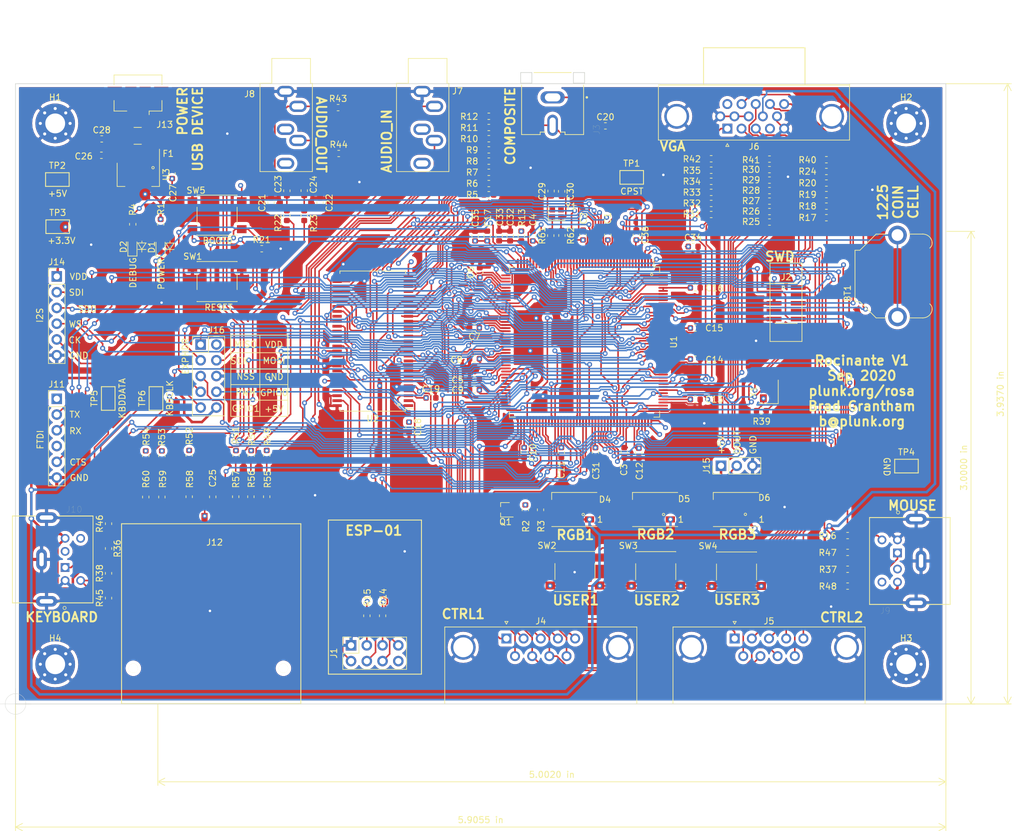
<source format=kicad_pcb>
(kicad_pcb (version 20171130) (host pcbnew "(5.1.5-0)")
  (layers (0 F.Cu signal) (1 In1.Cu power) (2 In2.Cu power) (31 B.Cu signal) (34 B.Paste user) (35 F.Paste user) (36 B.SilkS user) (37 F.SilkS user) (38 B.Mask user) (39 F.Mask user) (44 Edge.Cuts user))
  (net 0 "")
  (net 1 GND)
  (net 2 "Net-(U1-Pad45)")
  (net 3 "Net-(U1-Pad87)")
  (net 4 "Net-(U1-Pad99)")
  (net 5 "Net-(U1-Pad147)")
  (net 6 BAT)
  (net 7 ESP_RX)
  (net 8 ESP_RST)
  (net 9 ESP_GPIO0)
  (net 10 ESP_CH_EN)
  (net 11 ESP_GPIO2)
  (net 12 ESP_TX)
  (net 13 I2C1_SCL)
  (net 14 TIM5_CH2)
  (net 15 TIM4_CH1)
  (net 16 I2C1_SDA)
  (net 17 VGA_ID0)
  (net 18 +5V)
  (net 19 VGA_ID2)
  (net 20 VGA_BLUE)
  (net 21 VGA_GREEN)
  (net 22 VGA_RED)
  (net 23 ADC1_INP5)
  (net 24 ADC1_INP3)
  (net 25 USART2_CTS)
  (net 26 "Net-(J11-Pad4)")
  (net 27 USART2_RX)
  (net 28 USART2_TX)
  (net 29 "Net-(J11-Pad1)")
  (net 30 "Net-(J12-Pad8)")
  (net 31 "Net-(J12-Pad7)")
  (net 32 "Net-(J12-Pad5)")
  (net 33 SDIO_CD)
  (net 34 "Net-(J12-Pad2)")
  (net 35 "Net-(J12-Pad1)")
  (net 36 "Net-(J12-Pad9)")
  (net 37 "Net-(F1-Pad1)")
  (net 38 USB_FS_D_N)
  (net 39 USB_FS_D_P)
  (net 40 NRST)
  (net 41 USER1)
  (net 42 USER2)
  (net 43 USER3)
  (net 44 BOOT)
  (net 45 "Net-(U1-Pad7)")
  (net 46 VGA_R2)
  (net 47 VGA_R3)
  (net 48 VGA_R4)
  (net 49 FIRE1)
  (net 50 FIRE2)
  (net 51 SDRAM_A0)
  (net 52 SDRAM_A1)
  (net 53 SDRAM_A2)
  (net 54 SDRAM_A3)
  (net 55 SDRAM_A4)
  (net 56 SDRAM_A5)
  (net 57 ADC3_INP3)
  (net 58 ADC3_INP7)
  (net 59 ADC3_INP2)
  (net 60 ADC3_INP6)
  (net 61 CLOCK0)
  (net 62 CLOCK1)
  (net 63 VGA_B0)
  (net 64 VGA_B1)
  (net 65 VGA_B2)
  (net 66 VGA_B3)
  (net 67 USART2_RTS)
  (net 68 SDRAM_SDCKE0)
  (net 69 SDRAM_SDNE0)
  (net 70 SDRAM_SDNWE)
  (net 71 DAC1_OUT1)
  (net 72 DAC1_OUT2)
  (net 73 I2S1_SDO)
  (net 74 VGA_B4)
  (net 75 VGA_G0)
  (net 76 SDRAM_SDNRAS)
  (net 77 SDRAM_A6)
  (net 78 SDRAM_A7)
  (net 79 SDRAM_A8)
  (net 80 SDRAM_A9)
  (net 81 SDRAM_A10)
  (net 82 SDRAM_A11)
  (net 83 SDRAM_D4)
  (net 84 SDRAM_D5)
  (net 85 SDRAM_D6)
  (net 86 SDRAM_D7)
  (net 87 SDRAM_D8)
  (net 88 SDRAM_D9)
  (net 89 SDRAM_D10)
  (net 90 SDRAM_D11)
  (net 91 SDRAM_D12)
  (net 92 USART3_RX)
  (net 93 N1)
  (net 94 S1)
  (net 95 W1)
  (net 96 E1)
  (net 97 N2)
  (net 98 TIM3_CH2)
  (net 99 SDIO_D0)
  (net 100 SDIO_D1)
  (net 101 SDRAM_D13)
  (net 102 SDRAM_D14)
  (net 103 SDRAM_D15)
  (net 104 SDRAM_D0)
  (net 105 SDRAM_D1)
  (net 106 SDRAM_BA0)
  (net 107 SDRAM_BA1)
  (net 108 SDRAM_SDCLK)
  (net 109 VGA_G1)
  (net 110 VGA_G2)
  (net 111 VGA_G3)
  (net 112 VGA_G4)
  (net 113 TIM2_CH1)
  (net 114 TIM1_CH2)
  (net 115 USART1_RX)
  (net 116 SWDIO)
  (net 117 S2)
  (net 118 W2)
  (net 119 E2)
  (net 120 CV0)
  (net 121 CV1)
  (net 122 CV2)
  (net 123 CV3)
  (net 124 SWCLK)
  (net 125 VGA_G5)
  (net 126 VGA_R0)
  (net 127 VGA_R1)
  (net 128 SDRAM_D2)
  (net 129 SDRAM_D3)
  (net 130 SDIO_CLK)
  (net 131 SDIO_CMD)
  (net 132 I2S_SDI)
  (net 133 I2S_WS)
  (net 134 I2S_CK)
  (net 135 SDRAM_SDNCAS)
  (net 136 SDIO_D2)
  (net 137 SDIO_D3)
  (net 138 SDRAM_NBL0)
  (net 139 SDRAM_NBL1)
  (net 140 CV4)
  (net 141 CV5)
  (net 142 CV6)
  (net 143 CV7)
  (net 144 "Net-(U2-Pad40)")
  (net 145 "Net-(U2-Pad36)")
  (net 146 "Net-(C20-Pad1)")
  (net 147 "Net-(C21-Pad2)")
  (net 148 "Net-(C22-Pad2)")
  (net 149 "Net-(C30-Pad2)")
  (net 150 "Net-(D1-Pad2)")
  (net 151 "Net-(D2-Pad2)")
  (net 152 "Net-(D4-Pad2)")
  (net 153 KBD_CLK)
  (net 154 KBD_DATA)
  (net 155 MOUSE_CLK)
  (net 156 MOUSE_DATA)
  (net 157 "Net-(J2-Pad8)")
  (net 158 "Net-(J2-Pad7)")
  (net 159 "Net-(J2-Pad6)")
  (net 160 "Net-(J9-Pad2)")
  (net 161 "Net-(J9-Pad6)")
  (net 162 "Net-(J10-Pad2)")
  (net 163 "Net-(J10-Pad6)")
  (net 164 "Net-(C3-Pad1)")
  (net 165 "Net-(C5-Pad1)")
  (net 166 "Net-(C29-Pad2)")
  (net 167 VREFP)
  (net 168 SPI6_NSS_SWCTL)
  (net 169 SPI6_MOSI)
  (net 170 SPI6_SCK)
  (net 171 SPI6_MISO)
  (net 172 "Net-(U1-Pad146)")
  (net 173 VDD)
  (net 174 "Net-(D4-Pad4)")
  (net 175 "Net-(D5-Pad2)")
  (net 176 "Net-(D6-Pad2)")
  (net 177 KEYSELECT)
  (net 178 JOYSELECT)
  (net 179 SDIO_WP)
  (net 180 EXPGPIO1)
  (net 181 EXPGPIO0)
  (net 182 EXPPWM)
  (net 183 RGBLED_PWM)
  (net 184 "Net-(Q1-Pad2)")
  (net 185 DEBUG)
  (net 186 "Net-(R39-Pad1)")
  (net 187 AUDIO_OUT_L)
  (net 188 AUDIO_OUT_R)
  (net 189 "Net-(J3-Pad2)")
  (module Package_TO_SOT_SMD:SOT-323_SC-70 (layer F.Cu) (at 134.55 112 180)
    (fp_text reference Q1 (at -0.05 -1.95) (layer F.SilkS))
    (fp_text value Q_NPN_CBE)
    (pad 3 smd rect (at 1 0 90) (size 0.45 0.7) (layers F.Cu F.Paste F.Mask) (net 183 RGBLED_PWM))
    (pad 2 smd rect (at -1 0.65 90) (size 0.45 0.7) (layers F.Cu F.Paste F.Mask) (net 184 "Net-(Q1-Pad2)"))
    (pad 1 smd rect (at -1 -0.65 90) (size 0.45 0.7) (layers F.Cu F.Paste F.Mask) (net 174 "Net-(D4-Pad4)"))
  )
  (module CUI_RCJ-044:CUI_RCJ-044 (layer F.Cu) (at 142.2 45.5 90)
    (fp_text reference J3 (at -5.2 7.1 90) (layer F.SilkS) (effects (font (thickness 0.015))))
    (fp_text value COMPOSITE)
    (fp_line (start 4 3.35) (end 2.3 3.35) (layer Edge.Cuts) (width 0.1))
    (fp_line (start 4 5.15) (end 4 3.35) (layer Edge.Cuts) (width 0.1))
    (fp_line (start 2.3 5.15) (end 4 5.15) (layer Edge.Cuts) (width 0.1))
    (fp_line (start 2.3 3.35) (end 2.3 5.15) (layer Edge.Cuts) (width 0.1))
    (fp_line (start 4 -5.15) (end 2.3 -5.15) (layer Edge.Cuts) (width 0.1))
    (fp_line (start 4 -3.35) (end 4 -5.15) (layer Edge.Cuts) (width 0.1))
    (fp_line (start 2.3 -3.35) (end 4 -3.35) (layer Edge.Cuts) (width 0.1))
    (fp_line (start 2.3 -5.15) (end 2.3 -3.35) (layer Edge.Cuts) (width 0.1))
    (pad 2 thru_hole oval (at -4.5 0 90) (size 3.4 1.7) (drill oval 2.5 1) (layers *.Cu *.Mask) (net 189 "Net-(J3-Pad2)"))
    (pad 1 thru_hole oval (at 0 0 90) (size 1.95 3.9) (drill oval 1.3 2.5) (layers *.Cu *.Mask) (net 146 "Net-(C20-Pad1)"))
  )
  (module Capacitor_SMD:C_0603_1608Metric (layer F.Cu) (at 129.6 82.65 180)
    (fp_text reference C7 (at 0 -1.43) (layer F.SilkS))
    (fp_text value 100nF)
    (pad 2 smd roundrect (at 0.7875 0 180) (size 0.875 0.95) (layers F.Cu F.Paste F.Mask) (net 1 GND))
    (pad 1 smd roundrect (at -0.7875 0 180) (size 0.875 0.95) (layers F.Cu F.Paste F.Mask) (net 173 VDD))
  )
  (module Connector_Dsub:DSUB-9_Male_Horizontal_P2.77x2.84mm_EdgePinOffset7.70mm_Housed_MountingHolesOffset9.12mm (layer F.Cu) (at 171.55 132.75)
    (fp_text reference J5 (at 5.54 -2.8) (layer F.SilkS))
    (fp_text value CTRL2)
    (pad 0 thru_hole circle (at 18.04 1.42) (size 4 4) (drill 3.2) (layers *.Cu *.Mask) (net 1 GND))
    (pad 0 thru_hole circle (at -6.96 1.42) (size 4 4) (drill 3.2) (layers *.Cu *.Mask) (net 1 GND))
    (pad 9 thru_hole circle (at 9.695 2.84) (size 1.6 1.6) (drill 1) (layers *.Cu *.Mask) (net 60 ADC3_INP6))
    (pad 8 thru_hole circle (at 6.925 2.84) (size 1.6 1.6) (drill 1) (layers *.Cu *.Mask) (net 177 KEYSELECT))
    (pad 7 thru_hole circle (at 4.155 2.84) (size 1.6 1.6) (drill 1) (layers *.Cu *.Mask) (net 178 JOYSELECT))
    (pad 6 thru_hole circle (at 1.385 2.84) (size 1.6 1.6) (drill 1) (layers *.Cu *.Mask) (net 50 FIRE2))
    (pad 5 thru_hole circle (at 11.08 0) (size 1.6 1.6) (drill 1) (layers *.Cu *.Mask) (net 58 ADC3_INP7))
    (pad 4 thru_hole circle (at 8.31 0) (size 1.6 1.6) (drill 1) (layers *.Cu *.Mask) (net 119 E2))
    (pad 3 thru_hole circle (at 5.54 0) (size 1.6 1.6) (drill 1) (layers *.Cu *.Mask) (net 118 W2))
    (pad 2 thru_hole circle (at 2.77 0) (size 1.6 1.6) (drill 1) (layers *.Cu *.Mask) (net 117 S2))
    (pad 1 thru_hole rect (at 0 0) (size 1.6 1.6) (drill 1) (layers *.Cu *.Mask) (net 97 N2))
  )
  (module Package_QFP:LQFP-176_24x24mm_P0.5mm (layer F.Cu) (at 147.35 84.95 270)
    (fp_text reference U1 (at 0 -14.38 90) (layer F.SilkS))
    (fp_text value STM32H743IITx)
    (pad 1 smd roundrect (at -12.675 -10.75 270) (size 1.5 0.3) (layers F.Cu F.Paste F.Mask) (net 41 USER1))
    (pad 2 smd roundrect (at -12.675 -10.25 270) (size 1.5 0.3) (layers F.Cu F.Paste F.Mask) (net 42 USER2))
    (pad 3 smd roundrect (at -12.675 -9.75 270) (size 1.5 0.3) (layers F.Cu F.Paste F.Mask) (net 43 USER3))
    (pad 4 smd roundrect (at -12.675 -9.25 270) (size 1.5 0.3) (layers F.Cu F.Paste F.Mask) (net 185 DEBUG))
    (pad 5 smd roundrect (at -12.675 -8.75 270) (size 1.5 0.3) (layers F.Cu F.Paste F.Mask) (net 183 RGBLED_PWM))
    (pad 6 smd roundrect (at -12.675 -8.25 270) (size 1.5 0.3) (layers F.Cu F.Paste F.Mask) (net 6 BAT))
    (pad 7 smd roundrect (at -12.675 -7.75 270) (size 1.5 0.3) (layers F.Cu F.Paste F.Mask) (net 45 "Net-(U1-Pad7)"))
    (pad 8 smd roundrect (at -12.675 -7.25 270) (size 1.5 0.3) (layers F.Cu F.Paste F.Mask) (net 46 VGA_R2))
    (pad 9 smd roundrect (at -12.675 -6.75 270) (size 1.5 0.3) (layers F.Cu F.Paste F.Mask) (net 47 VGA_R3))
    (pad 10 smd roundrect (at -12.675 -6.25 270) (size 1.5 0.3) (layers F.Cu F.Paste F.Mask) (net 48 VGA_R4))
    (pad 11 smd roundrect (at -12.675 -5.75 270) (size 1.5 0.3) (layers F.Cu F.Paste F.Mask) (net 12 ESP_TX))
    (pad 12 smd roundrect (at -12.675 -5.25 270) (size 1.5 0.3) (layers F.Cu F.Paste F.Mask) (net 49 FIRE1))
    (pad 13 smd roundrect (at -12.675 -4.75 270) (size 1.5 0.3) (layers F.Cu F.Paste F.Mask) (net 50 FIRE2))
    (pad 14 smd roundrect (at -12.675 -4.25 270) (size 1.5 0.3) (layers F.Cu F.Paste F.Mask) (net 1 GND))
    (pad 15 smd roundrect (at -12.675 -3.75 270) (size 1.5 0.3) (layers F.Cu F.Paste F.Mask) (net 173 VDD))
    (pad 16 smd roundrect (at -12.675 -3.25 270) (size 1.5 0.3) (layers F.Cu F.Paste F.Mask) (net 51 SDRAM_A0))
    (pad 17 smd roundrect (at -12.675 -2.75 270) (size 1.5 0.3) (layers F.Cu F.Paste F.Mask) (net 52 SDRAM_A1))
    (pad 18 smd roundrect (at -12.675 -2.25 270) (size 1.5 0.3) (layers F.Cu F.Paste F.Mask) (net 53 SDRAM_A2))
    (pad 19 smd roundrect (at -12.675 -1.75 270) (size 1.5 0.3) (layers F.Cu F.Paste F.Mask) (net 54 SDRAM_A3))
    (pad 20 smd roundrect (at -12.675 -1.25 270) (size 1.5 0.3) (layers F.Cu F.Paste F.Mask) (net 55 SDRAM_A4))
    (pad 21 smd roundrect (at -12.675 -0.75 270) (size 1.5 0.3) (layers F.Cu F.Paste F.Mask) (net 56 SDRAM_A5))
    (pad 22 smd roundrect (at -12.675 -0.25 270) (size 1.5 0.3) (layers F.Cu F.Paste F.Mask) (net 1 GND))
    (pad 23 smd roundrect (at -12.675 0.25 270) (size 1.5 0.3) (layers F.Cu F.Paste F.Mask) (net 173 VDD))
    (pad 24 smd roundrect (at -12.675 0.75 270) (size 1.5 0.3) (layers F.Cu F.Paste F.Mask) (net 182 EXPPWM))
    (pad 25 smd roundrect (at -12.675 1.25 270) (size 1.5 0.3) (layers F.Cu F.Paste F.Mask) (net 57 ADC3_INP3))
    (pad 26 smd roundrect (at -12.675 1.75 270) (size 1.5 0.3) (layers F.Cu F.Paste F.Mask) (net 58 ADC3_INP7))
    (pad 27 smd roundrect (at -12.675 2.25 270) (size 1.5 0.3) (layers F.Cu F.Paste F.Mask) (net 59 ADC3_INP2))
    (pad 28 smd roundrect (at -12.675 2.75 270) (size 1.5 0.3) (layers F.Cu F.Paste F.Mask) (net 60 ADC3_INP6))
    (pad 29 smd roundrect (at -12.675 3.25 270) (size 1.5 0.3) (layers F.Cu F.Paste F.Mask) (net 61 CLOCK0))
    (pad 30 smd roundrect (at -12.675 3.75 270) (size 1.5 0.3) (layers F.Cu F.Paste F.Mask) (net 62 CLOCK1))
    (pad 31 smd roundrect (at -12.675 4.25 270) (size 1.5 0.3) (layers F.Cu F.Paste F.Mask) (net 40 NRST))
    (pad 32 smd roundrect (at -12.675 4.75 270) (size 1.5 0.3) (layers F.Cu F.Paste F.Mask) (net 63 VGA_B0))
    (pad 33 smd roundrect (at -12.675 5.25 270) (size 1.5 0.3) (layers F.Cu F.Paste F.Mask) (net 64 VGA_B1))
    (pad 34 smd roundrect (at -12.675 5.75 270) (size 1.5 0.3) (layers F.Cu F.Paste F.Mask) (net 65 VGA_B2))
    (pad 35 smd roundrect (at -12.675 6.25 270) (size 1.5 0.3) (layers F.Cu F.Paste F.Mask) (net 66 VGA_B3))
    (pad 36 smd roundrect (at -12.675 6.75 270) (size 1.5 0.3) (layers F.Cu F.Paste F.Mask) (net 173 VDD))
    (pad 37 smd roundrect (at -12.675 7.25 270) (size 1.5 0.3) (layers F.Cu F.Paste F.Mask) (net 1 GND))
    (pad 38 smd roundrect (at -12.675 7.75 270) (size 1.5 0.3) (layers F.Cu F.Paste F.Mask) (net 167 VREFP))
    (pad 39 smd roundrect (at -12.675 8.25 270) (size 1.5 0.3) (layers F.Cu F.Paste F.Mask) (net 173 VDD))
    (pad 40 smd roundrect (at -12.675 8.75 270) (size 1.5 0.3) (layers F.Cu F.Paste F.Mask) (net 25 USART2_CTS))
    (pad 41 smd roundrect (at -12.675 9.25 270) (size 1.5 0.3) (layers F.Cu F.Paste F.Mask) (net 67 USART2_RTS))
    (pad 42 smd roundrect (at -12.675 9.75 270) (size 1.5 0.3) (layers F.Cu F.Paste F.Mask) (net 28 USART2_TX))
    (pad 43 smd roundrect (at -12.675 10.25 270) (size 1.5 0.3) (layers F.Cu F.Paste F.Mask) (net 68 SDRAM_SDCKE0))
    (pad 44 smd roundrect (at -12.675 10.75 270) (size 1.5 0.3) (layers F.Cu F.Paste F.Mask) (net 69 SDRAM_SDNE0))
    (pad 45 smd roundrect (at -10.75 12.675 270) (size 0.3 1.5) (layers F.Cu F.Paste F.Mask) (net 2 "Net-(U1-Pad45)"))
    (pad 46 smd roundrect (at -10.25 12.675 270) (size 0.3 1.5) (layers F.Cu F.Paste F.Mask) (net 70 SDRAM_SDNWE))
    (pad 47 smd roundrect (at -9.75 12.675 270) (size 0.3 1.5) (layers F.Cu F.Paste F.Mask) (net 27 USART2_RX))
    (pad 48 smd roundrect (at -9.25 12.675 270) (size 0.3 1.5) (layers F.Cu F.Paste F.Mask) (net 1 GND))
    (pad 49 smd roundrect (at -8.75 12.675 270) (size 0.3 1.5) (layers F.Cu F.Paste F.Mask) (net 173 VDD))
    (pad 50 smd roundrect (at -8.25 12.675 270) (size 0.3 1.5) (layers F.Cu F.Paste F.Mask) (net 71 DAC1_OUT1))
    (pad 51 smd roundrect (at -7.75 12.675 270) (size 0.3 1.5) (layers F.Cu F.Paste F.Mask) (net 72 DAC1_OUT2))
    (pad 52 smd roundrect (at -7.25 12.675 270) (size 0.3 1.5) (layers F.Cu F.Paste F.Mask) (net 24 ADC1_INP3))
    (pad 53 smd roundrect (at -6.75 12.675 270) (size 0.3 1.5) (layers F.Cu F.Paste F.Mask) (net 73 I2S1_SDO))
    (pad 54 smd roundrect (at -6.25 12.675 270) (size 0.3 1.5) (layers F.Cu F.Paste F.Mask) (net 74 VGA_B4))
    (pad 55 smd roundrect (at -5.75 12.675 270) (size 0.3 1.5) (layers F.Cu F.Paste F.Mask) (net 75 VGA_G0))
    (pad 56 smd roundrect (at -5.25 12.675 270) (size 0.3 1.5) (layers F.Cu F.Paste F.Mask) (net 179 SDIO_WP))
    (pad 57 smd roundrect (at -4.75 12.675 270) (size 0.3 1.5) (layers F.Cu F.Paste F.Mask) (net 23 ADC1_INP5))
    (pad 58 smd roundrect (at -4.25 12.675 270) (size 0.3 1.5) (layers F.Cu F.Paste F.Mask) (net 178 JOYSELECT))
    (pad 59 smd roundrect (at -3.75 12.675 270) (size 0.3 1.5) (layers F.Cu F.Paste F.Mask) (net 76 SDRAM_SDNRAS))
    (pad 60 smd roundrect (at -3.25 12.675 270) (size 0.3 1.5) (layers F.Cu F.Paste F.Mask) (net 77 SDRAM_A6))
    (pad 61 smd roundrect (at -2.75 12.675 270) (size 0.3 1.5) (layers F.Cu F.Paste F.Mask) (net 1 GND))
    (pad 62 smd roundrect (at -2.25 12.675 270) (size 0.3 1.5) (layers F.Cu F.Paste F.Mask) (net 173 VDD))
    (pad 63 smd roundrect (at -1.75 12.675 270) (size 0.3 1.5) (layers F.Cu F.Paste F.Mask) (net 78 SDRAM_A7))
    (pad 64 smd roundrect (at -1.25 12.675 270) (size 0.3 1.5) (layers F.Cu F.Paste F.Mask) (net 79 SDRAM_A8))
    (pad 65 smd roundrect (at -0.75 12.675 270) (size 0.3 1.5) (layers F.Cu F.Paste F.Mask) (net 80 SDRAM_A9))
    (pad 66 smd roundrect (at -0.25 12.675 270) (size 0.3 1.5) (layers F.Cu F.Paste F.Mask) (net 81 SDRAM_A10))
    (pad 67 smd roundrect (at 0.25 12.675 270) (size 0.3 1.5) (layers F.Cu F.Paste F.Mask) (net 82 SDRAM_A11))
    (pad 68 smd roundrect (at 0.75 12.675 270) (size 0.3 1.5) (layers F.Cu F.Paste F.Mask) (net 83 SDRAM_D4))
    (pad 69 smd roundrect (at 1.25 12.675 270) (size 0.3 1.5) (layers F.Cu F.Paste F.Mask) (net 84 SDRAM_D5))
    (pad 70 smd roundrect (at 1.75 12.675 270) (size 0.3 1.5) (layers F.Cu F.Paste F.Mask) (net 85 SDRAM_D6))
    (pad 71 smd roundrect (at 2.25 12.675 270) (size 0.3 1.5) (layers F.Cu F.Paste F.Mask) (net 1 GND))
    (pad 72 smd roundrect (at 2.75 12.675 270) (size 0.3 1.5) (layers F.Cu F.Paste F.Mask) (net 173 VDD))
    (pad 73 smd roundrect (at 3.25 12.675 270) (size 0.3 1.5) (layers F.Cu F.Paste F.Mask) (net 86 SDRAM_D7))
    (pad 74 smd roundrect (at 3.75 12.675 270) (size 0.3 1.5) (layers F.Cu F.Paste F.Mask) (net 87 SDRAM_D8))
    (pad 75 smd roundrect (at 4.25 12.675 270) (size 0.3 1.5) (layers F.Cu F.Paste F.Mask) (net 88 SDRAM_D9))
    (pad 76 smd roundrect (at 4.75 12.675 270) (size 0.3 1.5) (layers F.Cu F.Paste F.Mask) (net 89 SDRAM_D10))
    (pad 77 smd roundrect (at 5.25 12.675 270) (size 0.3 1.5) (layers F.Cu F.Paste F.Mask) (net 90 SDRAM_D11))
    (pad 78 smd roundrect (at 5.75 12.675 270) (size 0.3 1.5) (layers F.Cu F.Paste F.Mask) (net 91 SDRAM_D12))
    (pad 79 smd roundrect (at 6.25 12.675 270) (size 0.3 1.5) (layers F.Cu F.Paste F.Mask) (net 92 USART3_RX))
    (pad 80 smd roundrect (at 6.75 12.675 270) (size 0.3 1.5) (layers F.Cu F.Paste F.Mask) (net 92 USART3_RX))
    (pad 81 smd roundrect (at 7.25 12.675 270) (size 0.3 1.5) (layers F.Cu F.Paste F.Mask) (net 165 "Net-(C5-Pad1)"))
    (pad 82 smd roundrect (at 7.75 12.675 270) (size 0.3 1.5) (layers F.Cu F.Paste F.Mask) (net 173 VDD))
    (pad 83 smd roundrect (at 8.25 12.675 270) (size 0.3 1.5) (layers F.Cu F.Paste F.Mask) (net 93 N1))
    (pad 84 smd roundrect (at 8.75 12.675 270) (size 0.3 1.5) (layers F.Cu F.Paste F.Mask) (net 94 S1))
    (pad 85 smd roundrect (at 9.25 12.675 270) (size 0.3 1.5) (layers F.Cu F.Paste F.Mask) (net 95 W1))
    (pad 86 smd roundrect (at 9.75 12.675 270) (size 0.3 1.5) (layers F.Cu F.Paste F.Mask) (net 96 E1))
    (pad 87 smd roundrect (at 10.25 12.675 270) (size 0.3 1.5) (layers F.Cu F.Paste F.Mask) (net 3 "Net-(U1-Pad87)"))
    (pad 88 smd roundrect (at 10.75 12.675 270) (size 0.3 1.5) (layers F.Cu F.Paste F.Mask) (net 14 TIM5_CH2))
    (pad 89 smd roundrect (at 12.675 10.75 270) (size 1.5 0.3) (layers F.Cu F.Paste F.Mask) (net 97 N2))
    (pad 90 smd roundrect (at 12.675 10.25 270) (size 1.5 0.3) (layers F.Cu F.Paste F.Mask) (net 1 GND))
    (pad 91 smd roundrect (at 12.675 9.75 270) (size 1.5 0.3) (layers F.Cu F.Paste F.Mask) (net 173 VDD))
    (pad 92 smd roundrect (at 12.675 9.25 270) (size 1.5 0.3) (layers F.Cu F.Paste F.Mask) (net 98 TIM3_CH2))
    (pad 93 smd roundrect (at 12.675 8.75 270) (size 1.5 0.3) (layers F.Cu F.Paste F.Mask) (net 177 KEYSELECT))
    (pad 94 smd roundrect (at 12.675 8.25 270) (size 1.5 0.3) (layers F.Cu F.Paste F.Mask) (net 99 SDIO_D0))
    (pad 95 smd roundrect (at 12.675 7.75 270) (size 1.5 0.3) (layers F.Cu F.Paste F.Mask) (net 100 SDIO_D1))
    (pad 96 smd roundrect (at 12.675 7.25 270) (size 1.5 0.3) (layers F.Cu F.Paste F.Mask) (net 101 SDRAM_D13))
    (pad 97 smd roundrect (at 12.675 6.75 270) (size 1.5 0.3) (layers F.Cu F.Paste F.Mask) (net 102 SDRAM_D14))
    (pad 98 smd roundrect (at 12.675 6.25 270) (size 1.5 0.3) (layers F.Cu F.Paste F.Mask) (net 103 SDRAM_D15))
    (pad 99 smd roundrect (at 12.675 5.75 270) (size 1.5 0.3) (layers F.Cu F.Paste F.Mask) (net 4 "Net-(U1-Pad99)"))
    (pad 100 smd roundrect (at 12.675 5.25 270) (size 1.5 0.3) (layers F.Cu F.Paste F.Mask) (net 15 TIM4_CH1))
    (pad 101 smd roundrect (at 12.675 4.75 270) (size 1.5 0.3) (layers F.Cu F.Paste F.Mask) (net 183 RGBLED_PWM))
    (pad 102 smd roundrect (at 12.675 4.25 270) (size 1.5 0.3) (layers F.Cu F.Paste F.Mask) (net 1 GND))
    (pad 103 smd roundrect (at 12.675 3.75 270) (size 1.5 0.3) (layers F.Cu F.Paste F.Mask) (net 173 VDD))
    (pad 104 smd roundrect (at 12.675 3.25 270) (size 1.5 0.3) (layers F.Cu F.Paste F.Mask) (net 104 SDRAM_D0))
    (pad 105 smd roundrect (at 12.675 2.75 270) (size 1.5 0.3) (layers F.Cu F.Paste F.Mask) (net 105 SDRAM_D1))
    (pad 106 smd roundrect (at 12.675 2.25 270) (size 1.5 0.3) (layers F.Cu F.Paste F.Mask) (net 33 SDIO_CD))
    (pad 107 smd roundrect (at 12.675 1.75 270) (size 1.5 0.3) (layers F.Cu F.Paste F.Mask) (net 168 SPI6_NSS_SWCTL))
    (pad 108 smd roundrect (at 12.675 1.25 270) (size 1.5 0.3) (layers F.Cu F.Paste F.Mask) (net 106 SDRAM_BA0))
    (pad 109 smd roundrect (at 12.675 0.75 270) (size 1.5 0.3) (layers F.Cu F.Paste F.Mask) (net 107 SDRAM_BA1))
    (pad 110 smd roundrect (at 12.675 0.25 270) (size 1.5 0.3) (layers F.Cu F.Paste F.Mask) (net 8 ESP_RST))
    (pad 111 smd roundrect (at 12.675 -0.25 270) (size 1.5 0.3) (layers F.Cu F.Paste F.Mask) (net 10 ESP_CH_EN))
    (pad 112 smd roundrect (at 12.675 -0.75 270) (size 1.5 0.3) (layers F.Cu F.Paste F.Mask) (net 108 SDRAM_SDCLK))
    (pad 113 smd roundrect (at 12.675 -1.25 270) (size 1.5 0.3) (layers F.Cu F.Paste F.Mask) (net 1 GND))
    (pad 114 smd roundrect (at 12.675 -1.75 270) (size 1.5 0.3) (layers F.Cu F.Paste F.Mask) (net 173 VDD))
    (pad 115 smd roundrect (at 12.675 -2.25 270) (size 1.5 0.3) (layers F.Cu F.Paste F.Mask) (net 109 VGA_G1))
    (pad 116 smd roundrect (at 12.675 -2.75 270) (size 1.5 0.3) (layers F.Cu F.Paste F.Mask) (net 110 VGA_G2))
    (pad 117 smd roundrect (at 12.675 -3.25 270) (size 1.5 0.3) (layers F.Cu F.Paste F.Mask) (net 111 VGA_G3))
    (pad 118 smd roundrect (at 12.675 -3.75 270) (size 1.5 0.3) (layers F.Cu F.Paste F.Mask) (net 112 VGA_G4))
    (pad 119 smd roundrect (at 12.675 -4.25 270) (size 1.5 0.3) (layers F.Cu F.Paste F.Mask) (net 113 TIM2_CH1))
    (pad 120 smd roundrect (at 12.675 -4.75 270) (size 1.5 0.3) (layers F.Cu F.Paste F.Mask) (net 114 TIM1_CH2))
    (pad 121 smd roundrect (at 12.675 -5.25 270) (size 1.5 0.3) (layers F.Cu F.Paste F.Mask) (net 115 USART1_RX))
    (pad 122 smd roundrect (at 12.675 -5.75 270) (size 1.5 0.3) (layers F.Cu F.Paste F.Mask) (net 38 USB_FS_D_N))
    (pad 123 smd roundrect (at 12.675 -6.25 270) (size 1.5 0.3) (layers F.Cu F.Paste F.Mask) (net 39 USB_FS_D_P))
    (pad 124 smd roundrect (at 12.675 -6.75 270) (size 1.5 0.3) (layers F.Cu F.Paste F.Mask) (net 116 SWDIO))
    (pad 125 smd roundrect (at 12.675 -7.25 270) (size 1.5 0.3) (layers F.Cu F.Paste F.Mask) (net 164 "Net-(C3-Pad1)"))
    (pad 126 smd roundrect (at 12.675 -7.75 270) (size 1.5 0.3) (layers F.Cu F.Paste F.Mask) (net 1 GND))
    (pad 127 smd roundrect (at 12.675 -8.25 270) (size 1.5 0.3) (layers F.Cu F.Paste F.Mask) (net 173 VDD))
    (pad 128 smd roundrect (at 12.675 -8.75 270) (size 1.5 0.3) (layers F.Cu F.Paste F.Mask) (net 117 S2))
    (pad 129 smd roundrect (at 12.675 -9.25 270) (size 1.5 0.3) (layers F.Cu F.Paste F.Mask) (net 118 W2))
    (pad 130 smd roundrect (at 12.675 -9.75 270) (size 1.5 0.3) (layers F.Cu F.Paste F.Mask) (net 119 E2))
    (pad 131 smd roundrect (at 12.675 -10.25 270) (size 1.5 0.3) (layers F.Cu F.Paste F.Mask) (net 120 CV0))
    (pad 132 smd roundrect (at 12.675 -10.75 270) (size 1.5 0.3) (layers F.Cu F.Paste F.Mask) (net 121 CV1))
    (pad 133 smd roundrect (at 10.75 -12.675 270) (size 0.3 1.5) (layers F.Cu F.Paste F.Mask) (net 122 CV2))
    (pad 134 smd roundrect (at 10.25 -12.675 270) (size 0.3 1.5) (layers F.Cu F.Paste F.Mask) (net 123 CV3))
    (pad 135 smd roundrect (at 9.75 -12.675 270) (size 0.3 1.5) (layers F.Cu F.Paste F.Mask) (net 1 GND))
    (pad 136 smd roundrect (at 9.25 -12.675 270) (size 0.3 1.5) (layers F.Cu F.Paste F.Mask) (net 173 VDD))
    (pad 137 smd roundrect (at 8.75 -12.675 270) (size 0.3 1.5) (layers F.Cu F.Paste F.Mask) (net 124 SWCLK))
    (pad 138 smd roundrect (at 8.25 -12.675 270) (size 0.3 1.5) (layers F.Cu F.Paste F.Mask) (net 113 TIM2_CH1))
    (pad 139 smd roundrect (at 7.75 -12.675 270) (size 0.3 1.5) (layers F.Cu F.Paste F.Mask) (net 125 VGA_G5))
    (pad 140 smd roundrect (at 7.25 -12.675 270) (size 0.3 1.5) (layers F.Cu F.Paste F.Mask) (net 126 VGA_R0))
    (pad 141 smd roundrect (at 6.75 -12.675 270) (size 0.3 1.5) (layers F.Cu F.Paste F.Mask) (net 127 VGA_R1))
    (pad 142 smd roundrect (at 6.25 -12.675 270) (size 0.3 1.5) (layers F.Cu F.Paste F.Mask) (net 128 SDRAM_D2))
    (pad 143 smd roundrect (at 5.75 -12.675 270) (size 0.3 1.5) (layers F.Cu F.Paste F.Mask) (net 129 SDRAM_D3))
    (pad 144 smd roundrect (at 5.25 -12.675 270) (size 0.3 1.5) (layers F.Cu F.Paste F.Mask) (net 181 EXPGPIO0))
    (pad 145 smd roundrect (at 4.75 -12.675 270) (size 0.3 1.5) (layers F.Cu F.Paste F.Mask) (net 180 EXPGPIO1))
    (pad 146 smd roundrect (at 4.25 -12.675 270) (size 0.3 1.5) (layers F.Cu F.Paste F.Mask) (net 172 "Net-(U1-Pad146)"))
    (pad 147 smd roundrect (at 3.75 -12.675 270) (size 0.3 1.5) (layers F.Cu F.Paste F.Mask) (net 5 "Net-(U1-Pad147)"))
    (pad 148 smd roundrect (at 3.25 -12.675 270) (size 0.3 1.5) (layers F.Cu F.Paste F.Mask) (net 1 GND))
    (pad 149 smd roundrect (at 2.75 -12.675 270) (size 0.3 1.5) (layers F.Cu F.Paste F.Mask) (net 173 VDD))
    (pad 150 smd roundrect (at 2.25 -12.675 270) (size 0.3 1.5) (layers F.Cu F.Paste F.Mask) (net 130 SDIO_CLK))
    (pad 151 smd roundrect (at 1.75 -12.675 270) (size 0.3 1.5) (layers F.Cu F.Paste F.Mask) (net 131 SDIO_CMD))
    (pad 152 smd roundrect (at 1.25 -12.675 270) (size 0.3 1.5) (layers F.Cu F.Paste F.Mask) (net 132 I2S_SDI))
    (pad 153 smd roundrect (at 0.75 -12.675 270) (size 0.3 1.5) (layers F.Cu F.Paste F.Mask) (net 133 I2S_WS))
    (pad 154 smd roundrect (at 0.25 -12.675 270) (size 0.3 1.5) (layers F.Cu F.Paste F.Mask) (net 134 I2S_CK))
    (pad 155 smd roundrect (at -0.25 -12.675 270) (size 0.3 1.5) (layers F.Cu F.Paste F.Mask) (net 171 SPI6_MISO))
    (pad 156 smd roundrect (at -0.75 -12.675 270) (size 0.3 1.5) (layers F.Cu F.Paste F.Mask) (net 170 SPI6_SCK))
    (pad 157 smd roundrect (at -1.25 -12.675 270) (size 0.3 1.5) (layers F.Cu F.Paste F.Mask) (net 169 SPI6_MOSI))
    (pad 158 smd roundrect (at -1.75 -12.675 270) (size 0.3 1.5) (layers F.Cu F.Paste F.Mask) (net 1 GND))
    (pad 159 smd roundrect (at -2.25 -12.675 270) (size 0.3 1.5) (layers F.Cu F.Paste F.Mask) (net 173 VDD))
    (pad 160 smd roundrect (at -2.75 -12.675 270) (size 0.3 1.5) (layers F.Cu F.Paste F.Mask) (net 135 SDRAM_SDNCAS))
    (pad 161 smd roundrect (at -3.25 -12.675 270) (size 0.3 1.5) (layers F.Cu F.Paste F.Mask) (net 136 SDIO_D2))
    (pad 162 smd roundrect (at -3.75 -12.675 270) (size 0.3 1.5) (layers F.Cu F.Paste F.Mask) (net 137 SDIO_D3))
    (pad 163 smd roundrect (at -4.25 -12.675 270) (size 0.3 1.5) (layers F.Cu F.Paste F.Mask) (net 98 TIM3_CH2))
    (pad 164 smd roundrect (at -4.75 -12.675 270) (size 0.3 1.5) (layers F.Cu F.Paste F.Mask) (net 115 USART1_RX))
    (pad 165 smd roundrect (at -5.25 -12.675 270) (size 0.3 1.5) (layers F.Cu F.Paste F.Mask) (net 16 I2C1_SDA))
    (pad 166 smd roundrect (at -5.75 -12.675 270) (size 0.3 1.5) (layers F.Cu F.Paste F.Mask) (net 44 BOOT))
    (pad 167 smd roundrect (at -6.25 -12.675 270) (size 0.3 1.5) (layers F.Cu F.Paste F.Mask) (net 13 I2C1_SCL))
    (pad 168 smd roundrect (at -6.75 -12.675 270) (size 0.3 1.5) (layers F.Cu F.Paste F.Mask) (net 7 ESP_RX))
    (pad 169 smd roundrect (at -7.25 -12.675 270) (size 0.3 1.5) (layers F.Cu F.Paste F.Mask) (net 138 SDRAM_NBL0))
    (pad 170 smd roundrect (at -7.75 -12.675 270) (size 0.3 1.5) (layers F.Cu F.Paste F.Mask) (net 139 SDRAM_NBL1))
    (pad 171 smd roundrect (at -8.25 -12.675 270) (size 0.3 1.5) (layers F.Cu F.Paste F.Mask) (net 173 VDD))
    (pad 172 smd roundrect (at -8.75 -12.675 270) (size 0.3 1.5) (layers F.Cu F.Paste F.Mask) (net 173 VDD))
    (pad 173 smd roundrect (at -9.25 -12.675 270) (size 0.3 1.5) (layers F.Cu F.Paste F.Mask) (net 140 CV4))
    (pad 174 smd roundrect (at -9.75 -12.675 270) (size 0.3 1.5) (layers F.Cu F.Paste F.Mask) (net 141 CV5))
    (pad 175 smd roundrect (at -10.25 -12.675 270) (size 0.3 1.5) (layers F.Cu F.Paste F.Mask) (net 142 CV6))
    (pad 176 smd roundrect (at -10.75 -12.675 270) (size 0.3 1.5) (layers F.Cu F.Paste F.Mask) (net 143 CV7))
  )
  (module TestPoint:TestPoint_Keystone_5015_Micro-Minature (layer F.Cu) (at 78.25 94.05 90)
    (fp_text reference TP6 (at 0 -2.25 90) (layer F.SilkS))
    (fp_text value KBDCLK)
    (pad 1 smd rect (at 0 0 90) (size 3.4 1.8) (layers F.Cu F.Paste F.Mask) (net 153 KBD_CLK))
  )
  (module TestPoint:TestPoint_Keystone_5015_Micro-Minature (layer F.Cu) (at 70.55 94.05 90)
    (fp_text reference TP5 (at 0 -2.25 90) (layer F.SilkS))
    (fp_text value KBDDATA)
    (pad 1 smd rect (at 0 0 90) (size 3.4 1.8) (layers F.Cu F.Paste F.Mask) (net 154 KBD_DATA))
  )
  (module Package_TO_SOT_SMD:SOT-223-3_TabPin2 (layer F.Cu) (at 75.4 57.95 270)
    (fp_text reference U3 (at 0 -4.5 90) (layer F.SilkS))
    (fp_text value LD1117S33TR_SOT223)
    (pad 1 smd rect (at -3.15 -2.3 270) (size 2 1.5) (layers F.Cu F.Paste F.Mask) (net 1 GND))
    (pad 3 smd rect (at -3.15 2.3 270) (size 2 1.5) (layers F.Cu F.Paste F.Mask) (net 18 +5V))
    (pad 2 smd rect (at -3.15 0 270) (size 2 1.5) (layers F.Cu F.Paste F.Mask) (net 173 VDD))
    (pad 2 smd rect (at 3.15 0 270) (size 2 3.8) (layers F.Cu F.Paste F.Mask) (net 173 VDD))
  )
  (module Resistor_SMD:R_0603_1608Metric (layer F.Cu) (at 112.25 129.0875 90)
    (fp_text reference R15 (at 2.9375 0.08 90) (layer F.SilkS))
    (fp_text value 10K)
    (pad 2 smd roundrect (at 0.7875 0 90) (size 0.875 0.95) (layers F.Cu F.Paste F.Mask) (net 173 VDD))
    (pad 1 smd roundrect (at -0.7875 0 90) (size 0.875 0.95) (layers F.Cu F.Paste F.Mask) (net 11 ESP_GPIO2))
  )
  (module Resistor_SMD:R_0603_1608Metric (layer F.Cu) (at 114.7875 129.0875 90)
    (fp_text reference R14 (at 2.9875 0.1025 90) (layer F.SilkS))
    (fp_text value 10K)
    (pad 2 smd roundrect (at 0.7875 0 90) (size 0.875 0.95) (layers F.Cu F.Paste F.Mask) (net 173 VDD))
    (pad 1 smd roundrect (at -0.7875 0 90) (size 0.875 0.95) (layers F.Cu F.Paste F.Mask) (net 9 ESP_GPIO0))
  )
  (module Resistor_SMD:R_0603_1608Metric (layer F.Cu) (at 70.6 122.2375 90)
    (fp_text reference R38 (at 0 -1.43 90) (layer F.SilkS))
    (fp_text value 10K)
    (pad 2 smd roundrect (at 0.7875 0 90) (size 0.875 0.95) (layers F.Cu F.Paste F.Mask) (net 18 +5V))
    (pad 1 smd roundrect (at -0.7875 0 90) (size 0.875 0.95) (layers F.Cu F.Paste F.Mask) (net 153 KBD_CLK))
  )
  (module Resistor_SMD:R_0603_1608Metric (layer F.Cu) (at 70.6 118.2375 270)
    (fp_text reference R36 (at 0 -1.43 90) (layer F.SilkS))
    (fp_text value 10K)
    (pad 2 smd roundrect (at 0.7875 0 270) (size 0.875 0.95) (layers F.Cu F.Paste F.Mask) (net 18 +5V))
    (pad 1 smd roundrect (at -0.7875 0 270) (size 0.875 0.95) (layers F.Cu F.Paste F.Mask) (net 154 KBD_DATA))
  )
  (module Mini_din6:CUI_MD-60SM (layer F.Cu) (at 61.6 120 90)
    (fp_text reference J10 (at 8.07 3.44 180) (layer F.SilkS) (effects (font (size 1.000874 1.000874) (thickness 0.015))))
    (fp_text value KEYBOARD)
    (pad S3 thru_hole oval (at 6.75 -1 90) (size 1.7 3.4) (drill oval 0.7 2.2) (layers *.Cu *.Mask) (net 1 GND))
    (pad S2 thru_hole oval (at -6.75 -1 90) (size 1.7 3.4) (drill oval 0.7 2.2) (layers *.Cu *.Mask) (net 1 GND))
    (pad 6 thru_hole circle (at 3.4 4.5 90) (size 1.408 1.408) (drill 0.9) (layers *.Cu *.Mask) (net 163 "Net-(J10-Pad6)"))
    (pad 5 thru_hole circle (at -3.4 4.5 90) (size 1.408 1.408) (drill 0.9) (layers *.Cu *.Mask) (net 153 KBD_CLK))
    (pad 4 thru_hole circle (at 3.4 2 90) (size 1.408 1.408) (drill 0.9) (layers *.Cu *.Mask) (net 18 +5V))
    (pad 2 thru_hole circle (at 1.3 2 90) (size 1.408 1.408) (drill 0.9) (layers *.Cu *.Mask) (net 162 "Net-(J10-Pad2)"))
    (pad 1 thru_hole rect (at -1.3 2 90) (size 1.408 1.408) (drill 0.9) (layers *.Cu *.Mask) (net 154 KBD_DATA))
    (pad 3 thru_hole circle (at -3.4 2 90) (size 1.408 1.408) (drill 0.9) (layers *.Cu *.Mask) (net 1 GND))
    (pad S1 thru_hole oval (at 0 -1.8 90) (size 3.4 1.7) (drill oval 2.2 0.7) (layers *.Cu *.Mask) (net 1 GND))
  )
  (module Mini_din6:CUI_MD-60SM (layer F.Cu) (at 199.8 120.249 270)
    (fp_text reference J9 (at 8.021 3.96 180) (layer F.SilkS) (effects (font (size 1.000874 1.000874) (thickness 0.015))))
    (fp_text value MOUSE)
    (pad S3 thru_hole oval (at 6.75 -1 270) (size 1.7 3.4) (drill oval 0.7 2.2) (layers *.Cu *.Mask) (net 1 GND))
    (pad S2 thru_hole oval (at -6.75 -1 270) (size 1.7 3.4) (drill oval 0.7 2.2) (layers *.Cu *.Mask) (net 1 GND))
    (pad 6 thru_hole circle (at 3.4 4.5 270) (size 1.408 1.408) (drill 0.9) (layers *.Cu *.Mask) (net 161 "Net-(J9-Pad6)"))
    (pad 5 thru_hole circle (at -3.4 4.5 270) (size 1.408 1.408) (drill 0.9) (layers *.Cu *.Mask) (net 155 MOUSE_CLK))
    (pad 4 thru_hole circle (at 3.4 2 270) (size 1.408 1.408) (drill 0.9) (layers *.Cu *.Mask) (net 18 +5V))
    (pad 2 thru_hole circle (at 1.3 2 270) (size 1.408 1.408) (drill 0.9) (layers *.Cu *.Mask) (net 160 "Net-(J9-Pad2)"))
    (pad 1 thru_hole rect (at -1.3 2 270) (size 1.408 1.408) (drill 0.9) (layers *.Cu *.Mask) (net 156 MOUSE_DATA))
    (pad 3 thru_hole circle (at -3.4 2 270) (size 1.408 1.408) (drill 0.9) (layers *.Cu *.Mask) (net 1 GND))
    (pad S1 thru_hole oval (at 0 -1.8 270) (size 3.4 1.7) (drill oval 2.2 0.7) (layers *.Cu *.Mask) (net 1 GND))
  )
  (module Connector_FCI:10067847-001RLF (layer F.Cu) (at 87.7 127.25)
    (fp_text reference J12 (at 0 -10) (layer F.SilkS))
    (fp_text value SD_Card)
    (pad "" np_thru_hole circle (at 11.1 10.3) (size 1.5 1.5) (drill 1.5) (layers *.Cu *.Mask F.SilkS))
    (pad "" np_thru_hole circle (at -13.1 10.3) (size 1.5 1.5) (drill 1.5) (layers *.Cu *.Mask F.SilkS))
    (pad 12 smd rect (at -14.6 8.2) (size 1.2 2.2) (layers F.Cu F.Paste F.Mask) (net 1 GND))
    (pad 13 smd rect (at 13.4 7) (size 1.2 2.2) (layers F.Cu F.Paste F.Mask) (net 1 GND))
    (pad 11 smd rect (at -14.1 -14) (size 1 1.5) (layers F.Cu F.Paste F.Mask) (net 179 SDIO_WP))
    (pad 10 smd rect (at 1.725 -14) (size 1 1.5) (layers F.Cu F.Paste F.Mask) (net 33 SDIO_CD))
    (pad 9 smd rect (at 8.375 -14) (size 1 1.5) (layers F.Cu F.Paste F.Mask) (net 36 "Net-(J12-Pad9)"))
    (pad 8 smd rect (at -10.75 -14) (size 1 1.5) (layers F.Cu F.Paste F.Mask) (net 30 "Net-(J12-Pad8)"))
    (pad 7 smd rect (at -9.05 -14) (size 1 1.5) (layers F.Cu F.Paste F.Mask) (net 31 "Net-(J12-Pad7)"))
    (pad 6 smd rect (at -6.625 -14) (size 1 1.5) (layers F.Cu F.Paste F.Mask) (net 1 GND))
    (pad 5 smd rect (at -4.125 -14) (size 1 1.5) (layers F.Cu F.Paste F.Mask) (net 32 "Net-(J12-Pad5)"))
    (pad 4 smd rect (at -1.625 -14) (size 1 1.5) (layers F.Cu F.Paste F.Mask) (net 173 VDD))
    (pad 3 smd rect (at 0.075 -14) (size 1 1.5) (layers F.Cu F.Paste F.Mask) (net 1 GND))
    (pad 2 smd rect (at 3.375 -14) (size 1 1.5) (layers F.Cu F.Paste F.Mask) (net 34 "Net-(J12-Pad2)"))
    (pad 1 smd rect (at 5.875 -14) (size 1 1.5) (layers F.Cu F.Paste F.Mask) (net 35 "Net-(J12-Pad1)"))
  )
  (module TestPoint:TestPoint_Keystone_5015_Micro-Minature (layer F.Cu) (at 199.25 104.95)
    (fp_text reference TP4 (at 0 -2.25) (layer F.SilkS))
    (fp_text value GND)
    (pad 1 smd rect (at 0 0) (size 3.4 1.8) (layers F.Cu F.Paste F.Mask) (net 1 GND))
  )
  (module TestPoint:TestPoint_Keystone_5015_Micro-Minature (layer F.Cu) (at 62.4 66.35)
    (fp_text reference TP3 (at 0 -2.25) (layer F.SilkS))
    (fp_text value 3V3)
    (pad 1 smd rect (at 0 0) (size 3.4 1.8) (layers F.Cu F.Paste F.Mask) (net 173 VDD))
  )
  (module TestPoint:TestPoint_Keystone_5015_Micro-Minature (layer F.Cu) (at 62.35 58.75)
    (fp_text reference TP2 (at 0 -2.25) (layer F.SilkS))
    (fp_text value 5V)
    (pad 1 smd rect (at 0 0) (size 3.4 1.8) (layers F.Cu F.Paste F.Mask) (net 18 +5V))
  )
  (module TestPoint:TestPoint_Keystone_5015_Micro-Minature (layer F.Cu) (at 154.95 58.4)
    (fp_text reference TP1 (at 0 -2.25) (layer F.SilkS))
    (fp_text value CPST)
    (pad 1 smd rect (at 0 0) (size 3.4 1.8) (layers F.Cu F.Paste F.Mask) (net 189 "Net-(J3-Pad2)"))
  )
  (module MountingHole:MountingHole_3.2mm_M3_Pad_Via (layer F.Cu) (at 62 136.9)
    (fp_text reference H4 (at 0 -4.2) (layer F.SilkS))
    (fp_text value HOLE3)
    (pad 1 thru_hole circle (at 1.697056 -1.697056) (size 0.8 0.8) (drill 0.5) (layers *.Cu *.Mask) (net 1 GND))
    (pad 1 thru_hole circle (at 0 -2.4) (size 0.8 0.8) (drill 0.5) (layers *.Cu *.Mask) (net 1 GND))
    (pad 1 thru_hole circle (at -1.697056 -1.697056) (size 0.8 0.8) (drill 0.5) (layers *.Cu *.Mask) (net 1 GND))
    (pad 1 thru_hole circle (at -2.4 0) (size 0.8 0.8) (drill 0.5) (layers *.Cu *.Mask) (net 1 GND))
    (pad 1 thru_hole circle (at -1.697056 1.697056) (size 0.8 0.8) (drill 0.5) (layers *.Cu *.Mask) (net 1 GND))
    (pad 1 thru_hole circle (at 0 2.4) (size 0.8 0.8) (drill 0.5) (layers *.Cu *.Mask) (net 1 GND))
    (pad 1 thru_hole circle (at 1.697056 1.697056) (size 0.8 0.8) (drill 0.5) (layers *.Cu *.Mask) (net 1 GND))
    (pad 1 thru_hole circle (at 2.4 0) (size 0.8 0.8) (drill 0.5) (layers *.Cu *.Mask) (net 1 GND))
    (pad 1 thru_hole circle (at 0 0) (size 6.4 6.4) (drill 3.2) (layers *.Cu *.Mask) (net 1 GND))
  )
  (module MountingHole:MountingHole_3.2mm_M3_Pad_Via (layer F.Cu) (at 199.2 136.9)
    (fp_text reference H3 (at 0 -4.2) (layer F.SilkS))
    (fp_text value HOLE2)
    (pad 1 thru_hole circle (at 1.697056 -1.697056) (size 0.8 0.8) (drill 0.5) (layers *.Cu *.Mask) (net 1 GND))
    (pad 1 thru_hole circle (at 0 -2.4) (size 0.8 0.8) (drill 0.5) (layers *.Cu *.Mask) (net 1 GND))
    (pad 1 thru_hole circle (at -1.697056 -1.697056) (size 0.8 0.8) (drill 0.5) (layers *.Cu *.Mask) (net 1 GND))
    (pad 1 thru_hole circle (at -2.4 0) (size 0.8 0.8) (drill 0.5) (layers *.Cu *.Mask) (net 1 GND))
    (pad 1 thru_hole circle (at -1.697056 1.697056) (size 0.8 0.8) (drill 0.5) (layers *.Cu *.Mask) (net 1 GND))
    (pad 1 thru_hole circle (at 0 2.4) (size 0.8 0.8) (drill 0.5) (layers *.Cu *.Mask) (net 1 GND))
    (pad 1 thru_hole circle (at 1.697056 1.697056) (size 0.8 0.8) (drill 0.5) (layers *.Cu *.Mask) (net 1 GND))
    (pad 1 thru_hole circle (at 2.4 0) (size 0.8 0.8) (drill 0.5) (layers *.Cu *.Mask) (net 1 GND))
    (pad 1 thru_hole circle (at 0 0) (size 6.4 6.4) (drill 3.2) (layers *.Cu *.Mask) (net 1 GND))
  )
  (module MountingHole:MountingHole_3.2mm_M3_Pad_Via (layer F.Cu) (at 199.2 49.7)
    (fp_text reference H2 (at 0 -4.2) (layer F.SilkS))
    (fp_text value HOLE1)
    (pad 1 thru_hole circle (at 1.697056 -1.697056) (size 0.8 0.8) (drill 0.5) (layers *.Cu *.Mask) (net 1 GND))
    (pad 1 thru_hole circle (at 0 -2.4) (size 0.8 0.8) (drill 0.5) (layers *.Cu *.Mask) (net 1 GND))
    (pad 1 thru_hole circle (at -1.697056 -1.697056) (size 0.8 0.8) (drill 0.5) (layers *.Cu *.Mask) (net 1 GND))
    (pad 1 thru_hole circle (at -2.4 0) (size 0.8 0.8) (drill 0.5) (layers *.Cu *.Mask) (net 1 GND))
    (pad 1 thru_hole circle (at -1.697056 1.697056) (size 0.8 0.8) (drill 0.5) (layers *.Cu *.Mask) (net 1 GND))
    (pad 1 thru_hole circle (at 0 2.4) (size 0.8 0.8) (drill 0.5) (layers *.Cu *.Mask) (net 1 GND))
    (pad 1 thru_hole circle (at 1.697056 1.697056) (size 0.8 0.8) (drill 0.5) (layers *.Cu *.Mask) (net 1 GND))
    (pad 1 thru_hole circle (at 2.4 0) (size 0.8 0.8) (drill 0.5) (layers *.Cu *.Mask) (net 1 GND))
    (pad 1 thru_hole circle (at 0 0) (size 6.4 6.4) (drill 3.2) (layers *.Cu *.Mask) (net 1 GND))
  )
  (module MountingHole:MountingHole_3.2mm_M3_Pad_Via (layer F.Cu) (at 62 49.7)
    (fp_text reference H1 (at 0 -4.2) (layer F.SilkS))
    (fp_text value HOLE0)
    (pad 1 thru_hole circle (at 1.697056 -1.697056) (size 0.8 0.8) (drill 0.5) (layers *.Cu *.Mask) (net 1 GND))
    (pad 1 thru_hole circle (at 0 -2.4) (size 0.8 0.8) (drill 0.5) (layers *.Cu *.Mask) (net 1 GND))
    (pad 1 thru_hole circle (at -1.697056 -1.697056) (size 0.8 0.8) (drill 0.5) (layers *.Cu *.Mask) (net 1 GND))
    (pad 1 thru_hole circle (at -2.4 0) (size 0.8 0.8) (drill 0.5) (layers *.Cu *.Mask) (net 1 GND))
    (pad 1 thru_hole circle (at -1.697056 1.697056) (size 0.8 0.8) (drill 0.5) (layers *.Cu *.Mask) (net 1 GND))
    (pad 1 thru_hole circle (at 0 2.4) (size 0.8 0.8) (drill 0.5) (layers *.Cu *.Mask) (net 1 GND))
    (pad 1 thru_hole circle (at 1.697056 1.697056) (size 0.8 0.8) (drill 0.5) (layers *.Cu *.Mask) (net 1 GND))
    (pad 1 thru_hole circle (at 2.4 0) (size 0.8 0.8) (drill 0.5) (layers *.Cu *.Mask) (net 1 GND))
    (pad 1 thru_hole circle (at 0 0) (size 6.4 6.4) (drill 3.2) (layers *.Cu *.Mask) (net 1 GND))
  )
  (module Package_SO:TSOP-II-54_22.2x10.16mm_P0.8mm (layer F.Cu) (at 113.2 84.8 180)
    (fp_text reference U2 (at 0 -12.5) (layer F.SilkS))
    (fp_text value W9812G6KH-6)
    (pad 1 smd rect (at -5.75 -10.4 180) (size 1.51 0.458) (layers F.Cu F.Paste F.Mask) (net 173 VDD))
    (pad 2 smd rect (at -5.75 -9.6 180) (size 1.51 0.458) (layers F.Cu F.Paste F.Mask) (net 104 SDRAM_D0))
    (pad 3 smd rect (at -5.75 -8.8 180) (size 1.51 0.458) (layers F.Cu F.Paste F.Mask) (net 173 VDD))
    (pad 4 smd rect (at -5.75 -8 180) (size 1.51 0.458) (layers F.Cu F.Paste F.Mask) (net 105 SDRAM_D1))
    (pad 5 smd rect (at -5.75 -7.2 180) (size 1.51 0.458) (layers F.Cu F.Paste F.Mask) (net 128 SDRAM_D2))
    (pad 6 smd rect (at -5.75 -6.4 180) (size 1.51 0.458) (layers F.Cu F.Paste F.Mask) (net 1 GND))
    (pad 7 smd rect (at -5.75 -5.6 180) (size 1.51 0.458) (layers F.Cu F.Paste F.Mask) (net 129 SDRAM_D3))
    (pad 8 smd rect (at -5.75 -4.8 180) (size 1.51 0.458) (layers F.Cu F.Paste F.Mask) (net 83 SDRAM_D4))
    (pad 9 smd rect (at -5.75 -4 180) (size 1.51 0.458) (layers F.Cu F.Paste F.Mask) (net 173 VDD))
    (pad 10 smd rect (at -5.75 -3.2 180) (size 1.51 0.458) (layers F.Cu F.Paste F.Mask) (net 84 SDRAM_D5))
    (pad 11 smd rect (at -5.75 -2.4 180) (size 1.51 0.458) (layers F.Cu F.Paste F.Mask) (net 85 SDRAM_D6))
    (pad 12 smd rect (at -5.75 -1.6 180) (size 1.51 0.458) (layers F.Cu F.Paste F.Mask) (net 1 GND))
    (pad 13 smd rect (at -5.75 -0.8 180) (size 1.51 0.458) (layers F.Cu F.Paste F.Mask) (net 86 SDRAM_D7))
    (pad 14 smd rect (at -5.75 0 180) (size 1.51 0.458) (layers F.Cu F.Paste F.Mask) (net 173 VDD))
    (pad 15 smd rect (at -5.75 0.8 180) (size 1.51 0.458) (layers F.Cu F.Paste F.Mask) (net 138 SDRAM_NBL0))
    (pad 16 smd rect (at -5.75 1.6 180) (size 1.51 0.458) (layers F.Cu F.Paste F.Mask) (net 70 SDRAM_SDNWE))
    (pad 17 smd rect (at -5.75 2.4 180) (size 1.51 0.458) (layers F.Cu F.Paste F.Mask) (net 135 SDRAM_SDNCAS))
    (pad 18 smd rect (at -5.75 3.2 180) (size 1.51 0.458) (layers F.Cu F.Paste F.Mask) (net 76 SDRAM_SDNRAS))
    (pad 19 smd rect (at -5.75 4 180) (size 1.51 0.458) (layers F.Cu F.Paste F.Mask) (net 69 SDRAM_SDNE0))
    (pad 20 smd rect (at -5.75 4.8 180) (size 1.51 0.458) (layers F.Cu F.Paste F.Mask) (net 106 SDRAM_BA0))
    (pad 21 smd rect (at -5.75 5.6 180) (size 1.51 0.458) (layers F.Cu F.Paste F.Mask) (net 107 SDRAM_BA1))
    (pad 22 smd rect (at -5.75 6.4 180) (size 1.51 0.458) (layers F.Cu F.Paste F.Mask) (net 81 SDRAM_A10))
    (pad 23 smd rect (at -5.75 7.2 180) (size 1.51 0.458) (layers F.Cu F.Paste F.Mask) (net 51 SDRAM_A0))
    (pad 24 smd rect (at -5.75 8 180) (size 1.51 0.458) (layers F.Cu F.Paste F.Mask) (net 52 SDRAM_A1))
    (pad 25 smd rect (at -5.75 8.8 180) (size 1.51 0.458) (layers F.Cu F.Paste F.Mask) (net 53 SDRAM_A2))
    (pad 26 smd rect (at -5.75 9.6 180) (size 1.51 0.458) (layers F.Cu F.Paste F.Mask) (net 54 SDRAM_A3))
    (pad 27 smd rect (at -5.75 10.4 180) (size 1.51 0.458) (layers F.Cu F.Paste F.Mask) (net 173 VDD))
    (pad 28 smd rect (at 5.75 10.4 180) (size 1.51 0.458) (layers F.Cu F.Paste F.Mask) (net 1 GND))
    (pad 29 smd rect (at 5.75 9.6 180) (size 1.51 0.458) (layers F.Cu F.Paste F.Mask) (net 55 SDRAM_A4))
    (pad 30 smd rect (at 5.75 8.8 180) (size 1.51 0.458) (layers F.Cu F.Paste F.Mask) (net 56 SDRAM_A5))
    (pad 31 smd rect (at 5.75 8 180) (size 1.51 0.458) (layers F.Cu F.Paste F.Mask) (net 77 SDRAM_A6))
    (pad 32 smd rect (at 5.75 7.2 180) (size 1.51 0.458) (layers F.Cu F.Paste F.Mask) (net 78 SDRAM_A7))
    (pad 33 smd rect (at 5.75 6.4 180) (size 1.51 0.458) (layers F.Cu F.Paste F.Mask) (net 79 SDRAM_A8))
    (pad 34 smd rect (at 5.75 5.6 180) (size 1.51 0.458) (layers F.Cu F.Paste F.Mask) (net 80 SDRAM_A9))
    (pad 35 smd rect (at 5.75 4.8 180) (size 1.51 0.458) (layers F.Cu F.Paste F.Mask) (net 82 SDRAM_A11))
    (pad 36 smd rect (at 5.75 4 180) (size 1.51 0.458) (layers F.Cu F.Paste F.Mask) (net 145 "Net-(U2-Pad36)"))
    (pad 37 smd rect (at 5.75 3.2 180) (size 1.51 0.458) (layers F.Cu F.Paste F.Mask) (net 68 SDRAM_SDCKE0))
    (pad 38 smd rect (at 5.75 2.4 180) (size 1.51 0.458) (layers F.Cu F.Paste F.Mask) (net 108 SDRAM_SDCLK))
    (pad 39 smd rect (at 5.75 1.6 180) (size 1.51 0.458) (layers F.Cu F.Paste F.Mask) (net 139 SDRAM_NBL1))
    (pad 40 smd rect (at 5.75 0.8 180) (size 1.51 0.458) (layers F.Cu F.Paste F.Mask) (net 144 "Net-(U2-Pad40)"))
    (pad 41 smd rect (at 5.75 0 180) (size 1.51 0.458) (layers F.Cu F.Paste F.Mask) (net 1 GND))
    (pad 42 smd rect (at 5.75 -0.8 180) (size 1.51 0.458) (layers F.Cu F.Paste F.Mask) (net 87 SDRAM_D8))
    (pad 43 smd rect (at 5.75 -1.6 180) (size 1.51 0.458) (layers F.Cu F.Paste F.Mask) (net 173 VDD))
    (pad 44 smd rect (at 5.75 -2.4 180) (size 1.51 0.458) (layers F.Cu F.Paste F.Mask) (net 88 SDRAM_D9))
    (pad 45 smd rect (at 5.75 -3.2 180) (size 1.51 0.458) (layers F.Cu F.Paste F.Mask) (net 89 SDRAM_D10))
    (pad 46 smd rect (at 5.75 -4 180) (size 1.51 0.458) (layers F.Cu F.Paste F.Mask) (net 1 GND))
    (pad 47 smd rect (at 5.75 -4.8 180) (size 1.51 0.458) (layers F.Cu F.Paste F.Mask) (net 90 SDRAM_D11))
    (pad 48 smd rect (at 5.75 -5.6 180) (size 1.51 0.458) (layers F.Cu F.Paste F.Mask) (net 91 SDRAM_D12))
    (pad 49 smd rect (at 5.75 -6.4 180) (size 1.51 0.458) (layers F.Cu F.Paste F.Mask) (net 173 VDD))
    (pad 50 smd rect (at 5.75 -7.2 180) (size 1.51 0.458) (layers F.Cu F.Paste F.Mask) (net 101 SDRAM_D13))
    (pad 51 smd rect (at 5.75 -8 180) (size 1.51 0.458) (layers F.Cu F.Paste F.Mask) (net 102 SDRAM_D14))
    (pad 52 smd rect (at 5.75 -8.8 180) (size 1.51 0.458) (layers F.Cu F.Paste F.Mask) (net 1 GND))
    (pad 53 smd rect (at 5.75 -9.6 180) (size 1.51 0.458) (layers F.Cu F.Paste F.Mask) (net 103 SDRAM_D15))
    (pad 54 smd rect (at 5.75 -10.4 180) (size 1.51 0.458) (layers F.Cu F.Paste F.Mask) (net 1 GND))
  )
  (module DSUB15HD:HD15-SN-24 (layer F.Cu) (at 174.7 43.5 180)
    (fp_text reference J6 (at 0.015 -9.94) (layer F.SilkS))
    (fp_text value VGA)
    (pad 1 thru_hole rect (at 4.33 -7.04 180) (size 1.6 1.6) (drill 1) (layers *.Cu *.Mask) (net 22 VGA_RED))
    (pad 2 thru_hole circle (at 2.04 -7.04 180) (size 1.6 1.6) (drill 1) (layers *.Cu *.Mask) (net 21 VGA_GREEN))
    (pad 3 thru_hole circle (at -0.25 -7.04 180) (size 1.6 1.6) (drill 1) (layers *.Cu *.Mask) (net 20 VGA_BLUE))
    (pad 4 thru_hole circle (at -2.54 -7.04 180) (size 1.6 1.6) (drill 1) (layers *.Cu *.Mask) (net 19 VGA_ID2))
    (pad 5 thru_hole circle (at -4.83 -7.04 180) (size 1.6 1.6) (drill 1) (layers *.Cu *.Mask) (net 1 GND))
    (pad 6 thru_hole circle (at 5.475 -5.06 180) (size 1.6 1.6) (drill 1) (layers *.Cu *.Mask) (net 1 GND))
    (pad 7 thru_hole circle (at 3.185 -5.06 180) (size 1.6 1.6) (drill 1) (layers *.Cu *.Mask) (net 1 GND))
    (pad 8 thru_hole circle (at 0.895 -5.06 180) (size 1.6 1.6) (drill 1) (layers *.Cu *.Mask) (net 1 GND))
    (pad 9 thru_hole circle (at -1.395 -5.06 180) (size 1.6 1.6) (drill 1) (layers *.Cu *.Mask) (net 18 +5V))
    (pad 10 thru_hole circle (at -3.685 -5.06 180) (size 1.6 1.6) (drill 1) (layers *.Cu *.Mask) (net 1 GND))
    (pad 11 thru_hole circle (at 4.33 -3.08 180) (size 1.6 1.6) (drill 1) (layers *.Cu *.Mask) (net 17 VGA_ID0))
    (pad 12 thru_hole circle (at 2.04 -3.08 180) (size 1.6 1.6) (drill 1) (layers *.Cu *.Mask) (net 16 I2C1_SDA))
    (pad 13 thru_hole circle (at -0.25 -3.08 180) (size 1.6 1.6) (drill 1) (layers *.Cu *.Mask) (net 15 TIM4_CH1))
    (pad 14 thru_hole circle (at -2.54 -3.08 180) (size 1.6 1.6) (drill 1) (layers *.Cu *.Mask) (net 14 TIM5_CH2))
    (pad 15 thru_hole circle (at -4.83 -3.08 180) (size 1.6 1.6) (drill 1) (layers *.Cu *.Mask) (net 13 I2C1_SCL))
    (pad 0 thru_hole circle (at 12.495 -5.06 180) (size 4 4) (drill 3.2) (layers *.Cu *.Mask) (net 1 GND))
    (pad 0 thru_hole circle (at -12.495 -5.06 180) (size 4 4) (drill 3.2) (layers *.Cu *.Mask) (net 1 GND))
  )
  (module Resistor_SMD:R_0603_1608Metric (layer F.Cu) (at 175.85 96.05 180)
    (fp_text reference R39 (at -0.05 -1.7) (layer F.SilkS))
    (fp_text value 10K)
    (pad 2 smd roundrect (at 0.7875 0 180) (size 0.875 0.95) (layers F.Cu F.Paste F.Mask) (net 173 VDD))
    (pad 1 smd roundrect (at -0.7875 0 180) (size 0.875 0.95) (layers F.Cu F.Paste F.Mask) (net 186 "Net-(R39-Pad1)"))
  )
  (module Resistor_SMD:R_0603_1608Metric (layer F.Cu) (at 189.7625 121.583332 180)
    (fp_text reference R37 (at 3.1625 -0.05) (layer F.SilkS))
    (fp_text value 10K)
    (pad 2 smd roundrect (at 0.7875 0 180) (size 0.875 0.95) (layers F.Cu F.Paste F.Mask) (net 18 +5V))
    (pad 1 smd roundrect (at -0.7875 0 180) (size 0.875 0.95) (layers F.Cu F.Paste F.Mask) (net 156 MOUSE_DATA))
  )
  (module Resistor_SMD:R_0603_1608Metric (layer F.Cu) (at 167.7625 57.25 180)
    (fp_text reference R35 (at 3.1125 -0.05) (layer F.SilkS))
    (fp_text value 4.3k)
    (pad 2 smd roundrect (at 0.7875 0 180) (size 0.875 0.95) (layers F.Cu F.Paste F.Mask) (net 126 VGA_R0))
    (pad 1 smd roundrect (at -0.7875 0 180) (size 0.875 0.95) (layers F.Cu F.Paste F.Mask) (net 22 VGA_RED))
  )
  (module Resistor_SMD:R_0603_1608Metric (layer F.Cu) (at 167.7625 59.034375 180)
    (fp_text reference R34 (at 3.1125 -0.028125) (layer F.SilkS))
    (fp_text value 2.2k)
    (pad 2 smd roundrect (at 0.7875 0 180) (size 0.875 0.95) (layers F.Cu F.Paste F.Mask) (net 127 VGA_R1))
    (pad 1 smd roundrect (at -0.7875 0 180) (size 0.875 0.95) (layers F.Cu F.Paste F.Mask) (net 22 VGA_RED))
  )
  (module Resistor_SMD:R_0603_1608Metric (layer F.Cu) (at 167.7625 60.81875 180)
    (fp_text reference R33 (at 3.1125 -0.00625) (layer F.SilkS))
    (fp_text value 1100)
    (pad 2 smd roundrect (at 0.7875 0 180) (size 0.875 0.95) (layers F.Cu F.Paste F.Mask) (net 46 VGA_R2))
    (pad 1 smd roundrect (at -0.7875 0 180) (size 0.875 0.95) (layers F.Cu F.Paste F.Mask) (net 22 VGA_RED))
  )
  (module Resistor_SMD:R_0603_1608Metric (layer F.Cu) (at 167.7625 62.603125 180)
    (fp_text reference R32 (at 3.1125 0.015625) (layer F.SilkS))
    (fp_text value 560)
    (pad 2 smd roundrect (at 0.7875 0 180) (size 0.875 0.95) (layers F.Cu F.Paste F.Mask) (net 47 VGA_R3))
    (pad 1 smd roundrect (at -0.7875 0 180) (size 0.875 0.95) (layers F.Cu F.Paste F.Mask) (net 22 VGA_RED))
  )
  (module Resistor_SMD:R_0603_1608Metric (layer F.Cu) (at 167.7625 64.3875 180)
    (fp_text reference R31 (at 3.1125 0.0375) (layer F.SilkS))
    (fp_text value 270)
    (pad 2 smd roundrect (at 0.7875 0 180) (size 0.875 0.95) (layers F.Cu F.Paste F.Mask) (net 48 VGA_R4))
    (pad 1 smd roundrect (at -0.7875 0 180) (size 0.875 0.95) (layers F.Cu F.Paste F.Mask) (net 22 VGA_RED))
  )
  (module Resistor_SMD:R_0603_1608Metric (layer F.Cu) (at 177.1625 57.15 180)
    (fp_text reference R30 (at 2.9625 0) (layer F.SilkS))
    (fp_text value 8.6k)
    (pad 2 smd roundrect (at 0.7875 0 180) (size 0.875 0.95) (layers F.Cu F.Paste F.Mask) (net 75 VGA_G0))
    (pad 1 smd roundrect (at -0.7875 0 180) (size 0.875 0.95) (layers F.Cu F.Paste F.Mask) (net 21 VGA_GREEN))
  )
  (module Resistor_SMD:R_0603_1608Metric (layer F.Cu) (at 177.1625 58.84 180)
    (fp_text reference R29 (at 2.9625 0.01) (layer F.SilkS))
    (fp_text value 4.3k)
    (pad 2 smd roundrect (at 0.7875 0 180) (size 0.875 0.95) (layers F.Cu F.Paste F.Mask) (net 109 VGA_G1))
    (pad 1 smd roundrect (at -0.7875 0 180) (size 0.875 0.95) (layers F.Cu F.Paste F.Mask) (net 21 VGA_GREEN))
  )
  (module Resistor_SMD:R_0603_1608Metric (layer F.Cu) (at 177.1625 60.53 180)
    (fp_text reference R28 (at 2.9625 0.02) (layer F.SilkS))
    (fp_text value 2.2k)
    (pad 2 smd roundrect (at 0.7875 0 180) (size 0.875 0.95) (layers F.Cu F.Paste F.Mask) (net 110 VGA_G2))
    (pad 1 smd roundrect (at -0.7875 0 180) (size 0.875 0.95) (layers F.Cu F.Paste F.Mask) (net 21 VGA_GREEN))
  )
  (module Resistor_SMD:R_0603_1608Metric (layer F.Cu) (at 177.1625 62.22 180)
    (fp_text reference R27 (at 2.9625 0.03) (layer F.SilkS))
    (fp_text value 1100)
    (pad 2 smd roundrect (at 0.7875 0 180) (size 0.875 0.95) (layers F.Cu F.Paste F.Mask) (net 111 VGA_G3))
    (pad 1 smd roundrect (at -0.7875 0 180) (size 0.875 0.95) (layers F.Cu F.Paste F.Mask) (net 21 VGA_GREEN))
  )
  (module Resistor_SMD:R_0603_1608Metric (layer F.Cu) (at 177.1625 63.91 180)
    (fp_text reference R26 (at 2.9625 0.04) (layer F.SilkS))
    (fp_text value 560)
    (pad 2 smd roundrect (at 0.7875 0 180) (size 0.875 0.95) (layers F.Cu F.Paste F.Mask) (net 112 VGA_G4))
    (pad 1 smd roundrect (at -0.7875 0 180) (size 0.875 0.95) (layers F.Cu F.Paste F.Mask) (net 21 VGA_GREEN))
  )
  (module Resistor_SMD:R_0603_1608Metric (layer F.Cu) (at 177.1625 65.6 180)
    (fp_text reference R25 (at 2.9625 0.05) (layer F.SilkS))
    (fp_text value 270)
    (pad 2 smd roundrect (at 0.7875 0 180) (size 0.875 0.95) (layers F.Cu F.Paste F.Mask) (net 125 VGA_G5))
    (pad 1 smd roundrect (at -0.7875 0 180) (size 0.875 0.95) (layers F.Cu F.Paste F.Mask) (net 21 VGA_GREEN))
  )
  (module Resistor_SMD:R_0603_1608Metric (layer F.Cu) (at 186.3375 57.45 180)
    (fp_text reference R24 (at 3.0375 0) (layer F.SilkS))
    (fp_text value 4.3k)
    (pad 2 smd roundrect (at 0.7875 0 180) (size 0.875 0.95) (layers F.Cu F.Paste F.Mask) (net 63 VGA_B0))
    (pad 1 smd roundrect (at -0.7875 0 180) (size 0.875 0.95) (layers F.Cu F.Paste F.Mask) (net 20 VGA_BLUE))
  )
  (module Resistor_SMD:R_0603_1608Metric (layer F.Cu) (at 186.3375 59.3125 180)
    (fp_text reference R20 (at 3.0375 0) (layer F.SilkS))
    (fp_text value 2.2k)
    (pad 2 smd roundrect (at 0.7875 0 180) (size 0.875 0.95) (layers F.Cu F.Paste F.Mask) (net 64 VGA_B1))
    (pad 1 smd roundrect (at -0.7875 0 180) (size 0.875 0.95) (layers F.Cu F.Paste F.Mask) (net 20 VGA_BLUE))
  )
  (module Resistor_SMD:R_0603_1608Metric (layer F.Cu) (at 186.3375 61.175 180)
    (fp_text reference R19 (at 3.0375 0) (layer F.SilkS))
    (fp_text value 1100)
    (pad 2 smd roundrect (at 0.7875 0 180) (size 0.875 0.95) (layers F.Cu F.Paste F.Mask) (net 65 VGA_B2))
    (pad 1 smd roundrect (at -0.7875 0 180) (size 0.875 0.95) (layers F.Cu F.Paste F.Mask) (net 20 VGA_BLUE))
  )
  (module Resistor_SMD:R_0603_1608Metric (layer F.Cu) (at 186.3375 63.0375 180)
    (fp_text reference R18 (at 3.0375 0) (layer F.SilkS))
    (fp_text value 560)
    (pad 2 smd roundrect (at 0.7875 0 180) (size 0.875 0.95) (layers F.Cu F.Paste F.Mask) (net 66 VGA_B3))
    (pad 1 smd roundrect (at -0.7875 0 180) (size 0.875 0.95) (layers F.Cu F.Paste F.Mask) (net 20 VGA_BLUE))
  )
  (module Resistor_SMD:R_0603_1608Metric (layer F.Cu) (at 186.3375 64.9 180)
    (fp_text reference R17 (at 3.0375 0) (layer F.SilkS))
    (fp_text value 270)
    (pad 2 smd roundrect (at 0.7875 0 180) (size 0.875 0.95) (layers F.Cu F.Paste F.Mask) (net 74 VGA_B4))
    (pad 1 smd roundrect (at -0.7875 0 180) (size 0.875 0.95) (layers F.Cu F.Paste F.Mask) (net 20 VGA_BLUE))
  )
  (module Resistor_SMD:R_0603_1608Metric (layer F.Cu) (at 189.7625 116.15 180)
    (fp_text reference R16 (at 3.2375 -0.05) (layer F.SilkS))
    (fp_text value 10K)
    (pad 2 smd roundrect (at 0.7875 0 180) (size 0.875 0.95) (layers F.Cu F.Paste F.Mask) (net 18 +5V))
    (pad 1 smd roundrect (at -0.7875 0 180) (size 0.875 0.95) (layers F.Cu F.Paste F.Mask) (net 155 MOUSE_CLK))
  )
  (module Resistor_SMD:R_0603_1608Metric (layer F.Cu) (at 131.9125 48.55 180)
    (fp_text reference R12 (at 3.1625 -0.05) (layer F.SilkS))
    (fp_text value 28K)
    (pad 1 smd roundrect (at -0.7875 0 180) (size 0.875 0.95) (layers F.Cu F.Paste F.Mask) (net 189 "Net-(J3-Pad2)"))
    (pad 2 smd roundrect (at 0.7875 0 180) (size 0.875 0.95) (layers F.Cu F.Paste F.Mask) (net 120 CV0))
  )
  (module Resistor_SMD:R_0603_1608Metric (layer F.Cu) (at 131.9125 50.357148 180)
    (fp_text reference R11 (at 3.1625 -0.042852) (layer F.SilkS))
    (fp_text value 14k)
    (pad 2 smd roundrect (at 0.7875 0 180) (size 0.875 0.95) (layers F.Cu F.Paste F.Mask) (net 121 CV1))
    (pad 1 smd roundrect (at -0.7875 0 180) (size 0.875 0.95) (layers F.Cu F.Paste F.Mask) (net 189 "Net-(J3-Pad2)"))
  )
  (module Resistor_SMD:R_0603_1608Metric (layer F.Cu) (at 131.9125 52.16429 180)
    (fp_text reference R10 (at 3.1625 -0.03571) (layer F.SilkS))
    (fp_text value 6.9k)
    (pad 2 smd roundrect (at 0.7875 0 180) (size 0.875 0.95) (layers F.Cu F.Paste F.Mask) (net 122 CV2))
    (pad 1 smd roundrect (at -0.7875 0 180) (size 0.875 0.95) (layers F.Cu F.Paste F.Mask) (net 189 "Net-(J3-Pad2)"))
  )
  (module Resistor_SMD:R_0603_1608Metric (layer F.Cu) (at 131.9125 53.971432 180)
    (fp_text reference R9 (at 2.68631 -0.028568) (layer F.SilkS))
    (fp_text value 3.4k)
    (pad 2 smd roundrect (at 0.7875 0 180) (size 0.875 0.95) (layers F.Cu F.Paste F.Mask) (net 123 CV3))
    (pad 1 smd roundrect (at -0.7875 0 180) (size 0.875 0.95) (layers F.Cu F.Paste F.Mask) (net 189 "Net-(J3-Pad2)"))
  )
  (module Resistor_SMD:R_0603_1608Metric (layer F.Cu) (at 131.9125 55.778574 180)
    (fp_text reference R8 (at 2.68631 -0.021426) (layer F.SilkS))
    (fp_text value 1.7k)
    (pad 2 smd roundrect (at 0.7875 0 180) (size 0.875 0.95) (layers F.Cu F.Paste F.Mask) (net 140 CV4))
    (pad 1 smd roundrect (at -0.7875 0 180) (size 0.875 0.95) (layers F.Cu F.Paste F.Mask) (net 189 "Net-(J3-Pad2)"))
  )
  (module Resistor_SMD:R_0603_1608Metric (layer F.Cu) (at 131.9125 57.585716 180)
    (fp_text reference R7 (at 2.68631 -0.014284) (layer F.SilkS))
    (fp_text value 860)
    (pad 2 smd roundrect (at 0.7875 0 180) (size 0.875 0.95) (layers F.Cu F.Paste F.Mask) (net 141 CV5))
    (pad 1 smd roundrect (at -0.7875 0 180) (size 0.875 0.95) (layers F.Cu F.Paste F.Mask) (net 189 "Net-(J3-Pad2)"))
  )
  (module Resistor_SMD:R_0603_1608Metric (layer F.Cu) (at 131.9125 59.392858 180)
    (fp_text reference R6 (at 2.68631 -0.007142) (layer F.SilkS))
    (fp_text value 430)
    (pad 2 smd roundrect (at 0.7875 0 180) (size 0.875 0.95) (layers F.Cu F.Paste F.Mask) (net 142 CV6))
    (pad 1 smd roundrect (at -0.7875 0 180) (size 0.875 0.95) (layers F.Cu F.Paste F.Mask) (net 189 "Net-(J3-Pad2)"))
  )
  (module Resistor_SMD:R_0603_1608Metric (layer F.Cu) (at 131.9125 61.2 180)
    (fp_text reference R5 (at 2.68631 0) (layer F.SilkS))
    (fp_text value 215)
    (pad 2 smd roundrect (at 0.7875 0 180) (size 0.875 0.95) (layers F.Cu F.Paste F.Mask) (net 143 CV7))
    (pad 1 smd roundrect (at -0.7875 0 180) (size 0.875 0.95) (layers F.Cu F.Paste F.Mask) (net 189 "Net-(J3-Pad2)"))
  )
  (module Resistor_SMD:R_0603_1608Metric (layer F.Cu) (at 74.5 65.9625 270)
    (fp_text reference R4 (at -2.3625 0 90) (layer F.SilkS))
    (fp_text value 220)
    (pad 2 smd roundrect (at 0.7875 0 270) (size 0.875 0.95) (layers F.Cu F.Paste F.Mask) (net 151 "Net-(D2-Pad2)"))
    (pad 1 smd roundrect (at -0.7875 0 270) (size 0.875 0.95) (layers F.Cu F.Paste F.Mask) (net 185 DEBUG))
  )
  (module Resistor_SMD:R_0603_1608Metric (layer F.Cu) (at 140.25 112 90)
    (fp_text reference R3 (at -2.65 0.1 90) (layer F.SilkS))
    (fp_text value 6.8k)
    (pad 2 smd roundrect (at 0.7875 0 90) (size 0.875 0.95) (layers F.Cu F.Paste F.Mask) (net 18 +5V))
    (pad 1 smd roundrect (at -0.7875 0 90) (size 0.875 0.95) (layers F.Cu F.Paste F.Mask) (net 174 "Net-(D4-Pad4)"))
  )
  (module Resistor_SMD:R_0603_1608Metric (layer F.Cu) (at 137.8 112 90)
    (fp_text reference R2 (at -2.65 0.1 90) (layer F.SilkS))
    (fp_text value 2.2k)
    (pad 2 smd roundrect (at 0.7875 0 90) (size 0.875 0.95) (layers F.Cu F.Paste F.Mask) (net 173 VDD))
    (pad 1 smd roundrect (at -0.7875 0 90) (size 0.875 0.95) (layers F.Cu F.Paste F.Mask) (net 184 "Net-(Q1-Pad2)"))
  )
  (module Connector_PinHeader_2.54mm:PinHeader_2x05_P2.54mm_Vertical (layer F.Cu) (at 85.45 85.35)
    (fp_text reference J16 (at 2.56 -2.32) (layer F.SilkS))
    (fp_text value EXPHDR)
    (pad 10 thru_hole oval (at 2.54 10.16) (size 1.7 1.7) (drill 1) (layers *.Cu *.Mask) (net 18 +5V))
    (pad 9 thru_hole oval (at 0 10.16) (size 1.7 1.7) (drill 1) (layers *.Cu *.Mask) (net 180 EXPGPIO1))
    (pad 8 thru_hole oval (at 2.54 7.62) (size 1.7 1.7) (drill 1) (layers *.Cu *.Mask) (net 181 EXPGPIO0))
    (pad 7 thru_hole oval (at 0 7.62) (size 1.7 1.7) (drill 1) (layers *.Cu *.Mask) (net 182 EXPPWM))
    (pad 6 thru_hole oval (at 2.54 5.08) (size 1.7 1.7) (drill 1) (layers *.Cu *.Mask) (net 1 GND))
    (pad 5 thru_hole oval (at 0 5.08) (size 1.7 1.7) (drill 1) (layers *.Cu *.Mask) (net 168 SPI6_NSS_SWCTL))
    (pad 4 thru_hole oval (at 2.54 2.54) (size 1.7 1.7) (drill 1) (layers *.Cu *.Mask) (net 169 SPI6_MOSI))
    (pad 3 thru_hole oval (at 0 2.54) (size 1.7 1.7) (drill 1) (layers *.Cu *.Mask) (net 170 SPI6_SCK))
    (pad 2 thru_hole oval (at 2.54 0) (size 1.7 1.7) (drill 1) (layers *.Cu *.Mask) (net 173 VDD))
    (pad 1 thru_hole rect (at 0 0) (size 1.7 1.7) (drill 1) (layers *.Cu *.Mask) (net 171 SPI6_MISO))
  )
  (module Connector_PinHeader_2.54mm:PinHeader_1x03_P2.54mm_Vertical (layer F.Cu) (at 169.35 104.9 90)
    (fp_text reference J15 (at 0 -2.33 90) (layer F.SilkS))
    (fp_text value NEOPIXEL)
    (pad 3 thru_hole oval (at 0 5.08 90) (size 1.7 1.7) (drill 1) (layers *.Cu *.Mask) (net 1 GND))
    (pad 2 thru_hole oval (at 0 2.54 90) (size 1.7 1.7) (drill 1) (layers *.Cu *.Mask) (net 176 "Net-(D6-Pad2)"))
    (pad 1 thru_hole rect (at 0 0 90) (size 1.7 1.7) (drill 1) (layers *.Cu *.Mask) (net 18 +5V))
  )
  (module Connector_PinHeader_1.27mm:PinHeader_2x05_P1.27mm_Vertical_SMD (layer F.Cu) (at 179.85 78.7)
    (fp_text reference J2 (at 0 -4.235) (layer F.SilkS))
    (fp_text value SWD)
    (pad 10 smd rect (at 1.95 2.54) (size 2.4 0.74) (layers F.Cu F.Paste F.Mask) (net 40 NRST))
    (pad 9 smd rect (at -1.95 2.54) (size 2.4 0.74) (layers F.Cu F.Paste F.Mask) (net 1 GND))
    (pad 8 smd rect (at 1.95 1.27) (size 2.4 0.74) (layers F.Cu F.Paste F.Mask) (net 157 "Net-(J2-Pad8)"))
    (pad 7 smd rect (at -1.95 1.27) (size 2.4 0.74) (layers F.Cu F.Paste F.Mask) (net 158 "Net-(J2-Pad7)"))
    (pad 6 smd rect (at 1.95 0) (size 2.4 0.74) (layers F.Cu F.Paste F.Mask) (net 159 "Net-(J2-Pad6)"))
    (pad 5 smd rect (at -1.95 0) (size 2.4 0.74) (layers F.Cu F.Paste F.Mask) (net 1 GND))
    (pad 4 smd rect (at 1.95 -1.27) (size 2.4 0.74) (layers F.Cu F.Paste F.Mask) (net 124 SWCLK))
    (pad 3 smd rect (at -1.95 -1.27) (size 2.4 0.74) (layers F.Cu F.Paste F.Mask) (net 1 GND))
    (pad 2 smd rect (at 1.95 -2.54) (size 2.4 0.74) (layers F.Cu F.Paste F.Mask) (net 116 SWDIO))
    (pad 1 smd rect (at -1.95 -2.54) (size 2.4 0.74) (layers F.Cu F.Paste F.Mask) (net 173 VDD))
  )
  (module LED_SMD:LED_WS2812B_PLCC4_5.0x5.0mm_P3.2mm (layer F.Cu) (at 171.75 111.95 180)
    (fp_text reference D6 (at -4.58 1.9) (layer F.SilkS))
    (fp_text value RGBLED3)
    (fp_text user 1 (at -4.15 -1.6) (layer F.SilkS))
    (pad 1 smd rect (at -2.45 -1.6 180) (size 1.5 1) (layers F.Cu F.Paste F.Mask) (net 18 +5V))
    (pad 2 smd rect (at -2.45 1.6 180) (size 1.5 1) (layers F.Cu F.Paste F.Mask) (net 176 "Net-(D6-Pad2)"))
    (pad 4 smd rect (at 2.45 -1.6 180) (size 1.5 1) (layers F.Cu F.Paste F.Mask) (net 175 "Net-(D5-Pad2)"))
    (pad 3 smd rect (at 2.45 1.6 180) (size 1.5 1) (layers F.Cu F.Paste F.Mask) (net 1 GND))
  )
  (module LED_SMD:LED_WS2812B_PLCC4_5.0x5.0mm_P3.2mm (layer F.Cu) (at 158.725 111.95 180)
    (fp_text reference D5 (at -4.665 1.71) (layer F.SilkS))
    (fp_text value RGBLED2)
    (fp_text user 1 (at -4.15 -1.6) (layer F.SilkS))
    (pad 1 smd rect (at -2.45 -1.6 180) (size 1.5 1) (layers F.Cu F.Paste F.Mask) (net 18 +5V))
    (pad 2 smd rect (at -2.45 1.6 180) (size 1.5 1) (layers F.Cu F.Paste F.Mask) (net 175 "Net-(D5-Pad2)"))
    (pad 4 smd rect (at 2.45 -1.6 180) (size 1.5 1) (layers F.Cu F.Paste F.Mask) (net 152 "Net-(D4-Pad2)"))
    (pad 3 smd rect (at 2.45 1.6 180) (size 1.5 1) (layers F.Cu F.Paste F.Mask) (net 1 GND))
  )
  (module LED_SMD:LED_WS2812B_PLCC4_5.0x5.0mm_P3.2mm (layer F.Cu) (at 145.7 111.95 180)
    (fp_text reference D4 (at -4.94 1.62) (layer F.SilkS))
    (fp_text value RGBLED1)
    (fp_text user 1 (at -4.15 -1.6) (layer F.SilkS))
    (pad 1 smd rect (at -2.45 -1.6 180) (size 1.5 1) (layers F.Cu F.Paste F.Mask) (net 18 +5V))
    (pad 2 smd rect (at -2.45 1.6 180) (size 1.5 1) (layers F.Cu F.Paste F.Mask) (net 152 "Net-(D4-Pad2)"))
    (pad 4 smd rect (at 2.45 -1.6 180) (size 1.5 1) (layers F.Cu F.Paste F.Mask) (net 174 "Net-(D4-Pad4)"))
    (pad 3 smd rect (at 2.45 1.6 180) (size 1.5 1) (layers F.Cu F.Paste F.Mask) (net 1 GND))
  )
  (module LED_SMD:LED_0603_1608Metric (layer F.Cu) (at 74.45 69.6 90)
    (fp_text reference D2 (at 0 -1.43 90) (layer F.SilkS))
    (fp_text value DEBUGLED)
    (pad 2 smd roundrect (at 0.7875 0 90) (size 0.875 0.95) (layers F.Cu F.Paste F.Mask) (net 151 "Net-(D2-Pad2)"))
    (pad 1 smd roundrect (at -0.7875 0 90) (size 0.875 0.95) (layers F.Cu F.Paste F.Mask) (net 1 GND))
  )
  (module Capacitor_SMD:C_0603_1608Metric (layer F.Cu) (at 155.7 67.7 270)
    (fp_text reference C36 (at 0 -1.43 90) (layer F.SilkS))
    (fp_text value 1µF)
    (pad 2 smd roundrect (at 0.7875 0 270) (size 0.875 0.95) (layers F.Cu F.Paste F.Mask) (net 6 BAT))
    (pad 1 smd roundrect (at -0.7875 0 270) (size 0.875 0.95) (layers F.Cu F.Paste F.Mask) (net 1 GND))
  )
  (module Capacitor_SMD:C_0603_1608Metric (layer F.Cu) (at 129.7 67.8625 270)
    (fp_text reference C35 (at -2.9125 -0.05 90) (layer F.SilkS))
    (fp_text value 1µF)
    (pad 2 smd roundrect (at 0.7875 0 270) (size 0.875 0.95) (layers F.Cu F.Paste F.Mask) (net 173 VDD))
    (pad 1 smd roundrect (at -0.7875 0 270) (size 0.875 0.95) (layers F.Cu F.Paste F.Mask) (net 1 GND))
  )
  (module Resistor_SMD:R_0603_1608Metric (layer F.Cu) (at 137.15 67.85 270)
    (fp_text reference R13 (at -2.95 -0.1 90) (layer F.SilkS))
    (fp_text value 47)
    (pad 1 smd roundrect (at -0.7875 0 270) (size 0.875 0.95) (layers F.Cu F.Paste F.Mask) (net 173 VDD))
    (pad 2 smd roundrect (at 0.7875 0 270) (size 0.875 0.95) (layers F.Cu F.Paste F.Mask) (net 167 VREFP))
  )
  (module Capacitor_SMD:C_0603_1608Metric (layer F.Cu) (at 133.575 67.85 270)
    (fp_text reference C33 (at -3.05 -0.125 90) (layer F.SilkS))
    (fp_text value 1µF)
    (pad 1 smd roundrect (at -0.7875 0 270) (size 0.875 0.95) (layers F.Cu F.Paste F.Mask) (net 1 GND))
    (pad 2 smd roundrect (at 0.7875 0 270) (size 0.875 0.95) (layers F.Cu F.Paste F.Mask) (net 167 VREFP))
  )
  (module Capacitor_SMD:C_0603_1608Metric (layer F.Cu) (at 135.35 67.85 270)
    (fp_text reference C32 (at -3.05 -0.05 90) (layer F.SilkS))
    (fp_text value 100nF)
    (pad 1 smd roundrect (at -0.7875 0 270) (size 0.875 0.95) (layers F.Cu F.Paste F.Mask) (net 1 GND))
    (pad 2 smd roundrect (at 0.7875 0 270) (size 0.875 0.95) (layers F.Cu F.Paste F.Mask) (net 167 VREFP))
  )
  (module Capacitor_SMD:C_0603_1608Metric (layer F.Cu) (at 122.5875 93.95)
    (fp_text reference C19 (at 0 -1.43) (layer F.SilkS))
    (fp_text value 70nF)
    (pad 2 smd roundrect (at 0.7875 0) (size 0.875 0.95) (layers F.Cu F.Paste F.Mask) (net 1 GND))
    (pad 1 smd roundrect (at -0.7875 0) (size 0.875 0.95) (layers F.Cu F.Paste F.Mask) (net 173 VDD))
  )
  (module Capacitor_SMD:C_0603_1608Metric (layer F.Cu) (at 119.05 98.65 270)
    (fp_text reference C18 (at 0 -1.43 90) (layer F.SilkS))
    (fp_text value 70nF)
    (pad 2 smd roundrect (at 0.7875 0 270) (size 0.875 0.95) (layers F.Cu F.Paste F.Mask) (net 1 GND))
    (pad 1 smd roundrect (at -0.7875 0 270) (size 0.875 0.95) (layers F.Cu F.Paste F.Mask) (net 173 VDD))
  )
  (module Connector_Dsub:DSUB-9_Male_Horizontal_P2.77x2.84mm_EdgePinOffset7.70mm_Housed_MountingHolesOffset9.12mm (layer F.Cu) (at 134.75 132.75)
    (fp_text reference J4 (at 5.54 -2.8) (layer F.SilkS))
    (fp_text value CTRL1)
    (pad 0 thru_hole circle (at 18.04 1.42) (size 4 4) (drill 3.2) (layers *.Cu *.Mask) (net 1 GND))
    (pad 0 thru_hole circle (at -6.96 1.42) (size 4 4) (drill 3.2) (layers *.Cu *.Mask) (net 1 GND))
    (pad 9 thru_hole circle (at 9.695 2.84) (size 1.6 1.6) (drill 1) (layers *.Cu *.Mask) (net 59 ADC3_INP2))
    (pad 8 thru_hole circle (at 6.925 2.84) (size 1.6 1.6) (drill 1) (layers *.Cu *.Mask) (net 177 KEYSELECT))
    (pad 7 thru_hole circle (at 4.155 2.84) (size 1.6 1.6) (drill 1) (layers *.Cu *.Mask) (net 178 JOYSELECT))
    (pad 6 thru_hole circle (at 1.385 2.84) (size 1.6 1.6) (drill 1) (layers *.Cu *.Mask) (net 49 FIRE1))
    (pad 5 thru_hole circle (at 11.08 0) (size 1.6 1.6) (drill 1) (layers *.Cu *.Mask) (net 57 ADC3_INP3))
    (pad 4 thru_hole circle (at 8.31 0) (size 1.6 1.6) (drill 1) (layers *.Cu *.Mask) (net 96 E1))
    (pad 3 thru_hole circle (at 5.54 0) (size 1.6 1.6) (drill 1) (layers *.Cu *.Mask) (net 95 W1))
    (pad 2 thru_hole circle (at 2.77 0) (size 1.6 1.6) (drill 1) (layers *.Cu *.Mask) (net 94 S1))
    (pad 1 thru_hole rect (at 0 0) (size 1.6 1.6) (drill 1) (layers *.Cu *.Mask) (net 93 N1))
  )
  (module Capacitor_SMD:C_0603_1608Metric (layer F.Cu) (at 149.1 102.7625 270)
    (fp_text reference C31 (at 2.9375 -0.1 90) (layer F.SilkS))
    (fp_text value 100nF)
    (pad 2 smd roundrect (at 0.7875 0 270) (size 0.875 0.95) (layers F.Cu F.Paste F.Mask) (net 1 GND))
    (pad 1 smd roundrect (at -0.7875 0 270) (size 0.875 0.95) (layers F.Cu F.Paste F.Mask) (net 173 VDD))
  )
  (module Capacitor_SMD:C_0603_1608Metric (layer F.Cu) (at 131.65 67.85 90)
    (fp_text reference C17 (at 2.9 0.1 90) (layer F.SilkS))
    (fp_text value 100nF)
    (pad 2 smd roundrect (at 0.7875 0 90) (size 0.875 0.95) (layers F.Cu F.Paste F.Mask) (net 1 GND))
    (pad 1 smd roundrect (at -0.7875 0 90) (size 0.875 0.95) (layers F.Cu F.Paste F.Mask) (net 173 VDD))
  )
  (module Capacitor_SMD:C_0603_1608Metric (layer F.Cu) (at 165.2 76.2)
    (fp_text reference C16 (at 3.1 0.05) (layer F.SilkS))
    (fp_text value 100nF)
    (pad 2 smd roundrect (at 0.7875 0) (size 0.875 0.95) (layers F.Cu F.Paste F.Mask) (net 1 GND))
    (pad 1 smd roundrect (at -0.7875 0) (size 0.875 0.95) (layers F.Cu F.Paste F.Mask) (net 173 VDD))
  )
  (module Capacitor_SMD:C_0603_1608Metric (layer F.Cu) (at 165.2 82.7)
    (fp_text reference C15 (at 3.0625 0) (layer F.SilkS))
    (fp_text value 100nF)
    (pad 2 smd roundrect (at 0.7875 0) (size 0.875 0.95) (layers F.Cu F.Paste F.Mask) (net 1 GND))
    (pad 1 smd roundrect (at -0.7875 0) (size 0.875 0.95) (layers F.Cu F.Paste F.Mask) (net 173 VDD))
  )
  (module Capacitor_SMD:C_0603_1608Metric (layer F.Cu) (at 165.2 87.7)
    (fp_text reference C14 (at 3.1 0.1) (layer F.SilkS))
    (fp_text value 100nF)
    (pad 2 smd roundrect (at 0.7875 0) (size 0.875 0.95) (layers F.Cu F.Paste F.Mask) (net 1 GND))
    (pad 1 smd roundrect (at -0.7875 0) (size 0.875 0.95) (layers F.Cu F.Paste F.Mask) (net 173 VDD))
  )
  (module Capacitor_SMD:C_0603_1608Metric (layer F.Cu) (at 165.2 94.2)
    (fp_text reference C13 (at 3.05 0) (layer F.SilkS))
    (fp_text value 100nF)
    (pad 2 smd roundrect (at 0.7875 0) (size 0.875 0.95) (layers F.Cu F.Paste F.Mask) (net 1 GND))
    (pad 1 smd roundrect (at -0.7875 0) (size 0.875 0.95) (layers F.Cu F.Paste F.Mask) (net 173 VDD))
  )
  (module Capacitor_SMD:C_0603_1608Metric (layer F.Cu) (at 156.1 102.85 270)
    (fp_text reference C12 (at 2.9 -0.1 90) (layer F.SilkS))
    (fp_text value 100nF)
    (pad 2 smd roundrect (at 0.7875 0 270) (size 0.875 0.95) (layers F.Cu F.Paste F.Mask) (net 1 GND))
    (pad 1 smd roundrect (at -0.7875 0 270) (size 0.875 0.95) (layers F.Cu F.Paste F.Mask) (net 173 VDD))
  )
  (module Capacitor_SMD:C_0603_1608Metric (layer F.Cu) (at 143.6 102.75 270)
    (fp_text reference C11 (at 2.8 0 90) (layer F.SilkS))
    (fp_text value 100nF)
    (pad 2 smd roundrect (at 0.7875 0 270) (size 0.875 0.95) (layers F.Cu F.Paste F.Mask) (net 1 GND))
    (pad 1 smd roundrect (at -0.7875 0 270) (size 0.875 0.95) (layers F.Cu F.Paste F.Mask) (net 173 VDD))
  )
  (module Capacitor_SMD:C_0603_1608Metric (layer F.Cu) (at 137.6 102.75 270)
    (fp_text reference C10 (at 0 -1.43 90) (layer F.SilkS))
    (fp_text value 100nF)
    (pad 2 smd roundrect (at 0.7875 0 270) (size 0.875 0.95) (layers F.Cu F.Paste F.Mask) (net 1 GND))
    (pad 1 smd roundrect (at -0.7875 0 270) (size 0.875 0.95) (layers F.Cu F.Paste F.Mask) (net 173 VDD))
  )
  (module Capacitor_SMD:C_0603_1608Metric (layer F.Cu) (at 129.6 92.65 180)
    (fp_text reference C9 (at 2.72 -0.03) (layer F.SilkS))
    (fp_text value 100nF)
    (pad 2 smd roundrect (at 0.7875 0 180) (size 0.875 0.95) (layers F.Cu F.Paste F.Mask) (net 1 GND))
    (pad 1 smd roundrect (at -0.7875 0 180) (size 0.875 0.95) (layers F.Cu F.Paste F.Mask) (net 173 VDD))
  )
  (module Capacitor_SMD:C_0603_1608Metric (layer F.Cu) (at 129.6 87.65 180)
    (fp_text reference C8 (at 2.9 -0.15) (layer F.SilkS))
    (fp_text value 100nF)
    (pad 2 smd roundrect (at 0.7875 0 180) (size 0.875 0.95) (layers F.Cu F.Paste F.Mask) (net 1 GND))
    (pad 1 smd roundrect (at -0.7875 0 180) (size 0.875 0.95) (layers F.Cu F.Paste F.Mask) (net 173 VDD))
  )
  (module Capacitor_SMD:C_0603_1608Metric (layer F.Cu) (at 130.45 73.75 90)
    (fp_text reference C6 (at 0 -1.43 90) (layer F.SilkS))
    (fp_text value 100nF)
    (pad 2 smd roundrect (at 0.7875 0 90) (size 0.875 0.95) (layers F.Cu F.Paste F.Mask) (net 1 GND))
    (pad 1 smd roundrect (at -0.7875 0 90) (size 0.875 0.95) (layers F.Cu F.Paste F.Mask) (net 173 VDD))
  )
  (module Capacitor_SMD:C_0603_1608Metric (layer F.Cu) (at 139 67.8625 90)
    (fp_text reference C4 (at 2.6375 0.05 90) (layer F.SilkS))
    (fp_text value 100nF)
    (pad 1 smd roundrect (at -0.7875 0 90) (size 0.875 0.95) (layers F.Cu F.Paste F.Mask) (net 173 VDD))
    (pad 2 smd roundrect (at 0.7875 0 90) (size 0.875 0.95) (layers F.Cu F.Paste F.Mask) (net 1 GND))
  )
  (module Capacitor_SMD:C_0603_1608Metric (layer F.Cu) (at 147.1 67.7 90)
    (fp_text reference C2 (at 2.7 0.1 90) (layer F.SilkS))
    (fp_text value 100nF)
    (pad 2 smd roundrect (at 0.7875 0 90) (size 0.875 0.95) (layers F.Cu F.Paste F.Mask) (net 1 GND))
    (pad 1 smd roundrect (at -0.7875 0 90) (size 0.875 0.95) (layers F.Cu F.Paste F.Mask) (net 173 VDD))
  )
  (module Crystal:Crystal_SMD_2016-4Pin_2.0x1.6mm (layer F.Cu) (at 142.85 64.2)
    (fp_text reference Y1 (at 2.32 -1.12) (layer F.SilkS))
    (fp_text value 25MHz)
    (pad 4 smd rect (at -0.7 -0.55) (size 0.9 0.8) (layers F.Cu F.Paste F.Mask))
    (pad 3 smd rect (at 0.7 -0.55) (size 0.9 0.8) (layers F.Cu F.Paste F.Mask))
    (pad 2 smd rect (at 0.7 0.55) (size 0.9 0.8) (layers F.Cu F.Paste F.Mask) (net 149 "Net-(C30-Pad2)"))
    (pad 1 smd rect (at -0.7 0.55) (size 0.9 0.8) (layers F.Cu F.Paste F.Mask) (net 166 "Net-(C29-Pad2)"))
  )
  (module Resistor_SMD:R_0603_1608Metric (layer F.Cu) (at 143.7 67.7625 270)
    (fp_text reference R62 (at 0 -1.43 90) (layer F.SilkS))
    (fp_text value 0)
    (pad 2 smd roundrect (at 0.7875 0 270) (size 0.875 0.95) (layers F.Cu F.Paste F.Mask) (net 61 CLOCK0))
    (pad 1 smd roundrect (at -0.7875 0 270) (size 0.875 0.95) (layers F.Cu F.Paste F.Mask) (net 149 "Net-(C30-Pad2)"))
  )
  (module Resistor_SMD:R_0603_1608Metric (layer F.Cu) (at 141.9 67.7875 270)
    (fp_text reference R61 (at -0.0375 1.4 90) (layer F.SilkS))
    (fp_text value 0)
    (pad 2 smd roundrect (at 0.7875 0 270) (size 0.875 0.95) (layers F.Cu F.Paste F.Mask) (net 62 CLOCK1))
    (pad 1 smd roundrect (at -0.7875 0 270) (size 0.875 0.95) (layers F.Cu F.Paste F.Mask) (net 166 "Net-(C29-Pad2)"))
  )
  (module Resistor_SMD:R_0603_1608Metric (layer F.Cu) (at 76.6 109.9375 90)
    (fp_text reference R60 (at 2.8875 0.05 90) (layer F.SilkS))
    (fp_text value 22)
    (pad 2 smd roundrect (at 0.7875 0 90) (size 0.875 0.95) (layers F.Cu F.Paste F.Mask) (net 100 SDIO_D1))
    (pad 1 smd roundrect (at -0.7875 0 90) (size 0.875 0.95) (layers F.Cu F.Paste F.Mask) (net 30 "Net-(J12-Pad8)"))
  )
  (module Resistor_SMD:R_0603_1608Metric (layer F.Cu) (at 79.2 109.9375 90)
    (fp_text reference R59 (at 2.8875 0.15 90) (layer F.SilkS))
    (fp_text value 22)
    (pad 2 smd roundrect (at 0.7875 0 90) (size 0.875 0.95) (layers F.Cu F.Paste F.Mask) (net 99 SDIO_D0))
    (pad 1 smd roundrect (at -0.7875 0 90) (size 0.875 0.95) (layers F.Cu F.Paste F.Mask) (net 31 "Net-(J12-Pad7)"))
  )
  (module Resistor_SMD:R_0603_1608Metric (layer F.Cu) (at 83.6 109.8875 90)
    (fp_text reference R58 (at 2.8375 0.1 90) (layer F.SilkS))
    (fp_text value 22)
    (pad 2 smd roundrect (at 0.7875 0 90) (size 0.875 0.95) (layers F.Cu F.Paste F.Mask) (net 130 SDIO_CLK))
    (pad 1 smd roundrect (at -0.7875 0 90) (size 0.875 0.95) (layers F.Cu F.Paste F.Mask) (net 32 "Net-(J12-Pad5)"))
  )
  (module Resistor_SMD:R_0603_1608Metric (layer F.Cu) (at 91.1 109.8875 90)
    (fp_text reference R57 (at 2.8375 0.05 90) (layer F.SilkS))
    (fp_text value 22)
    (pad 2 smd roundrect (at 0.7875 0 90) (size 0.875 0.95) (layers F.Cu F.Paste F.Mask) (net 131 SDIO_CMD))
    (pad 1 smd roundrect (at -0.7875 0 90) (size 0.875 0.95) (layers F.Cu F.Paste F.Mask) (net 34 "Net-(J12-Pad2)"))
  )
  (module Resistor_SMD:R_0603_1608Metric (layer F.Cu) (at 93.55 109.8875 90)
    (fp_text reference R56 (at 2.8875 0.1 90) (layer F.SilkS))
    (fp_text value 22)
    (pad 2 smd roundrect (at 0.7875 0 90) (size 0.875 0.95) (layers F.Cu F.Paste F.Mask) (net 137 SDIO_D3))
    (pad 1 smd roundrect (at -0.7875 0 90) (size 0.875 0.95) (layers F.Cu F.Paste F.Mask) (net 35 "Net-(J12-Pad1)"))
  )
  (module Resistor_SMD:R_0603_1608Metric (layer F.Cu) (at 96.1 109.8875 90)
    (fp_text reference R55 (at 2.8375 0.15 90) (layer F.SilkS))
    (fp_text value 22)
    (pad 2 smd roundrect (at 0.7875 0 90) (size 0.875 0.95) (layers F.Cu F.Paste F.Mask) (net 136 SDIO_D2))
    (pad 1 smd roundrect (at -0.7875 0 90) (size 0.875 0.95) (layers F.Cu F.Paste F.Mask) (net 36 "Net-(J12-Pad9)"))
  )
  (module Resistor_SMD:R_0603_1608Metric (layer F.Cu) (at 76.6 103.2875 90)
    (fp_text reference R54 (at 3.0875 0.1 90) (layer F.SilkS))
    (fp_text value 68K)
    (pad 2 smd roundrect (at 0.7875 0 90) (size 0.875 0.95) (layers F.Cu F.Paste F.Mask) (net 173 VDD))
    (pad 1 smd roundrect (at -0.7875 0 90) (size 0.875 0.95) (layers F.Cu F.Paste F.Mask) (net 100 SDIO_D1))
  )
  (module Resistor_SMD:R_0603_1608Metric (layer F.Cu) (at 79.2 103.2875 90)
    (fp_text reference R53 (at 2.9875 0 90) (layer F.SilkS))
    (fp_text value 68K)
    (pad 2 smd roundrect (at 0.7875 0 90) (size 0.875 0.95) (layers F.Cu F.Paste F.Mask) (net 173 VDD))
    (pad 1 smd roundrect (at -0.7875 0 90) (size 0.875 0.95) (layers F.Cu F.Paste F.Mask) (net 99 SDIO_D0))
  )
  (module Resistor_SMD:R_0603_1608Metric (layer F.Cu) (at 83.6 103.2125 90)
    (fp_text reference R52 (at 3.1125 0.05 90) (layer F.SilkS))
    (fp_text value 68K)
    (pad 2 smd roundrect (at 0.7875 0 90) (size 0.875 0.95) (layers F.Cu F.Paste F.Mask) (net 173 VDD))
    (pad 1 smd roundrect (at -0.7875 0 90) (size 0.875 0.95) (layers F.Cu F.Paste F.Mask) (net 130 SDIO_CLK))
  )
  (module Resistor_SMD:R_0603_1608Metric (layer F.Cu) (at 91.15 103.2375 90)
    (fp_text reference R51 (at 3.2375 -0.05 90) (layer F.SilkS))
    (fp_text value 68K)
    (pad 2 smd roundrect (at 0.7875 0 90) (size 0.875 0.95) (layers F.Cu F.Paste F.Mask) (net 173 VDD))
    (pad 1 smd roundrect (at -0.7875 0 90) (size 0.875 0.95) (layers F.Cu F.Paste F.Mask) (net 131 SDIO_CMD))
  )
  (module Resistor_SMD:R_0603_1608Metric (layer F.Cu) (at 93.6 103.2375 90)
    (fp_text reference R50 (at 2.9875 0.1 90) (layer F.SilkS))
    (fp_text value 68K)
    (pad 2 smd roundrect (at 0.7875 0 90) (size 0.875 0.95) (layers F.Cu F.Paste F.Mask) (net 173 VDD))
    (pad 1 smd roundrect (at -0.7875 0 90) (size 0.875 0.95) (layers F.Cu F.Paste F.Mask) (net 137 SDIO_D3))
  )
  (module Resistor_SMD:R_0603_1608Metric (layer F.Cu) (at 96.1 103.2125 90)
    (fp_text reference R49 (at 2.9625 0.15 90) (layer F.SilkS))
    (fp_text value 68K)
    (pad 2 smd roundrect (at 0.7875 0 90) (size 0.875 0.95) (layers F.Cu F.Paste F.Mask) (net 173 VDD))
    (pad 1 smd roundrect (at -0.7875 0 90) (size 0.875 0.95) (layers F.Cu F.Paste F.Mask) (net 136 SDIO_D2))
  )
  (module Resistor_SMD:R_0603_1608Metric (layer F.Cu) (at 189.7625 124.3 180)
    (fp_text reference R48 (at 3.1875 -0.05) (layer F.SilkS))
    (fp_text value 20K)
    (pad 2 smd roundrect (at 0.7875 0 180) (size 0.875 0.95) (layers F.Cu F.Paste F.Mask) (net 92 USART3_RX))
    (pad 1 smd roundrect (at -0.7875 0 180) (size 0.875 0.95) (layers F.Cu F.Paste F.Mask) (net 156 MOUSE_DATA))
  )
  (module Resistor_SMD:R_0603_1608Metric (layer F.Cu) (at 189.7625 118.866666 180)
    (fp_text reference R47 (at 3.2125 -0.05) (layer F.SilkS))
    (fp_text value 20K)
    (pad 2 smd roundrect (at 0.7875 0 180) (size 0.875 0.95) (layers F.Cu F.Paste F.Mask) (net 98 TIM3_CH2))
    (pad 1 smd roundrect (at -0.7875 0 180) (size 0.875 0.95) (layers F.Cu F.Paste F.Mask) (net 155 MOUSE_CLK))
  )
  (module Resistor_SMD:R_0603_1608Metric (layer F.Cu) (at 70.6 114.2375 90)
    (fp_text reference R46 (at 0 -1.43 90) (layer F.SilkS))
    (fp_text value 20K)
    (pad 2 smd roundrect (at 0.7875 0 90) (size 0.875 0.95) (layers F.Cu F.Paste F.Mask) (net 115 USART1_RX))
    (pad 1 smd roundrect (at -0.7875 0 90) (size 0.875 0.95) (layers F.Cu F.Paste F.Mask) (net 154 KBD_DATA))
  )
  (module Resistor_SMD:R_0603_1608Metric (layer F.Cu) (at 70.6 126.2375 90)
    (fp_text reference R45 (at 0 -1.43 90) (layer F.SilkS))
    (fp_text value 20K)
    (pad 2 smd roundrect (at 0.7875 0 90) (size 0.875 0.95) (layers F.Cu F.Paste F.Mask) (net 113 TIM2_CH1))
    (pad 1 smd roundrect (at -0.7875 0 90) (size 0.875 0.95) (layers F.Cu F.Paste F.Mask) (net 153 KBD_CLK))
  )
  (module Resistor_SMD:R_0603_1608Metric (layer F.Cu) (at 107.7125 54.55)
    (fp_text reference R44 (at 0 -1.43) (layer F.SilkS))
    (fp_text value 20K)
    (pad 2 smd roundrect (at 0.7875 0) (size 0.875 0.95) (layers F.Cu F.Paste F.Mask) (net 1 GND))
    (pad 1 smd roundrect (at -0.7875 0) (size 0.875 0.95) (layers F.Cu F.Paste F.Mask) (net 188 AUDIO_OUT_R))
  )
  (module Resistor_SMD:R_0603_1608Metric (layer F.Cu) (at 107.6125 47.15)
    (fp_text reference R43 (at 0 -1.43) (layer F.SilkS))
    (fp_text value 20K)
    (pad 2 smd roundrect (at 0.7875 0) (size 0.875 0.95) (layers F.Cu F.Paste F.Mask) (net 1 GND))
    (pad 1 smd roundrect (at -0.7875 0) (size 0.875 0.95) (layers F.Cu F.Paste F.Mask) (net 187 AUDIO_OUT_L))
  )
  (module Resistor_SMD:R_0603_1608Metric (layer F.Cu) (at 167.7625 55.4)
    (fp_text reference R42 (at -3.1125 0.05) (layer F.SilkS))
    (fp_text value 150)
    (pad 2 smd roundrect (at 0.7875 0) (size 0.875 0.95) (layers F.Cu F.Paste F.Mask) (net 22 VGA_RED))
    (pad 1 smd roundrect (at -0.7875 0) (size 0.875 0.95) (layers F.Cu F.Paste F.Mask) (net 1 GND))
  )
  (module Resistor_SMD:R_0603_1608Metric (layer F.Cu) (at 177.1625 55.45)
    (fp_text reference R41 (at -2.9625 0.15) (layer F.SilkS))
    (fp_text value 150)
    (pad 2 smd roundrect (at 0.7875 0) (size 0.875 0.95) (layers F.Cu F.Paste F.Mask) (net 21 VGA_GREEN))
    (pad 1 smd roundrect (at -0.7875 0) (size 0.875 0.95) (layers F.Cu F.Paste F.Mask) (net 1 GND))
  )
  (module Resistor_SMD:R_0603_1608Metric (layer F.Cu) (at 186.3375 55.55)
    (fp_text reference R40 (at -3.0375 0.05) (layer F.SilkS))
    (fp_text value 150)
    (pad 2 smd roundrect (at 0.7875 0) (size 0.875 0.95) (layers F.Cu F.Paste F.Mask) (net 20 VGA_BLUE))
    (pad 1 smd roundrect (at -0.7875 0) (size 0.875 0.95) (layers F.Cu F.Paste F.Mask) (net 1 GND))
  )
  (module Resistor_SMD:R_0603_1608Metric (layer F.Cu) (at 102.15 64.5625 270)
    (fp_text reference R23 (at 1.2375 -1.55 90) (layer F.SilkS))
    (fp_text value 20K)
    (pad 2 smd roundrect (at 0.7875 0 270) (size 0.875 0.95) (layers F.Cu F.Paste F.Mask) (net 72 DAC1_OUT2))
    (pad 1 smd roundrect (at -0.7875 0 270) (size 0.875 0.95) (layers F.Cu F.Paste F.Mask) (net 148 "Net-(C22-Pad2)"))
  )
  (module Resistor_SMD:R_0603_1608Metric (layer F.Cu) (at 99.35 64.5625 270)
    (fp_text reference R22 (at 1.1875 1.4 90) (layer F.SilkS))
    (fp_text value 20K)
    (pad 2 smd roundrect (at 0.7875 0 270) (size 0.875 0.95) (layers F.Cu F.Paste F.Mask) (net 71 DAC1_OUT1))
    (pad 1 smd roundrect (at -0.7875 0 270) (size 0.875 0.95) (layers F.Cu F.Paste F.Mask) (net 147 "Net-(C21-Pad2)"))
  )
  (module Resistor_SMD:R_0603_1608Metric (layer F.Cu) (at 95.3 69.9)
    (fp_text reference R21 (at 0 -1.43) (layer F.SilkS))
    (fp_text value 10K)
    (pad 2 smd roundrect (at 0.7875 0) (size 0.875 0.95) (layers F.Cu F.Paste F.Mask) (net 1 GND))
    (pad 1 smd roundrect (at -0.7875 0) (size 0.875 0.95) (layers F.Cu F.Paste F.Mask) (net 44 BOOT))
  )
  (module Resistor_SMD:R_0603_1608Metric (layer F.Cu) (at 79 65.95 270)
    (fp_text reference R1 (at -2.45 -0.05 90) (layer F.SilkS))
    (fp_text value 220)
    (pad 2 smd roundrect (at 0.7875 0 270) (size 0.875 0.95) (layers F.Cu F.Paste F.Mask) (net 150 "Net-(D1-Pad2)"))
    (pad 1 smd roundrect (at -0.7875 0 270) (size 0.875 0.95) (layers F.Cu F.Paste F.Mask) (net 173 VDD))
  )
  (module Connector_PinHeader_2.54mm:PinHeader_1x06_P2.54mm_Vertical (layer F.Cu) (at 62.25 74.37)
    (fp_text reference J14 (at 0 -2.33) (layer F.SilkS))
    (fp_text value I2S)
    (pad 6 thru_hole oval (at 0 12.7) (size 1.7 1.7) (drill 1) (layers *.Cu *.Mask) (net 1 GND))
    (pad 5 thru_hole oval (at 0 10.16) (size 1.7 1.7) (drill 1) (layers *.Cu *.Mask) (net 134 I2S_CK))
    (pad 4 thru_hole oval (at 0 7.62) (size 1.7 1.7) (drill 1) (layers *.Cu *.Mask) (net 133 I2S_WS))
    (pad 3 thru_hole oval (at 0 5.08) (size 1.7 1.7) (drill 1) (layers *.Cu *.Mask) (net 73 I2S1_SDO))
    (pad 2 thru_hole oval (at 0 2.54) (size 1.7 1.7) (drill 1) (layers *.Cu *.Mask) (net 132 I2S_SDI))
    (pad 1 thru_hole rect (at 0 0) (size 1.7 1.7) (drill 1) (layers *.Cu *.Mask) (net 173 VDD))
  )
  (module Fuse:Fuse_1210_3225Metric (layer F.Cu) (at 75.3 51.7 180)
    (fp_text reference F1 (at -4.91 -2.88) (layer F.SilkS))
    (fp_text value F_Small)
    (pad 2 smd roundrect (at 1.4 0 180) (size 1.25 2.65) (layers F.Cu F.Paste F.Mask) (roundrect_rratio 0.2) (net 18 +5V))
    (pad 1 smd roundrect (at -1.4 0 180) (size 1.25 2.65) (layers F.Cu F.Paste F.Mask) (roundrect_rratio 0.2) (net 37 "Net-(F1-Pad1)"))
  )
  (module LED_SMD:LED_0603_1608Metric (layer F.Cu) (at 78.9875 69.65 90)
    (fp_text reference D1 (at 0 -1.43 90) (layer F.SilkS))
    (fp_text value POWERLED)
    (pad 2 smd roundrect (at 0.7875 0 90) (size 0.875 0.95) (layers F.Cu F.Paste F.Mask) (net 150 "Net-(D1-Pad2)"))
    (pad 1 smd roundrect (at -0.7875 0 90) (size 0.875 0.95) (layers F.Cu F.Paste F.Mask) (net 1 GND))
  )
  (module Capacitor_SMD:C_0603_1608Metric (layer F.Cu) (at 164.8625 69.55)
    (fp_text reference C34 (at 0 -1.43) (layer F.SilkS))
    (fp_text value 4.7µF)
    (pad 2 smd roundrect (at 0.7875 0) (size 0.875 0.95) (layers F.Cu F.Paste F.Mask) (net 1 GND))
    (pad 1 smd roundrect (at -0.7875 0) (size 0.875 0.95) (layers F.Cu F.Paste F.Mask) (net 173 VDD))
  )
  (module Capacitor_SMD:C_0603_1608Metric (layer F.Cu) (at 143.65 60.65 270)
    (fp_text reference C30 (at 0 -1.43 90) (layer F.SilkS))
    (fp_text value 5.1pF)
    (pad 2 smd roundrect (at 0.7875 0 270) (size 0.875 0.95) (layers F.Cu F.Paste F.Mask) (net 149 "Net-(C30-Pad2)"))
    (pad 1 smd roundrect (at -0.7875 0 270) (size 0.875 0.95) (layers F.Cu F.Paste F.Mask) (net 1 GND))
  )
  (module Capacitor_SMD:C_0603_1608Metric (layer F.Cu) (at 141.95 60.6 270)
    (fp_text reference C29 (at 0.05 1.45 90) (layer F.SilkS))
    (fp_text value 5.1pF)
    (pad 2 smd roundrect (at 0.7875 0 270) (size 0.875 0.95) (layers F.Cu F.Paste F.Mask) (net 166 "Net-(C29-Pad2)"))
    (pad 1 smd roundrect (at -0.7875 0 270) (size 0.875 0.95) (layers F.Cu F.Paste F.Mask) (net 1 GND))
  )
  (module Capacitor_SMD:C_0603_1608Metric (layer F.Cu) (at 69.5 52.2)
    (fp_text reference C28 (at 0 -1.43) (layer F.SilkS))
    (fp_text value 100nF)
    (pad 2 smd roundrect (at 0.7875 0) (size 0.875 0.95) (layers F.Cu F.Paste F.Mask) (net 18 +5V))
    (pad 1 smd roundrect (at -0.7875 0) (size 0.875 0.95) (layers F.Cu F.Paste F.Mask) (net 1 GND))
  )
  (module Capacitor_SMD:C_0603_1608Metric (layer F.Cu) (at 80.85 57.8 90)
    (fp_text reference C27 (at -3.15 0.15 90) (layer F.SilkS))
    (fp_text value 10µF)
    (pad 2 smd roundrect (at 0.7875 0 90) (size 0.875 0.95) (layers F.Cu F.Paste F.Mask) (net 1 GND))
    (pad 1 smd roundrect (at -0.7875 0 90) (size 0.875 0.95) (layers F.Cu F.Paste F.Mask) (net 173 VDD))
  )
  (module Capacitor_SMD:C_0603_1608Metric (layer F.Cu) (at 69.45 54.8375 180)
    (fp_text reference C26 (at 2.85 -0.1625) (layer F.SilkS))
    (fp_text value 10µF)
    (pad 2 smd roundrect (at 0.7875 0 180) (size 0.875 0.95) (layers F.Cu F.Paste F.Mask) (net 1 GND))
    (pad 1 smd roundrect (at -0.7875 0 180) (size 0.875 0.95) (layers F.Cu F.Paste F.Mask) (net 18 +5V))
  )
  (module Capacitor_SMD:C_0603_1608Metric (layer F.Cu) (at 87.4 109.9125 270)
    (fp_text reference C25 (at -3.0125 0 90) (layer F.SilkS))
    (fp_text value 10µF)
    (pad 2 smd roundrect (at 0.7875 0 270) (size 0.875 0.95) (layers F.Cu F.Paste F.Mask) (net 1 GND))
    (pad 1 smd roundrect (at -0.7875 0 270) (size 0.875 0.95) (layers F.Cu F.Paste F.Mask) (net 173 VDD))
  )
  (module Capacitor_SMD:C_0603_1608Metric (layer F.Cu) (at 102.15 60.5375 270)
    (fp_text reference C24 (at -0.9875 -1.5 90) (layer F.SilkS))
    (fp_text value 100nF)
    (pad 2 smd roundrect (at 0.7875 0 270) (size 0.875 0.95) (layers F.Cu F.Paste F.Mask) (net 148 "Net-(C22-Pad2)"))
    (pad 1 smd roundrect (at -0.7875 0 270) (size 0.875 0.95) (layers F.Cu F.Paste F.Mask) (net 188 AUDIO_OUT_R))
  )
  (module Capacitor_SMD:C_0603_1608Metric (layer F.Cu) (at 99.35 60.5625 270)
    (fp_text reference C23 (at -1.0625 1.4 90) (layer F.SilkS))
    (fp_text value 100nF)
    (pad 2 smd roundrect (at 0.7875 0 270) (size 0.875 0.95) (layers F.Cu F.Paste F.Mask) (net 147 "Net-(C21-Pad2)"))
    (pad 1 smd roundrect (at -0.7875 0 270) (size 0.875 0.95) (layers F.Cu F.Paste F.Mask) (net 187 AUDIO_OUT_L))
  )
  (module Capacitor_SMD:C_0603_1608Metric (layer F.Cu) (at 104.7 62.5 270)
    (fp_text reference C22 (at 0 -1.5 90) (layer F.SilkS))
    (fp_text value 100nF)
    (pad 2 smd roundrect (at 0.7875 0 270) (size 0.875 0.95) (layers F.Cu F.Paste F.Mask) (net 148 "Net-(C22-Pad2)"))
    (pad 1 smd roundrect (at -0.7875 0 270) (size 0.875 0.95) (layers F.Cu F.Paste F.Mask) (net 1 GND))
  )
  (module Capacitor_SMD:C_0603_1608Metric (layer F.Cu) (at 96.8 62.5 270)
    (fp_text reference C21 (at 0 1.45 90) (layer F.SilkS))
    (fp_text value 100nF)
    (pad 2 smd roundrect (at 0.7875 0 270) (size 0.875 0.95) (layers F.Cu F.Paste F.Mask) (net 147 "Net-(C21-Pad2)"))
    (pad 1 smd roundrect (at -0.7875 0 270) (size 0.875 0.95) (layers F.Cu F.Paste F.Mask) (net 1 GND))
  )
  (module Capacitor_SMD:C_0603_1608Metric (layer F.Cu) (at 150.7125 50.1)
    (fp_text reference C20 (at 0 -1.43) (layer F.SilkS))
    (fp_text value 1nF)
    (pad 2 smd roundrect (at 0.7875 0) (size 0.875 0.95) (layers F.Cu F.Paste F.Mask) (net 1 GND))
    (pad 1 smd roundrect (at -0.7875 0) (size 0.875 0.95) (layers F.Cu F.Paste F.Mask) (net 146 "Net-(C20-Pad1)"))
  )
  (module Capacitor_SMD:C_0603_1608Metric (layer F.Cu) (at 129.6 91 180)
    (fp_text reference C5 (at 2.72 -0.09 180) (layer F.SilkS))
    (fp_text value 2.2µF)
    (pad 2 smd roundrect (at 0.7875 0 180) (size 0.875 0.95) (layers F.Cu F.Paste F.Mask) (net 1 GND))
    (pad 1 smd roundrect (at -0.7875 0 180) (size 0.875 0.95) (layers F.Cu F.Paste F.Mask) (net 165 "Net-(C5-Pad1)"))
  )
  (module Capacitor_SMD:C_0603_1608Metric (layer F.Cu) (at 153.75 102.75 270)
    (fp_text reference C3 (at 2.8 0.05 90) (layer F.SilkS))
    (fp_text value 2.2µF)
    (pad 2 smd roundrect (at 0.7875 0 270) (size 0.875 0.95) (layers F.Cu F.Paste F.Mask) (net 1 GND))
    (pad 1 smd roundrect (at -0.7875 0 270) (size 0.875 0.95) (layers F.Cu F.Paste F.Mask) (net 164 "Net-(C3-Pad1)"))
  )
  (module Capacitor_SMD:C_0603_1608Metric (layer F.Cu) (at 151.1 67.7 90)
    (fp_text reference C1 (at 2.7 0 90) (layer F.SilkS))
    (fp_text value 100nF)
    (pad 2 smd roundrect (at 0.7875 0 90) (size 0.875 0.95) (layers F.Cu F.Paste F.Mask) (net 1 GND))
    (pad 1 smd roundrect (at -0.7875 0 90) (size 0.875 0.95) (layers F.Cu F.Paste F.Mask) (net 173 VDD))
  )
  (module Oscillator:Oscillator_SMD_Abracon_ASE-4Pin_3.2x2.5mm (layer F.Cu) (at 177 92.975 90)
    (fp_text reference X1 (at 0 -2.45 90) (layer F.SilkS))
    (fp_text value ASE-14.31818MHz)
    (pad 4 smd rect (at -1.05 -0.825 90) (size 1.3 1.1) (layers F.Cu F.Paste F.Mask) (net 173 VDD))
    (pad 3 smd rect (at 1.05 -0.825 90) (size 1.3 1.1) (layers F.Cu F.Paste F.Mask) (net 114 TIM1_CH2))
    (pad 2 smd rect (at 1.05 0.825 90) (size 1.3 1.1) (layers F.Cu F.Paste F.Mask) (net 1 GND))
    (pad 1 smd rect (at -1.05 0.825 90) (size 1.3 1.1) (layers F.Cu F.Paste F.Mask) (net 186 "Net-(R39-Pad1)"))
  )
  (module Button_Switch_SMD:SW_Push_1P1T_NO_6x6mm_H9.5mm (layer F.Cu) (at 88.1 64.5)
    (fp_text reference SW5 (at -3.4 -4) (layer F.SilkS))
    (fp_text value BOOT0)
    (pad 2 smd rect (at 3.975 2.25) (size 1.55 1.3) (layers F.Cu F.Paste F.Mask) (net 44 BOOT))
    (pad 1 smd rect (at 3.975 -2.25) (size 1.55 1.3) (layers F.Cu F.Paste F.Mask) (net 173 VDD))
    (pad 1 smd rect (at -3.975 -2.25) (size 1.55 1.3) (layers F.Cu F.Paste F.Mask) (net 173 VDD))
    (pad 2 smd rect (at -3.975 2.25) (size 1.55 1.3) (layers F.Cu F.Paste F.Mask) (net 44 BOOT))
  )
  (module Button_Switch_SMD:SW_Push_1P1T_NO_6x6mm_H9.5mm (layer F.Cu) (at 171.85 122.025 180)
    (fp_text reference SW4 (at 4.6 4.19) (layer F.SilkS))
    (fp_text value USER3)
    (pad 2 smd rect (at 3.975 2.25 180) (size 1.55 1.3) (layers F.Cu F.Paste F.Mask) (net 43 USER3))
    (pad 1 smd rect (at 3.975 -2.25 180) (size 1.55 1.3) (layers F.Cu F.Paste F.Mask) (net 173 VDD))
    (pad 1 smd rect (at -3.975 -2.25 180) (size 1.55 1.3) (layers F.Cu F.Paste F.Mask) (net 173 VDD))
    (pad 2 smd rect (at -3.975 2.25 180) (size 1.55 1.3) (layers F.Cu F.Paste F.Mask) (net 43 USER3))
  )
  (module Button_Switch_SMD:SW_Push_1P1T_NO_6x6mm_H9.5mm (layer F.Cu) (at 158.825 121.975 180)
    (fp_text reference SW3 (at 4.42 4.19) (layer F.SilkS))
    (fp_text value USER2)
    (pad 2 smd rect (at 3.975 2.25 180) (size 1.55 1.3) (layers F.Cu F.Paste F.Mask) (net 42 USER2))
    (pad 1 smd rect (at 3.975 -2.25 180) (size 1.55 1.3) (layers F.Cu F.Paste F.Mask) (net 173 VDD))
    (pad 1 smd rect (at -3.975 -2.25 180) (size 1.55 1.3) (layers F.Cu F.Paste F.Mask) (net 173 VDD))
    (pad 2 smd rect (at -3.975 2.25 180) (size 1.55 1.3) (layers F.Cu F.Paste F.Mask) (net 42 USER2))
  )
  (module Button_Switch_SMD:SW_Push_1P1T_NO_6x6mm_H9.5mm (layer F.Cu) (at 145.8 121.95 180)
    (fp_text reference SW2 (at 4.51 4.19) (layer F.SilkS))
    (fp_text value USER1)
    (pad 2 smd rect (at 3.975 2.25 180) (size 1.55 1.3) (layers F.Cu F.Paste F.Mask) (net 41 USER1))
    (pad 1 smd rect (at 3.975 -2.25 180) (size 1.55 1.3) (layers F.Cu F.Paste F.Mask) (net 173 VDD))
    (pad 1 smd rect (at -3.975 -2.25 180) (size 1.55 1.3) (layers F.Cu F.Paste F.Mask) (net 173 VDD))
    (pad 2 smd rect (at -3.975 2.25 180) (size 1.55 1.3) (layers F.Cu F.Paste F.Mask) (net 41 USER1))
  )
  (module Button_Switch_SMD:SW_Push_1P1T_NO_6x6mm_H9.5mm (layer F.Cu) (at 88.1 75.2)
    (fp_text reference SW1 (at -3.925 -4.05) (layer F.SilkS))
    (fp_text value RESET)
    (pad 2 smd rect (at 3.975 2.25) (size 1.55 1.3) (layers F.Cu F.Paste F.Mask) (net 40 NRST))
    (pad 1 smd rect (at 3.975 -2.25) (size 1.55 1.3) (layers F.Cu F.Paste F.Mask) (net 1 GND))
    (pad 1 smd rect (at -3.975 -2.25) (size 1.55 1.3) (layers F.Cu F.Paste F.Mask) (net 1 GND))
    (pad 2 smd rect (at -3.975 2.25) (size 1.55 1.3) (layers F.Cu F.Paste F.Mask) (net 40 NRST))
  )
  (module Connector_USB:USB_Micro-B_Amphenol_10104110_Horizontal (layer F.Cu) (at 75.35 46.05 180)
    (fp_text reference J13 (at -4.31 -3.84) (layer F.SilkS))
    (fp_text value USBFS/POWER)
    (pad 1 smd rect (at -1.3 -1.55 180) (size 0.4 1.4) (layers F.Cu F.Paste F.Mask) (net 37 "Net-(F1-Pad1)"))
    (pad 2 smd rect (at -0.65 -1.55 180) (size 0.4 1.4) (layers F.Cu F.Paste F.Mask) (net 38 USB_FS_D_N))
    (pad 3 smd rect (at 0 -1.55 180) (size 0.4 1.4) (layers F.Cu F.Paste F.Mask) (net 39 USB_FS_D_P))
    (pad 4 smd rect (at 0.65 -1.55 180) (size 0.4 1.4) (layers F.Cu F.Paste F.Mask) (net 1 GND))
    (pad 5 smd rect (at 1.3 -1.55 180) (size 0.4 1.4) (layers F.Cu F.Paste F.Mask) (net 1 GND))
    (pad 6 smd rect (at -3.75 1.3 180) (size 2.3 1.9) (layers F.Cu F.Paste F.Mask) (net 1 GND))
    (pad 6 smd rect (at 3.75 1.3 180) (size 2.3 1.9) (layers F.Cu F.Paste F.Mask) (net 1 GND))
    (pad 6 smd rect (at -1.15 1.3 180) (size 1.8 1.9) (layers F.Cu F.Paste F.Mask) (net 1 GND))
    (pad 6 smd rect (at 1.15 1.3 180) (size 1.8 1.9) (layers F.Cu F.Paste F.Mask) (net 1 GND))
  )
  (module Connector_PinHeader_2.54mm:PinHeader_1x06_P2.54mm_Vertical (layer F.Cu) (at 62.25 94.1)
    (fp_text reference J11 (at 0 -2.33) (layer F.SilkS))
    (fp_text value SERIAL)
    (pad 6 thru_hole oval (at 0 12.7) (size 1.7 1.7) (drill 1) (layers *.Cu *.Mask) (net 1 GND))
    (pad 5 thru_hole oval (at 0 10.16) (size 1.7 1.7) (drill 1) (layers *.Cu *.Mask) (net 25 USART2_CTS))
    (pad 4 thru_hole oval (at 0 7.62) (size 1.7 1.7) (drill 1) (layers *.Cu *.Mask) (net 26 "Net-(J11-Pad4)"))
    (pad 3 thru_hole oval (at 0 5.08) (size 1.7 1.7) (drill 1) (layers *.Cu *.Mask) (net 27 USART2_RX))
    (pad 2 thru_hole oval (at 0 2.54) (size 1.7 1.7) (drill 1) (layers *.Cu *.Mask) (net 28 USART2_TX))
    (pad 1 thru_hole rect (at 0 0) (size 1.7 1.7) (drill 1) (layers *.Cu *.Mask) (net 29 "Net-(J11-Pad1)"))
  )
  (module Connector_Audio:Jack_3.5mm_CUI_SJ1-3535NG_Horizontal (layer F.Cu) (at 99.140504 44.55)
    (fp_text reference J8 (at -5.800504 0.41) (layer F.SilkS))
    (fp_text value AUDIOOUT)
    (pad RN thru_hole oval (at 0 6.1) (size 2.8 1.8) (drill oval 2 1) (layers *.Cu *.Mask))
    (pad TN thru_hole oval (at 0 11.6) (size 2.8 1.8) (drill oval 2 1) (layers *.Cu *.Mask))
    (pad R thru_hole oval (at 2 7.9) (size 2.8 1.8) (drill oval 2 1) (layers *.Cu *.Mask) (net 188 AUDIO_OUT_R))
    (pad T thru_hole oval (at 2 2.4) (size 2.8 1.8) (drill oval 2 1) (layers *.Cu *.Mask) (net 187 AUDIO_OUT_L))
    (pad S thru_hole oval (at 0 0) (size 2.8 1.8) (drill oval 2 1) (layers *.Cu *.Mask) (net 1 GND))
  )
  (module Connector_Audio:Jack_3.5mm_CUI_SJ1-3535NG_Horizontal (layer F.Cu) (at 121.15 44.55)
    (fp_text reference J7 (at 5.72 -0.05) (layer F.SilkS))
    (fp_text value AUDIOIN)
    (pad RN thru_hole oval (at 0 6.1) (size 2.8 1.8) (drill oval 2 1) (layers *.Cu *.Mask))
    (pad TN thru_hole oval (at 0 11.6) (size 2.8 1.8) (drill oval 2 1) (layers *.Cu *.Mask))
    (pad R thru_hole oval (at 2 7.9) (size 2.8 1.8) (drill oval 2 1) (layers *.Cu *.Mask) (net 23 ADC1_INP5))
    (pad T thru_hole oval (at 2 2.4) (size 2.8 1.8) (drill oval 2 1) (layers *.Cu *.Mask) (net 24 ADC1_INP3))
    (pad S thru_hole oval (at 0 0) (size 2.8 1.8) (drill oval 2 1) (layers *.Cu *.Mask) (net 1 GND))
  )
  (module Connector_PinSocket_2.54mm:PinSocket_2x04_P2.54mm_Vertical (layer F.Cu) (at 109.7 133.85 90)
    (fp_text reference J1 (at -1.27 -2.77 90) (layer F.SilkS))
    (fp_text value ESP_01)
    (pad 8 thru_hole oval (at -2.54 7.62 90) (size 1.7 1.7) (drill 1) (layers *.Cu *.Mask) (net 173 VDD))
    (pad 7 thru_hole oval (at 0 7.62 90) (size 1.7 1.7) (drill 1) (layers *.Cu *.Mask) (net 7 ESP_RX))
    (pad 6 thru_hole oval (at -2.54 5.08 90) (size 1.7 1.7) (drill 1) (layers *.Cu *.Mask) (net 8 ESP_RST))
    (pad 5 thru_hole oval (at 0 5.08 90) (size 1.7 1.7) (drill 1) (layers *.Cu *.Mask) (net 9 ESP_GPIO0))
    (pad 4 thru_hole oval (at -2.54 2.54 90) (size 1.7 1.7) (drill 1) (layers *.Cu *.Mask) (net 10 ESP_CH_EN))
    (pad 3 thru_hole oval (at 0 2.54 90) (size 1.7 1.7) (drill 1) (layers *.Cu *.Mask) (net 11 ESP_GPIO2))
    (pad 2 thru_hole oval (at -2.54 0 90) (size 1.7 1.7) (drill 1) (layers *.Cu *.Mask) (net 12 ESP_TX))
    (pad 1 thru_hole rect (at 0 0 90) (size 1.7 1.7) (drill 1) (layers *.Cu *.Mask) (net 1 GND))
  )
  (module Battery:BatteryHolder_Keystone_3001_1x12mm (layer F.Cu) (at 197.8 74.3 90)
    (fp_text reference BT1 (at -2.8 -8.05 90) (layer F.SilkS))
    (fp_text value 1225)
    (pad 1 thru_hole circle (at -6.6 0 90) (size 3 3) (drill 1.9) (layers *.Cu *.Mask) (net 6 BAT))
    (pad 1 thru_hole circle (at 6.6 0 90) (size 3 3) (drill 1.9) (layers *.Cu *.Mask) (net 6 BAT))
    (pad 2 smd circle (at 0 0 90) (size 9 9) (layers F.Cu F.Mask) (net 1 GND))
  )
  (target plus (at 55.6 143.3) (size 5) (width 0.05) (layer Edge.Cuts))
  (gr_circle (center 179.42 76.18) (end 179.6 76.25) (layer F.SilkS) (width 0.12))
  (gr_circle (center 173.28 112.73) (end 173.46 112.8) (layer F.SilkS) (width 0.12))
  (gr_circle (center 147.13 112.75) (end 147.31 112.82) (layer F.SilkS) (width 0.12))
  (gr_circle (center 160.08 112.75) (end 160.26 112.82) (layer F.SilkS) (width 0.12))
  (gr_circle (center 158.17 74.07) (end 158.35 74.14) (layer F.SilkS) (width 0.12))
  (gr_circle (center 117.42 95.03) (end 117.6 95.1) (layer F.SilkS) (width 0.12))
  (gr_circle (center 77.77 56.84) (end 77.95 56.91) (layer F.SilkS) (width 0.12))
  (gr_line (start 81.18 68.99) (end 80.48 70.04) (layer F.SilkS) (width 0.12))
  (gr_line (start 80.49 70.04) (end 80.49 70.47) (layer F.SilkS) (width 0.12))
  (gr_line (start 80.51 69) (end 80.51 68.69) (layer F.SilkS) (width 0.12))
  (gr_line (start 79.87 70.03) (end 81.17 70.03) (layer F.SilkS) (width 0.12))
  (gr_line (start 80.49 70.03) (end 79.85 68.99) (layer F.SilkS) (width 0.12))
  (gr_line (start 79.89 68.99) (end 81.18 68.99) (layer F.SilkS) (width 0.12))
  (gr_line (start 75.98 68.98) (end 75.98 68.67) (layer F.SilkS) (width 0.12))
  (gr_line (start 75.96 70.02) (end 75.96 70.45) (layer F.SilkS) (width 0.12))
  (gr_line (start 75.34 70.01) (end 76.64 70.01) (layer F.SilkS) (width 0.12))
  (gr_line (start 75.96 70.01) (end 75.32 68.97) (layer F.SilkS) (width 0.12))
  (gr_line (start 76.65 68.97) (end 75.95 70.02) (layer F.SilkS) (width 0.12))
  (gr_line (start 75.36 68.97) (end 76.65 68.97) (layer F.SilkS) (width 0.12))
  (gr_text SWD (at 178.84 71.17) (layer F.SilkS) (effects (font (size 1.524 1.524) (thickness 0.3048))))
  (gr_text +3.3V (at 60.68 68.6) (layer F.SilkS) (effects (font (size 1 1)) (justify left)))
  (gr_text +5V (at 60.76 61) (layer F.SilkS) (effects (font (size 1 1)) (justify left)))
  (gr_text KBDCLK (at 80.49 97.02 90) (layer F.SilkS) (effects (font (size 1 1)) (justify left)))
  (gr_text KBDDATA (at 72.81 97.36 90) (layer F.SilkS) (effects (font (size 1 1)) (justify left)))
  (gr_text CPST (at 153.02 60.65) (layer F.SilkS) (effects (font (size 1 1)) (justify left)))
  (gr_text GND (at 196.08 103.43 270) (layer F.SilkS) (effects (font (size 1 1)) (justify left)))
  (gr_text GND (at 174.53 103.13 90) (layer F.SilkS) (effects (font (size 1 1)) (justify left)))
  (gr_text DOUT (at 171.96 103.15 90) (layer F.SilkS) (effects (font (size 1 1)) (justify left)))
  (gr_text +5V (at 169.38 103.16 90) (layer F.SilkS) (effects (font (size 1 1)) (justify left)))
  (gr_text RGB3 (at 172 115.99) (layer F.SilkS) (effects (font (size 1.524 1.524) (thickness 0.3048))))
  (gr_text RGB2 (at 158.8 115.96) (layer F.SilkS) (effects (font (size 1.524 1.524) (thickness 0.3048))))
  (gr_text RGB1 (at 145.86 116.05) (layer F.SilkS) (effects (font (size 1.524 1.524) (thickness 0.3048))))
  (gr_text USER3 (at 171.94 126.51) (layer F.SilkS) (effects (font (size 1.524 1.524) (thickness 0.3048))))
  (gr_text USER2 (at 159.01 126.58) (layer F.SilkS) (effects (font (size 1.524 1.524) (thickness 0.3048))))
  (gr_text USER1 (at 145.94 126.58) (layer F.SilkS) (effects (font (size 1.524 1.524) (thickness 0.3048))))
  (gr_text "Rocinante V1\nSep 2020\nplunk.org/rosa\nBrad Grantham\nb@plunk.org" (at 192.05 92.83) (layer F.SilkS) (effects (font (size 1.524 1.524) (thickness 0.3048))))
  (gr_text ESP-01 (at 113.37 115.35) (layer F.SilkS) (effects (font (size 1.524 1.524) (thickness 0.3048))))
  (gr_text "GND\n" (at 95.66 90.555) (layer F.SilkS) (effects (font (size 1 1)) (justify left)))
  (gr_text GPIO0 (at 94.945714 93.1425) (layer F.SilkS) (effects (font (size 1 1)) (justify left)))
  (gr_text VDD (at 95.755238 85.38) (layer F.SilkS) (effects (font (size 1 1)) (justify left)))
  (gr_text MOSI (at 95.374285 87.9675) (layer F.SilkS) (effects (font (size 1 1)) (justify left)))
  (gr_text +5V (at 95.66 95.73) (layer F.SilkS) (effects (font (size 1 1)) (justify left)))
  (gr_text GPIO1 (at 90.39 95.68) (layer F.SilkS) (effects (font (size 1 1)) (justify left)))
  (gr_text PWM (at 90.985238 93.0925) (layer F.SilkS) (effects (font (size 1 1)) (justify left)))
  (gr_text NSS (at 91.151905 90.505) (layer F.SilkS) (effects (font (size 1 1)) (justify left)))
  (gr_text SCK (at 90.17 88) (layer F.SilkS) (effects (font (size 1 1)) (justify left)))
  (gr_text MISO (at 90.78 85.33) (layer F.SilkS) (effects (font (size 1 1)) (justify left)))
  (gr_line (start 90.31 94.33) (end 99.5 94.33) (layer F.SilkS) (width 0.12))
  (gr_line (start 90.31 91.82) (end 99.5 91.82) (layer F.SilkS) (width 0.12))
  (gr_line (start 90.31 89.3) (end 99.5 89.3) (layer F.SilkS) (width 0.12))
  (gr_line (start 90.31 86.67) (end 99.5 86.67) (layer F.SilkS) (width 0.12))
  (gr_line (start 94.99 83.85) (end 94.99 96.96) (layer F.SilkS) (width 0.12))
  (gr_line (start 90.31 83.83) (end 90.57 83.83) (layer F.SilkS) (width 0.12))
  (gr_line (start 90.31 96.93) (end 90.31 83.83) (layer F.SilkS) (width 0.12))
  (gr_line (start 99.51 96.93) (end 90.31 96.93) (layer F.SilkS) (width 0.12))
  (gr_line (start 99.51 83.83) (end 99.51 96.93) (layer F.SilkS) (width 0.12))
  (gr_line (start 90.59 83.83) (end 99.51 83.83) (layer F.SilkS) (width 0.12))
  (gr_text VDD (at 64.24 74.41) (layer F.SilkS) (effects (font (size 1 1)) (justify left)))
  (gr_text GND (at 64.21 87.12) (layer F.SilkS) (effects (font (size 1 1)) (justify left)))
  (gr_text CK (at 64.07 84.64) (layer F.SilkS) (effects (font (size 1 1)) (justify left)))
  (gr_text WS (at 64.11 82.06) (layer F.SilkS) (effects (font (size 1 1)) (justify left)))
  (gr_text SDO (at 65.56 79.63) (layer F.SilkS) (effects (font (size 1 1)) (justify left)))
  (gr_text SDI (at 64.11 76.96) (layer F.SilkS) (effects (font (size 1 1)) (justify left)))
  (gr_text RX (at 64.18 99.29) (layer F.SilkS) (effects (font (size 1 1)) (justify left)))
  (gr_text "GND\n" (at 64.26 106.84) (layer F.SilkS) (effects (font (size 1 1)) (justify left)))
  (gr_text CTS (at 64.23 104.34) (layer F.SilkS) (effects (font (size 1 1)) (justify left)))
  (gr_text TX (at 64.2 96.64) (layer F.SilkS) (effects (font (size 1 1)) (justify left)))
  (gr_text FTDI (at 59.6 99.04 90) (layer F.SilkS) (effects (font (size 1 1)) (justify right)))
  (gr_text I2S (at 59.53 79.35 90) (layer F.SilkS) (effects (font (size 1 1)) (justify right)))
  (gr_text EXPHDR (at 83.01 84.19 90) (layer F.SilkS) (effects (font (size 1 1)) (justify right)))
  (gr_text RESET (at 90.7 79.38) (layer F.SilkS) (effects (font (size 1 1)) (justify right)))
  (gr_text BOOT0 (at 90.7 68.6) (layer F.SilkS) (effects (font (size 1 1)) (justify right)))
  (gr_text POWER (at 79.1 71.3 90) (layer F.SilkS) (effects (font (size 1 1)) (justify right)))
  (gr_text DEBUG (at 74.55 71.2 90) (layer F.SilkS) (effects (font (size 1 1)) (justify right)))
  (dimension 127.05 (width 0.12) (layer F.SilkS) (gr_text "5.002 in" (at 142.075 157.12) (layer F.SilkS) (effects (font (size 1 1) (thickness 0.15)))) (feature1 (pts (xy 78.55 143.3) (xy 78.55 156.436421))) (feature2 (pts (xy 205.6 143.3) (xy 205.6 156.436421))) (crossbar (pts (xy 205.6 155.85) (xy 78.55 155.85))) (arrow1a (pts (xy 78.55 155.85) (xy 79.676504 155.263579))) (arrow1b (pts (xy 78.55 155.85) (xy 79.676504 156.436421))) (arrow2a (pts (xy 205.6 155.85) (xy 204.473496 155.263579))) (arrow2b (pts (xy 205.6 155.85) (xy 204.473496 156.436421))))
  (dimension 76.2 (width 0.12) (layer F.SilkS) (gr_text "3 in" (at 210.930788 105.2 90) (layer F.SilkS) (effects (font (size 1 1) (thickness 0.15)))) (feature1 (pts (xy 205.6 67.1) (xy 210.247209 67.1))) (feature2 (pts (xy 205.6 143.3) (xy 210.247209 143.3))) (crossbar (pts (xy 209.660788 143.3) (xy 209.660788 67.1))) (arrow1a (pts (xy 209.660788 67.1) (xy 210.247209 68.226504))) (arrow1b (pts (xy 209.660788 67.1) (xy 209.074367 68.226504))) (arrow2a (pts (xy 209.660788 143.3) (xy 210.247209 142.173496))) (arrow2b (pts (xy 209.660788 143.3) (xy 209.074367 142.173496))))
  (dimension 150 (width 0.12) (layer F.SilkS) (gr_text "150.000 mm" (at 130.6 164.42) (layer F.SilkS) (effects (font (size 1 1) (thickness 0.15)))) (feature1 (pts (xy 55.6 143.3) (xy 55.6 163.736421))) (feature2 (pts (xy 205.6 143.3) (xy 205.6 163.736421))) (crossbar (pts (xy 205.6 163.15) (xy 55.6 163.15))) (arrow1a (pts (xy 55.6 163.15) (xy 56.726504 162.563579))) (arrow1b (pts (xy 55.6 163.15) (xy 56.726504 163.736421))) (arrow2a (pts (xy 205.6 163.15) (xy 204.473496 162.563579))) (arrow2b (pts (xy 205.6 163.15) (xy 204.473496 163.736421))))
  (dimension 100 (width 0.12) (layer F.SilkS) (gr_text "100.000 mm" (at 216.828036 93.3 270) (layer F.SilkS) (effects (font (size 1 1) (thickness 0.15)))) (feature1 (pts (xy 205.6 143.3) (xy 216.144457 143.3))) (feature2 (pts (xy 205.6 43.3) (xy 216.144457 43.3))) (crossbar (pts (xy 215.558036 43.3) (xy 215.558036 143.3))) (arrow1a (pts (xy 215.558036 143.3) (xy 214.971615 142.173496))) (arrow1b (pts (xy 215.558036 143.3) (xy 216.144457 142.173496))) (arrow2a (pts (xy 215.558036 43.3) (xy 214.971615 44.426504))) (arrow2b (pts (xy 215.558036 43.3) (xy 216.144457 44.426504))))
  (gr_text COMPOSITE (at 135.36 50.14 90) (layer F.SilkS) (effects (font (size 1.5 1.5) (thickness 0.3048))))
  (gr_line (start 182.4 72.2) (end 177.25 72.2) (layer F.SilkS) (width 0.12))
  (gr_line (start 182.4 84.85) (end 182.4 72.2) (layer F.SilkS) (width 0.12))
  (gr_line (start 177.25 84.85) (end 182.4 84.85) (layer F.SilkS) (width 0.12))
  (gr_line (start 177.25 72.2) (end 177.25 84.85) (layer F.SilkS) (width 0.12))
  (gr_text MOUSE (at 200.2 111.3) (layer F.SilkS) (effects (font (size 1.524 1.524) (thickness 0.3048))))
  (gr_text "KEYBOARD\n" (at 63.05 129.3) (layer F.SilkS) (effects (font (size 1.524 1.524) (thickness 0.3048))))
  (gr_line (start 106.05 113.65) (end 121.05 113.65) (layer F.SilkS) (width 0.15))
  (gr_line (start 106.05 138.5) (end 106.05 113.65) (layer F.SilkS) (width 0.15))
  (gr_line (start 121.05 138.5) (end 106.05 138.5) (layer F.SilkS) (width 0.15))
  (gr_line (start 121.05 113.65) (end 121.05 138.5) (layer F.SilkS) (width 0.15))
  (gr_text CTRL2 (at 188.8 129.34) (layer F.SilkS) (effects (font (size 1.524 1.524) (thickness 0.3048))))
  (gr_text CTRL1 (at 127.8 128.8) (layer F.SilkS) (effects (font (size 1.524 1.524) (thickness 0.3048))))
  (gr_text "1225\nCOIN\nCELL" (at 197.9 62.38 90) (layer F.SilkS) (effects (font (size 1.524 1.524) (thickness 0.3048))))
  (gr_text VGA (at 161.55 53.4) (layer F.SilkS) (effects (font (size 1.5 1.5) (thickness 0.3048))))
  (gr_text "POWER\nUSB DEVICE" (at 83.75 43.65 90) (layer F.SilkS) (effects (font (size 1.524 1.524) (thickness 0.3048)) (justify right)))
  (gr_text AUDIO_IN (at 115.45 52.55 90) (layer F.SilkS) (effects (font (size 1.524 1.524) (thickness 0.3048))))
  (gr_text AUDIO_OUT (at 104.9 51.5 270) (layer F.SilkS) (effects (font (size 1.524 1.524) (thickness 0.3048))))
  (gr_line (start 205.6 43.3) (end 205.6 143.3) (layer Edge.Cuts) (width 0.1))
  (gr_line (start 55.6 43.3) (end 205.6 43.3) (layer Edge.Cuts) (width 0.1))
  (gr_line (start 55.6 143.3) (end 55.6 43.3) (layer Edge.Cuts) (width 0.1))
  (gr_line (start 205.6 143.3) (end 55.6 143.3) (layer Edge.Cuts) (width 0.1))
  (segment (start 173.805 48.56) (end 171.515 48.56) (width 0.25) (layer F.Cu) (net 1))
  (segment (start 171.515 48.56) (end 169.225 48.56) (width 0.25) (layer F.Cu) (net 1))
  (segment (start 178.385 49.395) (end 179.53 50.54) (width 0.25) (layer F.Cu) (net 1))
  (segment (start 178.385 48.56) (end 178.385 49.395) (width 0.25) (layer F.Cu) (net 1))
  (segment (start 165.9875 94.675) (end 165.9875 94.2) (width 0.25) (layer F.Cu) (net 1))
  (segment (start 163.998752 94.92701) (end 165.73549 94.92701) (width 0.25) (layer F.Cu) (net 1))
  (segment (start 163.771742 94.7) (end 163.998752 94.92701) (width 0.25) (layer F.Cu) (net 1))
  (segment (start 165.73549 94.92701) (end 165.9875 94.675) (width 0.25) (layer F.Cu) (net 1))
  (segment (start 161.35 95.587464) (end 161.35 94.7) (width 0.25) (layer F.Cu) (net 1))
  (segment (start 155.87299 96.10201) (end 160.835454 96.10201) (width 0.25) (layer F.Cu) (net 1))
  (segment (start 155.1 96.875) (end 155.87299 96.10201) (width 0.25) (layer F.Cu) (net 1))
  (segment (start 161.35 94.7) (end 163.771742 94.7) (width 0.25) (layer F.Cu) (net 1))
  (segment (start 155.1 97.625) (end 155.1 96.875) (width 0.25) (layer F.Cu) (net 1))
  (segment (start 160.025 94.7) (end 161.35 94.7) (width 0.25) (layer F.Cu) (net 1))
  (segment (start 160.835454 96.10201) (end 161.35 95.587464) (width 0.25) (layer F.Cu) (net 1))
  (segment (start 143.6 103.5375) (end 143.6 108) (width 0.25) (layer F.Cu) (net 1))
  (segment (start 143.6 108) (end 144.2 108.6) (width 0.25) (layer F.Cu) (net 1))
  (segment (start 144.2 108.6) (end 146.7 108.6) (width 0.25) (layer F.Cu) (net 1))
  (segment (start 149.1 106.2) (end 149.1 103.55) (width 0.25) (layer F.Cu) (net 1))
  (segment (start 146.7 108.6) (end 149.1 106.2) (width 0.25) (layer F.Cu) (net 1))
  (segment (start 142.87299 101.548752) (end 142.87299 102.81049) (width 0.25) (layer F.Cu) (net 1))
  (segment (start 143.1 97.625) (end 143.1 101.321742) (width 0.25) (layer F.Cu) (net 1))
  (segment (start 143.1 101.321742) (end 142.87299 101.548752) (width 0.25) (layer F.Cu) (net 1))
  (segment (start 142.87299 102.81049) (end 143.6 103.5375) (width 0.25) (layer F.Cu) (net 1))
  (segment (start 137.125 103.5375) (end 137.6 103.5375) (width 0.25) (layer F.Cu) (net 1))
  (segment (start 136.87299 103.28549) (end 137.125 103.5375) (width 0.25) (layer F.Cu) (net 1))
  (segment (start 137.1 101.321742) (end 136.87299 101.548752) (width 0.25) (layer F.Cu) (net 1))
  (segment (start 136.87299 101.548752) (end 136.87299 103.28549) (width 0.25) (layer F.Cu) (net 1))
  (segment (start 137.1 97.625) (end 137.1 101.321742) (width 0.25) (layer F.Cu) (net 1))
  (segment (start 148.37299 103.29799) (end 148.625 103.55) (width 0.25) (layer F.Cu) (net 1))
  (segment (start 148.37299 101.561252) (end 148.37299 103.29799) (width 0.25) (layer F.Cu) (net 1))
  (segment (start 148.6 101.334242) (end 148.37299 101.561252) (width 0.25) (layer F.Cu) (net 1))
  (segment (start 148.625 103.55) (end 149.1 103.55) (width 0.25) (layer F.Cu) (net 1))
  (segment (start 148.6 97.625) (end 148.6 101.334242) (width 0.25) (layer F.Cu) (net 1))
  (segment (start 165.73549 88.42701) (end 165.9875 88.175) (width 0.25) (layer F.Cu) (net 1))
  (segment (start 165.9875 88.175) (end 165.9875 87.7) (width 0.25) (layer F.Cu) (net 1))
  (segment (start 163.998752 88.42701) (end 165.73549 88.42701) (width 0.25) (layer F.Cu) (net 1))
  (segment (start 163.771742 88.2) (end 163.998752 88.42701) (width 0.25) (layer F.Cu) (net 1))
  (segment (start 160.025 88.2) (end 163.771742 88.2) (width 0.25) (layer F.Cu) (net 1))
  (segment (start 163.998752 83.42701) (end 165.73549 83.42701) (width 0.25) (layer F.Cu) (net 1))
  (segment (start 165.73549 83.42701) (end 165.9875 83.175) (width 0.25) (layer F.Cu) (net 1))
  (segment (start 163.771742 83.2) (end 163.998752 83.42701) (width 0.25) (layer F.Cu) (net 1))
  (segment (start 165.9875 83.175) (end 165.9875 82.7) (width 0.25) (layer F.Cu) (net 1))
  (segment (start 160.025 83.2) (end 163.771742 83.2) (width 0.25) (layer F.Cu) (net 1))
  (segment (start 177.9 77.43) (end 177.9 78.7) (width 0.25) (layer F.Cu) (net 1))
  (segment (start 151.575 66.9125) (end 151.1 66.9125) (width 0.25) (layer F.Cu) (net 1))
  (segment (start 151.82701 67.16451) (end 151.575 66.9125) (width 0.25) (layer F.Cu) (net 1))
  (segment (start 151.82701 68.901248) (end 151.82701 67.16451) (width 0.25) (layer F.Cu) (net 1))
  (segment (start 151.6 69.128258) (end 151.82701 68.901248) (width 0.25) (layer F.Cu) (net 1))
  (segment (start 151.6 72.275) (end 151.6 69.128258) (width 0.25) (layer F.Cu) (net 1))
  (segment (start 147.575 66.9125) (end 147.1 66.9125) (width 0.25) (layer F.Cu) (net 1))
  (segment (start 147.82701 67.16451) (end 147.575 66.9125) (width 0.25) (layer F.Cu) (net 1))
  (segment (start 147.6 69.128258) (end 147.82701 68.901248) (width 0.25) (layer F.Cu) (net 1))
  (segment (start 147.6 72.275) (end 147.6 69.128258) (width 0.25) (layer F.Cu) (net 1))
  (segment (start 147.82701 68.901248) (end 147.82701 67.16451) (width 0.25) (layer F.Cu) (net 1))
  (segment (start 155.7 66.9125) (end 155.7 63.65) (width 0.25) (layer F.Cu) (net 1))
  (segment (start 155.7 63.65) (end 155.6 63.55) (width 0.25) (layer F.Cu) (net 1))
  (segment (start 155.6 63.55) (end 153.4 63.55) (width 0.25) (layer F.Cu) (net 1))
  (segment (start 151.1 65.85) (end 151.1 66.9125) (width 0.25) (layer F.Cu) (net 1))
  (segment (start 146.625 66.9125) (end 146.4 66.6875) (width 0.25) (layer F.Cu) (net 1))
  (segment (start 147.1 66.9125) (end 146.625 66.9125) (width 0.25) (layer F.Cu) (net 1))
  (segment (start 146.4 66.6875) (end 146.4 62) (width 0.25) (layer F.Cu) (net 1))
  (segment (start 146.4 62) (end 146.8 61.6) (width 0.25) (layer F.Cu) (net 1))
  (segment (start 146.8 61.6) (end 149.45 61.6) (width 0.25) (layer F.Cu) (net 1))
  (segment (start 152.1 64.25) (end 152.1 64.8) (width 0.25) (layer F.Cu) (net 1))
  (segment (start 149.45 61.6) (end 152.1 64.25) (width 0.25) (layer F.Cu) (net 1))
  (segment (start 152.1 64.8) (end 151.1 65.85) (width 0.25) (layer F.Cu) (net 1))
  (segment (start 153.4 63.55) (end 152.1 64.8) (width 0.25) (layer F.Cu) (net 1))
  (segment (start 138.27299 67.32701) (end 138.525 67.075) (width 0.25) (layer F.Cu) (net 1))
  (segment (start 138.27299 69.063748) (end 138.27299 67.32701) (width 0.25) (layer F.Cu) (net 1))
  (segment (start 138.525 67.075) (end 139 67.075) (width 0.25) (layer F.Cu) (net 1))
  (segment (start 140.1 70.890758) (end 138.27299 69.063748) (width 0.25) (layer F.Cu) (net 1))
  (segment (start 140.1 72.275) (end 140.1 70.890758) (width 0.25) (layer F.Cu) (net 1))
  (segment (start 138.7 86.3) (end 138.656032 86.3) (width 0.25) (layer F.Cu) (net 1))
  (segment (start 134.675 82.2) (end 135.425 82.2) (width 0.25) (layer F.Cu) (net 1))
  (segment (start 138.6 85.375) (end 138.6 86.356032) (width 0.25) (layer F.Cu) (net 1))
  (segment (start 138.656032 86.3) (end 138.6 86.356032) (width 0.25) (layer F.Cu) (net 1))
  (segment (start 135.425 82.2) (end 138.6 85.375) (width 0.25) (layer F.Cu) (net 1))
  (via (at 138.6 86.356032) (size 0.8) (drill 0.4) (layers F.Cu B.Cu) (net 1))
  (segment (start 138.543968 86.3) (end 138.6 86.356032) (width 0.25) (layer F.Cu) (net 1))
  (segment (start 137.756032 87.2) (end 138.6 86.356032) (width 0.25) (layer F.Cu) (net 1))
  (segment (start 134.675 87.2) (end 137.756032 87.2) (width 0.25) (layer F.Cu) (net 1))
  (segment (start 135.67701 73.989546) (end 133.737464 72.05) (width 0.25) (layer F.Cu) (net 1))
  (segment (start 135.67701 75.44799) (end 135.67701 73.989546) (width 0.25) (layer F.Cu) (net 1))
  (segment (start 135.425 75.7) (end 135.67701 75.44799) (width 0.25) (layer F.Cu) (net 1))
  (segment (start 134.675 75.7) (end 135.425 75.7) (width 0.25) (layer F.Cu) (net 1))
  (segment (start 130.45 72.525) (end 130.45 72.9625) (width 0.25) (layer F.Cu) (net 1))
  (segment (start 130.925 72.05) (end 130.45 72.525) (width 0.25) (layer F.Cu) (net 1))
  (segment (start 133.737464 72.05) (end 130.925 72.05) (width 0.25) (layer F.Cu) (net 1))
  (segment (start 128.8125 82.175) (end 128.8125 82.65) (width 0.25) (layer F.Cu) (net 1))
  (segment (start 133.118211 81.515622) (end 129.471878 81.515622) (width 0.25) (layer F.Cu) (net 1))
  (segment (start 133.802589 82.2) (end 133.118211 81.515622) (width 0.25) (layer F.Cu) (net 1))
  (segment (start 134.675 82.2) (end 133.802589 82.2) (width 0.25) (layer F.Cu) (net 1))
  (segment (start 129.471878 81.515622) (end 128.8125 82.175) (width 0.25) (layer F.Cu) (net 1))
  (segment (start 133.349766 87.2) (end 132.678403 87.871363) (width 0.25) (layer F.Cu) (net 1))
  (segment (start 134.675 87.2) (end 133.349766 87.2) (width 0.25) (layer F.Cu) (net 1))
  (segment (start 132.678403 87.871363) (end 131.721363 87.871363) (width 0.25) (layer F.Cu) (net 1))
  (segment (start 131.721363 87.871363) (end 131.1 87.249998) (width 0.25) (layer F.Cu) (net 1))
  (segment (start 128.8125 87.65) (end 128.8125 87.2375) (width 0.25) (layer F.Cu) (net 1))
  (segment (start 128.8125 87.2375) (end 129.15 86.9) (width 0.25) (layer F.Cu) (net 1))
  (segment (start 129.15 86.9) (end 130.750002 86.9) (width 0.25) (layer F.Cu) (net 1))
  (segment (start 131.1 87.221742) (end 131.1 87.249998) (width 0.25) (layer F.Cu) (net 1))
  (segment (start 130.772992 86.92299) (end 130.801248 86.92299) (width 0.25) (layer F.Cu) (net 1))
  (segment (start 130.750002 86.9) (end 130.772992 86.92299) (width 0.25) (layer F.Cu) (net 1))
  (segment (start 130.801248 86.92299) (end 131.1 87.221742) (width 0.25) (layer F.Cu) (net 1))
  (segment (start 123.375 93.475) (end 123.375 93.95) (width 0.25) (layer F.Cu) (net 1))
  (segment (start 121.1 91.2) (end 123.375 93.475) (width 0.25) (layer F.Cu) (net 1))
  (segment (start 118.95 91.2) (end 121.1 91.2) (width 0.25) (layer F.Cu) (net 1))
  (segment (start 106.445 95.2) (end 107.45 95.2) (width 0.25) (layer F.Cu) (net 1))
  (segment (start 106.442999 95.197999) (end 106.445 95.2) (width 0.25) (layer F.Cu) (net 1))
  (segment (start 106.445 93.6) (end 106.442999 93.602001) (width 0.25) (layer F.Cu) (net 1))
  (segment (start 106.442999 93.602001) (end 106.442999 95.197999) (width 0.25) (layer F.Cu) (net 1))
  (segment (start 107.45 93.6) (end 106.445 93.6) (width 0.25) (layer F.Cu) (net 1))
  (via (at 117.05 92.15) (size 0.8) (drill 0.4) (layers F.Cu B.Cu) (net 1))
  (segment (start 118 91.2) (end 117.05 92.15) (width 0.25) (layer F.Cu) (net 1))
  (segment (start 118.95 91.2) (end 118 91.2) (width 0.25) (layer F.Cu) (net 1))
  (segment (start 117.735036 86.4) (end 116.650001 87.485035) (width 0.25) (layer F.Cu) (net 1))
  (segment (start 118.95 86.4) (end 117.735036 86.4) (width 0.25) (layer F.Cu) (net 1))
  (segment (start 116.650001 87.485035) (end 116.650001 91.750001) (width 0.25) (layer F.Cu) (net 1))
  (segment (start 116.650001 91.750001) (end 117.05 92.15) (width 0.25) (layer F.Cu) (net 1))
  (segment (start 74.7 47.6) (end 74.05 47.6) (width 0.25) (layer F.Cu) (net 1))
  (segment (start 74.05 44.9) (end 74.2 44.75) (width 0.25) (layer F.Cu) (net 1))
  (segment (start 74.05 47.6) (end 74.05 44.9) (width 0.25) (layer F.Cu) (net 1))
  (segment (start 74.2 44.75) (end 71.6 44.75) (width 0.25) (layer F.Cu) (net 1))
  (segment (start 106.445 88.8) (end 106.395 88.75) (width 0.25) (layer F.Cu) (net 1))
  (segment (start 107.45 88.8) (end 106.445 88.8) (width 0.25) (layer F.Cu) (net 1))
  (segment (start 107.45 74.4) (end 107.45 73.4) (width 0.25) (layer F.Cu) (net 1))
  (segment (start 107.45 84.8) (end 105.7 84.8) (width 0.25) (layer F.Cu) (net 1))
  (segment (start 107.45 73.4) (end 108.45 72.4) (width 0.25) (layer F.Cu) (net 1))
  (segment (start 105.7 84.8) (end 105.3 85.2) (width 0.25) (layer F.Cu) (net 1))
  (segment (start 106.395 88.75) (end 105.4 88.75) (width 0.25) (layer F.Cu) (net 1))
  (via (at 175 84.75) (size 0.8) (drill 0.4) (layers F.Cu B.Cu) (net 1))
  (via (at 193.75 60.4) (size 0.8) (drill 0.4) (layers F.Cu B.Cu) (net 1))
  (via (at 180.15 58.3) (size 0.8) (drill 0.4) (layers F.Cu B.Cu) (net 1))
  (via (at 160.05 58) (size 0.8) (drill 0.4) (layers F.Cu B.Cu) (net 1))
  (via (at 123.5 67.35) (size 0.8) (drill 0.4) (layers F.Cu B.Cu) (net 1))
  (via (at 138.65 56.85) (size 0.8) (drill 0.4) (layers F.Cu B.Cu) (net 1))
  (via (at 98.35 69.9) (size 0.8) (drill 0.4) (layers F.Cu B.Cu) (net 1))
  (via (at 96.75 91.15) (size 0.8) (drill 0.4) (layers F.Cu B.Cu) (net 1))
  (via (at 111.85 75.1) (size 0.8) (drill 0.4) (layers F.Cu B.Cu) (net 1))
  (via (at 114.3 92) (size 0.8) (drill 0.4) (layers F.Cu B.Cu) (net 1))
  (via (at 149.5 80.85) (size 0.8) (drill 0.4) (layers F.Cu B.Cu) (net 1))
  (via (at 139.55 81.1) (size 0.8) (drill 0.4) (layers F.Cu B.Cu) (net 1))
  (via (at 140.65 93.7) (size 0.8) (drill 0.4) (layers F.Cu B.Cu) (net 1))
  (via (at 166.65 98.05) (size 0.8) (drill 0.4) (layers F.Cu B.Cu) (net 1))
  (via (at 197.7 94.95) (size 0.8) (drill 0.4) (layers F.Cu B.Cu) (net 1))
  (via (at 187.1 127.6) (size 0.8) (drill 0.4) (layers F.Cu B.Cu) (net 1))
  (via (at 179.6 111.55) (size 0.8) (drill 0.4) (layers F.Cu B.Cu) (net 1))
  (via (at 145.75 122.05) (size 0.8) (drill 0.4) (layers F.Cu B.Cu) (net 1))
  (via (at 118.35 118.7) (size 0.8) (drill 0.4) (layers F.Cu B.Cu) (net 1))
  (via (at 86.95 128.3) (size 0.8) (drill 0.4) (layers F.Cu B.Cu) (net 1))
  (via (at 79.15 78.6) (size 0.8) (drill 0.4) (layers F.Cu B.Cu) (net 1))
  (via (at 89.75 51.35) (size 0.8) (drill 0.4) (layers F.Cu B.Cu) (net 1))
  (via (at 108.45 72.4) (size 0.8) (drill 0.4) (layers F.Cu B.Cu) (net 1))
  (via (at 105.3 85.2) (size 0.8) (drill 0.4) (layers F.Cu B.Cu) (net 1))
  (via (at 105.4 88.75) (size 0.8) (drill 0.4) (layers F.Cu B.Cu) (net 1))
  (via (at 103.9 109.65) (size 0.8) (drill 0.4) (layers F.Cu B.Cu) (net 1))
  (via (at 111.05 59.15) (size 0.8) (drill 0.4) (layers F.Cu B.Cu) (net 1))
  (via (at 67.8 69.25) (size 0.8) (drill 0.4) (layers F.Cu B.Cu) (net 1))
  (segment (start 155.6 71.525) (end 155.6 72.275) (width 0.25) (layer F.Cu) (net 6))
  (segment (start 155.7 68.925) (end 155.6 69.025) (width 0.25) (layer F.Cu) (net 6))
  (segment (start 155.6 69.025) (end 155.6 71.525) (width 0.25) (layer F.Cu) (net 6))
  (segment (start 155.7 68.4875) (end 155.7 68.925) (width 0.25) (layer F.Cu) (net 6))
  (segment (start 195.67868 67.7) (end 194.87868 68.5) (width 0.25) (layer B.Cu) (net 6))
  (segment (start 197.8 67.7) (end 195.67868 67.7) (width 0.25) (layer B.Cu) (net 6))
  (via (at 155.7 68.4875) (size 0.8) (drill 0.4) (layers F.Cu B.Cu) (net 6))
  (segment (start 155.7125 68.5) (end 155.7 68.4875) (width 0.25) (layer B.Cu) (net 6))
  (segment (start 194.87868 68.5) (end 155.7125 68.5) (width 0.25) (layer B.Cu) (net 6))
  (segment (start 197.8 80.9) (end 197.8 67.7) (width 0.25) (layer B.Cu) (net 6))
  (via (at 116.107969 76.692929) (size 0.8) (drill 0.4) (layers F.Cu B.Cu) (net 7))
  (segment (start 160.025 78.2) (end 156.953464 78.2) (width 0.25) (layer F.Cu) (net 7))
  (segment (start 156.953464 78.2) (end 155.28826 79.865204) (width 0.25) (layer F.Cu) (net 7))
  (via (at 155.28826 79.865204) (size 0.8) (drill 0.4) (layers F.Cu B.Cu) (net 7))
  (segment (start 130.81197 76.710044) (end 131.574915 77.472989) (width 0.25) (layer B.Cu) (net 7))
  (segment (start 124.727022 75.696573) (end 125.493008 75.696573) (width 0.25) (layer B.Cu) (net 7))
  (segment (start 138.654161 79.620987) (end 144.769125 79.620987) (width 0.25) (layer B.Cu) (net 7))
  (segment (start 127.049927 75.458711) (end 127.183373 75.592157) (width 0.25) (layer B.Cu) (net 7))
  (segment (start 145.321127 80.172989) (end 146.597908 80.172989) (width 0.25) (layer B.Cu) (net 7))
  (segment (start 154.722575 79.865204) (end 155.28826 79.865204) (width 0.25) (layer B.Cu) (net 7))
  (segment (start 136.506163 77.472989) (end 138.654161 79.620987) (width 0.25) (layer B.Cu) (net 7))
  (segment (start 146.597908 80.172989) (end 146.986971 79.783926) (width 0.25) (layer B.Cu) (net 7))
  (segment (start 124.177031 76.246564) (end 124.727022 75.696573) (width 0.25) (layer B.Cu) (net 7))
  (segment (start 131.574915 77.472989) (end 136.506163 77.472989) (width 0.25) (layer B.Cu) (net 7))
  (segment (start 150.441835 79.783926) (end 150.727724 79.498037) (width 0.25) (layer B.Cu) (net 7))
  (segment (start 123.440414 76.692929) (end 123.886779 76.246564) (width 0.25) (layer B.Cu) (net 7))
  (segment (start 146.986971 79.783926) (end 150.441835 79.783926) (width 0.25) (layer B.Cu) (net 7))
  (segment (start 123.886779 76.246564) (end 124.177031 76.246564) (width 0.25) (layer B.Cu) (net 7))
  (segment (start 154.355408 79.498037) (end 154.722575 79.865204) (width 0.25) (layer B.Cu) (net 7))
  (segment (start 128.444501 75.592157) (end 129.562387 76.710043) (width 0.25) (layer B.Cu) (net 7))
  (segment (start 144.769125 79.620987) (end 145.321127 80.172989) (width 0.25) (layer B.Cu) (net 7))
  (segment (start 116.107969 76.692929) (end 123.440414 76.692929) (width 0.25) (layer B.Cu) (net 7))
  (segment (start 125.493008 75.696573) (end 125.73087 75.458711) (width 0.25) (layer B.Cu) (net 7))
  (segment (start 125.73087 75.458711) (end 127.049927 75.458711) (width 0.25) (layer B.Cu) (net 7))
  (segment (start 127.183373 75.592157) (end 128.444501 75.592157) (width 0.25) (layer B.Cu) (net 7))
  (segment (start 129.562387 76.710043) (end 130.81197 76.710044) (width 0.25) (layer B.Cu) (net 7))
  (segment (start 150.727724 79.498037) (end 154.355408 79.498037) (width 0.25) (layer B.Cu) (net 7))
  (segment (start 113.821125 89.434883) (end 113.821125 85.071804) (width 0.25) (layer F.Cu) (net 7))
  (segment (start 115.35 90.963758) (end 113.821125 89.434883) (width 0.25) (layer F.Cu) (net 7))
  (segment (start 115.35 125.770988) (end 115.35 90.963758) (width 0.25) (layer F.Cu) (net 7))
  (segment (start 115.89152 127.730088) (end 115.679784 127.518352) (width 0.25) (layer F.Cu) (net 7))
  (segment (start 115.679784 127.518352) (end 115.929012 127.269124) (width 0.25) (layer F.Cu) (net 7))
  (segment (start 115.929012 127.269124) (end 115.929011 126.330875) (width 0.25) (layer F.Cu) (net 7))
  (segment (start 115.369124 125.770988) (end 115.35 125.770988) (width 0.25) (layer F.Cu) (net 7))
  (segment (start 113.821125 85.071804) (end 115.594931 83.297998) (width 0.25) (layer F.Cu) (net 7))
  (segment (start 115.534021 130.802411) (end 115.891521 130.444911) (width 0.25) (layer F.Cu) (net 7))
  (segment (start 115.891521 130.444911) (end 115.89152 129.305088) (width 0.25) (layer F.Cu) (net 7))
  (segment (start 115.89152 129.305088) (end 115.673932 129.0875) (width 0.25) (layer F.Cu) (net 7))
  (segment (start 117.32 133.85) (end 115.534021 132.064021) (width 0.25) (layer F.Cu) (net 7))
  (segment (start 115.594931 83.297998) (end 115.594931 77.205967) (width 0.25) (layer F.Cu) (net 7))
  (segment (start 115.673932 129.0875) (end 115.891521 128.869911) (width 0.25) (layer F.Cu) (net 7))
  (segment (start 115.929011 126.330875) (end 115.369124 125.770988) (width 0.25) (layer F.Cu) (net 7))
  (segment (start 115.534021 132.064021) (end 115.534021 130.802411) (width 0.25) (layer F.Cu) (net 7))
  (segment (start 115.891521 128.869911) (end 115.89152 127.730088) (width 0.25) (layer F.Cu) (net 7))
  (segment (start 115.594931 77.205967) (end 116.107969 76.692929) (width 0.25) (layer F.Cu) (net 7))
  (via (at 145.461349 107.057035) (size 0.8) (drill 0.4) (layers F.Cu B.Cu) (net 8))
  (segment (start 147.105802 104.853633) (end 146.690323 105.269112) (width 0.25) (layer F.Cu) (net 8))
  (segment (start 145.861348 106.657036) (end 145.461349 107.057035) (width 0.25) (layer F.Cu) (net 8))
  (segment (start 147.094414 103.603238) (end 147.105802 103.614626) (width 0.25) (layer F.Cu) (net 8))
  (segment (start 146.690323 105.895034) (end 145.928321 106.657036) (width 0.25) (layer F.Cu) (net 8))
  (segment (start 147.1 97.625) (end 147.1 98.375) (width 0.25) (layer F.Cu) (net 8))
  (segment (start 145.928321 106.657036) (end 145.861348 106.657036) (width 0.25) (layer F.Cu) (net 8))
  (segment (start 147.1 98.375) (end 147.094414 98.380586) (width 0.25) (layer F.Cu) (net 8))
  (segment (start 147.094414 98.380586) (end 147.094414 103.603238) (width 0.25) (layer F.Cu) (net 8))
  (segment (start 147.105802 103.614626) (end 147.105802 104.853633) (width 0.25) (layer F.Cu) (net 8))
  (segment (start 146.690323 105.269112) (end 146.690323 105.895034) (width 0.25) (layer F.Cu) (net 8))
  (segment (start 144.895664 107.057035) (end 144.5527 107.399999) (width 0.25) (layer B.Cu) (net 8))
  (segment (start 115.15701 132.220184) (end 115.15701 130.646248) (width 0.25) (layer F.Cu) (net 8))
  (segment (start 140.061551 108.573155) (end 116.271145 108.573155) (width 0.25) (layer B.Cu) (net 8))
  (segment (start 116.271145 108.573155) (end 114.69799 107) (width 0.25) (layer B.Cu) (net 8))
  (segment (start 114.78 136.39) (end 115.922989 135.247011) (width 0.25) (layer F.Cu) (net 8))
  (segment (start 141.234707 107.399999) (end 140.061551 108.573155) (width 0.25) (layer B.Cu) (net 8))
  (segment (start 115.212961 126.147999) (end 114.972989 126.147999) (width 0.25) (layer F.Cu) (net 8))
  (segment (start 144.5527 107.399999) (end 141.234707 107.399999) (width 0.25) (layer B.Cu) (net 8))
  (segment (start 115.51451 130.288748) (end 115.51451 129.461252) (width 0.25) (layer F.Cu) (net 8))
  (segment (start 115.15701 130.646248) (end 115.51451 130.288748) (width 0.25) (layer F.Cu) (net 8))
  (segment (start 115.51451 129.461252) (end 115.238748 129.18549) (width 0.25) (layer F.Cu) (net 8))
  (segment (start 115.922989 132.986163) (end 115.15701 132.220184) (width 0.25) (layer F.Cu) (net 8))
  (segment (start 115.51451 127.886252) (end 115.212961 127.584703) (width 0.25) (layer F.Cu) (net 8))
  (segment (start 115.212961 127.452001) (end 115.552001 127.112961) (width 0.25) (layer F.Cu) (net 8))
  (segment (start 115.552001 126.487039) (end 115.212961 126.147999) (width 0.25) (layer F.Cu) (net 8))
  (segment (start 114.972989 126.147999) (end 114.69799 125.873) (width 0.25) (layer F.Cu) (net 8))
  (via (at 114.69799 107) (size 0.8) (drill 0.4) (layers F.Cu B.Cu) (net 8))
  (segment (start 115.552001 127.112961) (end 115.552001 126.487039) (width 0.25) (layer F.Cu) (net 8))
  (segment (start 114.69799 125.873) (end 114.69799 107) (width 0.25) (layer F.Cu) (net 8))
  (segment (start 115.238748 129.18549) (end 115.238748 128.98951) (width 0.25) (layer F.Cu) (net 8))
  (segment (start 115.238748 128.98951) (end 115.51451 128.713748) (width 0.25) (layer F.Cu) (net 8))
  (segment (start 145.461349 107.057035) (end 144.895664 107.057035) (width 0.25) (layer B.Cu) (net 8))
  (segment (start 115.212961 127.584703) (end 115.212961 127.452001) (width 0.25) (layer F.Cu) (net 8))
  (segment (start 115.922989 135.247011) (end 115.922989 132.986163) (width 0.25) (layer F.Cu) (net 8))
  (segment (start 115.51451 128.713748) (end 115.51451 127.886252) (width 0.25) (layer F.Cu) (net 8))
  (segment (start 114.78 129.8825) (end 114.7875 129.875) (width 0.25) (layer F.Cu) (net 9))
  (segment (start 114.78 133.85) (end 114.78 129.8825) (width 0.25) (layer F.Cu) (net 9))
  (via (at 147.299584 106.127237) (size 0.8) (drill 0.4) (layers F.Cu B.Cu) (net 10))
  (segment (start 147.699583 105.727238) (end 147.299584 106.127237) (width 0.25) (layer F.Cu) (net 10))
  (segment (start 147.699583 103.675233) (end 147.699583 105.727238) (width 0.25) (layer F.Cu) (net 10))
  (segment (start 147.471424 103.447074) (end 147.699583 103.675233) (width 0.25) (layer F.Cu) (net 10))
  (segment (start 147.6 97.625) (end 147.6 102.692576) (width 0.25) (layer F.Cu) (net 10))
  (segment (start 147.471424 102.821152) (end 147.471424 103.447074) (width 0.25) (layer F.Cu) (net 10))
  (segment (start 147.6 102.692576) (end 147.471424 102.821152) (width 0.25) (layer F.Cu) (net 10))
  (segment (start 139.905386 108.196146) (end 126.072642 108.196146) (width 0.25) (layer B.Cu) (net 10))
  (segment (start 147.299584 106.127237) (end 146.733899 106.127237) (width 0.25) (layer B.Cu) (net 10))
  (segment (start 114.090684 106.331033) (end 113.815685 106.606032) (width 0.25) (layer B.Cu) (net 10))
  (segment (start 112.24 136.39) (end 113.649999 134.980001) (width 0.25) (layer F.Cu) (net 10))
  (segment (start 113.649999 134.980001) (end 113.649999 107.006031) (width 0.25) (layer F.Cu) (net 10))
  (segment (start 113.649999 107.006031) (end 113.25 106.606032) (width 0.25) (layer F.Cu) (net 10))
  (segment (start 126.072642 108.196146) (end 124.207529 106.331033) (width 0.25) (layer B.Cu) (net 10))
  (segment (start 146.733899 106.127237) (end 146.627053 106.234083) (width 0.25) (layer B.Cu) (net 10))
  (segment (start 113.815685 106.606032) (end 113.25 106.606032) (width 0.25) (layer B.Cu) (net 10))
  (segment (start 124.207529 106.331033) (end 114.090684 106.331033) (width 0.25) (layer B.Cu) (net 10))
  (segment (start 141.091497 107.010035) (end 139.905386 108.196146) (width 0.25) (layer B.Cu) (net 10))
  (segment (start 144.161255 107.010035) (end 141.091497 107.010035) (width 0.25) (layer B.Cu) (net 10))
  (segment (start 146.627053 106.234083) (end 144.937207 106.234083) (width 0.25) (layer B.Cu) (net 10))
  (via (at 113.25 106.606032) (size 0.8) (drill 0.4) (layers F.Cu B.Cu) (net 10))
  (segment (start 144.937207 106.234083) (end 144.161255 107.010035) (width 0.25) (layer B.Cu) (net 10))
  (segment (start 112.24 133.85) (end 112.25 133.85) (width 0.25) (layer F.Cu) (net 11))
  (segment (start 112.25 133.85) (end 112.25 129.875) (width 0.25) (layer F.Cu) (net 11))
  (via (at 113.45201 75.16305) (size 0.8) (drill 0.4) (layers F.Cu B.Cu) (net 12))
  (segment (start 112.847998 101.787038) (end 113.354011 101.281025) (width 0.25) (layer F.Cu) (net 12))
  (segment (start 108.35 135.04) (end 108.35 108.109889) (width 0.25) (layer F.Cu) (net 12))
  (segment (start 113.354011 82.141997) (end 113.852009 81.643999) (width 0.25) (layer F.Cu) (net 12))
  (segment (start 113.852009 81.643999) (end 113.852009 75.563049) (width 0.25) (layer F.Cu) (net 12))
  (segment (start 113.852009 75.563049) (end 113.45201 75.16305) (width 0.25) (layer F.Cu) (net 12))
  (segment (start 109.7 136.39) (end 108.35 135.04) (width 0.25) (layer F.Cu) (net 12))
  (segment (start 108.35 108.109889) (end 112.847998 103.611891) (width 0.25) (layer F.Cu) (net 12))
  (segment (start 113.354011 101.281025) (end 113.354011 82.141997) (width 0.25) (layer F.Cu) (net 12))
  (segment (start 112.847998 103.611891) (end 112.847998 101.787038) (width 0.25) (layer F.Cu) (net 12))
  (segment (start 153.1 75.940499) (end 150.948494 78.092005) (width 0.25) (layer F.Cu) (net 12))
  (segment (start 153.1 72.275) (end 153.1 75.940499) (width 0.25) (layer F.Cu) (net 12))
  (via (at 150.948494 78.092005) (size 0.8) (drill 0.4) (layers F.Cu B.Cu) (net 12))
  (segment (start 140.107056 75.930402) (end 141.912586 77.735932) (width 0.25) (layer B.Cu) (net 12))
  (segment (start 148.929069 78.092005) (end 150.948494 78.092005) (width 0.25) (layer B.Cu) (net 12))
  (segment (start 148.549475 77.712411) (end 148.929069 78.092005) (width 0.25) (layer B.Cu) (net 12))
  (segment (start 120.289619 74.532876) (end 122.92986 71.892635) (width 0.25) (layer B.Cu) (net 12))
  (segment (start 115.020517 74.532876) (end 120.289619 74.532876) (width 0.25) (layer B.Cu) (net 12))
  (segment (start 122.92986 71.892635) (end 127.65457 71.892635) (width 0.25) (layer B.Cu) (net 12))
  (segment (start 114.390343 75.16305) (end 115.020517 74.532876) (width 0.25) (layer B.Cu) (net 12))
  (segment (start 127.65457 71.892635) (end 127.814801 72.052866) (width 0.25) (layer B.Cu) (net 12))
  (segment (start 132.91783 72.052866) (end 134.762963 73.897999) (width 0.25) (layer B.Cu) (net 12))
  (segment (start 145.13394 77.712411) (end 148.549475 77.712411) (width 0.25) (layer B.Cu) (net 12))
  (segment (start 141.912586 77.735932) (end 145.110419 77.735932) (width 0.25) (layer B.Cu) (net 12))
  (segment (start 127.814801 72.052866) (end 132.91783 72.052866) (width 0.25) (layer B.Cu) (net 12))
  (segment (start 113.45201 75.16305) (end 114.390343 75.16305) (width 0.25) (layer B.Cu) (net 12))
  (segment (start 145.110419 77.735932) (end 145.13394 77.712411) (width 0.25) (layer B.Cu) (net 12))
  (segment (start 140.107056 75.859505) (end 140.107056 75.930402) (width 0.25) (layer B.Cu) (net 12))
  (segment (start 134.762963 73.897999) (end 138.14555 73.897999) (width 0.25) (layer B.Cu) (net 12))
  (segment (start 138.14555 73.897999) (end 140.107056 75.859505) (width 0.25) (layer B.Cu) (net 12))
  (via (at 190.65 78.64799) (size 0.8) (drill 0.4) (layers F.Cu B.Cu) (net 13))
  (segment (start 179.53 46.58) (end 180.66137 46.58) (width 0.25) (layer F.Cu) (net 13))
  (segment (start 190.65 56.56863) (end 190.65 78.64799) (width 0.25) (layer F.Cu) (net 13))
  (segment (start 180.66137 46.58) (end 190.65 56.56863) (width 0.25) (layer F.Cu) (net 13))
  (via (at 162.524492 79.500009) (size 0.8) (drill 0.4) (layers F.Cu B.Cu) (net 13))
  (segment (start 161.724483 78.7) (end 162.524492 79.500009) (width 0.25) (layer F.Cu) (net 13))
  (segment (start 160.025 78.7) (end 161.724483 78.7) (width 0.25) (layer F.Cu) (net 13))
  (segment (start 168.181173 79.002001) (end 167.958164 79.22501) (width 0.25) (layer B.Cu) (net 13))
  (segment (start 167.958164 79.22501) (end 163.365176 79.22501) (width 0.25) (layer B.Cu) (net 13))
  (segment (start 170.012961 79.002001) (end 168.181173 79.002001) (width 0.25) (layer B.Cu) (net 13))
  (segment (start 190.65 78.64799) (end 170.366972 78.64799) (width 0.25) (layer B.Cu) (net 13))
  (segment (start 163.365176 79.22501) (end 163.090177 79.500009) (width 0.25) (layer B.Cu) (net 13))
  (segment (start 163.090177 79.500009) (end 162.524492 79.500009) (width 0.25) (layer B.Cu) (net 13))
  (segment (start 170.366972 78.64799) (end 170.012961 79.002001) (width 0.25) (layer B.Cu) (net 13))
  (via (at 190.506032 95.85) (size 0.8) (drill 0.4) (layers F.Cu B.Cu) (net 14))
  (segment (start 189.997998 78.335028) (end 189.997998 79.972044) (width 0.25) (layer F.Cu) (net 14))
  (segment (start 180.347759 47.632001) (end 190.222989 57.507231) (width 0.25) (layer F.Cu) (net 14))
  (segment (start 179.025039 47.632001) (end 180.347759 47.632001) (width 0.25) (layer F.Cu) (net 14))
  (segment (start 178.039999 47.379999) (end 178.773037 47.379999) (width 0.25) (layer F.Cu) (net 14))
  (segment (start 177.24 46.58) (end 178.039999 47.379999) (width 0.25) (layer F.Cu) (net 14))
  (segment (start 190.906031 80.880077) (end 190.906031 95.450001) (width 0.25) (layer F.Cu) (net 14))
  (segment (start 190.222989 78.110037) (end 189.997998 78.335028) (width 0.25) (layer F.Cu) (net 14))
  (segment (start 190.906031 95.450001) (end 190.506032 95.85) (width 0.25) (layer F.Cu) (net 14))
  (segment (start 189.997998 79.972044) (end 190.906031 80.880077) (width 0.25) (layer F.Cu) (net 14))
  (segment (start 190.222989 57.507231) (end 190.222989 78.110037) (width 0.25) (layer F.Cu) (net 14))
  (segment (start 178.773037 47.379999) (end 179.025039 47.632001) (width 0.25) (layer F.Cu) (net 14))
  (segment (start 134.825 95.85) (end 135.269539 95.85) (width 0.25) (layer F.Cu) (net 14))
  (via (at 137.4 95.55) (size 0.8) (drill 0.4) (layers F.Cu B.Cu) (net 14))
  (segment (start 134.924999 95.949999) (end 134.825 95.85) (width 0.25) (layer F.Cu) (net 14))
  (segment (start 137.000001 95.949999) (end 134.924999 95.949999) (width 0.25) (layer F.Cu) (net 14))
  (segment (start 134.825 95.85) (end 134.675 95.7) (width 0.25) (layer F.Cu) (net 14))
  (segment (start 137.4 95.55) (end 137.000001 95.949999) (width 0.25) (layer F.Cu) (net 14))
  (segment (start 156.712961 94.797999) (end 156.087039 94.797999) (width 0.25) (layer B.Cu) (net 14))
  (segment (start 157.764962 95.85) (end 156.712961 94.797999) (width 0.25) (layer B.Cu) (net 14))
  (segment (start 156.087039 94.797999) (end 155.335038 95.55) (width 0.25) (layer B.Cu) (net 14))
  (segment (start 190.506032 95.85) (end 157.764962 95.85) (width 0.25) (layer B.Cu) (net 14))
  (segment (start 155.335038 95.55) (end 137.4 95.55) (width 0.25) (layer B.Cu) (net 14))
  (segment (start 142.1 96.875) (end 142 96.775) (width 0.25) (layer F.Cu) (net 15))
  (segment (start 142.1 97.625) (end 142.1 96.875) (width 0.25) (layer F.Cu) (net 15))
  (via (at 142 91.7) (size 0.8) (drill 0.4) (layers F.Cu B.Cu) (net 15))
  (segment (start 142 96.775) (end 142 91.7) (width 0.25) (layer F.Cu) (net 15))
  (segment (start 178.63951 54.998752) (end 178.63951 66.051248) (width 0.25) (layer F.Cu) (net 15))
  (segment (start 172.712048 71.97871) (end 172.712048 89.85) (width 0.25) (layer F.Cu) (net 15))
  (segment (start 174.445039 51.592001) (end 175.232759 51.592001) (width 0.25) (layer F.Cu) (net 15))
  (segment (start 142 91.7) (end 142.565685 91.7) (width 0.25) (layer B.Cu) (net 15))
  (segment (start 170.966059 91.595989) (end 172.712048 89.85) (width 0.25) (layer B.Cu) (net 15))
  (segment (start 173.897999 50.023963) (end 173.897999 51.044961) (width 0.25) (layer F.Cu) (net 15))
  (segment (start 174.95 46.58) (end 174.95 48.971962) (width 0.25) (layer F.Cu) (net 15))
  (segment (start 142.669696 91.595989) (end 170.966059 91.595989) (width 0.25) (layer B.Cu) (net 15))
  (segment (start 174.95 48.971962) (end 173.897999 50.023963) (width 0.25) (layer F.Cu) (net 15))
  (segment (start 178.63951 66.051248) (end 172.712048 71.97871) (width 0.25) (layer F.Cu) (net 15))
  (segment (start 173.897999 51.044961) (end 174.445039 51.592001) (width 0.25) (layer F.Cu) (net 15))
  (segment (start 175.232759 51.592001) (end 178.63951 54.998752) (width 0.25) (layer F.Cu) (net 15))
  (via (at 172.712048 89.85) (size 0.8) (drill 0.4) (layers F.Cu B.Cu) (net 15))
  (segment (start 142.565685 91.7) (end 142.669696 91.595989) (width 0.25) (layer B.Cu) (net 15))
  (segment (start 172.66 46.58) (end 174.19 45.05) (width 0.25) (layer F.Cu) (net 16))
  (segment (start 180.352038 45.05) (end 192.3 56.997962) (width 0.25) (layer F.Cu) (net 16))
  (segment (start 174.19 45.05) (end 180.352038 45.05) (width 0.25) (layer F.Cu) (net 16))
  (segment (start 192.3 56.997962) (end 192.3 79.3) (width 0.25) (layer F.Cu) (net 16))
  (via (at 192.65 79.65) (size 0.8) (drill 0.4) (layers F.Cu B.Cu) (net 16))
  (segment (start 192.3 79.3) (end 192.65 79.65) (width 0.25) (layer F.Cu) (net 16))
  (via (at 163.746528 79.87702) (size 0.8) (drill 0.4) (layers F.Cu B.Cu) (net 16))
  (segment (start 192.65 79.65) (end 192.084315 79.65) (width 0.25) (layer B.Cu) (net 16))
  (segment (start 162.336538 80.277019) (end 163.346529 80.277019) (width 0.25) (layer F.Cu) (net 16))
  (segment (start 167.839328 79.87702) (end 163.746528 79.87702) (width 0.25) (layer B.Cu) (net 16))
  (segment (start 160.025 79.7) (end 161.759519 79.7) (width 0.25) (layer F.Cu) (net 16))
  (segment (start 161.759519 79.7) (end 162.336538 80.277019) (width 0.25) (layer F.Cu) (net 16))
  (segment (start 163.346529 80.277019) (end 163.746528 79.87702) (width 0.25) (layer F.Cu) (net 16))
  (segment (start 168.322455 79.393893) (end 167.839328 79.87702) (width 0.25) (layer B.Cu) (net 16))
  (segment (start 192.084315 79.65) (end 191.828208 79.393893) (width 0.25) (layer B.Cu) (net 16))
  (segment (start 191.828208 79.393893) (end 168.322455 79.393893) (width 0.25) (layer B.Cu) (net 16))
  (segment (start 147 113.55) (end 148.15 113.55) (width 0.4) (layer F.Cu) (net 18))
  (segment (start 140.725 111.2125) (end 142.162499 112.649999) (width 0.4) (layer F.Cu) (net 18))
  (segment (start 140.25 111.2125) (end 140.725 111.2125) (width 0.4) (layer F.Cu) (net 18))
  (segment (start 169.35 107.8) (end 169.35 104.9) (width 0.4) (layer F.Cu) (net 18))
  (segment (start 174.2 112.65) (end 169.35 107.8) (width 0.4) (layer F.Cu) (net 18))
  (segment (start 174.2 113.55) (end 174.2 112.65) (width 0.4) (layer F.Cu) (net 18))
  (segment (start 197.269596 125.17501) (end 184.92501 125.17501) (width 0.4) (layer F.Cu) (net 18))
  (segment (start 197.8 124.644606) (end 197.269596 125.17501) (width 0.4) (layer F.Cu) (net 18))
  (segment (start 197.8 123.649) (end 197.8 124.644606) (width 0.4) (layer F.Cu) (net 18))
  (segment (start 73.9 51.7) (end 73.1 52.5) (width 0.4) (layer F.Cu) (net 18))
  (segment (start 73.1 52.5) (end 73.1 54.8) (width 0.4) (layer F.Cu) (net 18))
  (segment (start 73.4 52.2) (end 73.9 51.7) (width 0.4) (layer F.Cu) (net 18))
  (segment (start 70.2875 52.2) (end 73.4 52.2) (width 0.4) (layer F.Cu) (net 18))
  (segment (start 70.2875 54.7875) (end 70.2375 54.8375) (width 0.4) (layer F.Cu) (net 18))
  (segment (start 70.2875 52.2) (end 70.2875 54.7875) (width 0.4) (layer F.Cu) (net 18))
  (segment (start 66.8 58.75) (end 70.2375 55.3125) (width 0.4) (layer F.Cu) (net 18))
  (segment (start 70.2375 55.3125) (end 70.2375 54.8375) (width 0.4) (layer F.Cu) (net 18))
  (segment (start 62.35 58.75) (end 66.8 58.75) (width 0.4) (layer F.Cu) (net 18))
  (segment (start 60.25 58.75) (end 62.35 58.75) (width 0.4) (layer F.Cu) (net 18))
  (segment (start 58.2 60.8) (end 60.25 58.75) (width 0.4) (layer F.Cu) (net 18))
  (segment (start 62.896001 115.896001) (end 62.346001 115.896001) (width 0.4) (layer F.Cu) (net 18))
  (segment (start 63.6 116.6) (end 62.896001 115.896001) (width 0.4) (layer F.Cu) (net 18))
  (segment (start 62.346001 115.896001) (end 61.65 115.2) (width 0.4) (layer F.Cu) (net 18))
  (segment (start 59.932219 115.2) (end 58.15 113.417781) (width 0.4) (layer F.Cu) (net 18))
  (segment (start 61.65 115.2) (end 59.932219 115.2) (width 0.4) (layer F.Cu) (net 18))
  (segment (start 58.15 87.05) (end 58.2 60.8) (width 0.4) (layer F.Cu) (net 18))
  (segment (start 61.4 90.75) (end 79.45 90.75) (width 0.4) (layer F.Cu) (net 18))
  (segment (start 58.2 87.55) (end 61.4 90.75) (width 0.4) (layer F.Cu) (net 18))
  (segment (start 79.45 90.75) (end 82.8 94.1) (width 0.4) (layer F.Cu) (net 18))
  (segment (start 58.15 87.05) (end 58.2 87.55) (width 0.4) (layer F.Cu) (net 18))
  (segment (start 84 97.75) (end 82.8 96.55) (width 0.4) (layer F.Cu) (net 18))
  (segment (start 85.65 97.85) (end 84 97.85) (width 0.4) (layer F.Cu) (net 18))
  (segment (start 87.99 95.51) (end 85.65 97.85) (width 0.4) (layer F.Cu) (net 18))
  (segment (start 84 97.85) (end 84 97.75) (width 0.4) (layer F.Cu) (net 18))
  (segment (start 82.8 94.1) (end 82.8 96.55) (width 0.4) (layer F.Cu) (net 18))
  (segment (start 70.6 121.45) (end 70.6 119.025) (width 0.4) (layer F.Cu) (net 18))
  (segment (start 184.92501 125.17501) (end 184.92501 125.12501) (width 0.4) (layer F.Cu) (net 18))
  (segment (start 188.369058 116.15) (end 186.810621 114.591563) (width 0.4) (layer F.Cu) (net 18))
  (segment (start 186.079032 115.323152) (end 186.810621 114.591563) (width 0.4) (layer B.Cu) (net 18))
  (segment (start 188.975 116.15) (end 188.369058 116.15) (width 0.4) (layer F.Cu) (net 18))
  (segment (start 186.079032 116.053104) (end 186.079032 115.323152) (width 0.4) (layer B.Cu) (net 18))
  (via (at 186.810621 114.591563) (size 0.9) (drill 0.5) (layers F.Cu B.Cu) (net 18))
  (via (at 186.079032 116.053104) (size 0.9) (drill 0.5) (layers F.Cu B.Cu) (net 18))
  (via (at 174.8 115) (size 0.9) (drill 0.5) (layers F.Cu B.Cu) (net 18))
  (segment (start 174.2 113.55) (end 174.2 114.45) (width 0.4) (layer F.Cu) (net 18))
  (segment (start 175.853104 116.053104) (end 174.8 115) (width 0.4) (layer B.Cu) (net 18))
  (segment (start 174.2 114.45) (end 174.75 115) (width 0.4) (layer F.Cu) (net 18))
  (segment (start 174.75 115) (end 174.8 115) (width 0.4) (layer F.Cu) (net 18))
  (segment (start 186.079032 116.053104) (end 175.853104 116.053104) (width 0.4) (layer B.Cu) (net 18))
  (segment (start 142.162499 112.649999) (end 146.099999 112.649999) (width 0.4) (layer F.Cu) (net 18))
  (segment (start 146.099999 112.649999) (end 147 113.55) (width 0.4) (layer F.Cu) (net 18))
  (via (at 148.15 113.55) (size 0.9) (drill 0.5) (layers F.Cu B.Cu) (net 18))
  (segment (start 148.15 114.45) (end 149.753104 116.053104) (width 0.4) (layer B.Cu) (net 18))
  (segment (start 148.15 113.55) (end 148.15 114.45) (width 0.4) (layer B.Cu) (net 18))
  (via (at 161.2 113.55) (size 0.9) (drill 0.5) (layers F.Cu B.Cu) (net 18))
  (segment (start 161.175 113.55) (end 161.2 113.55) (width 0.4) (layer F.Cu) (net 18))
  (segment (start 161.2 116) (end 161.25 116.05) (width 0.4) (layer B.Cu) (net 18))
  (segment (start 161.2 113.55) (end 161.2 116) (width 0.4) (layer B.Cu) (net 18))
  (segment (start 161.25 116.05) (end 175.853104 116.053104) (width 0.4) (layer B.Cu) (net 18))
  (segment (start 149.753104 116.053104) (end 161.25 116.05) (width 0.4) (layer B.Cu) (net 18))
  (segment (start 86.739999 96.760001) (end 74.140001 96.760001) (width 0.4) (layer B.Cu) (net 18))
  (segment (start 74.140001 96.760001) (end 62.150002 108.75) (width 0.4) (layer B.Cu) (net 18))
  (segment (start 87.99 95.51) (end 86.739999 96.760001) (width 0.4) (layer B.Cu) (net 18))
  (via (at 58.15 108.8) (size 0.9) (drill 0.5) (layers F.Cu B.Cu) (net 18))
  (segment (start 58.2 108.75) (end 58.15 108.8) (width 0.4) (layer B.Cu) (net 18))
  (segment (start 62.150002 108.75) (end 58.2 108.75) (width 0.4) (layer B.Cu) (net 18))
  (segment (start 58.15 108.8) (end 58.15 87.05) (width 0.4) (layer F.Cu) (net 18))
  (segment (start 58.15 113.417781) (end 58.15 108.8) (width 0.4) (layer F.Cu) (net 18))
  (via (at 58.15 113.417781) (size 0.9) (drill 0.5) (layers F.Cu B.Cu) (net 18))
  (segment (start 149.753104 123.112894) (end 148.6 124.265998) (width 0.4) (layer B.Cu) (net 18))
  (segment (start 149.753104 116.053104) (end 149.753104 123.112894) (width 0.4) (layer B.Cu) (net 18))
  (segment (start 148.6 124.265998) (end 148.6 137.7) (width 0.4) (layer B.Cu) (net 18))
  (segment (start 148.6 137.7) (end 144.55 141.75) (width 0.4) (layer B.Cu) (net 18))
  (segment (start 144.55 141.75) (end 59.5 141.75) (width 0.4) (layer B.Cu) (net 18))
  (segment (start 58.15 140.4) (end 58.15 108.8) (width 0.4) (layer B.Cu) (net 18))
  (segment (start 59.5 141.75) (end 58.15 140.4) (width 0.4) (layer B.Cu) (net 18))
  (segment (start 186.810621 114.591563) (end 188.258437 114.591563) (width 0.4) (layer B.Cu) (net 18))
  (segment (start 188.258437 114.591563) (end 193.7 109.15) (width 0.4) (layer B.Cu) (net 18))
  (segment (start 193.7 109.15) (end 202.5 109.15) (width 0.4) (layer B.Cu) (net 18))
  (segment (start 202.5 109.15) (end 203.85 107.8) (width 0.4) (layer B.Cu) (net 18))
  (segment (start 203.85 107.8) (end 203.85 60.75) (width 0.4) (layer B.Cu) (net 18))
  (segment (start 188.479999 45.379999) (end 188.479999 45.279999) (width 0.4) (layer B.Cu) (net 18))
  (segment (start 203.85 60.75) (end 188.479999 45.379999) (width 0.4) (layer B.Cu) (net 18))
  (segment (start 188.479999 45.279999) (end 187.7 44.5) (width 0.4) (layer B.Cu) (net 18))
  (segment (start 187.7 44.5) (end 176.7 44.5) (width 0.4) (layer B.Cu) (net 18))
  (segment (start 176.095 48.56) (end 176.095 45.645) (width 0.25) (layer B.Cu) (net 18))
  (segment (start 176.7 45.04) (end 176.7 44.5) (width 0.25) (layer B.Cu) (net 18))
  (segment (start 176.095 45.645) (end 176.7 45.04) (width 0.25) (layer B.Cu) (net 18))
  (segment (start 184.92501 125.17501) (end 184.92501 118.4) (width 0.4) (layer F.Cu) (net 18))
  (segment (start 188.333332 121.583332) (end 185.15 118.4) (width 0.4) (layer F.Cu) (net 18))
  (segment (start 188.975 121.583332) (end 188.333332 121.583332) (width 0.4) (layer F.Cu) (net 18))
  (segment (start 186.079032 117.370968) (end 186.079032 116.053104) (width 0.4) (layer F.Cu) (net 18))
  (segment (start 185.05 118.4) (end 186.079032 117.370968) (width 0.4) (layer F.Cu) (net 18))
  (segment (start 64.85 123.016078) (end 68.841078 119.025) (width 0.4) (layer F.Cu) (net 18))
  (segment (start 64.85 124.7) (end 64.85 123.016078) (width 0.4) (layer F.Cu) (net 18))
  (segment (start 68.841078 119.025) (end 70.6 119.025) (width 0.4) (layer F.Cu) (net 18))
  (segment (start 62.95 124.7) (end 64.85 124.7) (width 0.4) (layer F.Cu) (net 18))
  (segment (start 62.35 124.1) (end 62.95 124.7) (width 0.4) (layer F.Cu) (net 18))
  (segment (start 62.35 117.85) (end 62.35 124.1) (width 0.4) (layer F.Cu) (net 18))
  (segment (start 63.6 116.6) (end 62.35 117.85) (width 0.4) (layer F.Cu) (net 18))
  (segment (start 187.125 55.075) (end 187.125 55.55) (width 0.25) (layer F.Cu) (net 20))
  (segment (start 183.792001 51.742001) (end 187.125 55.075) (width 0.25) (layer F.Cu) (net 20))
  (segment (start 176.002001 51.592001) (end 179.742001 51.592001) (width 0.25) (layer F.Cu) (net 20))
  (segment (start 174.95 50.54) (end 176.002001 51.592001) (width 0.25) (layer F.Cu) (net 20))
  (segment (start 179.892001 51.742001) (end 179.742001 51.592001) (width 0.25) (layer F.Cu) (net 20))
  (segment (start 183.792001 51.742001) (end 179.892001 51.742001) (width 0.25) (layer F.Cu) (net 20))
  (segment (start 187.125 64.9) (end 187.125 63.0375) (width 0.25) (layer F.Cu) (net 20))
  (segment (start 187.125 63.0375) (end 187.125 61.175) (width 0.25) (layer F.Cu) (net 20))
  (segment (start 187.125 61.175) (end 187.125 59.3125) (width 0.25) (layer F.Cu) (net 20))
  (segment (start 187.125 59.3125) (end 187.125 57.45) (width 0.25) (layer F.Cu) (net 20))
  (segment (start 187.125 57.45) (end 187.125 55.55) (width 0.25) (layer F.Cu) (net 20))
  (segment (start 177.95 65.6) (end 177.95 63.91) (width 0.25) (layer F.Cu) (net 21))
  (segment (start 177.95 63.91) (end 177.95 62.22) (width 0.25) (layer F.Cu) (net 21))
  (segment (start 177.95 60.53) (end 177.95 62.22) (width 0.25) (layer F.Cu) (net 21))
  (segment (start 177.95 60.53) (end 177.95 58.84) (width 0.25) (layer F.Cu) (net 21))
  (segment (start 177.95 58.84) (end 177.95 57.15) (width 0.25) (layer F.Cu) (net 21))
  (segment (start 177.95 57.15) (end 177.95 55.45) (width 0.25) (layer F.Cu) (net 21))
  (segment (start 177.95 55.45) (end 177.57 55.45) (width 0.25) (layer F.Cu) (net 21))
  (segment (start 177.57 55.45) (end 172.66 50.54) (width 0.25) (layer F.Cu) (net 21))
  (segment (start 169.32 50.54) (end 170.37 50.54) (width 0.25) (layer F.Cu) (net 22))
  (segment (start 168.55 51.31) (end 169.32 50.54) (width 0.25) (layer F.Cu) (net 22))
  (segment (start 168.55 55.4) (end 168.55 51.31) (width 0.25) (layer F.Cu) (net 22))
  (segment (start 168.55 64.3875) (end 168.55 62.603125) (width 0.25) (layer F.Cu) (net 22))
  (segment (start 168.55 62.603125) (end 168.55 60.81875) (width 0.25) (layer F.Cu) (net 22))
  (segment (start 168.55 60.81875) (end 168.55 59.034375) (width 0.25) (layer F.Cu) (net 22))
  (segment (start 168.55 59.034375) (end 168.55 57.25) (width 0.25) (layer F.Cu) (net 22))
  (segment (start 168.55 57.25) (end 168.55 55.4) (width 0.25) (layer F.Cu) (net 22))
  (segment (start 123.15 52.45) (end 123.15 57.740802) (width 0.25) (layer F.Cu) (net 23))
  (segment (start 102.904021 78.04815) (end 100.650161 80.30201) (width 0.25) (layer F.Cu) (net 23))
  (segment (start 123.15 57.740802) (end 115.864823 65.025979) (width 0.25) (layer F.Cu) (net 23))
  (via (at 100.650161 80.30201) (size 0.8) (drill 0.4) (layers F.Cu B.Cu) (net 23))
  (segment (start 102.904021 73.009635) (end 102.904021 78.04815) (width 0.25) (layer F.Cu) (net 23))
  (segment (start 115.864823 65.025979) (end 110.887675 65.025979) (width 0.25) (layer F.Cu) (net 23))
  (segment (start 110.887675 65.025979) (end 102.904021 73.009635) (width 0.25) (layer F.Cu) (net 23))
  (via (at 130.080811 78.116073) (size 0.8) (drill 0.4) (layers F.Cu B.Cu) (net 23))
  (segment (start 123.689029 78.57701) (end 124.459178 77.806861) (width 0.25) (layer B.Cu) (net 23))
  (segment (start 101.781164 80.30201) (end 103.506163 78.577011) (width 0.25) (layer B.Cu) (net 23))
  (segment (start 126.72492 77.516745) (end 126.864067 77.377598) (width 0.25) (layer B.Cu) (net 23))
  (segment (start 100.650161 80.30201) (end 101.781164 80.30201) (width 0.25) (layer B.Cu) (net 23))
  (segment (start 124.459178 77.806861) (end 126.274857 77.806861) (width 0.25) (layer B.Cu) (net 23))
  (segment (start 126.564973 77.516745) (end 126.72492 77.516745) (width 0.25) (layer B.Cu) (net 23))
  (segment (start 103.506163 78.577011) (end 123.689029 78.57701) (width 0.25) (layer B.Cu) (net 23))
  (segment (start 128.015021 78.116073) (end 130.080811 78.116073) (width 0.25) (layer B.Cu) (net 23))
  (segment (start 127.276546 77.377598) (end 128.015021 78.116073) (width 0.25) (layer B.Cu) (net 23))
  (segment (start 126.864067 77.377598) (end 127.276546 77.377598) (width 0.25) (layer B.Cu) (net 23))
  (segment (start 126.274857 77.806861) (end 126.564973 77.516745) (width 0.25) (layer B.Cu) (net 23))
  (segment (start 131.79746 78.116073) (end 130.080811 78.116073) (width 0.25) (layer F.Cu) (net 23))
  (segment (start 133.935281 80.2) (end 133.742861 80.00758) (width 0.25) (layer F.Cu) (net 23))
  (segment (start 133.742861 80.00758) (end 133.688967 80.00758) (width 0.25) (layer F.Cu) (net 23))
  (segment (start 134.675 80.2) (end 133.935281 80.2) (width 0.25) (layer F.Cu) (net 23))
  (segment (start 133.688967 80.00758) (end 131.79746 78.116073) (width 0.25) (layer F.Cu) (net 23))
  (via (at 132.259641 76.05188) (size 0.8) (drill 0.4) (layers F.Cu B.Cu) (net 24))
  (via (at 100.757785 76.643968) (size 0.8) (drill 0.4) (layers F.Cu B.Cu) (net 24))
  (segment (start 134.675 77.7) (end 133.475969 77.7) (width 0.25) (layer F.Cu) (net 24))
  (segment (start 133.475969 77.7) (end 132.259641 76.483672) (width 0.25) (layer F.Cu) (net 24))
  (segment (start 132.259641 76.483672) (end 132.259641 76.05188) (width 0.25) (layer F.Cu) (net 24))
  (segment (start 127.651863 74.461125) (end 127.518417 74.327679) (width 0.25) (layer B.Cu) (net 24))
  (segment (start 101.157784 77.043967) (end 100.757785 76.643968) (width 0.25) (layer B.Cu) (net 24))
  (segment (start 127.518417 74.327679) (end 124.767696 74.327678) (width 0.25) (layer B.Cu) (net 24))
  (segment (start 122.713223 74.241968) (end 120.914271 76.04092) (width 0.25) (layer B.Cu) (net 24))
  (segment (start 115.746052 76.04092) (end 114.743005 77.043967) (width 0.25) (layer B.Cu) (net 24))
  (segment (start 132.259641 76.05188) (end 131.753328 76.05188) (width 0.25) (layer B.Cu) (net 24))
  (segment (start 131.753328 76.05188) (end 131.280459 75.579011) (width 0.25) (layer B.Cu) (net 24))
  (segment (start 131.280459 75.579011) (end 130.030881 75.579011) (width 0.25) (layer B.Cu) (net 24))
  (segment (start 114.743005 77.043967) (end 101.157784 77.043967) (width 0.25) (layer B.Cu) (net 24))
  (segment (start 130.030881 75.579011) (end 128.912995 74.461125) (width 0.25) (layer B.Cu) (net 24))
  (segment (start 124.767696 74.327678) (end 124.681984 74.241966) (width 0.25) (layer B.Cu) (net 24))
  (segment (start 124.681984 74.241966) (end 122.713223 74.241968) (width 0.25) (layer B.Cu) (net 24))
  (segment (start 120.914271 76.04092) (end 115.746052 76.04092) (width 0.25) (layer B.Cu) (net 24))
  (segment (start 128.912995 74.461125) (end 127.651863 74.461125) (width 0.25) (layer B.Cu) (net 24))
  (segment (start 102.527011 74.874742) (end 100.757785 76.643968) (width 0.25) (layer F.Cu) (net 24))
  (segment (start 119.7 46.95) (end 116.15 50.5) (width 0.25) (layer F.Cu) (net 24))
  (segment (start 102.527011 72.634237) (end 102.527011 74.874742) (width 0.25) (layer F.Cu) (net 24))
  (segment (start 116.15 58.95) (end 102.527011 72.634237) (width 0.25) (layer F.Cu) (net 24))
  (segment (start 116.15 50.5) (end 116.15 58.95) (width 0.25) (layer F.Cu) (net 24))
  (segment (start 123.15 46.95) (end 119.7 46.95) (width 0.25) (layer F.Cu) (net 24))
  (via (at 67.19 92.53) (size 0.8) (drill 0.4) (layers F.Cu B.Cu) (net 25))
  (via (at 78.22 71.88799) (size 0.8) (drill 0.4) (layers F.Cu B.Cu) (net 25))
  (via (at 132.2 65.75) (size 0.8) (drill 0.4) (layers F.Cu B.Cu) (net 25))
  (segment (start 138.6 72.275) (end 138.6 70.862955) (width 0.25) (layer F.Cu) (net 25))
  (segment (start 138.6 70.862955) (end 137.064055 69.32701) (width 0.25) (layer F.Cu) (net 25))
  (segment (start 132.599999 68.803257) (end 132.599999 66.149999) (width 0.25) (layer F.Cu) (net 25))
  (segment (start 137.064055 69.32701) (end 133.123752 69.32701) (width 0.25) (layer F.Cu) (net 25))
  (segment (start 133.123752 69.32701) (end 132.599999 68.803257) (width 0.25) (layer F.Cu) (net 25))
  (segment (start 132.599999 66.149999) (end 132.2 65.75) (width 0.25) (layer F.Cu) (net 25))
  (segment (start 67.19 92.53) (end 67.19 86.695036) (width 0.25) (layer B.Cu) (net 25))
  (segment (start 69.076005 84.809031) (end 71.071113 84.809031) (width 0.25) (layer B.Cu) (net 25))
  (segment (start 78.22 77.660144) (end 71.071113 84.809031) (width 0.25) (layer F.Cu) (net 25))
  (segment (start 67.19 86.695036) (end 69.076005 84.809031) (width 0.25) (layer B.Cu) (net 25))
  (via (at 71.071113 84.809031) (size 0.8) (drill 0.4) (layers F.Cu B.Cu) (net 25))
  (segment (start 78.22 71.88799) (end 78.22 77.660144) (width 0.25) (layer F.Cu) (net 25))
  (segment (start 66.9 92.82) (end 67.19 92.53) (width 0.25) (layer F.Cu) (net 25))
  (segment (start 66.9 99.61) (end 66.9 92.82) (width 0.25) (layer F.Cu) (net 25))
  (segment (start 62.25 104.26) (end 66.9 99.61) (width 0.25) (layer F.Cu) (net 25))
  (segment (start 131.252002 66.697998) (end 132.2 65.75) (width 0.25) (layer B.Cu) (net 25))
  (segment (start 90.712962 66.447998) (end 90.862962 66.597998) (width 0.25) (layer B.Cu) (net 25))
  (segment (start 95.262962 66.597998) (end 95.362962 66.697998) (width 0.25) (layer B.Cu) (net 25))
  (segment (start 90.862962 66.597998) (end 95.262962 66.597998) (width 0.25) (layer B.Cu) (net 25))
  (segment (start 95.362962 66.697998) (end 131.252002 66.697998) (width 0.25) (layer B.Cu) (net 25))
  (segment (start 83.659992 66.447998) (end 90.712962 66.447998) (width 0.25) (layer B.Cu) (net 25))
  (segment (start 78.22 71.88799) (end 83.659992 66.447998) (width 0.25) (layer B.Cu) (net 25))
  (via (at 65.84 92.2) (size 0.8) (drill 0.4) (layers F.Cu B.Cu) (net 27))
  (segment (start 65.84 95.59) (end 65.84 92.2) (width 0.25) (layer F.Cu) (net 27))
  (segment (start 62.25 99.18) (end 65.84 95.59) (width 0.25) (layer F.Cu) (net 27))
  (via (at 71.11 74.55) (size 0.8) (drill 0.4) (layers F.Cu B.Cu) (net 27))
  (segment (start 71.11 79.184894) (end 68.325646 81.969248) (width 0.25) (layer F.Cu) (net 27))
  (segment (start 65.84 92.2) (end 65.84 84.454894) (width 0.25) (layer B.Cu) (net 27))
  (segment (start 65.84 84.454894) (end 68.325646 81.969248) (width 0.25) (layer B.Cu) (net 27))
  (segment (start 71.11 74.55) (end 71.11 79.184894) (width 0.25) (layer F.Cu) (net 27))
  (via (at 68.325646 81.969248) (size 0.8) (drill 0.4) (layers F.Cu B.Cu) (net 27))
  (via (at 127.185445 72.921648) (size 0.8) (drill 0.4) (layers F.Cu B.Cu) (net 27))
  (segment (start 127.585444 72.521649) (end 127.185445 72.921648) (width 0.25) (layer F.Cu) (net 27))
  (segment (start 129.798371 74.048371) (end 128.271649 72.521649) (width 0.25) (layer F.Cu) (net 27))
  (segment (start 128.271649 72.521649) (end 127.585444 72.521649) (width 0.25) (layer F.Cu) (net 27))
  (segment (start 129.998752 73.84799) (end 129.798371 74.048371) (width 0.25) (layer F.Cu) (net 27))
  (segment (start 132.555249 73.754197) (end 130.72663 73.754198) (width 0.25) (layer F.Cu) (net 27))
  (segment (start 130.632838 73.84799) (end 129.998752 73.84799) (width 0.25) (layer F.Cu) (net 27))
  (segment (start 133.295978 74.494927) (end 132.555249 73.754197) (width 0.25) (layer F.Cu) (net 27))
  (segment (start 133.295978 74.566616) (end 133.295978 74.494927) (width 0.25) (layer F.Cu) (net 27))
  (segment (start 133.929362 75.2) (end 133.295978 74.566616) (width 0.25) (layer F.Cu) (net 27))
  (segment (start 130.72663 73.754198) (end 130.632838 73.84799) (width 0.25) (layer F.Cu) (net 27))
  (segment (start 134.675 75.2) (end 133.929362 75.2) (width 0.25) (layer F.Cu) (net 27))
  (segment (start 126.61976 72.921648) (end 127.185445 72.921648) (width 0.25) (layer B.Cu) (net 27))
  (segment (start 125.150473 73.110935) (end 125.236186 73.196648) (width 0.25) (layer B.Cu) (net 27))
  (segment (start 122.244733 73.110936) (end 125.150473 73.110935) (width 0.25) (layer B.Cu) (net 27))
  (segment (start 104.435038 74.55) (end 105.700089 75.815051) (width 0.25) (layer B.Cu) (net 27))
  (segment (start 120.445782 74.909887) (end 122.244733 73.110936) (width 0.25) (layer B.Cu) (net 27))
  (segment (start 115.277563 74.909887) (end 120.445782 74.909887) (width 0.25) (layer B.Cu) (net 27))
  (segment (start 125.236186 73.196648) (end 126.34476 73.196648) (width 0.25) (layer B.Cu) (net 27))
  (segment (start 114.372399 75.815051) (end 115.277563 74.909887) (width 0.25) (layer B.Cu) (net 27))
  (segment (start 71.11 74.55) (end 104.435038 74.55) (width 0.25) (layer B.Cu) (net 27))
  (segment (start 105.700089 75.815051) (end 114.372399 75.815051) (width 0.25) (layer B.Cu) (net 27))
  (segment (start 126.34476 73.196648) (end 126.61976 72.921648) (width 0.25) (layer B.Cu) (net 27))
  (segment (start 64.73 94.16) (end 64.73 92.37) (width 0.25) (layer F.Cu) (net 28))
  (via (at 64.73 92.37) (size 0.8) (drill 0.4) (layers F.Cu B.Cu) (net 28))
  (segment (start 62.25 96.64) (end 64.73 94.16) (width 0.25) (layer F.Cu) (net 28))
  (segment (start 137.6 70.827917) (end 136.930764 70.158681) (width 0.25) (layer F.Cu) (net 28))
  (segment (start 137.6 72.275) (end 137.6 70.827917) (width 0.25) (layer F.Cu) (net 28))
  (via (at 136.930764 70.158681) (size 0.8) (drill 0.4) (layers F.Cu B.Cu) (net 28))
  (via (at 67.9 73.750002) (size 0.8) (drill 0.4) (layers F.Cu B.Cu) (net 28))
  (segment (start 128.318964 68.703572) (end 103.411392 68.703572) (width 0.25) (layer B.Cu) (net 28))
  (segment (start 98.364962 73.750002) (end 67.9 73.750002) (width 0.25) (layer B.Cu) (net 28))
  (segment (start 136.930764 70.158681) (end 136.118062 69.345979) (width 0.25) (layer B.Cu) (net 28))
  (segment (start 136.118062 69.345979) (end 128.961371 69.345979) (width 0.25) (layer B.Cu) (net 28))
  (segment (start 128.961371 69.345979) (end 128.318964 68.703572) (width 0.25) (layer B.Cu) (net 28))
  (segment (start 103.411392 68.703572) (end 98.364962 73.750002) (width 0.25) (layer B.Cu) (net 28))
  (segment (start 64.73 84.02) (end 66.9 81.85) (width 0.25) (layer B.Cu) (net 28))
  (via (at 66.9 81.85) (size 0.8) (drill 0.4) (layers F.Cu B.Cu) (net 28))
  (segment (start 67.9 80.85) (end 66.9 81.85) (width 0.25) (layer F.Cu) (net 28))
  (segment (start 64.73 92.37) (end 64.73 84.02) (width 0.25) (layer B.Cu) (net 28))
  (segment (start 67.9 73.750002) (end 67.9 80.85) (width 0.25) (layer F.Cu) (net 28))
  (segment (start 76.6 112.9) (end 76.95 113.25) (width 0.25) (layer F.Cu) (net 30))
  (segment (start 76.6 110.725) (end 76.6 112.9) (width 0.25) (layer F.Cu) (net 30))
  (segment (start 79.2 112.7) (end 78.65 113.25) (width 0.25) (layer F.Cu) (net 31))
  (segment (start 79.2 110.725) (end 79.2 112.7) (width 0.25) (layer F.Cu) (net 31))
  (segment (start 83.6 113.225) (end 83.575 113.25) (width 0.25) (layer F.Cu) (net 32))
  (segment (start 83.6 110.675) (end 83.6 113.225) (width 0.25) (layer F.Cu) (net 32))
  (via (at 146.038322 105.582073) (size 0.8) (drill 0.4) (layers F.Cu B.Cu) (net 33))
  (segment (start 145.097998 98.377002) (end 145.097998 100.889422) (width 0.25) (layer F.Cu) (net 33))
  (segment (start 145.1 98.375) (end 145.097998 98.377002) (width 0.25) (layer F.Cu) (net 33))
  (segment (start 146.728791 104.639394) (end 146.038322 105.329863) (width 0.25) (layer F.Cu) (net 33))
  (segment (start 146.717403 102.508827) (end 146.717404 103.759402) (width 0.25) (layer F.Cu) (net 33))
  (segment (start 146.038322 105.329863) (end 146.038322 105.582073) (width 0.25) (layer F.Cu) (net 33))
  (segment (start 145.1 97.625) (end 145.1 98.375) (width 0.25) (layer F.Cu) (net 33))
  (segment (start 146.728791 103.770789) (end 146.728791 104.639394) (width 0.25) (layer F.Cu) (net 33))
  (segment (start 146.717404 103.759402) (end 146.728791 103.770789) (width 0.25) (layer F.Cu) (net 33))
  (segment (start 145.097998 100.889422) (end 146.717403 102.508827) (width 0.25) (layer F.Cu) (net 33))
  (via (at 89.55 105.8) (size 0.8) (drill 0.4) (layers F.Cu B.Cu) (net 33))
  (segment (start 89.425 113.25) (end 89.425 105.925) (width 0.25) (layer F.Cu) (net 33))
  (segment (start 89.425 105.925) (end 89.55 105.8) (width 0.25) (layer F.Cu) (net 33))
  (segment (start 90.15 105.2) (end 89.55 105.8) (width 0.25) (layer B.Cu) (net 33))
  (segment (start 123.73904 105.2) (end 90.15 105.2) (width 0.25) (layer B.Cu) (net 33))
  (segment (start 124.468828 104.952002) (end 123.987039 104.952001) (width 0.25) (layer B.Cu) (net 33))
  (segment (start 124.743837 105.227011) (end 124.468828 104.952002) (width 0.25) (layer B.Cu) (net 33))
  (segment (start 134.375202 105.227011) (end 124.743837 105.227011) (width 0.25) (layer B.Cu) (net 33))
  (segment (start 136.213306 107.065115) (end 134.375202 105.227011) (width 0.25) (layer B.Cu) (net 33))
  (segment (start 138.616197 107.065115) (end 136.213306 107.065115) (width 0.25) (layer B.Cu) (net 33))
  (segment (start 140.454301 105.227011) (end 138.616197 107.065115) (width 0.25) (layer B.Cu) (net 33))
  (segment (start 143.528873 105.227011) (end 140.454301 105.227011) (width 0.25) (layer B.Cu) (net 33))
  (segment (start 146.038322 105.582073) (end 143.883935 105.582073) (width 0.25) (layer B.Cu) (net 33))
  (segment (start 143.883935 105.582073) (end 143.528873 105.227011) (width 0.25) (layer B.Cu) (net 33))
  (segment (start 123.987039 104.952001) (end 123.73904 105.2) (width 0.25) (layer B.Cu) (net 33))
  (segment (start 91.1 113.225) (end 91.075 113.25) (width 0.25) (layer F.Cu) (net 34))
  (segment (start 91.1 110.675) (end 91.1 113.225) (width 0.25) (layer F.Cu) (net 34))
  (segment (start 93.55 113.225) (end 93.575 113.25) (width 0.25) (layer F.Cu) (net 35))
  (segment (start 93.55 110.675) (end 93.55 113.225) (width 0.25) (layer F.Cu) (net 35))
  (segment (start 96.1 113.225) (end 96.075 113.25) (width 0.25) (layer F.Cu) (net 36))
  (segment (start 96.1 110.675) (end 96.1 113.225) (width 0.25) (layer F.Cu) (net 36))
  (segment (start 76.65 51.65) (end 76.7 51.7) (width 0.4) (layer F.Cu) (net 37))
  (segment (start 76.65 47.6) (end 76.65 51.65) (width 0.4) (layer F.Cu) (net 37))
  (via (at 90.8487 100.998992) (size 0.8) (drill 0.4) (layers F.Cu B.Cu) (net 38))
  (segment (start 76 47.6) (end 76 46.65) (width 0.25) (layer F.Cu) (net 38))
  (segment (start 89.092001 58.688399) (end 89.092001 79.627037) (width 0.25) (layer F.Cu) (net 38))
  (segment (start 76.002001 46.647999) (end 77.051601 46.647999) (width 0.25) (layer F.Cu) (net 38))
  (segment (start 89.092001 79.627037) (end 91.854677 82.389713) (width 0.25) (layer F.Cu) (net 38))
  (segment (start 91.077548 100.770144) (end 90.8487 100.998992) (width 0.25) (layer F.Cu) (net 38))
  (segment (start 77.051601 46.647999) (end 89.092001 58.688399) (width 0.25) (layer F.Cu) (net 38))
  (segment (start 91.077548 100.397146) (end 91.077548 100.770144) (width 0.25) (layer F.Cu) (net 38))
  (segment (start 91.854677 82.389713) (end 91.854677 99.620017) (width 0.25) (layer F.Cu) (net 38))
  (segment (start 91.854677 99.620017) (end 91.077548 100.397146) (width 0.25) (layer F.Cu) (net 38))
  (segment (start 76 46.65) (end 76.002001 46.647999) (width 0.25) (layer F.Cu) (net 38))
  (via (at 152.45 101.1) (size 0.8) (drill 0.4) (layers F.Cu B.Cu) (net 38))
  (segment (start 129.196664 103.060045) (end 139.354677 103.060045) (width 0.25) (layer B.Cu) (net 38))
  (segment (start 90.8487 100.998992) (end 91.172697 101.322989) (width 0.25) (layer B.Cu) (net 38))
  (segment (start 152.45 100.385036) (end 152.45 101.1) (width 0.25) (layer F.Cu) (net 38))
  (segment (start 139.354677 103.060045) (end 139.513644 103.219012) (width 0.25) (layer B.Cu) (net 38))
  (segment (start 153.1 99.735036) (end 152.45 100.385036) (width 0.25) (layer F.Cu) (net 38))
  (segment (start 128.052703 101.916084) (end 129.196664 103.060045) (width 0.25) (layer B.Cu) (net 38))
  (segment (start 151.884315 101.1) (end 152.45 101.1) (width 0.25) (layer B.Cu) (net 38))
  (segment (start 104.783856 102.466074) (end 122.386495 102.466073) (width 0.25) (layer B.Cu) (net 38))
  (segment (start 91.172697 101.322989) (end 103.640771 101.322989) (width 0.25) (layer B.Cu) (net 38))
  (segment (start 122.386495 102.466073) (end 122.936484 101.916084) (width 0.25) (layer B.Cu) (net 38))
  (segment (start 139.513644 103.219012) (end 146.845473 103.219011) (width 0.25) (layer B.Cu) (net 38))
  (segment (start 146.845473 103.219011) (end 148.936084 101.1284) (width 0.25) (layer B.Cu) (net 38))
  (segment (start 153.1 97.625) (end 153.1 99.735036) (width 0.25) (layer F.Cu) (net 38))
  (segment (start 103.640771 101.322989) (end 104.783856 102.466074) (width 0.25) (layer B.Cu) (net 38))
  (segment (start 151.855915 101.1284) (end 151.884315 101.1) (width 0.25) (layer B.Cu) (net 38))
  (segment (start 122.936484 101.916084) (end 128.052703 101.916084) (width 0.25) (layer B.Cu) (net 38))
  (segment (start 148.936084 101.1284) (end 151.855915 101.1284) (width 0.25) (layer B.Cu) (net 38))
  (via (at 91.729549 100.670979) (size 0.8) (drill 0.4) (layers F.Cu B.Cu) (net 39))
  (segment (start 92.398679 100.001849) (end 91.729549 100.670979) (width 0.25) (layer F.Cu) (net 39))
  (segment (start 75.35 46.65) (end 75.75 46.25) (width 0.25) (layer F.Cu) (net 39))
  (segment (start 75.75 46.25) (end 77.4 46.25) (width 0.25) (layer F.Cu) (net 39))
  (segment (start 89.65 79.2) (end 92.398679 81.948679) (width 0.25) (layer F.Cu) (net 39))
  (segment (start 92.398679 81.948679) (end 92.398679 100.001849) (width 0.25) (layer F.Cu) (net 39))
  (segment (start 75.35 47.6) (end 75.35 46.65) (width 0.25) (layer F.Cu) (net 39))
  (segment (start 77.4 46.25) (end 89.65 58.5) (width 0.25) (layer F.Cu) (net 39))
  (segment (start 89.65 58.5) (end 89.65 79.2) (width 0.25) (layer F.Cu) (net 39))
  (segment (start 148.779921 100.751389) (end 151.734646 100.751389) (width 0.25) (layer B.Cu) (net 39))
  (segment (start 153.6 100.25) (end 153.35 100.5) (width 0.25) (layer F.Cu) (net 39))
  (segment (start 139.669807 102.842001) (end 146.689309 102.842001) (width 0.25) (layer B.Cu) (net 39))
  (segment (start 139.51084 102.683034) (end 139.669807 102.842001) (width 0.25) (layer B.Cu) (net 39))
  (segment (start 129.2246 101.539073) (end 130.368556 102.683034) (width 0.25) (layer B.Cu) (net 39))
  (segment (start 122.780321 101.539073) (end 129.2246 101.539073) (width 0.25) (layer B.Cu) (net 39))
  (segment (start 122.230331 102.089063) (end 122.780321 101.539073) (width 0.25) (layer B.Cu) (net 39))
  (segment (start 152.684315 100.4) (end 152.784315 100.5) (width 0.25) (layer B.Cu) (net 39))
  (segment (start 92.295234 100.670979) (end 92.570233 100.945978) (width 0.25) (layer B.Cu) (net 39))
  (via (at 153.35 100.5) (size 0.8) (drill 0.4) (layers F.Cu B.Cu) (net 39))
  (segment (start 130.368556 102.683034) (end 139.51084 102.683034) (width 0.25) (layer B.Cu) (net 39))
  (segment (start 91.729549 100.670979) (end 92.295234 100.670979) (width 0.25) (layer B.Cu) (net 39))
  (segment (start 152.784315 100.5) (end 153.35 100.5) (width 0.25) (layer B.Cu) (net 39))
  (segment (start 92.570233 100.945978) (end 103.796934 100.945978) (width 0.25) (layer B.Cu) (net 39))
  (segment (start 153.6 97.625) (end 153.6 100.25) (width 0.25) (layer F.Cu) (net 39))
  (segment (start 103.796934 100.945978) (end 104.940019 102.089063) (width 0.25) (layer B.Cu) (net 39))
  (segment (start 104.940019 102.089063) (end 122.230331 102.089063) (width 0.25) (layer B.Cu) (net 39))
  (segment (start 146.689309 102.842001) (end 148.779921 100.751389) (width 0.25) (layer B.Cu) (net 39))
  (segment (start 152.086035 100.4) (end 152.684315 100.4) (width 0.25) (layer B.Cu) (net 39))
  (segment (start 151.734646 100.751389) (end 152.086035 100.4) (width 0.25) (layer B.Cu) (net 39))
  (segment (start 143.1 72.275) (end 143.1 71.5) (width 0.25) (layer F.Cu) (net 40))
  (via (at 140.35 66) (size 0.8) (drill 0.4) (layers F.Cu B.Cu) (net 40))
  (segment (start 140.35 68.75) (end 140.35 66) (width 0.25) (layer F.Cu) (net 40))
  (segment (start 143.1 71.5) (end 140.35 68.75) (width 0.25) (layer F.Cu) (net 40))
  (via (at 175.200002 73.1) (size 0.8) (drill 0.4) (layers F.Cu B.Cu) (net 40))
  (segment (start 173.984315 73.1) (end 173.16594 73.918375) (width 0.25) (layer B.Cu) (net 40))
  (segment (start 143.633051 73.558051) (end 143.638073 73.558051) (width 0.25) (layer F.Cu) (net 40))
  (via (at 143.638073 73.558051) (size 0.8) (drill 0.4) (layers F.Cu B.Cu) (net 40))
  (segment (start 143.1 73.025) (end 143.633051 73.558051) (width 0.25) (layer F.Cu) (net 40))
  (segment (start 175.200002 73.1) (end 173.984315 73.1) (width 0.25) (layer B.Cu) (net 40))
  (segment (start 173.16594 73.918375) (end 150.338193 73.918375) (width 0.25) (layer B.Cu) (net 40))
  (segment (start 146.265034 74.69632) (end 144.373613 74.69632) (width 0.25) (layer B.Cu) (net 40))
  (segment (start 147.139408 73.821946) (end 146.265034 74.69632) (width 0.25) (layer B.Cu) (net 40))
  (segment (start 150.241764 73.821946) (end 147.139408 73.821946) (width 0.25) (layer B.Cu) (net 40))
  (segment (start 143.638073 73.96078) (end 143.638073 73.558051) (width 0.25) (layer B.Cu) (net 40))
  (segment (start 150.338193 73.918375) (end 150.241764 73.821946) (width 0.25) (layer B.Cu) (net 40))
  (segment (start 143.1 72.275) (end 143.1 73.025) (width 0.25) (layer F.Cu) (net 40))
  (segment (start 144.373613 74.69632) (end 143.638073 73.96078) (width 0.25) (layer B.Cu) (net 40))
  (segment (start 175.200002 76.666828) (end 175.200002 73.1) (width 0.25) (layer F.Cu) (net 40))
  (segment (start 179.75 77.35) (end 179.2 76.8) (width 0.25) (layer F.Cu) (net 40))
  (segment (start 175.333174 76.8) (end 175.200002 76.666828) (width 0.25) (layer F.Cu) (net 40))
  (segment (start 179.2 76.8) (end 175.333174 76.8) (width 0.25) (layer F.Cu) (net 40))
  (segment (start 179.75 80.64) (end 179.75 77.35) (width 0.25) (layer F.Cu) (net 40))
  (segment (start 180.35 81.24) (end 179.75 80.64) (width 0.25) (layer F.Cu) (net 40))
  (segment (start 181.8 81.24) (end 180.35 81.24) (width 0.25) (layer F.Cu) (net 40))
  (segment (start 85.7 77.45) (end 85.75 77.4) (width 0.25) (layer F.Cu) (net 40))
  (segment (start 84.125 77.45) (end 85.7 77.45) (width 0.25) (layer F.Cu) (net 40))
  (via (at 91.864899 68.433616) (size 0.8) (drill 0.4) (layers F.Cu B.Cu) (net 40))
  (via (at 87.05 69.30201) (size 0.8) (drill 0.4) (layers F.Cu B.Cu) (net 40))
  (segment (start 85.7 77.45) (end 87.05 76.1) (width 0.25) (layer F.Cu) (net 40))
  (segment (start 91.864899 68.433616) (end 90.996505 69.30201) (width 0.25) (layer B.Cu) (net 40))
  (segment (start 87.05 69.867695) (end 87.05 69.30201) (width 0.25) (layer F.Cu) (net 40))
  (segment (start 87.615685 69.30201) (end 87.05 69.30201) (width 0.25) (layer B.Cu) (net 40))
  (segment (start 92.075 77.45) (end 92.2 77.45) (width 0.25) (layer F.Cu) (net 40))
  (segment (start 92.2 77.45) (end 93.899999 75.750001) (width 0.25) (layer F.Cu) (net 40))
  (segment (start 93.899999 70.468716) (end 92.264898 68.833615) (width 0.25) (layer F.Cu) (net 40))
  (segment (start 93.899999 75.750001) (end 93.899999 70.468716) (width 0.25) (layer F.Cu) (net 40))
  (segment (start 92.308146 67.990369) (end 92.264898 68.033617) (width 0.25) (layer B.Cu) (net 40))
  (segment (start 123.175407 67.990369) (end 92.308146 67.990369) (width 0.25) (layer B.Cu) (net 40))
  (segment (start 123.824593 67.990369) (end 123.812961 68.002001) (width 0.25) (layer B.Cu) (net 40))
  (segment (start 123.812961 68.002001) (end 123.187039 68.002001) (width 0.25) (layer B.Cu) (net 40))
  (segment (start 123.187039 68.002001) (end 123.175407 67.990369) (width 0.25) (layer B.Cu) (net 40))
  (segment (start 138.359631 67.990369) (end 123.824593 67.990369) (width 0.25) (layer B.Cu) (net 40))
  (segment (start 140.35 66) (end 138.359631 67.990369) (width 0.25) (layer B.Cu) (net 40))
  (segment (start 92.264898 68.033617) (end 91.864899 68.433616) (width 0.25) (layer B.Cu) (net 40))
  (segment (start 92.264898 68.833615) (end 91.864899 68.433616) (width 0.25) (layer F.Cu) (net 40))
  (segment (start 90.996505 69.30201) (end 87.615685 69.30201) (width 0.25) (layer B.Cu) (net 40))
  (segment (start 87.05 76.1) (end 87.05 69.867695) (width 0.25) (layer F.Cu) (net 40))
  (via (at 158.95 71.6) (size 0.8) (drill 0.4) (layers F.Cu B.Cu) (net 41))
  (segment (start 158.275 72.275) (end 158.95 71.6) (width 0.25) (layer F.Cu) (net 41))
  (segment (start 158.1 72.275) (end 158.275 72.275) (width 0.25) (layer F.Cu) (net 41))
  (via (at 184.55 71.75) (size 0.8) (drill 0.4) (layers F.Cu B.Cu) (net 41))
  (segment (start 149.775 119.7) (end 141.825 119.7) (width 0.25) (layer F.Cu) (net 41))
  (segment (start 179.433919 114.567037) (end 175.850956 118.15) (width 0.25) (layer F.Cu) (net 41))
  (segment (start 179.433919 114.300689) (end 179.433919 114.567037) (width 0.25) (layer F.Cu) (net 41))
  (segment (start 184.55 71.75) (end 184.55 109.184608) (width 0.25) (layer F.Cu) (net 41))
  (segment (start 184.55 109.184608) (end 179.433919 114.300689) (width 0.25) (layer F.Cu) (net 41))
  (segment (start 175.850956 118.15) (end 150.2 118.15) (width 0.25) (layer F.Cu) (net 41))
  (segment (start 149.775 118.575) (end 149.775 119.475) (width 0.25) (layer F.Cu) (net 41))
  (segment (start 150.2 118.15) (end 149.775 118.575) (width 0.25) (layer F.Cu) (net 41))
  (segment (start 176.740807 71.195988) (end 183.995988 71.195988) (width 0.25) (layer B.Cu) (net 41))
  (segment (start 158.95 71.6) (end 172.444297 71.6) (width 0.25) (layer B.Cu) (net 41))
  (segment (start 183.995988 71.195988) (end 184.55 71.75) (width 0.25) (layer B.Cu) (net 41))
  (segment (start 173.971879 70.072418) (end 175.617237 70.072418) (width 0.25) (layer B.Cu) (net 41))
  (segment (start 172.444297 71.6) (end 173.971879 70.072418) (width 0.25) (layer B.Cu) (net 41))
  (segment (start 175.617237 70.072418) (end 176.740807 71.195988) (width 0.25) (layer B.Cu) (net 41))
  (via (at 158.65 70.3) (size 0.8) (drill 0.4) (layers F.Cu B.Cu) (net 42))
  (segment (start 157.6 71.525) (end 157.6 72.275) (width 0.25) (layer F.Cu) (net 42))
  (segment (start 157.6 70.784315) (end 157.6 71.525) (width 0.25) (layer F.Cu) (net 42))
  (segment (start 158.084315 70.3) (end 157.6 70.784315) (width 0.25) (layer F.Cu) (net 42))
  (segment (start 158.65 70.3) (end 158.084315 70.3) (width 0.25) (layer F.Cu) (net 42))
  (via (at 185.037193 70.961334) (size 0.8) (drill 0.4) (layers F.Cu B.Cu) (net 42))
  (segment (start 154.85 119.725) (end 162.8 119.725) (width 0.25) (layer F.Cu) (net 42))
  (segment (start 175.98413 118.55) (end 179.810928 114.723202) (width 0.25) (layer F.Cu) (net 42))
  (segment (start 185.202001 71.126142) (end 185.037193 70.961334) (width 0.25) (layer F.Cu) (net 42))
  (segment (start 185.202001 109.065781) (end 185.202001 71.126142) (width 0.25) (layer F.Cu) (net 42))
  (segment (start 162.8 119.725) (end 162.8 118.825) (width 0.25) (layer F.Cu) (net 42))
  (segment (start 162.8 118.825) (end 163.075 118.55) (width 0.25) (layer F.Cu) (net 42))
  (segment (start 179.810928 114.723202) (end 179.810929 114.456853) (width 0.25) (layer F.Cu) (net 42))
  (segment (start 179.810929 114.456853) (end 185.202001 109.065781) (width 0.25) (layer F.Cu) (net 42))
  (segment (start 163.075 118.55) (end 175.98413 118.55) (width 0.25) (layer F.Cu) (net 42))
  (segment (start 158.65 70.3) (end 159.049999 70.699999) (width 0.25) (layer B.Cu) (net 42))
  (segment (start 175.773401 69.695408) (end 176.89697 70.818977) (width 0.25) (layer B.Cu) (net 42))
  (segment (start 184.471508 70.961334) (end 185.037193 70.961334) (width 0.25) (layer B.Cu) (net 42))
  (segment (start 172.811124 70.699999) (end 173.815715 69.695408) (width 0.25) (layer B.Cu) (net 42))
  (segment (start 159.049999 70.699999) (end 172.811124 70.699999) (width 0.25) (layer B.Cu) (net 42))
  (segment (start 173.815715 69.695408) (end 175.773401 69.695408) (width 0.25) (layer B.Cu) (net 42))
  (segment (start 184.329151 70.818977) (end 184.471508 70.961334) (width 0.25) (layer B.Cu) (net 42))
  (segment (start 176.89697 70.818977) (end 184.329151 70.818977) (width 0.25) (layer B.Cu) (net 42))
  (via (at 157.55 69.85) (size 0.8) (drill 0.4) (layers F.Cu B.Cu) (net 43))
  (segment (start 157.1 70.3) (end 157.1 72.275) (width 0.25) (layer F.Cu) (net 43))
  (segment (start 157.55 69.85) (end 157.1 70.3) (width 0.25) (layer F.Cu) (net 43))
  (via (at 185.268546 70.063655) (size 0.8) (drill 0.4) (layers F.Cu B.Cu) (net 43))
  (segment (start 175.825 119.775) (end 167.875 119.775) (width 0.25) (layer F.Cu) (net 43))
  (segment (start 175.825 119.775) (end 175.95 119.775) (width 0.25) (layer F.Cu) (net 43))
  (segment (start 176.85 118.217304) (end 180.187938 114.879366) (width 0.25) (layer F.Cu) (net 43))
  (segment (start 185.689194 70.484303) (end 185.268546 70.063655) (width 0.25) (layer F.Cu) (net 43))
  (segment (start 176.85 118.875) (end 176.85 118.217304) (width 0.25) (layer F.Cu) (net 43))
  (segment (start 185.689194 109.111762) (end 185.689194 70.484303) (width 0.25) (layer F.Cu) (net 43))
  (segment (start 180.187939 114.613017) (end 185.689194 109.111762) (width 0.25) (layer F.Cu) (net 43))
  (segment (start 175.95 119.775) (end 176.85 118.875) (width 0.25) (layer F.Cu) (net 43))
  (segment (start 180.187938 114.879366) (end 180.187939 114.613017) (width 0.25) (layer F.Cu) (net 43))
  (segment (start 157.949999 69.450001) (end 158.764965 69.450001) (width 0.25) (layer B.Cu) (net 43))
  (segment (start 172.687818 70.28926) (end 173.65868 69.318398) (width 0.25) (layer B.Cu) (net 43))
  (segment (start 176.900427 70.28926) (end 184.477256 70.28926) (width 0.25) (layer B.Cu) (net 43))
  (segment (start 159.604224 70.28926) (end 172.687818 70.28926) (width 0.25) (layer B.Cu) (net 43))
  (segment (start 184.477256 70.28926) (end 184.702861 70.063655) (width 0.25) (layer B.Cu) (net 43))
  (segment (start 157.55 69.85) (end 157.949999 69.450001) (width 0.25) (layer B.Cu) (net 43))
  (segment (start 175.929565 69.318398) (end 176.900427 70.28926) (width 0.25) (layer B.Cu) (net 43))
  (segment (start 184.702861 70.063655) (end 185.268546 70.063655) (width 0.25) (layer B.Cu) (net 43))
  (segment (start 158.764965 69.450001) (end 159.604224 70.28926) (width 0.25) (layer B.Cu) (net 43))
  (segment (start 173.65868 69.318398) (end 175.929565 69.318398) (width 0.25) (layer B.Cu) (net 43))
  (segment (start 94.5125 69.425) (end 94.5125 69.9) (width 0.25) (layer F.Cu) (net 44))
  (segment (start 92.075 66.75) (end 93.1 66.75) (width 0.25) (layer F.Cu) (net 44))
  (segment (start 93.1 66.75) (end 94.5125 68.1625) (width 0.25) (layer F.Cu) (net 44))
  (segment (start 94.5125 68.1625) (end 94.5125 69.425) (width 0.25) (layer F.Cu) (net 44))
  (via (at 156.55 79.6) (size 0.8) (drill 0.4) (layers F.Cu B.Cu) (net 44))
  (segment (start 156.95 79.2) (end 156.55 79.6) (width 0.25) (layer F.Cu) (net 44))
  (segment (start 160.025 79.2) (end 156.95 79.2) (width 0.25) (layer F.Cu) (net 44))
  (via (at 84.4 68.599998) (size 0.8) (drill 0.4) (layers F.Cu B.Cu) (net 44))
  (segment (start 84.125 66.75) (end 84.125 68.324998) (width 0.25) (layer F.Cu) (net 44))
  (segment (start 84.125 68.324998) (end 84.4 68.599998) (width 0.25) (layer F.Cu) (net 44))
  (segment (start 92.075 66.75) (end 91.05 66.75) (width 0.25) (layer F.Cu) (net 44))
  (segment (start 90.75 67.05) (end 90.75 68.15) (width 0.25) (layer F.Cu) (net 44))
  (segment (start 91.05 66.75) (end 90.75 67.05) (width 0.25) (layer F.Cu) (net 44))
  (via (at 90.75 68.15) (size 0.8) (drill 0.4) (layers F.Cu B.Cu) (net 44))
  (segment (start 90.25 68.65) (end 90.75 68.15) (width 0.25) (layer B.Cu) (net 44))
  (segment (start 84.450002 68.65) (end 90.25 68.65) (width 0.25) (layer B.Cu) (net 44))
  (segment (start 84.4 68.599998) (end 84.450002 68.65) (width 0.25) (layer B.Cu) (net 44))
  (segment (start 126.043196 76.212733) (end 125.805334 76.450595) (width 0.25) (layer B.Cu) (net 44))
  (segment (start 128.814224 77.087054) (end 128.746253 77.155025) (width 0.25) (layer B.Cu) (net 44))
  (segment (start 94.5125 69.9) (end 94.5125 76.1375) (width 0.25) (layer F.Cu) (net 44))
  (segment (start 125.039348 76.450595) (end 124.489357 77.000586) (width 0.25) (layer B.Cu) (net 44))
  (segment (start 123.376696 77.82299) (end 102.443836 77.82299) (width 0.25) (layer B.Cu) (net 44))
  (segment (start 125.805334 76.450595) (end 125.039348 76.450595) (width 0.25) (layer B.Cu) (net 44))
  (segment (start 124.489357 77.000586) (end 124.1991 77.000586) (width 0.25) (layer B.Cu) (net 44))
  (segment (start 128.120321 77.155025) (end 127.311475 76.346179) (width 0.25) (layer B.Cu) (net 44))
  (segment (start 126.737601 76.212733) (end 126.043196 76.212733) (width 0.25) (layer B.Cu) (net 44))
  (segment (start 126.871047 76.346179) (end 126.737601 76.212733) (width 0.25) (layer B.Cu) (net 44))
  (segment (start 128.746253 77.155025) (end 128.120321 77.155025) (width 0.25) (layer B.Cu) (net 44))
  (segment (start 124.1991 77.000586) (end 123.376696 77.82299) (width 0.25) (layer B.Cu) (net 44))
  (segment (start 146.754071 80.55) (end 145.164964 80.55) (width 0.25) (layer B.Cu) (net 44))
  (segment (start 138.497998 79.997998) (end 136.35 77.85) (width 0.25) (layer B.Cu) (net 44))
  (segment (start 130.537054 77.087054) (end 128.814224 77.087054) (width 0.25) (layer B.Cu) (net 44))
  (segment (start 147.143134 80.160937) (end 146.754071 80.55) (width 0.25) (layer B.Cu) (net 44))
  (segment (start 150.885899 79.875048) (end 150.60001 80.160937) (width 0.25) (layer B.Cu) (net 44))
  (segment (start 145.164964 80.55) (end 144.612962 79.997998) (width 0.25) (layer B.Cu) (net 44))
  (segment (start 94.699999 76.749999) (end 94.3 76.35) (width 0.25) (layer B.Cu) (net 44))
  (segment (start 153.939534 79.875048) (end 150.885899 79.875048) (width 0.25) (layer B.Cu) (net 44))
  (segment (start 155.632787 80.517213) (end 154.581699 80.517213) (width 0.25) (layer B.Cu) (net 44))
  (segment (start 102.443836 77.82299) (end 102.266827 77.999999) (width 0.25) (layer B.Cu) (net 44))
  (segment (start 156.55 79.6) (end 155.632787 80.517213) (width 0.25) (layer B.Cu) (net 44))
  (segment (start 127.311475 76.346179) (end 126.871047 76.346179) (width 0.25) (layer B.Cu) (net 44))
  (segment (start 154.581699 80.517213) (end 153.939534 79.875048) (width 0.25) (layer B.Cu) (net 44))
  (segment (start 94.5125 76.1375) (end 94.3 76.35) (width 0.25) (layer F.Cu) (net 44))
  (segment (start 131.3 77.85) (end 130.537054 77.087054) (width 0.25) (layer B.Cu) (net 44))
  (segment (start 150.60001 80.160937) (end 147.143134 80.160937) (width 0.25) (layer B.Cu) (net 44))
  (via (at 94.3 76.35) (size 0.8) (drill 0.4) (layers F.Cu B.Cu) (net 44))
  (segment (start 136.35 77.85) (end 131.3 77.85) (width 0.25) (layer B.Cu) (net 44))
  (segment (start 102.266827 77.999999) (end 95.949999 77.999999) (width 0.25) (layer B.Cu) (net 44))
  (segment (start 144.612962 79.997998) (end 138.497998 79.997998) (width 0.25) (layer B.Cu) (net 44))
  (segment (start 95.949999 77.999999) (end 94.699999 76.749999) (width 0.25) (layer B.Cu) (net 44))
  (via (at 165.15 63.7) (size 0.8) (drill 0.4) (layers F.Cu B.Cu) (net 46))
  (segment (start 166.975 60.81875) (end 166.5375 60.81875) (width 0.25) (layer F.Cu) (net 46))
  (segment (start 166.5375 60.81875) (end 165.15 62.20625) (width 0.25) (layer F.Cu) (net 46))
  (segment (start 165.15 62.20625) (end 165.15 63.7) (width 0.25) (layer F.Cu) (net 46))
  (via (at 155 64.20201) (size 0.8) (drill 0.4) (layers F.Cu B.Cu) (net 46))
  (segment (start 165.15 63.7) (end 164.64799 64.20201) (width 0.25) (layer B.Cu) (net 46))
  (segment (start 154.6 72.275) (end 154.6 64.965685) (width 0.25) (layer F.Cu) (net 46))
  (segment (start 154.6 64.965685) (end 155 64.565685) (width 0.25) (layer F.Cu) (net 46))
  (segment (start 164.64799 64.20201) (end 155 64.20201) (width 0.25) (layer B.Cu) (net 46))
  (segment (start 155 64.565685) (end 155 64.20201) (width 0.25) (layer F.Cu) (net 46))
  (segment (start 154.1 65.041569) (end 153.951991 64.89356) (width 0.25) (layer F.Cu) (net 47))
  (segment (start 154.1 72.275) (end 154.1 65.041569) (width 0.25) (layer F.Cu) (net 47))
  (via (at 153.951991 64.89356) (size 0.8) (drill 0.4) (layers F.Cu B.Cu) (net 47))
  (segment (start 154.35199 65.293559) (end 165.007923 65.293559) (width 0.25) (layer B.Cu) (net 47))
  (segment (start 166.975 63.078125) (end 165.162375 64.89075) (width 0.25) (layer F.Cu) (net 47))
  (segment (start 165.162375 64.89075) (end 165.162375 65.139107) (width 0.25) (layer F.Cu) (net 47))
  (segment (start 166.975 62.603125) (end 166.975 63.078125) (width 0.25) (layer F.Cu) (net 47))
  (via (at 165.162375 65.139107) (size 0.8) (drill 0.4) (layers F.Cu B.Cu) (net 47))
  (segment (start 165.007923 65.293559) (end 165.162375 65.139107) (width 0.25) (layer B.Cu) (net 47))
  (segment (start 153.951991 64.89356) (end 154.35199 65.293559) (width 0.25) (layer B.Cu) (net 47))
  (via (at 153.44799 65.807664) (size 0.8) (drill 0.4) (layers F.Cu B.Cu) (net 48))
  (segment (start 153.6 72.275) (end 153.6 65.959674) (width 0.25) (layer F.Cu) (net 48))
  (segment (start 153.6 65.959674) (end 153.44799 65.807664) (width 0.25) (layer F.Cu) (net 48))
  (segment (start 166.975 64.3875) (end 166.975 65.64799) (width 0.25) (layer F.Cu) (net 48))
  (segment (start 166.975 65.64799) (end 166.32299 66.3) (width 0.25) (layer F.Cu) (net 48))
  (via (at 166.32299 66.3) (size 0.8) (drill 0.4) (layers F.Cu B.Cu) (net 48))
  (segment (start 153.940326 66.3) (end 166.32299 66.3) (width 0.25) (layer B.Cu) (net 48))
  (segment (start 153.44799 65.807664) (end 153.940326 66.3) (width 0.25) (layer B.Cu) (net 48))
  (segment (start 136.135 135.59) (end 136.135 132.081398) (width 0.25) (layer F.Cu) (net 49))
  (segment (start 125.490838 121.437236) (end 125.490837 103.487318) (width 0.25) (layer F.Cu) (net 49))
  (segment (start 124.430064 102.426545) (end 124.430064 93.486481) (width 0.25) (layer F.Cu) (net 49))
  (segment (start 136.135 132.081398) (end 125.490838 121.437236) (width 0.25) (layer F.Cu) (net 49))
  (via (at 124.430064 93.486481) (size 0.8) (drill 0.4) (layers F.Cu B.Cu) (net 49))
  (segment (start 125.490837 103.487318) (end 124.430064 102.426545) (width 0.25) (layer F.Cu) (net 49))
  (via (at 152.225599 92.35201) (size 0.8) (drill 0.4) (layers F.Cu B.Cu) (net 49))
  (segment (start 150.167836 77.937712) (end 150.167836 80.996175) (width 0.25) (layer F.Cu) (net 49))
  (segment (start 129.393694 94.410042) (end 134.856784 94.410042) (width 0.25) (layer B.Cu) (net 49))
  (segment (start 150.21587 86.285353) (end 150.00871 86.492513) (width 0.25) (layer F.Cu) (net 49))
  (segment (start 150.167836 80.996175) (end 150.21587 81.044209) (width 0.25) (layer F.Cu) (net 49))
  (segment (start 150.00871 90.135121) (end 152.225599 92.35201) (width 0.25) (layer F.Cu) (net 49))
  (segment (start 152.6 72.275) (end 152.6 75.505548) (width 0.25) (layer F.Cu) (net 49))
  (segment (start 149.914451 92.168723) (end 152.042312 92.168723) (width 0.25) (layer B.Cu) (net 49))
  (segment (start 149.606164 92.47701) (end 149.914451 92.168723) (width 0.25) (layer B.Cu) (net 49))
  (segment (start 141.558027 92.222989) (end 141.812048 92.47701) (width 0.25) (layer B.Cu) (net 49))
  (segment (start 150.00871 86.492513) (end 150.00871 90.135121) (width 0.25) (layer F.Cu) (net 49))
  (segment (start 152.6 75.505548) (end 150.167836 77.937712) (width 0.25) (layer F.Cu) (net 49))
  (segment (start 150.21587 81.044209) (end 150.21587 86.285353) (width 0.25) (layer F.Cu) (net 49))
  (segment (start 141.812048 92.47701) (end 149.606164 92.47701) (width 0.25) (layer B.Cu) (net 49))
  (segment (start 124.430064 93.486481) (end 128.470133 93.486481) (width 0.25) (layer B.Cu) (net 49))
  (segment (start 134.856784 94.410042) (end 137.043837 92.222989) (width 0.25) (layer B.Cu) (net 49))
  (segment (start 152.042312 92.168723) (end 152.225599 92.35201) (width 0.25) (layer B.Cu) (net 49))
  (segment (start 137.043837 92.222989) (end 141.558027 92.222989) (width 0.25) (layer B.Cu) (net 49))
  (segment (start 128.470133 93.486481) (end 129.393694 94.410042) (width 0.25) (layer B.Cu) (net 49))
  (segment (start 186.231159 76.139281) (end 187.495559 74.874881) (width 0.25) (layer F.Cu) (net 50))
  (via (at 187.495559 74.874881) (size 0.8) (drill 0.4) (layers F.Cu B.Cu) (net 50))
  (segment (start 172.935 135.59) (end 172.935 129.043602) (width 0.25) (layer F.Cu) (net 50))
  (segment (start 180.564949 114.769181) (end 186.231159 109.102971) (width 0.25) (layer F.Cu) (net 50))
  (segment (start 172.935 129.043602) (end 178.45 123.528602) (width 0.25) (layer F.Cu) (net 50))
  (segment (start 178.45 123.528602) (end 178.45 117.150478) (width 0.25) (layer F.Cu) (net 50))
  (segment (start 178.45 117.150478) (end 180.564948 115.03553) (width 0.25) (layer F.Cu) (net 50))
  (segment (start 186.231159 109.102971) (end 186.231159 76.139281) (width 0.25) (layer F.Cu) (net 50))
  (segment (start 180.564948 115.03553) (end 180.564949 114.769181) (width 0.25) (layer F.Cu) (net 50))
  (segment (start 152.1 73.025) (end 150.651053 74.473947) (width 0.25) (layer F.Cu) (net 50))
  (segment (start 152.1 72.275) (end 152.1 73.025) (width 0.25) (layer F.Cu) (net 50))
  (via (at 149.928803 74.473947) (size 0.8) (drill 0.4) (layers F.Cu B.Cu) (net 50))
  (segment (start 150.651053 74.473947) (end 149.928803 74.473947) (width 0.25) (layer F.Cu) (net 50))
  (segment (start 172.096921 74.954012) (end 171.546931 74.404022) (width 0.25) (layer B.Cu) (net 50))
  (segment (start 172.722845 74.954012) (end 172.096921 74.954012) (width 0.25) (layer B.Cu) (net 50))
  (segment (start 187.495559 74.874881) (end 187.495559 74.309196) (width 0.25) (layer B.Cu) (net 50))
  (segment (start 176.787039 73.897999) (end 173.778858 73.897999) (width 0.25) (layer B.Cu) (net 50))
  (segment (start 150.564413 74.404022) (end 150.494488 74.473947) (width 0.25) (layer B.Cu) (net 50))
  (segment (start 176.887039 73.797999) (end 176.787039 73.897999) (width 0.25) (layer B.Cu) (net 50))
  (segment (start 177.712961 73.797999) (end 176.887039 73.797999) (width 0.25) (layer B.Cu) (net 50))
  (segment (start 187.090385 73.904022) (end 177.818984 73.904022) (width 0.25) (layer B.Cu) (net 50))
  (segment (start 177.818984 73.904022) (end 177.712961 73.797999) (width 0.25) (layer B.Cu) (net 50))
  (segment (start 187.495559 74.309196) (end 187.090385 73.904022) (width 0.25) (layer B.Cu) (net 50))
  (segment (start 150.494488 74.473947) (end 149.928803 74.473947) (width 0.25) (layer B.Cu) (net 50))
  (segment (start 173.778858 73.897999) (end 172.722845 74.954012) (width 0.25) (layer B.Cu) (net 50))
  (segment (start 171.546931 74.404022) (end 150.564413 74.404022) (width 0.25) (layer B.Cu) (net 50))
  (via (at 128.500002 64.69799) (size 0.8) (drill 0.4) (layers F.Cu B.Cu) (net 51))
  (segment (start 128.500002 65.403808) (end 128.500002 64.69799) (width 0.25) (layer F.Cu) (net 51))
  (segment (start 121.997174 74.958017) (end 124.484188 72.471003) (width 0.25) (layer F.Cu) (net 51))
  (segment (start 119.955 77.6) (end 121.997174 75.557826) (width 0.25) (layer F.Cu) (net 51))
  (segment (start 124.484188 69.419622) (end 128.500002 65.403808) (width 0.25) (layer F.Cu) (net 51))
  (segment (start 121.997174 75.557826) (end 121.997174 74.958017) (width 0.25) (layer F.Cu) (net 51))
  (segment (start 118.95 77.6) (end 119.955 77.6) (width 0.25) (layer F.Cu) (net 51))
  (segment (start 124.484188 72.471003) (end 124.484188 69.419622) (width 0.25) (layer F.Cu) (net 51))
  (segment (start 138.887614 64.593976) (end 141.125288 64.593976) (width 0.25) (layer B.Cu) (net 51))
  (segment (start 150.500001 65.249999) (end 150.9 64.85) (width 0.25) (layer F.Cu) (net 51))
  (segment (start 150.500001 65.249999) (end 150.9 64.85) (width 0.25) (layer B.Cu) (net 51))
  (segment (start 128.500002 64.69799) (end 131.197637 64.69799) (width 0.25) (layer B.Cu) (net 51))
  (via (at 150.9 64.85) (size 0.8) (drill 0.4) (layers F.Cu B.Cu) (net 51))
  (segment (start 150.6 72.275) (end 150.6 69.128258) (width 0.25) (layer F.Cu) (net 51))
  (segment (start 131.197637 64.69799) (end 131.681385 64.214242) (width 0.25) (layer B.Cu) (net 51))
  (segment (start 138.50788 64.214242) (end 138.887614 64.593976) (width 0.25) (layer B.Cu) (net 51))
  (segment (start 150.6 69.128258) (end 150.37299 68.901248) (width 0.25) (layer F.Cu) (net 51))
  (segment (start 150.37299 68.901248) (end 150.37299 65.37701) (width 0.25) (layer F.Cu) (net 51))
  (segment (start 141.125288 64.593976) (end 141.504301 64.972989) (width 0.25) (layer B.Cu) (net 51))
  (segment (start 141.504301 64.972989) (end 146.173116 64.972989) (width 0.25) (layer B.Cu) (net 51))
  (segment (start 131.681385 64.214242) (end 138.50788 64.214242) (width 0.25) (layer B.Cu) (net 51))
  (segment (start 146.173116 64.972989) (end 147.078513 64.067592) (width 0.25) (layer B.Cu) (net 51))
  (segment (start 147.078513 64.067592) (end 147.704437 64.067592) (width 0.25) (layer B.Cu) (net 51))
  (segment (start 147.704437 64.067592) (end 148.886844 65.249999) (width 0.25) (layer B.Cu) (net 51))
  (segment (start 148.886844 65.249999) (end 150.500001 65.249999) (width 0.25) (layer B.Cu) (net 51))
  (segment (start 150.37299 65.37701) (end 150.500001 65.249999) (width 0.25) (layer F.Cu) (net 51))
  (via (at 127.758345 64.141846) (size 0.8) (drill 0.4) (layers F.Cu B.Cu) (net 52))
  (segment (start 149.995981 64.312388) (end 149.764348 64.080755) (width 0.25) (layer F.Cu) (net 52))
  (via (at 149.764348 64.080755) (size 0.8) (drill 0.4) (layers F.Cu B.Cu) (net 52))
  (segment (start 150.1 72.275) (end 150.1 69.496631) (width 0.25) (layer F.Cu) (net 52))
  (segment (start 150.1 69.496631) (end 149.995981 69.392612) (width 0.25) (layer F.Cu) (net 52))
  (segment (start 149.995981 69.392612) (end 149.995981 64.312388) (width 0.25) (layer F.Cu) (net 52))
  (segment (start 127.854203 64.045988) (end 131.316465 64.045988) (width 0.25) (layer B.Cu) (net 52))
  (segment (start 146.92235 63.690581) (end 147.8606 63.690581) (width 0.25) (layer B.Cu) (net 52))
  (segment (start 131.525222 63.837231) (end 138.664043 63.837231) (width 0.25) (layer B.Cu) (net 52))
  (segment (start 148.650773 64.480754) (end 149.364349 64.480754) (width 0.25) (layer B.Cu) (net 52))
  (segment (start 127.758345 64.141846) (end 127.854203 64.045988) (width 0.25) (layer B.Cu) (net 52))
  (segment (start 141.281451 64.216965) (end 141.581451 64.516965) (width 0.25) (layer B.Cu) (net 52))
  (segment (start 139.043777 64.216965) (end 141.281451 64.216965) (width 0.25) (layer B.Cu) (net 52))
  (segment (start 141.581451 64.516965) (end 146.095966 64.516965) (width 0.25) (layer B.Cu) (net 52))
  (segment (start 146.095966 64.516965) (end 146.92235 63.690581) (width 0.25) (layer B.Cu) (net 52))
  (segment (start 149.364349 64.480754) (end 149.764348 64.080755) (width 0.25) (layer B.Cu) (net 52))
  (segment (start 131.316465 64.045988) (end 131.525222 63.837231) (width 0.25) (layer B.Cu) (net 52))
  (segment (start 138.664043 63.837231) (end 139.043777 64.216965) (width 0.25) (layer B.Cu) (net 52))
  (segment (start 147.8606 63.690581) (end 148.650773 64.480754) (width 0.25) (layer B.Cu) (net 52))
  (segment (start 127.758345 65.612291) (end 127.758345 64.141846) (width 0.25) (layer F.Cu) (net 52))
  (segment (start 119.622017 76.8) (end 124.107177 72.31484) (width 0.25) (layer F.Cu) (net 52))
  (segment (start 124.107178 69.263458) (end 127.758345 65.612291) (width 0.25) (layer F.Cu) (net 52))
  (segment (start 118.95 76.8) (end 119.622017 76.8) (width 0.25) (layer F.Cu) (net 52))
  (segment (start 124.107177 72.31484) (end 124.107178 69.263458) (width 0.25) (layer F.Cu) (net 52))
  (via (at 126.494312 63.604081) (size 0.8) (drill 0.4) (layers F.Cu B.Cu) (net 53))
  (via (at 148.885828 63.749742) (size 0.8) (drill 0.4) (layers F.Cu B.Cu) (net 53))
  (segment (start 149.61897 71.50603) (end 149.61897 64.85746) (width 0.25) (layer F.Cu) (net 53))
  (segment (start 149.61897 64.85746) (end 148.885828 64.124318) (width 0.25) (layer F.Cu) (net 53))
  (segment (start 149.6 72.275) (end 149.6 71.525) (width 0.25) (layer F.Cu) (net 53))
  (segment (start 149.6 71.525) (end 149.61897 71.50603) (width 0.25) (layer F.Cu) (net 53))
  (segment (start 148.885828 64.124318) (end 148.885828 63.749742) (width 0.25) (layer F.Cu) (net 53))
  (segment (start 139.005993 63.112833) (end 146.56545 63.112833) (width 0.25) (layer B.Cu) (net 53))
  (segment (start 148.016764 63.313571) (end 148.052936 63.349743) (width 0.25) (layer B.Cu) (net 53))
  (segment (start 138.976369 63.083209) (end 139.005993 63.112833) (width 0.25) (layer B.Cu) (net 53))
  (segment (start 146.56545 63.112833) (end 146.766187 63.31357) (width 0.25) (layer B.Cu) (net 53))
  (segment (start 148.485829 63.349743) (end 148.885828 63.749742) (width 0.25) (layer B.Cu) (net 53))
  (segment (start 148.052936 63.349743) (end 148.485829 63.349743) (width 0.25) (layer B.Cu) (net 53))
  (segment (start 126.494312 63.604081) (end 127.015184 63.083209) (width 0.25) (layer B.Cu) (net 53))
  (segment (start 127.015184 63.083209) (end 138.976369 63.083209) (width 0.25) (layer B.Cu) (net 53))
  (segment (start 146.766187 63.31357) (end 148.016764 63.313571) (width 0.25) (layer B.Cu) (net 53))
  (segment (start 126.894311 65.943151) (end 126.894311 64.00408) (width 0.25) (layer F.Cu) (net 53))
  (segment (start 123.730168 69.107294) (end 126.894311 65.943151) (width 0.25) (layer F.Cu) (net 53))
  (segment (start 119.888843 76) (end 123.730168 72.158675) (width 0.25) (layer F.Cu) (net 53))
  (segment (start 126.894311 64.00408) (end 126.494312 63.604081) (width 0.25) (layer F.Cu) (net 53))
  (segment (start 123.730168 72.158675) (end 123.730168 69.107294) (width 0.25) (layer F.Cu) (net 53))
  (segment (start 118.95 76) (end 119.888843 76) (width 0.25) (layer F.Cu) (net 53))
  (via (at 126.288894 62.700115) (size 0.8) (drill 0.4) (layers F.Cu B.Cu) (net 54))
  (via (at 148.085169 62.665159) (size 0.8) (drill 0.4) (layers F.Cu B.Cu) (net 54))
  (segment (start 138.862767 62.436433) (end 139.091493 62.665159) (width 0.25) (layer B.Cu) (net 54))
  (segment (start 139.091493 62.665159) (end 148.085169 62.665159) (width 0.25) (layer B.Cu) (net 54))
  (segment (start 126.288894 62.700115) (end 132.2671 62.700115) (width 0.25) (layer B.Cu) (net 54))
  (segment (start 132.530782 62.436433) (end 138.862767 62.436433) (width 0.25) (layer B.Cu) (net 54))
  (segment (start 132.2671 62.700115) (end 132.530782 62.436433) (width 0.25) (layer B.Cu) (net 54))
  (segment (start 125.84231 63.146699) (end 126.288894 62.700115) (width 0.25) (layer F.Cu) (net 54))
  (segment (start 125.84231 63.917043) (end 125.84231 63.146699) (width 0.25) (layer F.Cu) (net 54))
  (segment (start 121.816968 73.338032) (end 121.816968 70.118546) (width 0.25) (layer F.Cu) (net 54))
  (segment (start 126.269376 64.344109) (end 125.84231 63.917043) (width 0.25) (layer F.Cu) (net 54))
  (segment (start 126.269376 65.666138) (end 126.269376 64.344109) (width 0.25) (layer F.Cu) (net 54))
  (segment (start 119.955 75.2) (end 121.816968 73.338032) (width 0.25) (layer F.Cu) (net 54))
  (segment (start 118.95 75.2) (end 119.955 75.2) (width 0.25) (layer F.Cu) (net 54))
  (segment (start 121.816968 70.118546) (end 126.269376 65.666138) (width 0.25) (layer F.Cu) (net 54))
  (segment (start 148.085169 63.999416) (end 148.085169 62.665159) (width 0.25) (layer F.Cu) (net 54))
  (segment (start 149.23103 69.381508) (end 149.1 69.250478) (width 0.25) (layer F.Cu) (net 54))
  (segment (start 149.23103 71.39397) (end 149.23103 69.381508) (width 0.25) (layer F.Cu) (net 54))
  (segment (start 149.1 72.275) (end 149.1 71.525) (width 0.25) (layer F.Cu) (net 54))
  (segment (start 149.1 69.250478) (end 149.1 65.014247) (width 0.25) (layer F.Cu) (net 54))
  (segment (start 149.1 65.014247) (end 148.085169 63.999416) (width 0.25) (layer F.Cu) (net 54))
  (segment (start 149.1 71.525) (end 149.23103 71.39397) (width 0.25) (layer F.Cu) (net 54))
  (via (at 147.391475 64.719594) (size 0.8) (drill 0.4) (layers F.Cu B.Cu) (net 55))
  (segment (start 146.761067 65.350002) (end 141.34814 65.350002) (width 0.25) (layer B.Cu) (net 55))
  (segment (start 131.837548 64.591253) (end 130.768242 65.660559) (width 0.25) (layer B.Cu) (net 55))
  (segment (start 120.817357 65.660559) (end 120.417358 65.26056) (width 0.25) (layer B.Cu) (net 55))
  (segment (start 109.435036 75.2) (end 119.774475 64.860561) (width 0.25) (layer F.Cu) (net 55))
  (segment (start 138.351717 64.591253) (end 131.837548 64.591253) (width 0.25) (layer B.Cu) (net 55))
  (segment (start 130.768242 65.660559) (end 120.817357 65.660559) (width 0.25) (layer B.Cu) (net 55))
  (segment (start 107.45 75.2) (end 109.435036 75.2) (width 0.25) (layer F.Cu) (net 55))
  (segment (start 147.391475 64.719594) (end 146.761067 65.350002) (width 0.25) (layer B.Cu) (net 55))
  (via (at 120.417358 65.26056) (size 0.8) (drill 0.4) (layers F.Cu B.Cu) (net 55))
  (segment (start 119.774475 64.860561) (end 120.017359 64.860561) (width 0.25) (layer F.Cu) (net 55))
  (segment (start 141.34814 65.350002) (end 140.969125 64.970987) (width 0.25) (layer B.Cu) (net 55))
  (segment (start 138.731451 64.970987) (end 138.351717 64.591253) (width 0.25) (layer B.Cu) (net 55))
  (segment (start 140.969125 64.970987) (end 138.731451 64.970987) (width 0.25) (layer B.Cu) (net 55))
  (segment (start 120.017359 64.860561) (end 120.417358 65.26056) (width 0.25) (layer F.Cu) (net 55))
  (segment (start 148.6 66.414962) (end 148.702001 66.312961) (width 0.25) (layer F.Cu) (net 55))
  (segment (start 148.6 70.666348) (end 148.85402 70.412328) (width 0.25) (layer F.Cu) (net 55))
  (segment (start 148.6 69.283652) (end 148.6 66.414962) (width 0.25) (layer F.Cu) (net 55))
  (segment (start 148.85402 69.537672) (end 148.6 69.283652) (width 0.25) (layer F.Cu) (net 55))
  (segment (start 148.6 72.275) (end 148.6 70.666348) (width 0.25) (layer F.Cu) (net 55))
  (segment (start 148.85402 70.412328) (end 148.85402 69.537672) (width 0.25) (layer F.Cu) (net 55))
  (segment (start 148.702001 65.464435) (end 147.95716 64.719594) (width 0.25) (layer F.Cu) (net 55))
  (segment (start 148.702001 66.312961) (end 148.702001 65.464435) (width 0.25) (layer F.Cu) (net 55))
  (segment (start 147.95716 64.719594) (end 147.391475 64.719594) (width 0.25) (layer F.Cu) (net 55))
  (via (at 148.05 66) (size 0.8) (drill 0.4) (layers F.Cu B.Cu) (net 56))
  (segment (start 120.148008 66.301904) (end 119.748009 65.901905) (width 0.25) (layer B.Cu) (net 56))
  (segment (start 119.34801 66.301904) (end 119.748009 65.901905) (width 0.25) (layer F.Cu) (net 56))
  (segment (start 132.619635 64.968264) (end 131.993711 64.968264) (width 0.25) (layer B.Cu) (net 56))
  (segment (start 140.812962 65.347998) (end 132.999369 65.347998) (width 0.25) (layer B.Cu) (net 56))
  (segment (start 132.999369 65.347998) (end 132.619635 64.968264) (width 0.25) (layer B.Cu) (net 56))
  (segment (start 130.660071 66.301904) (end 120.148008 66.301904) (width 0.25) (layer B.Cu) (net 56))
  (via (at 119.748009 65.901905) (size 0.8) (drill 0.4) (layers F.Cu B.Cu) (net 56))
  (segment (start 109.316826 76) (end 119.014922 66.301904) (width 0.25) (layer F.Cu) (net 56))
  (segment (start 148.05 66) (end 141.464964 66) (width 0.25) (layer B.Cu) (net 56))
  (segment (start 131.993711 64.968264) (end 130.660071 66.301904) (width 0.25) (layer B.Cu) (net 56))
  (segment (start 141.464964 66) (end 140.812962 65.347998) (width 0.25) (layer B.Cu) (net 56))
  (segment (start 119.014922 66.301904) (end 119.34801 66.301904) (width 0.25) (layer F.Cu) (net 56))
  (segment (start 107.45 76) (end 109.316826 76) (width 0.25) (layer F.Cu) (net 56))
  (segment (start 148.1 72.275) (end 148.1 69.161432) (width 0.25) (layer F.Cu) (net 56))
  (segment (start 148.204021 69.057411) (end 148.204021 66.719706) (width 0.25) (layer F.Cu) (net 56))
  (segment (start 148.1 69.161432) (end 148.204021 69.057411) (width 0.25) (layer F.Cu) (net 56))
  (segment (start 148.204021 66.719706) (end 148.05 66.565685) (width 0.25) (layer F.Cu) (net 56))
  (segment (start 148.05 66.565685) (end 148.05 66) (width 0.25) (layer F.Cu) (net 56))
  (via (at 147.61226 81.189949) (size 0.8) (drill 0.4) (layers F.Cu B.Cu) (net 57))
  (segment (start 125.393253 83.048215) (end 125.044013 82.698975) (width 0.25) (layer F.Cu) (net 57))
  (segment (start 127.040711 80.040035) (end 127.040711 78.087178) (width 0.25) (layer F.Cu) (net 57))
  (segment (start 129.349999 97.432101) (end 126.920138 95.00224) (width 0.25) (layer F.Cu) (net 57))
  (segment (start 144.366827 131.950001) (end 129.349999 116.933173) (width 0.25) (layer F.Cu) (net 57))
  (segment (start 126.920138 89.414523) (end 125.393253 87.887638) (width 0.25) (layer F.Cu) (net 57))
  (segment (start 129.349999 116.933173) (end 129.349999 97.432101) (width 0.25) (layer F.Cu) (net 57))
  (via (at 127.040711 78.087178) (size 0.8) (drill 0.4) (layers F.Cu B.Cu) (net 57))
  (segment (start 125.393253 87.887638) (end 125.393253 83.048215) (width 0.25) (layer F.Cu) (net 57))
  (segment (start 145.030001 131.950001) (end 144.366827 131.950001) (width 0.25) (layer F.Cu) (net 57))
  (segment (start 125.044013 82.698975) (end 125.044013 82.036733) (width 0.25) (layer F.Cu) (net 57))
  (segment (start 126.920138 95.00224) (end 126.920138 89.414523) (width 0.25) (layer F.Cu) (net 57))
  (segment (start 125.044013 82.036733) (end 127.040711 80.040035) (width 0.25) (layer F.Cu) (net 57))
  (segment (start 145.83 132.75) (end 145.030001 131.950001) (width 0.25) (layer F.Cu) (net 57))
  (segment (start 146.780471 81.589948) (end 146.593408 81.777011) (width 0.25) (layer B.Cu) (net 57))
  (segment (start 134.551728 78.768075) (end 129.767851 78.768075) (width 0.25) (layer B.Cu) (net 57))
  (segment (start 129.767851 78.768075) (end 129.574988 78.575212) (width 0.25) (layer B.Cu) (net 57))
  (segment (start 127.197017 78.087178) (end 127.040711 78.087178) (width 0.25) (layer B.Cu) (net 57))
  (segment (start 147.61226 81.189949) (end 147.212261 81.589948) (width 0.25) (layer B.Cu) (net 57))
  (segment (start 129.574988 78.575212) (end 127.685051 78.575212) (width 0.25) (layer B.Cu) (net 57))
  (segment (start 146.593408 81.777011) (end 137.560664 81.777011) (width 0.25) (layer B.Cu) (net 57))
  (segment (start 127.685051 78.575212) (end 127.197017 78.087178) (width 0.25) (layer B.Cu) (net 57))
  (segment (start 137.560664 81.777011) (end 134.551728 78.768075) (width 0.25) (layer B.Cu) (net 57))
  (segment (start 147.212261 81.589948) (end 146.780471 81.589948) (width 0.25) (layer B.Cu) (net 57))
  (segment (start 146.1 72.987464) (end 147.212261 74.099725) (width 0.25) (layer F.Cu) (net 57))
  (segment (start 147.212261 80.78995) (end 147.61226 81.189949) (width 0.25) (layer F.Cu) (net 57))
  (segment (start 147.212261 74.099725) (end 147.212261 80.78995) (width 0.25) (layer F.Cu) (net 57))
  (segment (start 146.1 72.275) (end 146.1 72.987464) (width 0.25) (layer F.Cu) (net 57))
  (via (at 189.1 72.5) (size 0.8) (drill 0.4) (layers F.Cu B.Cu) (net 58))
  (segment (start 175.304909 70.826438) (end 174.284207 70.826438) (width 0.25) (layer B.Cu) (net 58))
  (segment (start 145.6 73.409547) (end 145.828696 73.638243) (width 0.25) (layer F.Cu) (net 58))
  (via (at 145.828696 73.638243) (size 0.8) (drill 0.4) (layers F.Cu B.Cu) (net 58))
  (segment (start 177.37847 72.899999) (end 175.304909 70.826438) (width 0.25) (layer B.Cu) (net 58))
  (segment (start 145.6 72.275) (end 145.6 73.409547) (width 0.25) (layer F.Cu) (net 58))
  (segment (start 172.24628 72.864365) (end 146.602574 72.864365) (width 0.25) (layer B.Cu) (net 58))
  (segment (start 189.1 72.5) (end 188.700001 72.899999) (width 0.25) (layer B.Cu) (net 58))
  (segment (start 174.284207 70.826438) (end 172.24628 72.864365) (width 0.25) (layer B.Cu) (net 58))
  (segment (start 188.700001 72.899999) (end 177.37847 72.899999) (width 0.25) (layer B.Cu) (net 58))
  (segment (start 146.602574 72.864365) (end 145.828696 73.638243) (width 0.25) (layer B.Cu) (net 58))
  (segment (start 182.63 115.63) (end 189.1 109.16) (width 0.25) (layer F.Cu) (net 58))
  (segment (start 189.047998 73.117687) (end 189.1 73.065685) (width 0.25) (layer F.Cu) (net 58))
  (segment (start 182.63 132.75) (end 182.63 115.63) (width 0.25) (layer F.Cu) (net 58))
  (segment (start 189.1 109.16) (end 189.1 82.314964) (width 0.25) (layer F.Cu) (net 58))
  (segment (start 189.047998 82.262962) (end 189.047998 73.117687) (width 0.25) (layer F.Cu) (net 58))
  (segment (start 189.1 73.065685) (end 189.1 72.5) (width 0.25) (layer F.Cu) (net 58))
  (segment (start 189.1 82.314964) (end 189.047998 82.262962) (width 0.25) (layer F.Cu) (net 58))
  (segment (start 144.445 135.59) (end 144.445 132.578038) (width 0.25) (layer F.Cu) (net 59))
  (segment (start 126.12261 77.719776) (end 126.411958 77.430428) (width 0.25) (layer F.Cu) (net 59))
  (segment (start 124.667003 81.880569) (end 126.12261 80.424962) (width 0.25) (layer F.Cu) (net 59))
  (segment (start 128.972988 97.612805) (end 126.543128 95.182945) (width 0.25) (layer F.Cu) (net 59))
  (segment (start 124.667003 82.855139) (end 124.667003 81.880569) (width 0.25) (layer F.Cu) (net 59))
  (segment (start 124.809953 87.837512) (end 124.809953 82.998089) (width 0.25) (layer F.Cu) (net 59))
  (segment (start 126.543127 89.570686) (end 124.809953 87.837512) (width 0.25) (layer F.Cu) (net 59))
  (segment (start 124.809953 82.998089) (end 124.667003 82.855139) (width 0.25) (layer F.Cu) (net 59))
  (segment (start 126.543128 95.182945) (end 126.543127 89.570686) (width 0.25) (layer F.Cu) (net 59))
  (segment (start 126.12261 80.424962) (end 126.12261 77.719776) (width 0.25) (layer F.Cu) (net 59))
  (via (at 126.411958 76.864743) (size 0.8) (drill 0.4) (layers F.Cu B.Cu) (net 59))
  (segment (start 144.445 132.578038) (end 128.972988 117.106026) (width 0.25) (layer F.Cu) (net 59))
  (segment (start 128.972988 117.106026) (end 128.972988 97.612805) (width 0.25) (layer F.Cu) (net 59))
  (segment (start 126.411958 77.430428) (end 126.411958 76.864743) (width 0.25) (layer F.Cu) (net 59))
  (segment (start 143.495248 80.410933) (end 143.734315 80.65) (width 0.25) (layer B.Cu) (net 59))
  (segment (start 143.734315 80.65) (end 144.3 80.65) (width 0.25) (layer B.Cu) (net 59))
  (segment (start 128.803429 77.631023) (end 128.970387 77.464065) (width 0.25) (layer B.Cu) (net 59))
  (segment (start 145.1 73.025) (end 145.176695 73.101695) (width 0.25) (layer F.Cu) (net 59))
  (via (at 144.3 80.65) (size 0.8) (drill 0.4) (layers F.Cu B.Cu) (net 59))
  (segment (start 145.1 72.275) (end 145.1 73.025) (width 0.25) (layer F.Cu) (net 59))
  (segment (start 130.380891 77.464065) (end 131.18357 78.266744) (width 0.25) (layer B.Cu) (net 59))
  (segment (start 126.411958 76.864743) (end 127.296865 76.864743) (width 0.25) (layer B.Cu) (net 59))
  (segment (start 127.296865 76.864743) (end 128.063145 77.631023) (width 0.25) (layer B.Cu) (net 59))
  (segment (start 128.970387 77.464065) (end 130.380891 77.464065) (width 0.25) (layer B.Cu) (net 59))
  (segment (start 128.063145 77.631023) (end 128.803429 77.631023) (width 0.25) (layer B.Cu) (net 59))
  (segment (start 131.18357 78.266744) (end 134.58357 78.266744) (width 0.25) (layer B.Cu) (net 59))
  (segment (start 136.727759 80.410933) (end 143.495248 80.410933) (width 0.25) (layer B.Cu) (net 59))
  (segment (start 145.176695 79.773305) (end 144.3 80.65) (width 0.25) (layer F.Cu) (net 59))
  (segment (start 145.176695 73.101695) (end 145.176695 79.773305) (width 0.25) (layer F.Cu) (net 59))
  (segment (start 134.58357 78.266744) (end 136.727759 80.410933) (width 0.25) (layer B.Cu) (net 59))
  (via (at 188.316024 73.638616) (size 0.8) (drill 0.4) (layers F.Cu B.Cu) (net 60))
  (segment (start 146.11492 74.31326) (end 144.924684 74.31326) (width 0.25) (layer B.Cu) (net 60))
  (segment (start 144.6 73.837946) (end 144.524685 73.913261) (width 0.25) (layer F.Cu) (net 60))
  (segment (start 177.975147 73.527011) (end 177.869124 73.420988) (width 0.25) (layer B.Cu) (net 60))
  (segment (start 144.6 72.275) (end 144.6 73.837946) (width 0.25) (layer F.Cu) (net 60))
  (segment (start 150.480003 73.527011) (end 150.397927 73.444935) (width 0.25) (layer B.Cu) (net 60))
  (segment (start 188.316024 73.638616) (end 187.750339 73.638616) (width 0.25) (layer B.Cu) (net 60))
  (segment (start 174.444803 71.203449) (end 172.121241 73.527011) (width 0.25) (layer B.Cu) (net 60))
  (segment (start 187.750339 73.638616) (end 187.638734 73.527011) (width 0.25) (layer B.Cu) (net 60))
  (via (at 144.524685 73.913261) (size 0.8) (drill 0.4) (layers F.Cu B.Cu) (net 60))
  (segment (start 177.366285 73.420988) (end 175.148746 71.203449) (width 0.25) (layer B.Cu) (net 60))
  (segment (start 172.121241 73.527011) (end 150.480003 73.527011) (width 0.25) (layer B.Cu) (net 60))
  (segment (start 150.397927 73.444935) (end 146.983245 73.444935) (width 0.25) (layer B.Cu) (net 60))
  (segment (start 144.924684 74.31326) (end 144.524685 73.913261) (width 0.25) (layer B.Cu) (net 60))
  (segment (start 177.869124 73.420988) (end 177.366285 73.420988) (width 0.25) (layer B.Cu) (net 60))
  (segment (start 187.638734 73.527011) (end 177.975147 73.527011) (width 0.25) (layer B.Cu) (net 60))
  (segment (start 175.148746 71.203449) (end 174.444803 71.203449) (width 0.25) (layer B.Cu) (net 60))
  (segment (start 146.983245 73.444935) (end 146.11492 74.31326) (width 0.25) (layer B.Cu) (net 60))
  (segment (start 188.716023 82.464161) (end 188.316024 82.064162) (width 0.25) (layer F.Cu) (net 60))
  (segment (start 188.316024 82.064162) (end 188.316024 73.638616) (width 0.25) (layer F.Cu) (net 60))
  (segment (start 182.12299 115.603836) (end 188.716023 109.010803) (width 0.25) (layer F.Cu) (net 60))
  (segment (start 181.245 116.521826) (end 182.12299 115.643836) (width 0.25) (layer F.Cu) (net 60))
  (segment (start 182.12299 115.643836) (end 182.12299 115.603836) (width 0.25) (layer F.Cu) (net 60))
  (segment (start 188.716023 109.010803) (end 188.716023 82.464161) (width 0.25) (layer F.Cu) (net 60))
  (segment (start 181.245 135.59) (end 181.245 116.521826) (width 0.25) (layer F.Cu) (net 60))
  (segment (start 144.1 71.4269) (end 144.1 71.525) (width 0.25) (layer F.Cu) (net 61))
  (segment (start 143.7 70.922888) (end 144.025021 71.247908) (width 0.25) (layer F.Cu) (net 61))
  (segment (start 144.025021 71.351921) (end 144.1 71.4269) (width 0.25) (layer F.Cu) (net 61))
  (segment (start 143.7 68.55) (end 143.7 70.922888) (width 0.25) (layer F.Cu) (net 61))
  (segment (start 144.025021 71.247908) (end 144.025021 71.351921) (width 0.25) (layer F.Cu) (net 61))
  (segment (start 144.1 71.525) (end 144.1 72.275) (width 0.25) (layer F.Cu) (net 61))
  (segment (start 143.6 71.459298) (end 143.6 71.525) (width 0.25) (layer F.Cu) (net 62))
  (segment (start 143.6 71.525) (end 143.6 72.275) (width 0.25) (layer F.Cu) (net 62))
  (segment (start 141.9 68.575) (end 142.584242 68.575) (width 0.25) (layer F.Cu) (net 62))
  (segment (start 143.304571 71.163869) (end 143.6 71.459298) (width 0.25) (layer F.Cu) (net 62))
  (segment (start 143.304571 69.295329) (end 143.304571 71.163869) (width 0.25) (layer F.Cu) (net 62))
  (segment (start 142.584242 68.575) (end 143.304571 69.295329) (width 0.25) (layer F.Cu) (net 62))
  (via (at 181.744521 74.556032) (size 0.8) (drill 0.4) (layers F.Cu B.Cu) (net 63))
  (segment (start 185.55 57.45) (end 185.1125 57.45) (width 0.25) (layer F.Cu) (net 63))
  (segment (start 181.092463 73.903974) (end 181.744521 74.556032) (width 0.25) (layer F.Cu) (net 63))
  (segment (start 185.1125 57.45) (end 181.891633 60.670867) (width 0.25) (layer F.Cu) (net 63))
  (segment (start 181.891633 60.670867) (end 181.891633 70.423533) (width 0.25) (layer F.Cu) (net 63))
  (segment (start 181.891633 70.423533) (end 181.092463 71.222703) (width 0.25) (layer F.Cu) (net 63))
  (segment (start 181.092463 71.222703) (end 181.092463 73.903974) (width 0.25) (layer F.Cu) (net 63))
  (via (at 143.046619 74.271867) (size 0.8) (drill 0.4) (layers F.Cu B.Cu) (net 63))
  (segment (start 142.6 73.025) (end 142.689565 73.114565) (width 0.25) (layer F.Cu) (net 63))
  (segment (start 142.689565 73.914813) (end 143.046619 74.271867) (width 0.25) (layer F.Cu) (net 63))
  (segment (start 142.6 72.275) (end 142.6 73.025) (width 0.25) (layer F.Cu) (net 63))
  (segment (start 142.689565 73.114565) (end 142.689565 73.914813) (width 0.25) (layer F.Cu) (net 63))
  (segment (start 143.385153 74.271867) (end 143.046619 74.271867) (width 0.25) (layer B.Cu) (net 63))
  (segment (start 181.744521 74.556032) (end 180.948552 75.352001) (width 0.25) (layer B.Cu) (net 63))
  (segment (start 180.948552 75.352001) (end 177.637039 75.352001) (width 0.25) (layer B.Cu) (net 63))
  (segment (start 177.616061 75.331023) (end 171.940758 75.331023) (width 0.25) (layer B.Cu) (net 63))
  (segment (start 150.889321 74.781034) (end 150.515456 75.154899) (width 0.25) (layer B.Cu) (net 63))
  (segment (start 171.390768 74.781033) (end 150.889321 74.781034) (width 0.25) (layer B.Cu) (net 63))
  (segment (start 177.637039 75.352001) (end 177.616061 75.331023) (width 0.25) (layer B.Cu) (net 63))
  (segment (start 144.186617 75.073331) (end 143.385153 74.271867) (width 0.25) (layer B.Cu) (net 63))
  (segment (start 149.724181 75.154899) (end 149.642613 75.073331) (width 0.25) (layer B.Cu) (net 63))
  (segment (start 171.940758 75.331023) (end 171.390768 74.781033) (width 0.25) (layer B.Cu) (net 63))
  (segment (start 150.515456 75.154899) (end 149.724181 75.154899) (width 0.25) (layer B.Cu) (net 63))
  (segment (start 149.642613 75.073331) (end 144.186617 75.073331) (width 0.25) (layer B.Cu) (net 63))
  (segment (start 182.935244 61.489756) (end 182.935244 69.913098) (width 0.25) (layer F.Cu) (net 64))
  (segment (start 181.469473 72.808696) (end 182.671313 74.010536) (width 0.25) (layer F.Cu) (net 64))
  (segment (start 185.55 59.3125) (end 185.1125 59.3125) (width 0.25) (layer F.Cu) (net 64))
  (segment (start 181.469473 71.378869) (end 181.469473 72.808696) (width 0.25) (layer F.Cu) (net 64))
  (segment (start 185.1125 59.3125) (end 182.935244 61.489756) (width 0.25) (layer F.Cu) (net 64))
  (segment (start 182.671313 74.010536) (end 182.671313 74.576221) (width 0.25) (layer F.Cu) (net 64))
  (segment (start 182.935244 69.913098) (end 181.469473 71.378869) (width 0.25) (layer F.Cu) (net 64))
  (via (at 182.671313 74.576221) (size 0.8) (drill 0.4) (layers F.Cu B.Cu) (net 64))
  (via (at 143.233923 75.575893) (size 0.8) (drill 0.4) (layers F.Cu B.Cu) (net 64))
  (segment (start 142.312556 74.654526) (end 143.233923 75.575893) (width 0.25) (layer F.Cu) (net 64))
  (segment (start 142.1 73.26901) (end 142.312556 73.481566) (width 0.25) (layer F.Cu) (net 64))
  (segment (start 142.1 72.275) (end 142.1 73.26901) (width 0.25) (layer F.Cu) (net 64))
  (segment (start 142.312556 73.481566) (end 142.312556 74.654526) (width 0.25) (layer F.Cu) (net 64))
  (segment (start 149.411855 75.908921) (end 149.330287 75.827353) (width 0.25) (layer B.Cu) (net 64))
  (segment (start 182.671313 74.576221) (end 181.518522 75.729012) (width 0.25) (layer B.Cu) (net 64))
  (segment (start 177.480875 75.729011) (end 177.459898 75.708034) (width 0.25) (layer B.Cu) (net 64))
  (segment (start 171.784594 75.708033) (end 171.234605 75.158044) (width 0.25) (layer B.Cu) (net 64))
  (segment (start 177.459898 75.708034) (end 171.784594 75.708033) (width 0.25) (layer B.Cu) (net 64))
  (segment (start 154.882481 76.085044) (end 154.332492 75.535055) (width 0.25) (layer B.Cu) (net 64))
  (segment (start 154.332492 75.535055) (end 151.201647 75.535056) (width 0.25) (layer B.Cu) (net 64))
  (segment (start 151.201647 75.535056) (end 150.827782 75.908921) (width 0.25) (layer B.Cu) (net 64))
  (segment (start 149.330287 75.827353) (end 143.485383 75.827353) (width 0.25) (layer B.Cu) (net 64))
  (segment (start 143.485383 75.827353) (end 143.233923 75.575893) (width 0.25) (layer B.Cu) (net 64))
  (segment (start 155.504385 76.085044) (end 154.882481 76.085044) (width 0.25) (layer B.Cu) (net 64))
  (segment (start 156.431385 75.158044) (end 155.504385 76.085044) (width 0.25) (layer B.Cu) (net 64))
  (segment (start 181.518522 75.729012) (end 177.480875 75.729011) (width 0.25) (layer B.Cu) (net 64))
  (segment (start 171.234605 75.158044) (end 156.431385 75.158044) (width 0.25) (layer B.Cu) (net 64))
  (segment (start 150.827782 75.908921) (end 149.411855 75.908921) (width 0.25) (layer B.Cu) (net 64))
  (segment (start 183.69799 62.58951) (end 183.69799 69.683524) (width 0.25) (layer F.Cu) (net 65))
  (via (at 183.290608 75.266021) (size 0.8) (drill 0.4) (layers F.Cu B.Cu) (net 65))
  (segment (start 183.690607 74.866022) (end 183.290608 75.266021) (width 0.25) (layer F.Cu) (net 65))
  (segment (start 185.1125 61.175) (end 183.69799 62.58951) (width 0.25) (layer F.Cu) (net 65))
  (segment (start 181.846485 71.535031) (end 181.846484 72.260953) (width 0.25) (layer F.Cu) (net 65))
  (segment (start 185.55 61.175) (end 185.1125 61.175) (width 0.25) (layer F.Cu) (net 65))
  (segment (start 183.69799 69.683524) (end 181.846485 71.535031) (width 0.25) (layer F.Cu) (net 65))
  (segment (start 183.690607 74.105076) (end 183.690607 74.866022) (width 0.25) (layer F.Cu) (net 65))
  (segment (start 181.846484 72.260953) (end 183.690607 74.105076) (width 0.25) (layer F.Cu) (net 65))
  (segment (start 141.6 73.302184) (end 141.935545 73.637729) (width 0.25) (layer F.Cu) (net 65))
  (segment (start 141.935545 73.637729) (end 141.935545 75.227373) (width 0.25) (layer F.Cu) (net 65))
  (segment (start 141.6 72.275) (end 141.6 73.302184) (width 0.25) (layer F.Cu) (net 65))
  (segment (start 141.935545 75.227373) (end 142.167283 75.459111) (width 0.25) (layer F.Cu) (net 65))
  (via (at 142.167283 75.459111) (size 0.8) (drill 0.4) (layers F.Cu B.Cu) (net 65))
  (segment (start 177.303734 76.085044) (end 171.62843 76.085043) (width 0.25) (layer B.Cu) (net 65))
  (segment (start 171.078442 75.535055) (end 156.59157 75.535055) (width 0.25) (layer B.Cu) (net 65))
  (segment (start 182.450607 76.106022) (end 177.324711 76.106021) (width 0.25) (layer B.Cu) (net 65))
  (segment (start 177.324711 76.106021) (end 177.303734 76.085044) (width 0.25) (layer B.Cu) (net 65))
  (segment (start 142.567282 75.85911) (end 142.167283 75.459111) (width 0.25) (layer B.Cu) (net 65))
  (segment (start 171.62843 76.085043) (end 171.078442 75.535055) (width 0.25) (layer B.Cu) (net 65))
  (segment (start 149.174127 76.204367) (end 143.570413 76.204367) (width 0.25) (layer B.Cu) (net 65))
  (segment (start 154.726317 76.462054) (end 154.176329 75.912066) (width 0.25) (layer B.Cu) (net 65))
  (segment (start 155.66457 76.462055) (end 154.726317 76.462054) (width 0.25) (layer B.Cu) (net 65))
  (segment (start 143.546885 76.227895) (end 142.936067 76.227895) (width 0.25) (layer B.Cu) (net 65))
  (segment (start 154.176329 75.912066) (end 151.357811 75.912066) (width 0.25) (layer B.Cu) (net 65))
  (segment (start 150.983945 76.285932) (end 149.255691 76.285931) (width 0.25) (layer B.Cu) (net 65))
  (segment (start 183.290608 75.266021) (end 182.450607 76.106022) (width 0.25) (layer B.Cu) (net 65))
  (segment (start 156.59157 75.535055) (end 155.66457 76.462055) (width 0.25) (layer B.Cu) (net 65))
  (segment (start 143.570413 76.204367) (end 143.546885 76.227895) (width 0.25) (layer B.Cu) (net 65))
  (segment (start 151.357811 75.912066) (end 150.983945 76.285932) (width 0.25) (layer B.Cu) (net 65))
  (segment (start 149.255691 76.285931) (end 149.174127 76.204367) (width 0.25) (layer B.Cu) (net 65))
  (segment (start 142.936067 76.227895) (end 142.567282 75.85911) (width 0.25) (layer B.Cu) (net 65))
  (segment (start 141.1 72.275) (end 141.1 73.767146) (width 0.25) (layer F.Cu) (net 66))
  (via (at 141.283544 73.95069) (size 0.8) (drill 0.4) (layers F.Cu B.Cu) (net 66))
  (segment (start 141.1 73.767146) (end 141.283544 73.95069) (width 0.25) (layer F.Cu) (net 66))
  (segment (start 184.076 70.270476) (end 182.498486 71.84799) (width 0.25) (layer F.Cu) (net 66))
  (segment (start 185.1125 63.0375) (end 184.076 64.074) (width 0.25) (layer F.Cu) (net 66))
  (via (at 182.498486 71.84799) (size 0.8) (drill 0.4) (layers F.Cu B.Cu) (net 66))
  (segment (start 184.076 64.074) (end 184.076 70.270476) (width 0.25) (layer F.Cu) (net 66))
  (segment (start 185.55 63.0375) (end 185.1125 63.0375) (width 0.25) (layer F.Cu) (net 66))
  (segment (start 182.088294 72.258182) (end 182.498486 71.84799) (width 0.25) (layer B.Cu) (net 66))
  (segment (start 141.283544 73.95069) (end 142.976052 72.258182) (width 0.25) (layer B.Cu) (net 66))
  (segment (start 172.319289 72.258182) (end 174.128043 70.449428) (width 0.25) (layer B.Cu) (net 66))
  (segment (start 175.461073 70.449428) (end 177.269827 72.258182) (width 0.25) (layer B.Cu) (net 66))
  (segment (start 174.128043 70.449428) (end 175.461073 70.449428) (width 0.25) (layer B.Cu) (net 66))
  (segment (start 177.269827 72.258182) (end 182.088294 72.258182) (width 0.25) (layer B.Cu) (net 66))
  (segment (start 142.976052 72.258182) (end 172.319289 72.258182) (width 0.25) (layer B.Cu) (net 66))
  (segment (start 137.1 71.25) (end 135.9 70.05) (width 0.25) (layer F.Cu) (net 68))
  (segment (start 137.1 72.275) (end 137.1 71.25) (width 0.25) (layer F.Cu) (net 68))
  (via (at 135.9 70.05) (size 0.8) (drill 0.4) (layers F.Cu B.Cu) (net 68))
  (segment (start 135.007305 69.72299) (end 128.805208 69.72299) (width 0.25) (layer B.Cu) (net 68))
  (segment (start 124.823229 69.080583) (end 124.769332 69.13448) (width 0.25) (layer B.Cu) (net 68))
  (segment (start 106.249999 73.550001) (end 106.249999 73.750001) (width 0.25) (layer B.Cu) (net 68))
  (segment (start 106.442999 75.242999) (end 105.6 74.4) (width 0.25) (layer F.Cu) (net 68))
  (segment (start 135.9 70.05) (end 135.334315 70.05) (width 0.25) (layer B.Cu) (net 68))
  (segment (start 110.66552 69.13448) (end 106.249999 73.550001) (width 0.25) (layer B.Cu) (net 68))
  (segment (start 106.445 81.6) (end 106.442999 81.597999) (width 0.25) (layer F.Cu) (net 68))
  (segment (start 135.334315 70.05) (end 135.007305 69.72299) (width 0.25) (layer B.Cu) (net 68))
  (segment (start 128.162801 69.080583) (end 124.823229 69.080583) (width 0.25) (layer B.Cu) (net 68))
  (segment (start 107.51807 72.28193) (end 106.249999 73.550001) (width 0.25) (layer B.Cu) (net 68))
  (segment (start 106.249999 73.750001) (end 105.6 74.4) (width 0.25) (layer B.Cu) (net 68))
  (segment (start 124.769332 69.13448) (end 110.66552 69.13448) (width 0.25) (layer B.Cu) (net 68))
  (segment (start 128.805208 69.72299) (end 128.162801 69.080583) (width 0.25) (layer B.Cu) (net 68))
  (segment (start 107.45 81.6) (end 106.445 81.6) (width 0.25) (layer F.Cu) (net 68))
  (segment (start 106.442999 81.597999) (end 106.442999 75.242999) (width 0.25) (layer F.Cu) (net 68))
  (via (at 105.6 74.4) (size 0.8) (drill 0.4) (layers F.Cu B.Cu) (net 68))
  (segment (start 136.525 72.2) (end 136.6 72.275) (width 0.25) (layer F.Cu) (net 69))
  (segment (start 117.945 80.8) (end 117.884058 80.739058) (width 0.25) (layer F.Cu) (net 69))
  (segment (start 118.95 80.8) (end 117.945 80.8) (width 0.25) (layer F.Cu) (net 69))
  (via (at 134.75 70.4) (size 0.8) (drill 0.4) (layers F.Cu B.Cu) (net 69))
  (segment (start 134.75 70.425) (end 134.75 70.4) (width 0.25) (layer F.Cu) (net 69))
  (segment (start 136.6 72.275) (end 134.75 70.425) (width 0.25) (layer F.Cu) (net 69))
  (via (at 125.13619 69.732584) (size 0.8) (drill 0.4) (layers F.Cu B.Cu) (net 69))
  (segment (start 118.95 80.8) (end 120.401864 80.8) (width 0.25) (layer F.Cu) (net 69))
  (segment (start 120.401864 80.8) (end 125.13619 76.065674) (width 0.25) (layer F.Cu) (net 69))
  (segment (start 128.160384 69.732584) (end 125.13619 69.732584) (width 0.25) (layer B.Cu) (net 69))
  (segment (start 134.75 70.4) (end 134.184315 70.4) (width 0.25) (layer B.Cu) (net 69))
  (segment (start 128.595611 70.167811) (end 128.160384 69.732584) (width 0.25) (layer B.Cu) (net 69))
  (segment (start 125.13619 76.065674) (end 125.13619 69.732584) (width 0.25) (layer F.Cu) (net 69))
  (segment (start 134.184315 70.4) (end 133.952126 70.167811) (width 0.25) (layer B.Cu) (net 69))
  (segment (start 133.952126 70.167811) (end 128.595611 70.167811) (width 0.25) (layer B.Cu) (net 69))
  (segment (start 133.67299 74.410454) (end 133.67299 74.338762) (width 0.25) (layer F.Cu) (net 70))
  (via (at 133.1 73.2) (size 0.8) (drill 0.4) (layers F.Cu B.Cu) (net 70))
  (segment (start 133.67299 74.410454) (end 133.962536 74.7) (width 0.25) (layer F.Cu) (net 70))
  (segment (start 133.962536 74.7) (end 134.675 74.7) (width 0.25) (layer F.Cu) (net 70))
  (segment (start 133.67299 74.338675) (end 133.67299 74.410454) (width 0.25) (layer F.Cu) (net 70))
  (segment (start 133.1 73.765685) (end 133.67299 74.338675) (width 0.25) (layer F.Cu) (net 70))
  (segment (start 133.1 73.2) (end 133.1 73.765685) (width 0.25) (layer F.Cu) (net 70))
  (via (at 125.91382 72.544638) (size 0.8) (drill 0.4) (layers F.Cu B.Cu) (net 70))
  (segment (start 126.754497 72.269646) (end 126.479505 72.544638) (width 0.25) (layer B.Cu) (net 70))
  (segment (start 126.479505 72.544638) (end 125.91382 72.544638) (width 0.25) (layer B.Cu) (net 70))
  (segment (start 132.508686 72.608686) (end 127.837447 72.608686) (width 0.25) (layer B.Cu) (net 70))
  (segment (start 133.1 73.2) (end 132.508686 72.608686) (width 0.25) (layer B.Cu) (net 70))
  (segment (start 127.498407 72.269646) (end 126.754497 72.269646) (width 0.25) (layer B.Cu) (net 70))
  (segment (start 127.837447 72.608686) (end 127.498407 72.269646) (width 0.25) (layer B.Cu) (net 70))
  (segment (start 125.91382 75.821218) (end 125.91382 72.544638) (width 0.25) (layer F.Cu) (net 70))
  (segment (start 124.430957 77.304081) (end 125.91382 75.821218) (width 0.25) (layer F.Cu) (net 70))
  (segment (start 121.513411 82.514955) (end 122.388096 82.514955) (width 0.25) (layer F.Cu) (net 70))
  (segment (start 124.578484 79.698645) (end 124.430957 79.551118) (width 0.25) (layer F.Cu) (net 70))
  (segment (start 124.578484 80.324567) (end 124.578484 79.698645) (width 0.25) (layer F.Cu) (net 70))
  (segment (start 120.828366 83.2) (end 121.513411 82.514955) (width 0.25) (layer F.Cu) (net 70))
  (segment (start 124.430957 79.551118) (end 124.430957 77.304081) (width 0.25) (layer F.Cu) (net 70))
  (segment (start 118.95 83.2) (end 120.828366 83.2) (width 0.25) (layer F.Cu) (net 70))
  (segment (start 122.388096 82.514955) (end 124.578484 80.324567) (width 0.25) (layer F.Cu) (net 70))
  (segment (start 134.675 76.7) (end 133.929362 76.7) (width 0.25) (layer F.Cu) (net 71))
  (via (at 128.120988 73.432114) (size 0.8) (drill 0.4) (layers F.Cu B.Cu) (net 71))
  (segment (start 131.201331 74.920629) (end 131.201331 74.989427) (width 0.25) (layer F.Cu) (net 71))
  (segment (start 131.613742 74.508218) (end 131.201331 74.920629) (width 0.25) (layer F.Cu) (net 71))
  (segment (start 133.929362 76.7) (end 133.295979 76.066617) (width 0.25) (layer F.Cu) (net 71))
  (segment (start 132.515896 74.78119) (end 132.242924 74.508218) (width 0.25) (layer F.Cu) (net 71))
  (segment (start 128.418668 75.299999) (end 128.120988 75.002319) (width 0.25) (layer F.Cu) (net 71))
  (segment (start 132.242924 74.508218) (end 131.613742 74.508218) (width 0.25) (layer F.Cu) (net 71))
  (segment (start 132.515896 74.85288) (end 132.515896 74.78119) (width 0.25) (layer F.Cu) (net 71))
  (segment (start 130.890759 75.299999) (end 128.418668 75.299999) (width 0.25) (layer F.Cu) (net 71))
  (segment (start 128.120988 75.002319) (end 128.120988 73.432114) (width 0.25) (layer F.Cu) (net 71))
  (segment (start 133.295979 76.066617) (end 133.295979 75.632963) (width 0.25) (layer F.Cu) (net 71))
  (segment (start 131.201331 74.989427) (end 130.890759 75.299999) (width 0.25) (layer F.Cu) (net 71))
  (segment (start 133.295979 75.632963) (end 132.515896 74.85288) (width 0.25) (layer F.Cu) (net 71))
  (via (at 96.912026 76.261688) (size 0.8) (drill 0.4) (layers F.Cu B.Cu) (net 71))
  (segment (start 99.35 65.35) (end 99.825 65.35) (width 0.25) (layer F.Cu) (net 71))
  (segment (start 99.825 65.35) (end 100.452001 65.977001) (width 0.25) (layer F.Cu) (net 71))
  (segment (start 96.912026 73.6048) (end 96.912026 76.261688) (width 0.25) (layer F.Cu) (net 71))
  (segment (start 100.452001 65.977001) (end 100.452001 70.064825) (width 0.25) (layer F.Cu) (net 71))
  (segment (start 100.452001 70.064825) (end 96.912026 73.6048) (width 0.25) (layer F.Cu) (net 71))
  (segment (start 114.528562 76.192062) (end 105.543926 76.192062) (width 0.25) (layer B.Cu) (net 71))
  (segment (start 97.57588 75.597834) (end 96.912026 76.261688) (width 0.25) (layer B.Cu) (net 71))
  (segment (start 120.601945 75.286898) (end 115.433726 75.286898) (width 0.25) (layer B.Cu) (net 71))
  (segment (start 125.080023 73.573659) (end 124.994312 73.487948) (width 0.25) (layer B.Cu) (net 71))
  (segment (start 128.120988 73.432114) (end 127.979444 73.573658) (width 0.25) (layer B.Cu) (net 71))
  (segment (start 122.400895 73.487948) (end 120.601945 75.286898) (width 0.25) (layer B.Cu) (net 71))
  (segment (start 127.979444 73.573658) (end 125.080023 73.573659) (width 0.25) (layer B.Cu) (net 71))
  (segment (start 104.949698 75.597834) (end 97.57588 75.597834) (width 0.25) (layer B.Cu) (net 71))
  (segment (start 124.994312 73.487948) (end 122.400895 73.487948) (width 0.25) (layer B.Cu) (net 71))
  (segment (start 115.433726 75.286898) (end 114.528562 76.192062) (width 0.25) (layer B.Cu) (net 71))
  (segment (start 105.543926 76.192062) (end 104.949698 75.597834) (width 0.25) (layer B.Cu) (net 71))
  (via (at 131.929962 75.16022) (size 0.8) (drill 0.4) (layers F.Cu B.Cu) (net 72))
  (segment (start 133.896188 77.2) (end 132.918968 76.22278) (width 0.25) (layer F.Cu) (net 72))
  (segment (start 134.675 77.2) (end 133.896188 77.2) (width 0.25) (layer F.Cu) (net 72))
  (segment (start 132.918968 76.22278) (end 132.918968 75.789126) (width 0.25) (layer F.Cu) (net 72))
  (segment (start 132.290064 75.16022) (end 131.929962 75.16022) (width 0.25) (layer F.Cu) (net 72))
  (segment (start 132.918968 75.789126) (end 132.290064 75.16022) (width 0.25) (layer F.Cu) (net 72))
  (via (at 97.7 76.75) (size 0.8) (drill 0.4) (layers F.Cu B.Cu) (net 72))
  (segment (start 102.15 68.9) (end 98.099999 72.950001) (width 0.25) (layer F.Cu) (net 72))
  (segment (start 98.099999 76.350001) (end 97.7 76.75) (width 0.25) (layer F.Cu) (net 72))
  (segment (start 98.099999 72.950001) (end 98.099999 76.350001) (width 0.25) (layer F.Cu) (net 72))
  (segment (start 102.15 65.35) (end 102.15 68.9) (width 0.25) (layer F.Cu) (net 72))
  (segment (start 122.557058 73.864959) (end 120.758108 75.663909) (width 0.25) (layer B.Cu) (net 72))
  (segment (start 131.364277 75.16022) (end 131.322496 75.202001) (width 0.25) (layer B.Cu) (net 72))
  (segment (start 115.589888 75.66391) (end 114.684725 76.569073) (width 0.25) (layer B.Cu) (net 72))
  (segment (start 98.475155 75.974845) (end 97.7 76.75) (width 0.25) (layer B.Cu) (net 72))
  (segment (start 130.187039 75.202001) (end 129.069153 74.084115) (width 0.25) (layer B.Cu) (net 72))
  (segment (start 129.069153 74.084115) (end 127.808027 74.084115) (width 0.25) (layer B.Cu) (net 72))
  (segment (start 120.758108 75.663909) (end 115.589888 75.66391) (width 0.25) (layer B.Cu) (net 72))
  (segment (start 127.674589 73.950668) (end 124.923859 73.950669) (width 0.25) (layer B.Cu) (net 72))
  (segment (start 124.923859 73.950669) (end 124.838149 73.864959) (width 0.25) (layer B.Cu) (net 72))
  (segment (start 131.929962 75.16022) (end 131.364277 75.16022) (width 0.25) (layer B.Cu) (net 72))
  (segment (start 104.793535 75.974845) (end 98.475155 75.974845) (width 0.25) (layer B.Cu) (net 72))
  (segment (start 105.387763 76.569073) (end 104.793535 75.974845) (width 0.25) (layer B.Cu) (net 72))
  (segment (start 127.808027 74.084115) (end 127.674589 73.950668) (width 0.25) (layer B.Cu) (net 72))
  (segment (start 124.838149 73.864959) (end 122.557058 73.864959) (width 0.25) (layer B.Cu) (net 72))
  (segment (start 131.322496 75.202001) (end 130.187039 75.202001) (width 0.25) (layer B.Cu) (net 72))
  (segment (start 114.684725 76.569073) (end 105.387763 76.569073) (width 0.25) (layer B.Cu) (net 72))
  (via (at 64.75 79.65) (size 0.8) (drill 0.4) (layers F.Cu B.Cu) (net 73))
  (segment (start 64.55 79.45) (end 64.75 79.65) (width 0.25) (layer F.Cu) (net 73))
  (segment (start 62.25 79.45) (end 64.55 79.45) (width 0.25) (layer F.Cu) (net 73))
  (segment (start 124.355268 77.377597) (end 124.713839 77.377597) (width 0.25) (layer B.Cu) (net 73))
  (segment (start 124.936577 77.154859) (end 125.502262 77.154859) (width 0.25) (layer B.Cu) (net 73))
  (via (at 125.502262 77.154859) (size 0.8) (drill 0.4) (layers F.Cu B.Cu) (net 73))
  (segment (start 123.532865 78.2) (end 124.355268 77.377597) (width 0.25) (layer B.Cu) (net 73))
  (segment (start 125.502262 76.809475) (end 125.502262 77.154859) (width 0.25) (layer F.Cu) (net 73))
  (segment (start 101.9 79.65) (end 103.35 78.2) (width 0.25) (layer B.Cu) (net 73))
  (segment (start 103.35 78.2) (end 123.532865 78.2) (width 0.25) (layer B.Cu) (net 73))
  (segment (start 124.713839 77.377597) (end 124.936577 77.154859) (width 0.25) (layer B.Cu) (net 73))
  (segment (start 64.75 79.65) (end 101.9 79.65) (width 0.25) (layer B.Cu) (net 73))
  (segment (start 131.093816 75.851021) (end 126.460716 75.851021) (width 0.25) (layer F.Cu) (net 73))
  (segment (start 134.675 78.2) (end 133.442795 78.2) (width 0.25) (layer F.Cu) (net 73))
  (segment (start 133.442795 78.2) (end 131.093816 75.851021) (width 0.25) (layer F.Cu) (net 73))
  (segment (start 126.460716 75.851021) (end 125.502262 76.809475) (width 0.25) (layer F.Cu) (net 73))
  (via (at 186.625107 74.556032) (size 0.8) (drill 0.4) (layers F.Cu B.Cu) (net 74))
  (segment (start 186.625107 73.990347) (end 186.625107 74.556032) (width 0.25) (layer F.Cu) (net 74))
  (segment (start 185.9875 64.9) (end 186.417256 65.329756) (width 0.25) (layer F.Cu) (net 74))
  (segment (start 185.55 64.9) (end 185.9875 64.9) (width 0.25) (layer F.Cu) (net 74))
  (segment (start 186.417256 65.329756) (end 186.417256 73.782496) (width 0.25) (layer F.Cu) (net 74))
  (segment (start 186.417256 73.782496) (end 186.625107 73.990347) (width 0.25) (layer F.Cu) (net 74))
  (via (at 139.087326 76.336632) (size 0.8) (drill 0.4) (layers F.Cu B.Cu) (net 74))
  (segment (start 136.723958 78.7) (end 139.087326 76.336632) (width 0.25) (layer F.Cu) (net 74))
  (segment (start 134.675 78.7) (end 136.723958 78.7) (width 0.25) (layer F.Cu) (net 74))
  (segment (start 168.962048 77.57299) (end 156.978874 77.57299) (width 0.25) (layer B.Cu) (net 74))
  (segment (start 145.446266 78.466433) (end 145.422745 78.489954) (width 0.25) (layer B.Cu) (net 74))
  (segment (start 145.422745 78.489954) (end 141.563331 78.489954) (width 0.25) (layer B.Cu) (net 74))
  (segment (start 141.563331 78.489954) (end 139.410009 76.336632) (width 0.25) (layer B.Cu) (net 74))
  (segment (start 156.978874 77.57299) (end 155.807849 78.744015) (width 0.25) (layer B.Cu) (net 74))
  (segment (start 184.23314 76.947999) (end 169.587039 76.947999) (width 0.25) (layer B.Cu) (net 74))
  (segment (start 148.835766 78.744015) (end 148.549875 79.029906) (width 0.25) (layer B.Cu) (net 74))
  (segment (start 155.807849 78.744015) (end 148.835766 78.744015) (width 0.25) (layer B.Cu) (net 74))
  (segment (start 186.625107 74.556032) (end 184.23314 76.947999) (width 0.25) (layer B.Cu) (net 74))
  (segment (start 169.587039 76.947999) (end 168.962048 77.57299) (width 0.25) (layer B.Cu) (net 74))
  (segment (start 139.410009 76.336632) (end 139.087326 76.336632) (width 0.25) (layer B.Cu) (net 74))
  (segment (start 146.510177 78.466433) (end 145.446266 78.466433) (width 0.25) (layer B.Cu) (net 74))
  (segment (start 148.549875 79.029906) (end 147.07365 79.029906) (width 0.25) (layer B.Cu) (net 74))
  (segment (start 147.07365 79.029906) (end 146.510177 78.466433) (width 0.25) (layer B.Cu) (net 74))
  (segment (start 134.675 79.2) (end 137.715524 79.2) (width 0.25) (layer F.Cu) (net 75))
  (segment (start 137.715524 79.2) (end 139.229711 77.685813) (width 0.25) (layer F.Cu) (net 75))
  (via (at 139.229711 77.685813) (size 0.8) (drill 0.4) (layers F.Cu B.Cu) (net 75))
  (segment (start 145.47729 79.795978) (end 146.441745 79.795978) (width 0.25) (layer B.Cu) (net 75))
  (segment (start 146.830808 79.406915) (end 150.285672 79.406915) (width 0.25) (layer B.Cu) (net 75))
  (segment (start 144.925288 79.243976) (end 145.47729 79.795978) (width 0.25) (layer B.Cu) (net 75))
  (segment (start 139.229711 77.685813) (end 140.787874 79.243976) (width 0.25) (layer B.Cu) (net 75))
  (segment (start 150.285672 79.406915) (end 150.571561 79.121026) (width 0.25) (layer B.Cu) (net 75))
  (via (at 169.899989 77.6) (size 0.8) (drill 0.4) (layers F.Cu B.Cu) (net 75))
  (segment (start 155.964012 79.121026) (end 157.085039 77.999999) (width 0.25) (layer B.Cu) (net 75))
  (segment (start 146.441745 79.795978) (end 146.830808 79.406915) (width 0.25) (layer B.Cu) (net 75))
  (segment (start 140.787874 79.243976) (end 144.925288 79.243976) (width 0.25) (layer B.Cu) (net 75))
  (segment (start 150.571561 79.121026) (end 155.964012 79.121026) (width 0.25) (layer B.Cu) (net 75))
  (segment (start 157.085039 77.999999) (end 169.49999 77.999999) (width 0.25) (layer B.Cu) (net 75))
  (segment (start 169.49999 77.999999) (end 169.899989 77.6) (width 0.25) (layer B.Cu) (net 75))
  (segment (start 169.899989 67.650011) (end 169.899989 77.6) (width 0.25) (layer F.Cu) (net 75))
  (segment (start 174.55446 63.19554) (end 170.374987 67.375013) (width 0.25) (layer F.Cu) (net 75))
  (segment (start 174.554461 62.990262) (end 174.55446 63.19554) (width 0.25) (layer F.Cu) (net 75))
  (segment (start 174.931468 62.613254) (end 174.554461 62.990262) (width 0.25) (layer F.Cu) (net 75))
  (segment (start 170.374987 67.375013) (end 170.174987 67.375013) (width 0.25) (layer F.Cu) (net 75))
  (segment (start 174.931468 61.456426) (end 174.931468 62.613254) (width 0.25) (layer F.Cu) (net 75))
  (segment (start 170.174987 67.375013) (end 169.899989 67.650011) (width 0.25) (layer F.Cu) (net 75))
  (segment (start 175.308479 61.079415) (end 174.931468 61.456426) (width 0.25) (layer F.Cu) (net 75))
  (segment (start 175.308479 59.922589) (end 175.308479 61.079415) (width 0.25) (layer F.Cu) (net 75))
  (segment (start 175.68549 59.545578) (end 175.308479 59.922589) (width 0.25) (layer F.Cu) (net 75))
  (segment (start 175.68549 58.388752) (end 175.68549 59.545578) (width 0.25) (layer F.Cu) (net 75))
  (segment (start 176.375 58.11299) (end 175.961252 58.11299) (width 0.25) (layer F.Cu) (net 75))
  (segment (start 175.961252 58.11299) (end 175.68549 58.388752) (width 0.25) (layer F.Cu) (net 75))
  (segment (start 176.375 57.15) (end 176.375 58.11299) (width 0.25) (layer F.Cu) (net 75))
  (via (at 131.497616 80.243808) (size 0.8) (drill 0.4) (layers F.Cu B.Cu) (net 76))
  (segment (start 127.080035 80.10289) (end 126.847357 79.870212) (width 0.25) (layer B.Cu) (net 76))
  (segment (start 124.067877 79.870212) (end 123.926483 80.011606) (width 0.25) (layer B.Cu) (net 76))
  (segment (start 129.298307 80.664035) (end 128.712359 80.664035) (width 0.25) (layer B.Cu) (net 76))
  (segment (start 120.853673 81.6) (end 122.442067 80.011606) (width 0.25) (layer F.Cu) (net 76))
  (segment (start 131.152907 79.899099) (end 130.063243 79.899099) (width 0.25) (layer B.Cu) (net 76))
  (segment (start 131.497616 80.243808) (end 131.152907 79.899099) (width 0.25) (layer B.Cu) (net 76))
  (segment (start 118.95 81.6) (end 120.853673 81.6) (width 0.25) (layer F.Cu) (net 76))
  (segment (start 122.442067 80.011606) (end 123.926483 80.011606) (width 0.25) (layer F.Cu) (net 76))
  (segment (start 128.151214 80.10289) (end 127.080035 80.10289) (width 0.25) (layer B.Cu) (net 76))
  (segment (start 128.712359 80.664035) (end 128.151214 80.10289) (width 0.25) (layer B.Cu) (net 76))
  (via (at 123.926483 80.011606) (size 0.8) (drill 0.4) (layers F.Cu B.Cu) (net 76))
  (segment (start 126.847357 79.870212) (end 124.067877 79.870212) (width 0.25) (layer B.Cu) (net 76))
  (segment (start 130.063243 79.899099) (end 129.298307 80.664035) (width 0.25) (layer B.Cu) (net 76))
  (segment (start 132.015409 80.761601) (end 131.497616 80.243808) (width 0.25) (layer F.Cu) (net 76))
  (segment (start 133.430536 80.761601) (end 132.015409 80.761601) (width 0.25) (layer F.Cu) (net 76))
  (segment (start 134.675 81.2) (end 133.868937 81.2) (width 0.25) (layer F.Cu) (net 76))
  (segment (start 133.868937 81.2) (end 133.430536 80.761601) (width 0.25) (layer F.Cu) (net 76))
  (via (at 130.360713 80.551101) (size 0.8) (drill 0.4) (layers F.Cu B.Cu) (net 77))
  (segment (start 112.186081 79.60424) (end 112.186081 80.20674) (width 0.25) (layer F.Cu) (net 77))
  (segment (start 123.73073 80.737935) (end 122.924543 79.931748) (width 0.25) (layer B.Cu) (net 77))
  (segment (start 113.261071 79.931748) (end 112.58608 80.606739) (width 0.25) (layer B.Cu) (net 77))
  (segment (start 129.984391 80.551101) (end 129.494447 81.041045) (width 0.25) (layer B.Cu) (net 77))
  (segment (start 122.924543 79.931748) (end 113.261071 79.931748) (width 0.25) (layer B.Cu) (net 77))
  (segment (start 124.163021 80.737935) (end 123.73073 80.737935) (width 0.25) (layer B.Cu) (net 77))
  (segment (start 128.556195 81.041045) (end 127.99505 80.4799) (width 0.25) (layer B.Cu) (net 77))
  (segment (start 126.923871 80.4799) (end 126.691189 80.24722) (width 0.25) (layer B.Cu) (net 77))
  (segment (start 109.381841 76.8) (end 112.186081 79.60424) (width 0.25) (layer F.Cu) (net 77))
  (segment (start 130.360713 80.551101) (end 129.984391 80.551101) (width 0.25) (layer B.Cu) (net 77))
  (via (at 112.58608 80.606739) (size 0.8) (drill 0.4) (layers F.Cu B.Cu) (net 77))
  (segment (start 127.99505 80.4799) (end 126.923871 80.4799) (width 0.25) (layer B.Cu) (net 77))
  (segment (start 112.186081 80.20674) (end 112.58608 80.606739) (width 0.25) (layer F.Cu) (net 77))
  (segment (start 107.45 76.8) (end 109.381841 76.8) (width 0.25) (layer F.Cu) (net 77))
  (segment (start 124.653737 80.247219) (end 124.163021 80.737935) (width 0.25) (layer B.Cu) (net 77))
  (segment (start 129.494447 81.041045) (end 128.556195 81.041045) (width 0.25) (layer B.Cu) (net 77))
  (segment (start 126.691189 80.24722) (end 124.653737 80.247219) (width 0.25) (layer B.Cu) (net 77))
  (segment (start 134.675 81.7) (end 133.835763 81.7) (width 0.25) (layer F.Cu) (net 77))
  (segment (start 133.835763 81.7) (end 133.274374 81.138611) (width 0.25) (layer F.Cu) (net 77))
  (segment (start 130.948223 81.138611) (end 130.360713 80.551101) (width 0.25) (layer F.Cu) (net 77))
  (segment (start 133.274374 81.138611) (end 130.948223 81.138611) (width 0.25) (layer F.Cu) (net 77))
  (via (at 110.524379 81.601027) (size 0.8) (drill 0.4) (layers F.Cu B.Cu) (net 78))
  (segment (start 110.524379 79.006486) (end 110.524379 81.601027) (width 0.25) (layer F.Cu) (net 78))
  (segment (start 107.45 77.6) (end 109.117893 77.6) (width 0.25) (layer F.Cu) (net 78))
  (segment (start 109.117893 77.6) (end 110.524379 79.006486) (width 0.25) (layer F.Cu) (net 78))
  (via (at 131.628611 82.586512) (size 0.8) (drill 0.4) (layers F.Cu B.Cu) (net 78))
  (segment (start 133.875861 83.150861) (end 133.687102 83.150861) (width 0.25) (layer F.Cu) (net 78))
  (segment (start 131.945479 82.269644) (end 131.628611 82.586512) (width 0.25) (layer F.Cu) (net 78))
  (segment (start 133.687102 83.150861) (end 132.805885 82.269644) (width 0.25) (layer F.Cu) (net 78))
  (segment (start 133.925 83.2) (end 133.875861 83.150861) (width 0.25) (layer F.Cu) (net 78))
  (segment (start 134.675 83.2) (end 133.925 83.2) (width 0.25) (layer F.Cu) (net 78))
  (segment (start 132.805885 82.269644) (end 131.945479 82.269644) (width 0.25) (layer F.Cu) (net 78))
  (segment (start 112.591153 81.927193) (end 120.474505 81.927193) (width 0.25) (layer B.Cu) (net 78))
  (segment (start 111.090064 81.601027) (end 111.108015 81.618978) (width 0.25) (layer B.Cu) (net 78))
  (segment (start 120.698916 81.702782) (end 122.261821 81.702782) (width 0.25) (layer B.Cu) (net 78))
  (segment (start 126.571278 81.726829) (end 127.642457 81.726829) (width 0.25) (layer B.Cu) (net 78))
  (segment (start 125.122227 81.378251) (end 126.222701 81.378252) (width 0.25) (layer B.Cu) (net 78))
  (segment (start 122.434806 81.875767) (end 124.624708 81.875769) (width 0.25) (layer B.Cu) (net 78))
  (segment (start 122.261821 81.702782) (end 122.434806 81.875767) (width 0.25) (layer B.Cu) (net 78))
  (segment (start 127.642457 81.726829) (end 128.087708 82.172078) (width 0.25) (layer B.Cu) (net 78))
  (segment (start 112.282938 81.618978) (end 112.591153 81.927193) (width 0.25) (layer B.Cu) (net 78))
  (segment (start 131.002573 81.960474) (end 131.628611 82.586512) (width 0.25) (layer B.Cu) (net 78))
  (segment (start 120.474505 81.927193) (end 120.698916 81.702782) (width 0.25) (layer B.Cu) (net 78))
  (segment (start 128.087708 82.172078) (end 129.962935 82.172079) (width 0.25) (layer B.Cu) (net 78))
  (segment (start 130.17454 81.960474) (end 131.002573 81.960474) (width 0.25) (layer B.Cu) (net 78))
  (segment (start 110.524379 81.601027) (end 111.090064 81.601027) (width 0.25) (layer B.Cu) (net 78))
  (segment (start 111.108015 81.618978) (end 112.282938 81.618978) (width 0.25) (layer B.Cu) (net 78))
  (segment (start 124.624708 81.875769) (end 125.122227 81.378251) (width 0.25) (layer B.Cu) (net 78))
  (segment (start 129.962935 82.172079) (end 130.17454 81.960474) (width 0.25) (layer B.Cu) (net 78))
  (segment (start 126.222701 81.378252) (end 126.571278 81.726829) (width 0.25) (layer B.Cu) (net 78))
  (segment (start 107.45 78.4) (end 108.965685 78.4) (width 0.25) (layer F.Cu) (net 79))
  (segment (start 109.865653 79.299968) (end 109.865653 81.966148) (width 0.25) (layer F.Cu) (net 79))
  (segment (start 109.865653 81.966148) (end 110.343777 82.444272) (width 0.25) (layer F.Cu) (net 79))
  (segment (start 110.343777 82.444272) (end 110.909462 82.444272) (width 0.25) (layer F.Cu) (net 79))
  (segment (start 108.965685 78.4) (end 109.865653 79.299968) (width 0.25) (layer F.Cu) (net 79))
  (via (at 110.909462 82.444272) (size 0.8) (drill 0.4) (layers F.Cu B.Cu) (net 79))
  (segment (start 134.675 83.7) (end 133.917079 83.7) (width 0.25) (layer F.Cu) (net 79))
  (segment (start 133.761937 83.544858) (end 133.116137 83.544858) (width 0.25) (layer F.Cu) (net 79))
  (segment (start 133.116137 83.544858) (end 132.492924 82.921645) (width 0.25) (layer F.Cu) (net 79))
  (via (at 132.492924 82.921645) (size 0.8) (drill 0.4) (layers F.Cu B.Cu) (net 79))
  (segment (start 133.917079 83.7) (end 133.761937 83.544858) (width 0.25) (layer F.Cu) (net 79))
  (segment (start 112.126774 81.995988) (end 112.43499 82.304204) (width 0.25) (layer B.Cu) (net 79))
  (segment (start 124.780871 82.25278) (end 125.27839 81.755262) (width 0.25) (layer B.Cu) (net 79))
  (segment (start 111.357746 81.995988) (end 112.126774 81.995988) (width 0.25) (layer B.Cu) (net 79))
  (segment (start 125.27839 81.755262) (end 126.066537 81.755262) (width 0.25) (layer B.Cu) (net 79))
  (segment (start 110.909462 82.444272) (end 111.357746 81.995988) (width 0.25) (layer B.Cu) (net 79))
  (segment (start 120.630667 82.304204) (end 120.85508 82.079793) (width 0.25) (layer B.Cu) (net 79))
  (segment (start 128.366873 82.984417) (end 129.74408 82.984418) (width 0.25) (layer B.Cu) (net 79))
  (segment (start 122.278642 82.252777) (end 124.780871 82.25278) (width 0.25) (layer B.Cu) (net 79))
  (segment (start 122.105657 82.079792) (end 122.278642 82.252777) (width 0.25) (layer B.Cu) (net 79))
  (segment (start 130.071665 83.312001) (end 132.05757 83.312001) (width 0.25) (layer B.Cu) (net 79))
  (segment (start 132.447926 82.921645) (end 132.492924 82.921645) (width 0.25) (layer B.Cu) (net 79))
  (segment (start 112.43499 82.304204) (end 120.630667 82.304204) (width 0.25) (layer B.Cu) (net 79))
  (segment (start 126.066537 81.755262) (end 126.444088 82.132813) (width 0.25) (layer B.Cu) (net 79))
  (segment (start 132.05757 83.312001) (end 132.447926 82.921645) (width 0.25) (layer B.Cu) (net 79))
  (segment (start 129.74408 82.984418) (end 130.071665 83.312001) (width 0.25) (layer B.Cu) (net 79))
  (segment (start 126.444088 82.132813) (end 127.515269 82.132813) (width 0.25) (layer B.Cu) (net 79))
  (segment (start 120.85508 82.079793) (end 122.105657 82.079792) (width 0.25) (layer B.Cu) (net 79))
  (segment (start 127.515269 82.132813) (end 128.366873 82.984417) (width 0.25) (layer B.Cu) (net 79))
  (via (at 125.702548 82.407271) (size 0.8) (drill 0.4) (layers F.Cu B.Cu) (net 80))
  (segment (start 108.455 79.2) (end 109.488642 80.233642) (width 0.25) (layer F.Cu) (net 80))
  (segment (start 109.763718 83.107321) (end 111.354481 83.107321) (width 0.25) (layer F.Cu) (net 80))
  (segment (start 107.45 79.2) (end 108.455 79.2) (width 0.25) (layer F.Cu) (net 80))
  (segment (start 111.354481 83.107321) (end 111.813812 82.64799) (width 0.25) (layer F.Cu) (net 80))
  (segment (start 109.488642 82.832245) (end 109.763718 83.107321) (width 0.25) (layer F.Cu) (net 80))
  (via (at 111.813812 82.64799) (size 0.8) (drill 0.4) (layers F.Cu B.Cu) (net 80))
  (segment (start 109.488642 80.233642) (end 109.488642 82.832245) (width 0.25) (layer F.Cu) (net 80))
  (segment (start 133.883909 84.2) (end 133.653767 83.969858) (width 0.25) (layer F.Cu) (net 80))
  (segment (start 133.653767 83.969858) (end 127.83082 83.969858) (width 0.25) (layer F.Cu) (net 80))
  (segment (start 127.83082 83.969858) (end 126.268233 82.407271) (width 0.25) (layer F.Cu) (net 80))
  (segment (start 126.268233 82.407271) (end 125.702548 82.407271) (width 0.25) (layer F.Cu) (net 80))
  (segment (start 134.675 84.2) (end 133.883909 84.2) (width 0.25) (layer F.Cu) (net 80))
  (segment (start 125.702548 82.407271) (end 125.480032 82.629787) (width 0.25) (layer B.Cu) (net 80))
  (segment (start 122.122478 82.629787) (end 121.949493 82.456802) (width 0.25) (layer B.Cu) (net 80))
  (segment (start 111.973092 82.80727) (end 111.813812 82.64799) (width 0.25) (layer B.Cu) (net 80))
  (segment (start 120.660775 82.80727) (end 111.973092 82.80727) (width 0.25) (layer B.Cu) (net 80))
  (segment (start 121.011242 82.456803) (end 120.660775 82.80727) (width 0.25) (layer B.Cu) (net 80))
  (segment (start 121.949493 82.456802) (end 121.011242 82.456803) (width 0.25) (layer B.Cu) (net 80))
  (segment (start 125.480032 82.629787) (end 122.122478 82.629787) (width 0.25) (layer B.Cu) (net 80))
  (via (at 126.711863 83.920977) (size 0.8) (drill 0.4) (layers F.Cu B.Cu) (net 81))
  (segment (start 133.850735 84.7) (end 133.497603 84.346868) (width 0.25) (layer F.Cu) (net 81))
  (segment (start 127.137754 84.346868) (end 126.711863 83.920977) (width 0.25) (layer F.Cu) (net 81))
  (segment (start 134.675 84.7) (end 133.850735 84.7) (width 0.25) (layer F.Cu) (net 81))
  (segment (start 133.497603 84.346868) (end 127.137754 84.346868) (width 0.25) (layer F.Cu) (net 81))
  (via (at 116.827007 83.952841) (size 0.8) (drill 0.4) (layers F.Cu B.Cu) (net 81))
  (segment (start 124.51689 83.760821) (end 122.329341 83.760818) (width 0.25) (layer B.Cu) (net 81))
  (segment (start 122.329341 83.760818) (end 121.95233 84.137825) (width 0.25) (layer B.Cu) (net 81))
  (segment (start 126.711863 83.920977) (end 124.677046 83.920977) (width 0.25) (layer B.Cu) (net 81))
  (segment (start 117.577676 84.137825) (end 117.392692 83.952841) (width 0.25) (layer B.Cu) (net 81))
  (segment (start 124.677046 83.920977) (end 124.51689 83.760821) (width 0.25) (layer B.Cu) (net 81))
  (segment (start 121.95233 84.137825) (end 117.577676 84.137825) (width 0.25) (layer B.Cu) (net 81))
  (segment (start 117.945 78.4) (end 116.427008 79.917992) (width 0.25) (layer F.Cu) (net 81))
  (segment (start 118.95 78.4) (end 117.945 78.4) (width 0.25) (layer F.Cu) (net 81))
  (segment (start 116.427008 79.917992) (end 116.427008 83.552842) (width 0.25) (layer F.Cu) (net 81))
  (segment (start 116.427008 83.552842) (end 116.827007 83.952841) (width 0.25) (layer F.Cu) (net 81))
  (segment (start 117.392692 83.952841) (end 116.827007 83.952841) (width 0.25) (layer B.Cu) (net 81))
  (segment (start 109.111634 84.550064) (end 110.179426 85.617856) (width 0.25) (layer F.Cu) (net 82))
  (segment (start 109.111634 80.656634) (end 109.111634 84.550064) (width 0.25) (layer F.Cu) (net 82))
  (segment (start 108.455 80) (end 109.111634 80.656634) (width 0.25) (layer F.Cu) (net 82))
  (via (at 110.179426 85.617856) (size 0.8) (drill 0.4) (layers F.Cu B.Cu) (net 82))
  (segment (start 107.45 80) (end 108.455 80) (width 0.25) (layer F.Cu) (net 82))
  (segment (start 129.352828 84.818946) (end 128.650304 85.52147) (width 0.25) (layer F.Cu) (net 82))
  (segment (start 133.436507 84.818946) (end 129.352828 84.818946) (width 0.25) (layer F.Cu) (net 82))
  (segment (start 134.675 85.2) (end 133.817561 85.2) (width 0.25) (layer F.Cu) (net 82))
  (segment (start 133.817561 85.2) (end 133.436507 84.818946) (width 0.25) (layer F.Cu) (net 82))
  (via (at 128.650304 85.52147) (size 0.8) (drill 0.4) (layers F.Cu B.Cu) (net 82))
  (segment (start 110.618334 85.617856) (end 111.149363 86.148885) (width 0.25) (layer B.Cu) (net 82))
  (segment (start 122.733144 86.022879) (end 123.110148 85.645875) (width 0.25) (layer B.Cu) (net 82))
  (segment (start 123.110148 85.645875) (end 123.736076 85.645875) (width 0.25) (layer B.Cu) (net 82))
  (segment (start 121.824711 86.02288) (end 122.733144 86.022879) (width 0.25) (layer B.Cu) (net 82))
  (segment (start 127.540756 86.631018) (end 128.250305 85.921469) (width 0.25) (layer B.Cu) (net 82))
  (segment (start 110.179426 85.617856) (end 110.618334 85.617856) (width 0.25) (layer B.Cu) (net 82))
  (segment (start 125.580033 86.631018) (end 127.540756 86.631018) (width 0.25) (layer B.Cu) (net 82))
  (segment (start 114.812391 86.260043) (end 121.587548 86.260043) (width 0.25) (layer B.Cu) (net 82))
  (segment (start 111.149363 86.148885) (end 114.701232 86.148885) (width 0.25) (layer B.Cu) (net 82))
  (segment (start 125.053712 86.104697) (end 125.580033 86.631018) (width 0.25) (layer B.Cu) (net 82))
  (segment (start 124.194898 86.104697) (end 125.053712 86.104697) (width 0.25) (layer B.Cu) (net 82))
  (segment (start 123.736076 85.645875) (end 124.194898 86.104697) (width 0.25) (layer B.Cu) (net 82))
  (segment (start 121.587548 86.260043) (end 121.824711 86.02288) (width 0.25) (layer B.Cu) (net 82))
  (segment (start 114.701232 86.148885) (end 114.812391 86.260043) (width 0.25) (layer B.Cu) (net 82))
  (segment (start 128.250305 85.921469) (end 128.650304 85.52147) (width 0.25) (layer B.Cu) (net 82))
  (segment (start 133.859298 85.7) (end 133.925 85.7) (width 0.25) (layer F.Cu) (net 83))
  (segment (start 134.675 85.7) (end 133.925 85.7) (width 0.25) (layer F.Cu) (net 83))
  (segment (start 133.891303 85.733697) (end 133.270742 85.733697) (width 0.25) (layer F.Cu) (net 83))
  (segment (start 133.925 85.7) (end 133.891303 85.733697) (width 0.25) (layer F.Cu) (net 83))
  (via (at 133.270742 85.733697) (size 0.8) (drill 0.4) (layers F.Cu B.Cu) (net 83))
  (segment (start 123.423111 86.86357) (end 123.423111 86.297885) (width 0.25) (layer F.Cu) (net 83))
  (segment (start 133.111788 85.574743) (end 129.910773 85.574743) (width 0.25) (layer B.Cu) (net 83))
  (segment (start 128.477487 87.008029) (end 124.659977 87.008029) (width 0.25) (layer B.Cu) (net 83))
  (via (at 123.423111 86.297885) (size 0.8) (drill 0.4) (layers F.Cu B.Cu) (net 83))
  (segment (start 124.659977 87.008029) (end 124.224819 86.572873) (width 0.25) (layer B.Cu) (net 83))
  (segment (start 124.224819 86.572873) (end 123.698099 86.572873) (width 0.25) (layer B.Cu) (net 83))
  (segment (start 133.270742 85.733697) (end 133.111788 85.574743) (width 0.25) (layer B.Cu) (net 83))
  (segment (start 120.686681 89.6) (end 123.423111 86.86357) (width 0.25) (layer F.Cu) (net 83))
  (segment (start 129.910773 85.574743) (end 128.477487 87.008029) (width 0.25) (layer B.Cu) (net 83))
  (segment (start 123.698099 86.572873) (end 123.423111 86.297885) (width 0.25) (layer B.Cu) (net 83))
  (segment (start 118.95 89.6) (end 120.686681 89.6) (width 0.25) (layer F.Cu) (net 83))
  (via (at 132.355748 86.702713) (size 0.8) (drill 0.4) (layers F.Cu B.Cu) (net 84))
  (segment (start 134.675 86.2) (end 133.783652 86.2) (width 0.25) (layer F.Cu) (net 84))
  (segment (start 133.783652 86.2) (end 133.537672 86.44598) (width 0.25) (layer F.Cu) (net 84))
  (segment (start 133.537672 86.44598) (end 132.612481 86.44598) (width 0.25) (layer F.Cu) (net 84))
  (segment (start 132.612481 86.44598) (end 132.355748 86.702713) (width 0.25) (layer F.Cu) (net 84))
  (via (at 122.137674 86.674881) (size 0.8) (drill 0.4) (layers F.Cu B.Cu) (net 84))
  (segment (start 121.37824 88) (end 122.137674 87.240566) (width 0.25) (layer F.Cu) (net 84))
  (segment (start 122.137674 87.240566) (end 122.137674 86.674881) (width 0.25) (layer F.Cu) (net 84))
  (segment (start 118.95 88) (end 121.37824 88) (width 0.25) (layer F.Cu) (net 84))
  (segment (start 131.955749 87.102712) (end 131.350848 87.102712) (width 0.25) (layer B.Cu) (net 84))
  (segment (start 122.703359 86.674881) (end 122.137674 86.674881) (width 0.25) (layer B.Cu) (net 84))
  (segment (start 128.63365 87.38504) (end 124.503816 87.38504) (width 0.25) (layer B.Cu) (net 84))
  (segment (start 132.355748 86.702713) (end 131.955749 87.102712) (width 0.25) (layer B.Cu) (net 84))
  (segment (start 131.350848 87.102712) (end 130.755009 86.506873) (width 0.25) (layer B.Cu) (net 84))
  (segment (start 130.755009 86.506873) (end 129.511817 86.506873) (width 0.25) (layer B.Cu) (net 84))
  (segment (start 124.068662 86.949886) (end 122.978364 86.949886) (width 0.25) (layer B.Cu) (net 84))
  (segment (start 124.503816 87.38504) (end 124.068662 86.949886) (width 0.25) (layer B.Cu) (net 84))
  (segment (start 122.978364 86.949886) (end 122.703359 86.674881) (width 0.25) (layer B.Cu) (net 84))
  (segment (start 129.511817 86.506873) (end 128.63365 87.38504) (width 0.25) (layer B.Cu) (net 84))
  (via (at 126.507858 88.037041) (size 0.8) (drill 0.4) (layers F.Cu B.Cu) (net 85))
  (segment (start 127.621909 86.92299) (end 126.507858 88.037041) (width 0.25) (layer F.Cu) (net 85))
  (segment (start 133.925 86.7) (end 133.802011 86.822989) (width 0.25) (layer F.Cu) (net 85))
  (segment (start 131.784422 87.37299) (end 130.934421 86.522989) (width 0.25) (layer F.Cu) (net 85))
  (segment (start 134.675 86.7) (end 133.925 86.7) (width 0.25) (layer F.Cu) (net 85))
  (segment (start 133.193605 86.822989) (end 132.643604 87.37299) (width 0.25) (layer F.Cu) (net 85))
  (segment (start 128.593836 86.92299) (end 127.621909 86.92299) (width 0.25) (layer F.Cu) (net 85))
  (segment (start 130.934421 86.522989) (end 128.993837 86.522989) (width 0.25) (layer F.Cu) (net 85))
  (segment (start 133.802011 86.822989) (end 133.193605 86.822989) (width 0.25) (layer F.Cu) (net 85))
  (segment (start 128.993837 86.522989) (end 128.593836 86.92299) (width 0.25) (layer F.Cu) (net 85))
  (segment (start 132.643604 87.37299) (end 131.784422 87.37299) (width 0.25) (layer F.Cu) (net 85))
  (segment (start 123.912495 87.326893) (end 121.544895 87.326889) (width 0.25) (layer B.Cu) (net 85))
  (segment (start 124.371314 87.78571) (end 123.912495 87.326893) (width 0.25) (layer B.Cu) (net 85))
  (segment (start 126.256527 87.78571) (end 124.371314 87.78571) (width 0.25) (layer B.Cu) (net 85))
  (via (at 121.269895 87.051889) (size 0.8) (drill 0.4) (layers F.Cu B.Cu) (net 85))
  (segment (start 126.507858 88.037041) (end 126.256527 87.78571) (width 0.25) (layer B.Cu) (net 85))
  (segment (start 121.544895 87.326889) (end 121.269895 87.051889) (width 0.25) (layer B.Cu) (net 85))
  (segment (start 121.121784 87.2) (end 121.269895 87.051889) (width 0.25) (layer F.Cu) (net 85))
  (segment (start 118.95 87.2) (end 121.121784 87.2) (width 0.25) (layer F.Cu) (net 85))
  (segment (start 118.95 85.6) (end 117.945 85.6) (width 0.25) (layer F.Cu) (net 86))
  (via (at 114.480225 89.129021) (size 0.8) (drill 0.4) (layers F.Cu B.Cu) (net 86))
  (segment (start 117.945 85.6) (end 114.480225 89.064775) (width 0.25) (layer F.Cu) (net 86))
  (segment (start 114.480225 89.064775) (end 114.480225 89.129021) (width 0.25) (layer F.Cu) (net 86))
  (segment (start 133.806078 88.318922) (end 133.925 88.2) (width 0.25) (layer F.Cu) (net 86))
  (segment (start 133.925 88.2) (end 134.675 88.2) (width 0.25) (layer F.Cu) (net 86))
  (segment (start 133.925 88.2) (end 133.736159 88.2) (width 0.25) (layer F.Cu) (net 86))
  (via (at 131.188625 89.887947) (size 0.8) (drill 0.4) (layers F.Cu B.Cu) (net 86))
  (segment (start 133.736159 88.2) (end 132.448211 89.487948) (width 0.25) (layer F.Cu) (net 86))
  (segment (start 132.448211 89.487948) (end 131.588624 89.487948) (width 0.25) (layer F.Cu) (net 86))
  (segment (start 131.588624 89.487948) (end 131.188625 89.887947) (width 0.25) (layer F.Cu) (net 86))
  (segment (start 114.480225 89.129021) (end 115.04591 89.129021) (width 0.25) (layer B.Cu) (net 86))
  (segment (start 123.131685 89.211943) (end 123.590511 89.670769) (width 0.25) (layer B.Cu) (net 86))
  (segment (start 125.086713 89.67077) (end 125.613036 90.197093) (width 0.25) (layer B.Cu) (net 86))
  (segment (start 118.119367 89.211943) (end 123.131685 89.211943) (width 0.25) (layer B.Cu) (net 86))
  (segment (start 129.511575 89.887947) (end 130.62294 89.887947) (width 0.25) (layer B.Cu) (net 86))
  (segment (start 123.590511 89.670769) (end 125.086713 89.67077) (width 0.25) (layer B.Cu) (net 86))
  (segment (start 118.075288 89.256022) (end 118.119367 89.211943) (width 0.25) (layer B.Cu) (net 86))
  (segment (start 115.172911 89.256022) (end 118.075288 89.256022) (width 0.25) (layer B.Cu) (net 86))
  (segment (start 125.613036 90.197093) (end 129.20243 90.197092) (width 0.25) (layer B.Cu) (net 86))
  (segment (start 129.20243 90.197092) (end 129.511575 89.887947) (width 0.25) (layer B.Cu) (net 86))
  (segment (start 115.04591 89.129021) (end 115.172911 89.256022) (width 0.25) (layer B.Cu) (net 86))
  (segment (start 130.62294 89.887947) (end 131.188625 89.887947) (width 0.25) (layer B.Cu) (net 86))
  (segment (start 108.455 85.6) (end 109.042443 86.187443) (width 0.25) (layer F.Cu) (net 87))
  (via (at 109.88339 88.62902) (size 0.8) (drill 0.4) (layers F.Cu B.Cu) (net 87))
  (segment (start 109.042443 86.187443) (end 109.042443 87.963629) (width 0.25) (layer F.Cu) (net 87))
  (segment (start 109.042443 87.963629) (end 109.707834 88.62902) (width 0.25) (layer F.Cu) (net 87))
  (segment (start 109.707834 88.62902) (end 109.88339 88.62902) (width 0.25) (layer F.Cu) (net 87))
  (segment (start 107.45 85.6) (end 108.455 85.6) (width 0.25) (layer F.Cu) (net 87))
  (via (at 132.018353 90.308742) (size 0.8) (drill 0.4) (layers F.Cu B.Cu) (net 87))
  (segment (start 133.769333 88.7) (end 132.56059 89.908743) (width 0.25) (layer F.Cu) (net 87))
  (segment (start 132.56059 89.908743) (end 132.418352 89.908743) (width 0.25) (layer F.Cu) (net 87))
  (segment (start 133.925 88.7) (end 133.769333 88.7) (width 0.25) (layer F.Cu) (net 87))
  (segment (start 132.418352 89.908743) (end 132.018353 90.308742) (width 0.25) (layer F.Cu) (net 87))
  (segment (start 129.392735 90.539961) (end 131.787134 90.539961) (width 0.25) (layer B.Cu) (net 87))
  (segment (start 121.412616 89.588952) (end 122.975521 89.588953) (width 0.25) (layer B.Cu) (net 87))
  (segment (start 109.88339 88.62902) (end 111.429168 88.62902) (width 0.25) (layer B.Cu) (net 87))
  (segment (start 125.456873 90.574104) (end 129.358592 90.574104) (width 0.25) (layer B.Cu) (net 87))
  (segment (start 112.696126 89.895978) (end 121.105588 89.895978) (width 0.25) (layer B.Cu) (net 87))
  (segment (start 111.429168 88.62902) (end 112.696126 89.895978) (width 0.25) (layer B.Cu) (net 87))
  (segment (start 123.434347 90.047779) (end 124.930549 90.04778) (width 0.25) (layer B.Cu) (net 87))
  (segment (start 131.787134 90.539961) (end 132.018353 90.308742) (width 0.25) (layer B.Cu) (net 87))
  (segment (start 129.358592 90.574104) (end 129.392735 90.539961) (width 0.25) (layer B.Cu) (net 87))
  (segment (start 121.105588 89.895978) (end 121.412616 89.588952) (width 0.25) (layer B.Cu) (net 87))
  (segment (start 122.975521 89.588953) (end 123.434347 90.047779) (width 0.25) (layer B.Cu) (net 87))
  (segment (start 124.930549 90.04778) (end 125.456873 90.574104) (width 0.25) (layer B.Cu) (net 87))
  (via (at 110.824391 89.416187) (size 0.8) (drill 0.4) (layers F.Cu B.Cu) (net 88))
  (segment (start 109.665509 89.416187) (end 110.824391 89.416187) (width 0.25) (layer F.Cu) (net 88))
  (segment (start 108.455 87.2) (end 108.497828 87.242828) (width 0.25) (layer F.Cu) (net 88))
  (segment (start 108.834012 88.58469) (end 109.665509 89.416187) (width 0.25) (layer F.Cu) (net 88))
  (segment (start 108.497828 87.242828) (end 108.497828 87.952188) (width 0.25) (layer F.Cu) (net 88))
  (segment (start 108.834012 88.288372) (end 108.834012 88.58469) (width 0.25) (layer F.Cu) (net 88))
  (segment (start 107.45 87.2) (end 108.455 87.2) (width 0.25) (layer F.Cu) (net 88))
  (segment (start 108.497828 87.952188) (end 108.834012 88.288372) (width 0.25) (layer F.Cu) (net 88))
  (via (at 132.879417 90.652137) (size 0.8) (drill 0.4) (layers F.Cu B.Cu) (net 88))
  (segment (start 133.279416 90.252138) (end 132.879417 90.652137) (width 0.25) (layer F.Cu) (net 88))
  (segment (start 134.675 89.2) (end 133.802507 89.2) (width 0.25) (layer F.Cu) (net 88))
  (segment (start 133.279416 89.723091) (end 133.279416 90.252138) (width 0.25) (layer F.Cu) (net 88))
  (segment (start 133.802507 89.2) (end 133.279416 89.723091) (width 0.25) (layer F.Cu) (net 88))
  (segment (start 112.539963 90.272989) (end 121.261751 90.272989) (width 0.25) (layer B.Cu) (net 88))
  (segment (start 121.568778 89.965962) (end 122.819357 89.965963) (width 0.25) (layer B.Cu) (net 88))
  (segment (start 125.29823 90.951115) (end 129.514755 90.951115) (width 0.25) (layer B.Cu) (net 88))
  (segment (start 129.514755 90.951115) (end 129.548903 90.916967) (width 0.25) (layer B.Cu) (net 88))
  (segment (start 123.278183 90.424789) (end 124.771905 90.42479) (width 0.25) (layer B.Cu) (net 88))
  (segment (start 111.683161 89.416187) (end 112.539963 90.272989) (width 0.25) (layer B.Cu) (net 88))
  (segment (start 124.771905 90.42479) (end 125.29823 90.951115) (width 0.25) (layer B.Cu) (net 88))
  (segment (start 131.225228 90.960744) (end 132.331315 90.960744) (width 0.25) (layer B.Cu) (net 88))
  (segment (start 129.548903 90.916967) (end 131.181451 90.916967) (width 0.25) (layer B.Cu) (net 88))
  (segment (start 110.824391 89.416187) (end 111.683161 89.416187) (width 0.25) (layer B.Cu) (net 88))
  (segment (start 121.261751 90.272989) (end 121.568778 89.965962) (width 0.25) (layer B.Cu) (net 88))
  (segment (start 122.819357 89.965963) (end 123.278183 90.424789) (width 0.25) (layer B.Cu) (net 88))
  (segment (start 131.181451 90.916967) (end 131.225228 90.960744) (width 0.25) (layer B.Cu) (net 88))
  (segment (start 132.639922 90.652137) (end 132.879417 90.652137) (width 0.25) (layer B.Cu) (net 88))
  (segment (start 132.331315 90.960744) (end 132.639922 90.652137) (width 0.25) (layer B.Cu) (net 88))
  (segment (start 134.675 89.7) (end 135.425 89.7) (width 0.25) (layer F.Cu) (net 89))
  (segment (start 135.425 89.7) (end 135.858183 89.266817) (width 0.25) (layer F.Cu) (net 89))
  (via (at 139.414573 90.441082) (size 0.8) (drill 0.4) (layers F.Cu B.Cu) (net 89))
  (segment (start 138.240308 89.266817) (end 139.414573 90.441082) (width 0.25) (layer F.Cu) (net 89))
  (segment (start 135.858183 89.266817) (end 138.240308 89.266817) (width 0.25) (layer F.Cu) (net 89))
  (via (at 109.840382 90.318299) (size 0.8) (drill 0.4) (layers F.Cu B.Cu) (net 89))
  (segment (start 108.457001 88.934918) (end 109.840382 90.318299) (width 0.25) (layer F.Cu) (net 89))
  (segment (start 108.012466 88) (end 108.457001 88.444535) (width 0.25) (layer F.Cu) (net 89))
  (segment (start 108.457001 88.444535) (end 108.457001 88.934918) (width 0.25) (layer F.Cu) (net 89))
  (segment (start 107.45 88) (end 108.012466 88) (width 0.25) (layer F.Cu) (net 89))
  (segment (start 113.985038 92.65) (end 112.172083 92.65) (width 0.25) (layer B.Cu) (net 89))
  (segment (start 114.612961 92.652001) (end 113.987039 92.652001) (width 0.25) (layer B.Cu) (net 89))
  (segment (start 115.883174 92.65) (end 114.614962 92.65) (width 0.25) (layer B.Cu) (net 89))
  (segment (start 121.036768 93.542891) (end 116.776065 93.542891) (width 0.25) (layer B.Cu) (net 89))
  (segment (start 121.763049 92.81661) (end 121.036768 93.542891) (width 0.25) (layer B.Cu) (net 89))
  (segment (start 116.776065 93.542891) (end 115.883174 92.65) (width 0.25) (layer B.Cu) (net 89))
  (segment (start 124.477093 92.836168) (end 124.457535 92.81661) (width 0.25) (layer B.Cu) (net 89))
  (segment (start 136.887674 91.845978) (end 134.700619 94.033033) (width 0.25) (layer B.Cu) (net 89))
  (segment (start 134.700619 94.033033) (end 129.549858 94.033032) (width 0.25) (layer B.Cu) (net 89))
  (segment (start 138.009677 91.845978) (end 136.887674 91.845978) (width 0.25) (layer B.Cu) (net 89))
  (segment (start 114.614962 92.65) (end 114.612961 92.652001) (width 0.25) (layer B.Cu) (net 89))
  (segment (start 139.414573 90.441082) (end 138.009677 91.845978) (width 0.25) (layer B.Cu) (net 89))
  (segment (start 129.549858 94.033032) (end 128.352996 92.83617) (width 0.25) (layer B.Cu) (net 89))
  (segment (start 112.172083 92.65) (end 109.840382 90.318299) (width 0.25) (layer B.Cu) (net 89))
  (segment (start 124.457535 92.81661) (end 121.763049 92.81661) (width 0.25) (layer B.Cu) (net 89))
  (segment (start 113.987039 92.652001) (end 113.985038 92.65) (width 0.25) (layer B.Cu) (net 89))
  (segment (start 128.352996 92.83617) (end 124.477093 92.836168) (width 0.25) (layer B.Cu) (net 89))
  (via (at 132.521983 91.609758) (size 0.8) (drill 0.4) (layers F.Cu B.Cu) (net 90))
  (segment (start 133.531418 90.533544) (end 133.531418 91.166008) (width 0.25) (layer F.Cu) (net 90))
  (segment (start 133.864962 90.2) (end 133.531418 90.533544) (width 0.25) (layer F.Cu) (net 90))
  (segment (start 133.087668 91.609758) (end 132.521983 91.609758) (width 0.25) (layer F.Cu) (net 90))
  (segment (start 134.675 90.2) (end 133.864962 90.2) (width 0.25) (layer F.Cu) (net 90))
  (segment (start 133.531418 91.166008) (end 133.087668 91.609758) (width 0.25) (layer F.Cu) (net 90))
  (segment (start 109.535591 91.047989) (end 111.550001 91.047989) (width 0.25) (layer F.Cu) (net 90))
  (segment (start 129.670919 91.328125) (end 125.142067 91.328126) (width 0.25) (layer B.Cu) (net 90))
  (segment (start 108.087602 89.6) (end 109.535591 91.047989) (width 0.25) (layer F.Cu) (net 90))
  (segment (start 122.663193 90.342973) (end 121.724942 90.342972) (width 0.25) (layer B.Cu) (net 90))
  (segment (start 111.550001 91.047989) (end 111.95 90.64799) (width 0.25) (layer F.Cu) (net 90))
  (via (at 111.95 90.64799) (size 0.8) (drill 0.4) (layers F.Cu B.Cu) (net 90))
  (segment (start 131.341068 91.609758) (end 131.025288 91.293978) (width 0.25) (layer B.Cu) (net 90))
  (segment (start 131.025288 91.293978) (end 129.705066 91.293978) (width 0.25) (layer B.Cu) (net 90))
  (segment (start 123.122019 90.801799) (end 122.663193 90.342973) (width 0.25) (layer B.Cu) (net 90))
  (segment (start 124.615741 90.8018) (end 123.122019 90.801799) (width 0.25) (layer B.Cu) (net 90))
  (segment (start 132.521983 91.609758) (end 131.341068 91.609758) (width 0.25) (layer B.Cu) (net 90))
  (segment (start 112.00201 90.7) (end 111.95 90.64799) (width 0.25) (layer B.Cu) (net 90))
  (segment (start 129.705066 91.293978) (end 129.670919 91.328125) (width 0.25) (layer B.Cu) (net 90))
  (segment (start 125.142067 91.328126) (end 124.615741 90.8018) (width 0.25) (layer B.Cu) (net 90))
  (segment (start 121.367914 90.7) (end 112.00201 90.7) (width 0.25) (layer B.Cu) (net 90))
  (segment (start 121.724942 90.342972) (end 121.367914 90.7) (width 0.25) (layer B.Cu) (net 90))
  (segment (start 107.45 89.6) (end 108.087602 89.6) (width 0.25) (layer F.Cu) (net 90))
  (via (at 111.15 93.912937) (size 0.8) (drill 0.4) (layers F.Cu B.Cu) (net 91))
  (segment (start 107.45 90.4) (end 108.202748 90.4) (width 0.25) (layer F.Cu) (net 91))
  (segment (start 111.15 93.347252) (end 111.15 93.912937) (width 0.25) (layer F.Cu) (net 91))
  (segment (start 108.202748 90.4) (end 111.15 93.347252) (width 0.25) (layer F.Cu) (net 91))
  (segment (start 135.425 90.7) (end 136.079011 90.045989) (width 0.25) (layer F.Cu) (net 91))
  (segment (start 134.675 90.7) (end 135.425 90.7) (width 0.25) (layer F.Cu) (net 91))
  (segment (start 138.034039 90.467067) (end 138.034039 93.25201) (width 0.25) (layer F.Cu) (net 91))
  (via (at 138.034039 93.25201) (size 0.8) (drill 0.4) (layers F.Cu B.Cu) (net 91))
  (segment (start 136.079011 90.045989) (end 137.612961 90.045989) (width 0.25) (layer F.Cu) (net 91))
  (segment (start 137.612961 90.045989) (end 138.034039 90.467067) (width 0.25) (layer F.Cu) (net 91))
  (segment (start 135.955016 95.331033) (end 138.034039 93.25201) (width 0.25) (layer B.Cu) (net 91))
  (segment (start 131.002035 95.331033) (end 135.955016 95.331033) (width 0.25) (layer B.Cu) (net 91))
  (segment (start 116.079763 93.912937) (end 118.684125 96.517299) (width 0.25) (layer B.Cu) (net 91))
  (segment (start 130.625034 95.708034) (end 131.002035 95.331033) (width 0.25) (layer B.Cu) (net 91))
  (segment (start 111.15 93.912937) (end 116.079763 93.912937) (width 0.25) (layer B.Cu) (net 91))
  (segment (start 124.094595 96.517299) (end 124.90386 95.708034) (width 0.25) (layer B.Cu) (net 91))
  (segment (start 124.90386 95.708034) (end 130.625034 95.708034) (width 0.25) (layer B.Cu) (net 91))
  (segment (start 118.684125 96.517299) (end 124.094595 96.517299) (width 0.25) (layer B.Cu) (net 91))
  (segment (start 134.675 91.2) (end 134.675 91.7) (width 0.25) (layer F.Cu) (net 92))
  (segment (start 189.854022 109.472326) (end 189.854022 92.340684) (width 0.25) (layer F.Cu) (net 92))
  (via (at 190.129021 91.5) (size 0.8) (drill 0.4) (layers F.Cu B.Cu) (net 92))
  (segment (start 190.129021 92.065685) (end 190.129021 91.5) (width 0.25) (layer F.Cu) (net 92))
  (segment (start 189.4125 124.3) (end 189.73751 123.97499) (width 0.25) (layer F.Cu) (net 92))
  (segment (start 189.73751 109.588838) (end 189.854022 109.472326) (width 0.25) (layer F.Cu) (net 92))
  (segment (start 188.975 124.3) (end 189.4125 124.3) (width 0.25) (layer F.Cu) (net 92))
  (segment (start 189.73751 123.97499) (end 189.73751 109.588838) (width 0.25) (layer F.Cu) (net 92))
  (segment (start 189.854022 92.340684) (end 190.129021 92.065685) (width 0.25) (layer F.Cu) (net 92))
  (segment (start 136.801986 91.2) (end 137.285028 90.716958) (width 0.25) (layer F.Cu) (net 92))
  (segment (start 134.675 91.2) (end 136.801986 91.2) (width 0.25) (layer F.Cu) (net 92))
  (via (at 137.285028 90.716958) (size 0.8) (drill 0.4) (layers F.Cu B.Cu) (net 92))
  (segment (start 190.129021 91.5) (end 186.977019 88.347998) (width 0.25) (layer B.Cu) (net 92))
  (segment (start 186.977019 88.347998) (end 173.987038 88.347998) (width 0.25) (layer B.Cu) (net 92))
  (segment (start 163.007835 88.57299) (end 160.949808 90.631017) (width 0.25) (layer B.Cu) (net 92))
  (segment (start 156.957056 90.291977) (end 140.992933 90.291977) (width 0.25) (layer B.Cu) (net 92))
  (segment (start 157.296096 90.631017) (end 156.957056 90.291977) (width 0.25) (layer B.Cu) (net 92))
  (segment (start 138.589923 89.412063) (end 137.285028 90.716958) (width 0.25) (layer B.Cu) (net 92))
  (segment (start 140.113019 89.412063) (end 138.589923 89.412063) (width 0.25) (layer B.Cu) (net 92))
  (segment (start 173.762046 88.57299) (end 163.007835 88.57299) (width 0.25) (layer B.Cu) (net 92))
  (segment (start 160.949808 90.631017) (end 157.296096 90.631017) (width 0.25) (layer B.Cu) (net 92))
  (segment (start 173.987038 88.347998) (end 173.762046 88.57299) (width 0.25) (layer B.Cu) (net 92))
  (segment (start 140.992933 90.291977) (end 140.113019 89.412063) (width 0.25) (layer B.Cu) (net 92))
  (via (at 123.3 95.2) (size 0.8) (drill 0.4) (layers F.Cu B.Cu) (net 93))
  (segment (start 125.113827 124.163827) (end 125.113827 103.643482) (width 0.25) (layer F.Cu) (net 93))
  (segment (start 123.3 101.829655) (end 123.3 95.2) (width 0.25) (layer F.Cu) (net 93))
  (segment (start 133.7 132.75) (end 125.113827 124.163827) (width 0.25) (layer F.Cu) (net 93))
  (segment (start 127.572148 94.679013) (end 123.820987 94.679013) (width 0.25) (layer B.Cu) (net 93))
  (segment (start 134.75 132.75) (end 133.7 132.75) (width 0.25) (layer F.Cu) (net 93))
  (segment (start 123.820987 94.679013) (end 123.3 95.2) (width 0.25) (layer B.Cu) (net 93))
  (segment (start 125.113827 103.643482) (end 123.3 101.829655) (width 0.25) (layer F.Cu) (net 93))
  (via (at 127.572148 94.679013) (size 0.8) (drill 0.4) (layers F.Cu B.Cu) (net 93))
  (segment (start 132.152299 94.679013) (end 127.572148 94.679013) (width 0.25) (layer F.Cu) (net 93))
  (segment (start 133.631312 93.2) (end 132.152299 94.679013) (width 0.25) (layer F.Cu) (net 93))
  (segment (start 134.675 93.2) (end 133.631312 93.2) (width 0.25) (layer F.Cu) (net 93))
  (via (at 131.952724 96.360054) (size 0.8) (drill 0.4) (layers F.Cu B.Cu) (net 94))
  (segment (start 125.867848 103.331155) (end 125.414871 102.878178) (width 0.25) (layer F.Cu) (net 94))
  (segment (start 131.387039 96.360054) (end 131.285039 96.462054) (width 0.25) (layer B.Cu) (net 94))
  (segment (start 125.414871 102.878178) (end 125.414871 96.850105) (width 0.25) (layer F.Cu) (net 94))
  (segment (start 125.980556 96.850105) (end 125.414871 96.850105) (width 0.25) (layer B.Cu) (net 94))
  (segment (start 126.368607 96.462054) (end 125.980556 96.850105) (width 0.25) (layer B.Cu) (net 94))
  (via (at 125.414871 96.850105) (size 0.8) (drill 0.4) (layers F.Cu B.Cu) (net 94))
  (segment (start 125.867848 121.097848) (end 125.867848 103.331155) (width 0.25) (layer F.Cu) (net 94))
  (segment (start 131.952724 96.360054) (end 131.387039 96.360054) (width 0.25) (layer B.Cu) (net 94))
  (segment (start 131.285039 96.462054) (end 126.368607 96.462054) (width 0.25) (layer B.Cu) (net 94))
  (segment (start 137.52 132.75) (end 125.867848 121.097848) (width 0.25) (layer F.Cu) (net 94))
  (segment (start 133.664486 93.7) (end 131.952724 95.411762) (width 0.25) (layer F.Cu) (net 94))
  (segment (start 131.952724 95.411762) (end 131.952724 96.360054) (width 0.25) (layer F.Cu) (net 94))
  (segment (start 134.675 93.7) (end 133.664486 93.7) (width 0.25) (layer F.Cu) (net 94))
  (segment (start 132.875634 95.142969) (end 132.875634 96.447168) (width 0.25) (layer F.Cu) (net 95))
  (via (at 132.875634 96.447168) (size 0.8) (drill 0.4) (layers F.Cu B.Cu) (net 95))
  (segment (start 133.818603 94.2) (end 132.875634 95.142969) (width 0.25) (layer F.Cu) (net 95))
  (segment (start 134.675 94.2) (end 133.818603 94.2) (width 0.25) (layer F.Cu) (net 95))
  (segment (start 128.005224 97.012056) (end 127.903216 97.114064) (width 0.25) (layer B.Cu) (net 95))
  (segment (start 127.903216 97.114064) (end 127.337531 97.114064) (width 0.25) (layer B.Cu) (net 95))
  (via (at 127.337531 97.114064) (size 0.8) (drill 0.4) (layers F.Cu B.Cu) (net 95))
  (segment (start 127.250862 119.710862) (end 127.250862 103.647821) (width 0.25) (layer F.Cu) (net 95))
  (segment (start 127.250862 103.647821) (end 126.484096 102.881055) (width 0.25) (layer F.Cu) (net 95))
  (segment (start 126.484096 102.881055) (end 126.484096 97.967499) (width 0.25) (layer F.Cu) (net 95))
  (segment (start 126.484096 97.967499) (end 127.337531 97.114064) (width 0.25) (layer F.Cu) (net 95))
  (segment (start 132.875634 96.447168) (end 132.310746 97.012056) (width 0.25) (layer B.Cu) (net 95))
  (segment (start 132.310746 97.012056) (end 128.005224 97.012056) (width 0.25) (layer B.Cu) (net 95))
  (segment (start 140.29 132.75) (end 127.250862 119.710862) (width 0.25) (layer F.Cu) (net 95))
  (segment (start 134.675 94.7) (end 133.851775 94.7) (width 0.25) (layer F.Cu) (net 96))
  (via (at 128.15 97.75201) (size 0.8) (drill 0.4) (layers F.Cu B.Cu) (net 96))
  (segment (start 143.06 132.75) (end 128.15 117.84) (width 0.25) (layer F.Cu) (net 96))
  (segment (start 128.15 117.84) (end 128.15 97.75201) (width 0.25) (layer F.Cu) (net 96))
  (via (at 133.16274 97.3286) (size 0.8) (drill 0.4) (layers F.Cu B.Cu) (net 96))
  (segment (start 134.675 94.7) (end 133.925 94.7) (width 0.25) (layer F.Cu) (net 96))
  (segment (start 133.925 94.7) (end 133.527636 95.097364) (width 0.25) (layer F.Cu) (net 96))
  (segment (start 133.527636 96.963704) (end 133.16274 97.3286) (width 0.25) (layer F.Cu) (net 96))
  (segment (start 132.536588 97.389067) (end 132.597055 97.3286) (width 0.25) (layer B.Cu) (net 96))
  (segment (start 132.597055 97.3286) (end 133.16274 97.3286) (width 0.25) (layer B.Cu) (net 96))
  (segment (start 128.512943 97.389067) (end 132.536588 97.389067) (width 0.25) (layer B.Cu) (net 96))
  (segment (start 133.527636 95.097364) (end 133.527636 96.963704) (width 0.25) (layer F.Cu) (net 96))
  (segment (start 128.15 97.75201) (end 128.512943 97.389067) (width 0.25) (layer B.Cu) (net 96))
  (segment (start 136.45 97.475) (end 136.6 97.625) (width 0.25) (layer F.Cu) (net 97))
  (via (at 134.556888 101.760054) (size 0.8) (drill 0.4) (layers F.Cu B.Cu) (net 97))
  (via (at 130.41054 101.760054) (size 0.8) (drill 0.4) (layers F.Cu B.Cu) (net 97))
  (segment (start 171.55 132.75) (end 171.55 131.7) (width 0.25) (layer F.Cu) (net 97))
  (segment (start 136.6 97.625) (end 136.6 99.716942) (width 0.25) (layer F.Cu) (net 97))
  (segment (start 142.6 129.6) (end 130.41054 117.41054) (width 0.25) (layer F.Cu) (net 97))
  (segment (start 136.6 99.716942) (end 134.556888 101.760054) (width 0.25) (layer F.Cu) (net 97))
  (segment (start 169.45 129.6) (end 142.6 129.6) (width 0.25) (layer F.Cu) (net 97))
  (segment (start 134.556888 101.760054) (end 130.41054 101.760054) (width 0.25) (layer B.Cu) (net 97))
  (segment (start 171.55 131.7) (end 169.45 129.6) (width 0.25) (layer F.Cu) (net 97))
  (segment (start 130.41054 117.41054) (end 130.41054 101.760054) (width 0.25) (layer F.Cu) (net 97))
  (via (at 162.027015 81.214061) (size 0.8) (drill 0.4) (layers F.Cu B.Cu) (net 98))
  (segment (start 161.512954 80.7) (end 162.027015 81.214061) (width 0.25) (layer F.Cu) (net 98))
  (segment (start 160.025 80.7) (end 161.512954 80.7) (width 0.25) (layer F.Cu) (net 98))
  (via (at 157.551208 80.778171) (size 0.8) (drill 0.4) (layers F.Cu B.Cu) (net 98))
  (segment (start 157.629379 80.7) (end 157.551208 80.778171) (width 0.25) (layer F.Cu) (net 98))
  (segment (start 160.025 80.7) (end 157.629379 80.7) (width 0.25) (layer F.Cu) (net 98))
  (via (at 141.35237 81.062935) (size 0.8) (drill 0.4) (layers F.Cu B.Cu) (net 98))
  (segment (start 138.1 94.635036) (end 141.35237 91.382666) (width 0.25) (layer F.Cu) (net 98))
  (segment (start 138.1 97.625) (end 138.1 94.635036) (width 0.25) (layer F.Cu) (net 98))
  (segment (start 141.35237 91.382666) (end 141.35237 81.062935) (width 0.25) (layer F.Cu) (net 98))
  (segment (start 186.346767 115.278103) (end 186.027011 114.958347) (width 0.25) (layer F.Cu) (net 98))
  (segment (start 188.914061 81.214061) (end 189.7 82) (width 0.25) (layer B.Cu) (net 98))
  (segment (start 162.027015 81.214061) (end 188.914061 81.214061) (width 0.25) (layer B.Cu) (net 98))
  (segment (start 188.975 118.866666) (end 188.975 117.80207) (width 0.25) (layer F.Cu) (net 98))
  (via (at 189.7 82) (size 0.8) (drill 0.4) (layers F.Cu B.Cu) (net 98))
  (segment (start 186.451033 115.278103) (end 186.346767 115.278103) (width 0.25) (layer F.Cu) (net 98))
  (segment (start 189.7 82.565685) (end 189.7 82) (width 0.25) (layer F.Cu) (net 98))
  (segment (start 188.975 117.80207) (end 186.451033 115.278103) (width 0.25) (layer F.Cu) (net 98))
  (segment (start 189.477011 109.316163) (end 189.477011 82.788674) (width 0.25) (layer F.Cu) (net 98))
  (segment (start 189.477011 82.788674) (end 189.7 82.565685) (width 0.25) (layer F.Cu) (net 98))
  (segment (start 186.027011 114.958347) (end 186.027011 112.766163) (width 0.25) (layer F.Cu) (net 98))
  (segment (start 186.027011 112.766163) (end 189.477011 109.316163) (width 0.25) (layer F.Cu) (net 98))
  (segment (start 146.437245 81.4) (end 142.25512 81.4) (width 0.25) (layer B.Cu) (net 98))
  (segment (start 147.299298 80.537947) (end 146.437245 81.4) (width 0.25) (layer B.Cu) (net 98))
  (segment (start 151.047992 81.6) (end 148.987275 81.6) (width 0.25) (layer B.Cu) (net 98))
  (segment (start 151.845716 80.802276) (end 151.047992 81.6) (width 0.25) (layer B.Cu) (net 98))
  (segment (start 148.987275 81.6) (end 147.925222 80.537947) (width 0.25) (layer B.Cu) (net 98))
  (segment (start 157.551208 80.778171) (end 157.058144 81.271235) (width 0.25) (layer B.Cu) (net 98))
  (segment (start 152.469628 80.802276) (end 151.845716 80.802276) (width 0.25) (layer B.Cu) (net 98))
  (segment (start 142.25512 81.4) (end 141.918055 81.062935) (width 0.25) (layer B.Cu) (net 98))
  (segment (start 152.938587 81.271235) (end 152.469628 80.802276) (width 0.25) (layer B.Cu) (net 98))
  (segment (start 141.918055 81.062935) (end 141.35237 81.062935) (width 0.25) (layer B.Cu) (net 98))
  (segment (start 147.925222 80.537947) (end 147.299298 80.537947) (width 0.25) (layer B.Cu) (net 98))
  (segment (start 157.058144 81.271235) (end 152.938587 81.271235) (width 0.25) (layer B.Cu) (net 98))
  (segment (start 79.2 109.15) (end 79.2 104.075) (width 0.25) (layer F.Cu) (net 99))
  (segment (start 79.675 104.075) (end 84.098259 99.651741) (width 0.25) (layer F.Cu) (net 99))
  (segment (start 79.2 104.075) (end 79.675 104.075) (width 0.25) (layer F.Cu) (net 99))
  (via (at 90.524545 100.05174) (size 0.8) (drill 0.4) (layers F.Cu B.Cu) (net 99))
  (segment (start 90.124546 99.651741) (end 90.524545 100.05174) (width 0.25) (layer F.Cu) (net 99))
  (segment (start 84.098259 99.651741) (end 90.124546 99.651741) (width 0.25) (layer F.Cu) (net 99))
  (via (at 138.813549 104.520402) (size 0.8) (drill 0.4) (layers F.Cu B.Cu) (net 99))
  (segment (start 140.252002 104.05668) (end 139.388281 104.920401) (width 0.25) (layer F.Cu) (net 99))
  (segment (start 139.213548 104.920401) (end 138.813549 104.520402) (width 0.25) (layer F.Cu) (net 99))
  (segment (start 139.1 100.074041) (end 138.86409 100.309951) (width 0.25) (layer F.Cu) (net 99))
  (segment (start 139.388281 104.920401) (end 139.213548 104.920401) (width 0.25) (layer F.Cu) (net 99))
  (segment (start 138.86409 100.309951) (end 138.86409 101.999126) (width 0.25) (layer F.Cu) (net 99))
  (segment (start 140.252002 103.387038) (end 140.252002 104.05668) (width 0.25) (layer F.Cu) (net 99))
  (segment (start 139.1 97.625) (end 139.1 100.074041) (width 0.25) (layer F.Cu) (net 99))
  (segment (start 138.86409 101.999126) (end 140.252002 103.387038) (width 0.25) (layer F.Cu) (net 99))
  (segment (start 138.350759 104.057612) (end 138.813549 104.520402) (width 0.25) (layer B.Cu) (net 99))
  (segment (start 104.665664 102.881056) (end 126.484095 102.881056) (width 0.25) (layer B.Cu) (net 99))
  (segment (start 90.124546 101.239802) (end 90.584744 101.7) (width 0.25) (layer B.Cu) (net 99))
  (segment (start 103.48461 101.700002) (end 104.665664 102.881056) (width 0.25) (layer B.Cu) (net 99))
  (segment (start 90.124546 100.451739) (end 90.124546 101.239802) (width 0.25) (layer B.Cu) (net 99))
  (segment (start 90.584744 101.7) (end 103.48461 101.700002) (width 0.25) (layer B.Cu) (net 99))
  (segment (start 126.484095 102.881056) (end 127.660651 104.057612) (width 0.25) (layer B.Cu) (net 99))
  (segment (start 90.524545 100.05174) (end 90.124546 100.451739) (width 0.25) (layer B.Cu) (net 99))
  (segment (start 127.660651 104.057612) (end 138.350759 104.057612) (width 0.25) (layer B.Cu) (net 99))
  (segment (start 76.6 108.7125) (end 76.6 104.075) (width 0.25) (layer F.Cu) (net 100))
  (segment (start 76.6 109.15) (end 76.6 108.7125) (width 0.25) (layer F.Cu) (net 100))
  (segment (start 139.6 97.625) (end 139.6 98.777931) (width 0.25) (layer F.Cu) (net 100))
  (segment (start 76.6 103.856006) (end 81.872915 98.583091) (width 0.25) (layer F.Cu) (net 100))
  (segment (start 90.560634 98.583091) (end 91.150017 97.993708) (width 0.25) (layer F.Cu) (net 100))
  (segment (start 81.872915 98.583091) (end 90.560634 98.583091) (width 0.25) (layer F.Cu) (net 100))
  (via (at 91.150017 97.993708) (size 0.8) (drill 0.4) (layers F.Cu B.Cu) (net 100))
  (segment (start 76.6 104.075) (end 76.6 103.856006) (width 0.25) (layer F.Cu) (net 100))
  (segment (start 139.6 100.673842) (end 139.60553 100.679372) (width 0.25) (layer F.Cu) (net 100))
  (via (at 139.60553 100.679372) (size 0.8) (drill 0.4) (layers F.Cu B.Cu) (net 100))
  (segment (start 139.6 97.625) (end 139.6 100.673842) (width 0.25) (layer F.Cu) (net 100))
  (segment (start 138.414804 99.488646) (end 139.60553 100.679372) (width 0.25) (layer B.Cu) (net 100))
  (segment (start 122.155665 100.031033) (end 128.968637 100.031033) (width 0.25) (layer B.Cu) (net 100))
  (segment (start 103.9898 99.437936) (end 104.421588 99.437936) (width 0.25) (layer B.Cu) (net 100))
  (segment (start 121.605675 100.581023) (end 122.155665 100.031033) (width 0.25) (layer B.Cu) (net 100))
  (segment (start 129.511024 99.488646) (end 138.414804 99.488646) (width 0.25) (layer B.Cu) (net 100))
  (segment (start 128.968637 100.031033) (end 129.511024 99.488646) (width 0.25) (layer B.Cu) (net 100))
  (segment (start 105.564675 100.581023) (end 121.605675 100.581023) (width 0.25) (layer B.Cu) (net 100))
  (segment (start 91.150017 97.993708) (end 102.545572 97.993708) (width 0.25) (layer B.Cu) (net 100))
  (segment (start 102.545572 97.993708) (end 103.9898 99.437936) (width 0.25) (layer B.Cu) (net 100))
  (segment (start 104.421588 99.437936) (end 105.564675 100.581023) (width 0.25) (layer B.Cu) (net 100))
  (segment (start 140.1 97.625) (end 140.1 100.142025) (width 0.25) (layer F.Cu) (net 101))
  (segment (start 140.1 100.142025) (end 140.451259 100.493284) (width 0.25) (layer F.Cu) (net 101))
  (via (at 140.451259 101.058958) (size 0.8) (drill 0.4) (layers F.Cu B.Cu) (net 101))
  (segment (start 140.451259 100.493284) (end 140.451259 101.058958) (width 0.25) (layer F.Cu) (net 101))
  (segment (start 111.053559 94.965957) (end 111.053559 99.929021) (width 0.25) (layer F.Cu) (net 101))
  (via (at 111.053559 99.929021) (size 0.8) (drill 0.4) (layers F.Cu B.Cu) (net 101))
  (segment (start 107.45 92) (end 108.087602 92) (width 0.25) (layer F.Cu) (net 101))
  (segment (start 108.087602 92) (end 111.053559 94.965957) (width 0.25) (layer F.Cu) (net 101))
  (segment (start 140.451259 100.493273) (end 139.069621 99.111635) (width 0.25) (layer B.Cu) (net 101))
  (segment (start 121.724503 99.929021) (end 111.053559 99.929021) (width 0.25) (layer B.Cu) (net 101))
  (segment (start 129.354861 99.111635) (end 128.812474 99.654022) (width 0.25) (layer B.Cu) (net 101))
  (segment (start 121.999502 99.654022) (end 121.724503 99.929021) (width 0.25) (layer B.Cu) (net 101))
  (segment (start 140.451259 101.058958) (end 140.451259 100.493273) (width 0.25) (layer B.Cu) (net 101))
  (segment (start 139.069621 99.111635) (end 129.354861 99.111635) (width 0.25) (layer B.Cu) (net 101))
  (segment (start 128.812474 99.654022) (end 121.999502 99.654022) (width 0.25) (layer B.Cu) (net 101))
  (via (at 140.238002 106.365392) (size 0.8) (drill 0.4) (layers F.Cu B.Cu) (net 102))
  (segment (start 141.092428 100.390566) (end 141.092428 100.940564) (width 0.25) (layer F.Cu) (net 102))
  (segment (start 141.092428 100.940564) (end 141.61775 101.465888) (width 0.25) (layer F.Cu) (net 102))
  (segment (start 141.61775 101.465888) (end 141.61775 104.419959) (width 0.25) (layer F.Cu) (net 102))
  (segment (start 140.238002 105.799707) (end 140.238002 106.365392) (width 0.25) (layer F.Cu) (net 102))
  (segment (start 140.6 99.898138) (end 141.092428 100.390566) (width 0.25) (layer F.Cu) (net 102))
  (segment (start 140.6 97.625) (end 140.6 99.898138) (width 0.25) (layer F.Cu) (net 102))
  (segment (start 141.61775 104.419959) (end 140.238002 105.799707) (width 0.25) (layer F.Cu) (net 102))
  (via (at 109.642915 105.85201) (size 0.8) (drill 0.4) (layers F.Cu B.Cu) (net 102))
  (segment (start 107.45 92.8) (end 108.354428 92.8) (width 0.25) (layer F.Cu) (net 102))
  (segment (start 126.425777 107.442125) (end 124.560663 105.577011) (width 0.25) (layer B.Cu) (net 102))
  (segment (start 140.238002 106.365392) (end 139.161269 107.442125) (width 0.25) (layer B.Cu) (net 102))
  (segment (start 108.354428 92.8) (end 109.642915 94.088487) (width 0.25) (layer F.Cu) (net 102))
  (segment (start 109.642915 94.088487) (end 109.642915 105.85201) (width 0.25) (layer F.Cu) (net 102))
  (segment (start 109.917914 105.577011) (end 109.642915 105.85201) (width 0.25) (layer B.Cu) (net 102))
  (segment (start 139.161269 107.442125) (end 126.425777 107.442125) (width 0.25) (layer B.Cu) (net 102))
  (segment (start 124.560663 105.577011) (end 109.917914 105.577011) (width 0.25) (layer B.Cu) (net 102))
  (via (at 141.360448 105.879021) (size 0.8) (drill 0.4) (layers F.Cu B.Cu) (net 103))
  (segment (start 141.1 99.864964) (end 141.469439 100.234403) (width 0.25) (layer F.Cu) (net 103))
  (segment (start 141.469439 100.234403) (end 141.469439 100.784401) (width 0.25) (layer F.Cu) (net 103))
  (segment (start 141.1 97.625) (end 141.1 99.864964) (width 0.25) (layer F.Cu) (net 103))
  (segment (start 141.469439 100.784401) (end 141.994761 101.309723) (width 0.25) (layer F.Cu) (net 103))
  (segment (start 141.994761 105.244708) (end 141.360448 105.879021) (width 0.25) (layer F.Cu) (net 103))
  (segment (start 141.994761 101.309723) (end 141.994761 105.244708) (width 0.25) (layer F.Cu) (net 103))
  (segment (start 109.2 95.145) (end 109.2 105.367912) (width 0.25) (layer F.Cu) (net 103))
  (segment (start 109.2 105.367912) (end 108.715902 105.85201) (width 0.25) (layer F.Cu) (net 103))
  (segment (start 109.367904 106.504012) (end 108.715902 105.85201) (width 0.25) (layer B.Cu) (net 103))
  (segment (start 107.45 94.4) (end 108.455 94.4) (width 0.25) (layer F.Cu) (net 103))
  (via (at 108.715902 105.85201) (size 0.8) (drill 0.4) (layers F.Cu B.Cu) (net 103))
  (segment (start 109.955877 106.504012) (end 109.367904 106.504012) (width 0.25) (layer B.Cu) (net 103))
  (segment (start 141.360448 105.879021) (end 140.960449 106.27902) (width 0.25) (layer B.Cu) (net 103))
  (segment (start 140.960449 106.27902) (end 140.960449 106.607909) (width 0.25) (layer B.Cu) (net 103))
  (segment (start 126.269613 107.819135) (end 124.4045 105.954022) (width 0.25) (layer B.Cu) (net 103))
  (segment (start 139.749223 107.819135) (end 126.269613 107.819135) (width 0.25) (layer B.Cu) (net 103))
  (segment (start 124.4045 105.954022) (end 110.505867 105.954022) (width 0.25) (layer B.Cu) (net 103))
  (segment (start 110.505867 105.954022) (end 109.955877 106.504012) (width 0.25) (layer B.Cu) (net 103))
  (segment (start 108.455 94.4) (end 109.2 95.145) (width 0.25) (layer F.Cu) (net 103))
  (segment (start 140.960449 106.607909) (end 139.749223 107.819135) (width 0.25) (layer B.Cu) (net 103))
  (segment (start 144.1 97.625) (end 144.1 101.321742) (width 0.25) (layer F.Cu) (net 104))
  (via (at 145.1 104.5) (size 0.8) (drill 0.4) (layers F.Cu B.Cu) (net 104))
  (segment (start 145.1 102.321742) (end 145.1 104.5) (width 0.25) (layer F.Cu) (net 104))
  (segment (start 144.1 101.321742) (end 145.1 102.321742) (width 0.25) (layer F.Cu) (net 104))
  (via (at 122.899998 103.85) (size 0.8) (drill 0.4) (layers F.Cu B.Cu) (net 104))
  (segment (start 138.303871 106.311093) (end 136.525632 106.311093) (width 0.25) (layer B.Cu) (net 104))
  (segment (start 127.519865 104.45) (end 126.519866 103.450001) (width 0.25) (layer B.Cu) (net 104))
  (segment (start 136.525632 106.311093) (end 134.664539 104.45) (width 0.25) (layer B.Cu) (net 104))
  (segment (start 123.299997 103.450001) (end 122.899998 103.85) (width 0.25) (layer B.Cu) (net 104))
  (segment (start 134.664539 104.45) (end 127.519865 104.45) (width 0.25) (layer B.Cu) (net 104))
  (segment (start 140.514963 104.100001) (end 138.303871 106.311093) (width 0.25) (layer B.Cu) (net 104))
  (segment (start 144.700001 104.100001) (end 140.514963 104.100001) (width 0.25) (layer B.Cu) (net 104))
  (segment (start 126.519866 103.450001) (end 123.299997 103.450001) (width 0.25) (layer B.Cu) (net 104))
  (segment (start 145.1 104.5) (end 144.700001 104.100001) (width 0.25) (layer B.Cu) (net 104))
  (segment (start 119.957001 94.769399) (end 119.957001 100.907003) (width 0.25) (layer F.Cu) (net 104))
  (segment (start 119.957001 100.907003) (end 122.899998 103.85) (width 0.25) (layer F.Cu) (net 104))
  (segment (start 119.587602 94.4) (end 119.957001 94.769399) (width 0.25) (layer F.Cu) (net 104))
  (segment (start 118.95 94.4) (end 119.587602 94.4) (width 0.25) (layer F.Cu) (net 104))
  (via (at 124.25 104.2) (size 0.8) (drill 0.4) (layers F.Cu B.Cu) (net 105))
  (via (at 146.07679 104.329727) (size 0.8) (drill 0.4) (layers F.Cu B.Cu) (net 105))
  (segment (start 144.6 97.625) (end 144.6 101.103194) (width 0.25) (layer F.Cu) (net 105))
  (segment (start 146.07679 102.579984) (end 146.07679 104.329727) (width 0.25) (layer F.Cu) (net 105))
  (segment (start 144.6 101.103194) (end 146.07679 102.579984) (width 0.25) (layer F.Cu) (net 105))
  (segment (start 124.25 104.2) (end 124.9 104.85) (width 0.25) (layer B.Cu) (net 105))
  (segment (start 146.07679 104.488174) (end 146.07679 104.329727) (width 0.25) (layer B.Cu) (net 105))
  (segment (start 140.298138 104.85) (end 144.485036 104.85) (width 0.25) (layer B.Cu) (net 105))
  (segment (start 144.485036 104.85) (end 144.787038 105.152002) (width 0.25) (layer B.Cu) (net 105))
  (segment (start 144.787038 105.152002) (end 145.412962 105.152002) (width 0.25) (layer B.Cu) (net 105))
  (segment (start 138.460034 106.688104) (end 140.298138 104.85) (width 0.25) (layer B.Cu) (net 105))
  (segment (start 124.9 104.85) (end 134.531365 104.85) (width 0.25) (layer B.Cu) (net 105))
  (segment (start 136.369469 106.688104) (end 138.460034 106.688104) (width 0.25) (layer B.Cu) (net 105))
  (segment (start 134.531365 104.85) (end 136.369469 106.688104) (width 0.25) (layer B.Cu) (net 105))
  (segment (start 145.412962 105.152002) (end 146.07679 104.488174) (width 0.25) (layer B.Cu) (net 105))
  (segment (start 122.55 102.5) (end 124.25 104.2) (width 0.25) (layer F.Cu) (net 105))
  (segment (start 122.55 93.559242) (end 122.55 102.5) (width 0.25) (layer F.Cu) (net 105))
  (segment (start 121.036767 93.54289) (end 121.356667 93.22299) (width 0.25) (layer F.Cu) (net 105))
  (segment (start 119.667955 92.8) (end 120.410845 93.54289) (width 0.25) (layer F.Cu) (net 105))
  (segment (start 121.356667 93.22299) (end 122.213748 93.22299) (width 0.25) (layer F.Cu) (net 105))
  (segment (start 118.95 92.8) (end 119.667955 92.8) (width 0.25) (layer F.Cu) (net 105))
  (segment (start 120.410845 93.54289) (end 121.036767 93.54289) (width 0.25) (layer F.Cu) (net 105))
  (segment (start 122.213748 93.22299) (end 122.55 93.559242) (width 0.25) (layer F.Cu) (net 105))
  (segment (start 146.1 96.809298) (end 146.1 96.875) (width 0.25) (layer F.Cu) (net 106))
  (segment (start 146.1 96.875) (end 146.1 97.625) (width 0.25) (layer F.Cu) (net 106))
  (segment (start 120.049523 80) (end 124.212859 75.836664) (width 0.25) (layer F.Cu) (net 106))
  (via (at 124.212859 75.270979) (size 0.8) (drill 0.4) (layers F.Cu B.Cu) (net 106))
  (segment (start 118.95 80) (end 120.049523 80) (width 0.25) (layer F.Cu) (net 106))
  (segment (start 124.212859 75.836664) (end 124.212859 75.270979) (width 0.25) (layer F.Cu) (net 106))
  (segment (start 146.197212 96.777788) (end 146.197212 79.118443) (width 0.25) (layer F.Cu) (net 106))
  (segment (start 124.212859 75.270979) (end 124.778544 75.270979) (width 0.25) (layer B.Cu) (net 106))
  (segment (start 139.528259 77.023215) (end 141.372009 78.866965) (width 0.25) (layer B.Cu) (net 106))
  (via (at 146.197212 79.118443) (size 0.8) (drill 0.4) (layers F.Cu B.Cu) (net 106))
  (segment (start 124.778544 75.270979) (end 124.967823 75.0817) (width 0.25) (layer B.Cu) (net 106))
  (segment (start 124.967823 75.0817) (end 127.20609 75.0817) (width 0.25) (layer B.Cu) (net 106))
  (segment (start 127.20609 75.0817) (end 127.339536 75.215146) (width 0.25) (layer B.Cu) (net 106))
  (segment (start 128.600662 75.215146) (end 129.718549 76.333033) (width 0.25) (layer B.Cu) (net 106))
  (segment (start 130.968134 76.333034) (end 131.731078 77.095978) (width 0.25) (layer B.Cu) (net 106))
  (segment (start 127.339536 75.215146) (end 128.600662 75.215146) (width 0.25) (layer B.Cu) (net 106))
  (segment (start 145.380049 78.866965) (end 145.631527 79.118443) (width 0.25) (layer B.Cu) (net 106))
  (segment (start 132.860437 77.023215) (end 139.528259 77.023215) (width 0.25) (layer B.Cu) (net 106))
  (segment (start 145.631527 79.118443) (end 146.197212 79.118443) (width 0.25) (layer B.Cu) (net 106))
  (segment (start 146.1 96.875) (end 146.197212 96.777788) (width 0.25) (layer F.Cu) (net 106))
  (segment (start 131.731078 77.095978) (end 132.787674 77.095978) (width 0.25) (layer B.Cu) (net 106))
  (segment (start 141.372009 78.866965) (end 145.380049 78.866965) (width 0.25) (layer B.Cu) (net 106))
  (segment (start 129.718549 76.333033) (end 130.968134 76.333034) (width 0.25) (layer B.Cu) (net 106))
  (segment (start 132.787674 77.095978) (end 132.860437 77.023215) (width 0.25) (layer B.Cu) (net 106))
  (segment (start 146.6 96.875) (end 146.6 97.625) (width 0.25) (layer F.Cu) (net 107))
  (segment (start 120.18584 79.2) (end 122.649176 76.736664) (width 0.25) (layer F.Cu) (net 107))
  (segment (start 118.95 79.2) (end 120.18584 79.2) (width 0.25) (layer F.Cu) (net 107))
  (segment (start 122.649176 76.736664) (end 122.649176 75.270979) (width 0.25) (layer F.Cu) (net 107))
  (via (at 122.649176 75.270979) (size 0.8) (drill 0.4) (layers F.Cu B.Cu) (net 107))
  (via (at 148.25 78.377896) (size 0.8) (drill 0.4) (layers F.Cu B.Cu) (net 107))
  (segment (start 146.6 84.232653) (end 148.649999 82.182654) (width 0.25) (layer F.Cu) (net 107))
  (segment (start 148.649999 82.182654) (end 148.649999 78.777895) (width 0.25) (layer F.Cu) (net 107))
  (segment (start 148.649999 78.777895) (end 148.25 78.377896) (width 0.25) (layer F.Cu) (net 107))
  (segment (start 146.6 97.625) (end 146.6 84.232653) (width 0.25) (layer F.Cu) (net 107))
  (segment (start 139.728205 76.034214) (end 139.728205 76.090163) (width 0.25) (layer B.Cu) (net 107))
  (segment (start 127.362253 74.704689) (end 127.495699 74.838135) (width 0.25) (layer B.Cu) (net 107))
  (segment (start 133.62158 75.68463) (end 139.378621 75.68463) (width 0.25) (layer B.Cu) (net 107))
  (segment (start 139.728205 76.090163) (end 141.750985 78.112943) (width 0.25) (layer B.Cu) (net 107))
  (segment (start 124.525821 74.618977) (end 124.611533 74.704689) (width 0.25) (layer B.Cu) (net 107))
  (segment (start 131.887241 76.718967) (end 132.587241 76.718967) (width 0.25) (layer B.Cu) (net 107))
  (segment (start 123.301178 74.618977) (end 124.525821 74.618977) (width 0.25) (layer B.Cu) (net 107))
  (segment (start 128.756827 74.838135) (end 129.874716 75.956024) (width 0.25) (layer B.Cu) (net 107))
  (segment (start 131.124298 75.956024) (end 131.887241 76.718967) (width 0.25) (layer B.Cu) (net 107))
  (segment (start 145.290103 78.089422) (end 147.395841 78.089422) (width 0.25) (layer B.Cu) (net 107))
  (segment (start 141.750985 78.112943) (end 145.266582 78.112943) (width 0.25) (layer B.Cu) (net 107))
  (segment (start 139.378621 75.68463) (end 139.728205 76.034214) (width 0.25) (layer B.Cu) (net 107))
  (segment (start 124.611533 74.704689) (end 127.362253 74.704689) (width 0.25) (layer B.Cu) (net 107))
  (segment (start 122.649176 75.270979) (end 123.301178 74.618977) (width 0.25) (layer B.Cu) (net 107))
  (segment (start 145.266582 78.112943) (end 145.290103 78.089422) (width 0.25) (layer B.Cu) (net 107))
  (segment (start 129.874716 75.956024) (end 131.124298 75.956024) (width 0.25) (layer B.Cu) (net 107))
  (segment (start 147.684315 78.377896) (end 148.25 78.377896) (width 0.25) (layer B.Cu) (net 107))
  (segment (start 127.495699 74.838135) (end 128.756827 74.838135) (width 0.25) (layer B.Cu) (net 107))
  (segment (start 147.395841 78.089422) (end 147.684315 78.377896) (width 0.25) (layer B.Cu) (net 107))
  (segment (start 132.587241 76.718967) (end 133.62158 75.68463) (width 0.25) (layer B.Cu) (net 107))
  (via (at 148.16191 88.55603) (size 0.8) (drill 0.4) (layers F.Cu B.Cu) (net 108))
  (segment (start 148.1 97.625) (end 148.1 88.61794) (width 0.25) (layer F.Cu) (net 108))
  (segment (start 148.1 88.61794) (end 148.16191 88.55603) (width 0.25) (layer F.Cu) (net 108))
  (segment (start 108.734623 82.679623) (end 108.734623 85.10097) (width 0.25) (layer F.Cu) (net 108))
  (segment (start 108.455 82.4) (end 108.734623 82.679623) (width 0.25) (layer F.Cu) (net 108))
  (segment (start 109.694445 86.060792) (end 109.694445 87.67589) (width 0.25) (layer F.Cu) (net 108))
  (via (at 109.694445 87.67589) (size 0.8) (drill 0.4) (layers F.Cu B.Cu) (net 108))
  (segment (start 107.45 82.4) (end 108.455 82.4) (width 0.25) (layer F.Cu) (net 108))
  (segment (start 108.734623 85.10097) (end 109.694445 86.060792) (width 0.25) (layer F.Cu) (net 108))
  (segment (start 110.26013 87.67589) (end 109.694445 87.67589) (width 0.25) (layer B.Cu) (net 108))
  (segment (start 115.495838 88.879012) (end 114.4559 87.839074) (width 0.25) (layer B.Cu) (net 108))
  (segment (start 114.4559 87.839074) (end 110.423314 87.839074) (width 0.25) (layer B.Cu) (net 108))
  (segment (start 123.287846 88.834934) (end 117.963203 88.834933) (width 0.25) (layer B.Cu) (net 108))
  (segment (start 147.32123 88.281035) (end 134.26209 88.281035) (width 0.25) (layer B.Cu) (net 108))
  (segment (start 125.242876 89.293759) (end 123.74667 89.293758) (width 0.25) (layer B.Cu) (net 108))
  (segment (start 147.596225 88.55603) (end 147.32123 88.281035) (width 0.25) (layer B.Cu) (net 108))
  (segment (start 129.630403 89.235945) (end 129.046266 89.820082) (width 0.25) (layer B.Cu) (net 108))
  (segment (start 125.769198 89.820081) (end 125.242876 89.293759) (width 0.25) (layer B.Cu) (net 108))
  (segment (start 134.26209 88.281035) (end 133.30718 89.235945) (width 0.25) (layer B.Cu) (net 108))
  (segment (start 129.046266 89.820082) (end 125.769198 89.820081) (width 0.25) (layer B.Cu) (net 108))
  (segment (start 123.74667 89.293758) (end 123.287846 88.834934) (width 0.25) (layer B.Cu) (net 108))
  (segment (start 133.30718 89.235945) (end 129.630403 89.235945) (width 0.25) (layer B.Cu) (net 108))
  (segment (start 110.423314 87.839074) (end 110.26013 87.67589) (width 0.25) (layer B.Cu) (net 108))
  (segment (start 117.963203 88.834933) (end 117.919124 88.879012) (width 0.25) (layer B.Cu) (net 108))
  (segment (start 117.919124 88.879012) (end 115.495838 88.879012) (width 0.25) (layer B.Cu) (net 108))
  (segment (start 148.16191 88.55603) (end 147.596225 88.55603) (width 0.25) (layer B.Cu) (net 108))
  (via (at 150.64078 102.244172) (size 0.8) (drill 0.4) (layers F.Cu B.Cu) (net 109))
  (segment (start 149.6 101.203392) (end 150.64078 102.244172) (width 0.25) (layer F.Cu) (net 109))
  (segment (start 149.6 97.625) (end 149.6 101.203392) (width 0.25) (layer F.Cu) (net 109))
  (via (at 169.59397 101.157375) (size 0.8) (drill 0.4) (layers F.Cu B.Cu) (net 109))
  (segment (start 168.753317 101.998028) (end 169.59397 101.157375) (width 0.25) (layer B.Cu) (net 109))
  (segment (start 153.83397 101.030994) (end 156.790415 101.030994) (width 0.25) (layer B.Cu) (net 109))
  (segment (start 153.020791 101.844173) (end 153.83397 101.030994) (width 0.25) (layer B.Cu) (net 109))
  (segment (start 151.040779 101.844173) (end 153.020791 101.844173) (width 0.25) (layer B.Cu) (net 109))
  (segment (start 156.790415 101.030994) (end 157.757449 101.998028) (width 0.25) (layer B.Cu) (net 109))
  (segment (start 157.757449 101.998028) (end 168.753317 101.998028) (width 0.25) (layer B.Cu) (net 109))
  (segment (start 150.64078 102.244172) (end 151.040779 101.844173) (width 0.25) (layer B.Cu) (net 109))
  (segment (start 175.685489 61.235579) (end 175.308479 61.612589) (width 0.25) (layer F.Cu) (net 109))
  (segment (start 175.308479 61.612589) (end 175.308479 62.769417) (width 0.25) (layer F.Cu) (net 109))
  (segment (start 170.551997 68.548003) (end 170.551997 92.066695) (width 0.25) (layer F.Cu) (net 109))
  (segment (start 176.375 59.389242) (end 175.68549 60.078752) (width 0.25) (layer F.Cu) (net 109))
  (segment (start 176.375 58.84) (end 176.375 59.389242) (width 0.25) (layer F.Cu) (net 109))
  (segment (start 170.551997 92.066695) (end 169.543978 93.074714) (width 0.25) (layer F.Cu) (net 109))
  (segment (start 175.308479 62.769417) (end 174.931469 63.146427) (width 0.25) (layer F.Cu) (net 109))
  (segment (start 174.931469 64.168531) (end 170.551997 68.548003) (width 0.25) (layer F.Cu) (net 109))
  (segment (start 169.543978 93.074714) (end 169.543979 94.325289) (width 0.25) (layer F.Cu) (net 109))
  (segment (start 175.68549 60.078752) (end 175.685489 61.235579) (width 0.25) (layer F.Cu) (net 109))
  (segment (start 174.931469 63.146427) (end 174.931469 64.168531) (width 0.25) (layer F.Cu) (net 109))
  (segment (start 169.59397 94.37528) (end 169.59397 101.157375) (width 0.25) (layer F.Cu) (net 109))
  (segment (start 169.543979 94.325289) (end 169.59397 94.37528) (width 0.25) (layer F.Cu) (net 109))
  (via (at 151.533074 102.602922) (size 0.8) (drill 0.4) (layers F.Cu B.Cu) (net 110))
  (segment (start 151.533074 102.214384) (end 151.533074 102.602922) (width 0.25) (layer F.Cu) (net 110))
  (segment (start 150.8241 101.50541) (end 151.533074 102.214384) (width 0.25) (layer F.Cu) (net 110))
  (segment (start 150.769713 101.50541) (end 150.8241 101.50541) (width 0.25) (layer F.Cu) (net 110))
  (segment (start 150.1 97.625) (end 150.1 99.363079) (width 0.25) (layer F.Cu) (net 110))
  (segment (start 149.988979 100.724676) (end 150.769713 101.50541) (width 0.25) (layer F.Cu) (net 110))
  (segment (start 150.1 99.363079) (end 149.988978 99.474101) (width 0.25) (layer F.Cu) (net 110))
  (segment (start 149.988978 99.474101) (end 149.988979 100.724676) (width 0.25) (layer F.Cu) (net 110))
  (segment (start 157.390001 102.375039) (end 169.301254 102.375039) (width 0.25) (layer B.Cu) (net 110))
  (segment (start 169.301254 102.375039) (end 170.520979 101.155314) (width 0.25) (layer B.Cu) (net 110))
  (via (at 170.520979 101.155314) (size 0.8) (drill 0.4) (layers F.Cu B.Cu) (net 110))
  (segment (start 154.602116 102.602922) (end 155.797039 101.407999) (width 0.25) (layer B.Cu) (net 110))
  (segment (start 155.797039 101.407999) (end 156.422961 101.407999) (width 0.25) (layer B.Cu) (net 110))
  (segment (start 156.422961 101.407999) (end 157.390001 102.375039) (width 0.25) (layer B.Cu) (net 110))
  (segment (start 151.533074 102.602922) (end 154.602116 102.602922) (width 0.25) (layer B.Cu) (net 110))
  (segment (start 170.929008 68.704166) (end 170.929007 92.222859) (width 0.25) (layer F.Cu) (net 110))
  (segment (start 175.68549 61.768752) (end 175.68549 62.92558) (width 0.25) (layer F.Cu) (net 110))
  (segment (start 175.308479 63.302591) (end 175.308479 64.324695) (width 0.25) (layer F.Cu) (net 110))
  (segment (start 170.929007 92.222859) (end 169.920989 93.230877) (width 0.25) (layer F.Cu) (net 110))
  (segment (start 175.308479 64.324695) (end 170.929008 68.704166) (width 0.25) (layer F.Cu) (net 110))
  (segment (start 176.375 60.53) (end 176.375 61.079242) (width 0.25) (layer F.Cu) (net 110))
  (segment (start 176.375 61.079242) (end 175.68549 61.768752) (width 0.25) (layer F.Cu) (net 110))
  (segment (start 169.920989 93.230877) (end 169.920989 94.169125) (width 0.25) (layer F.Cu) (net 110))
  (segment (start 170.520979 94.769115) (end 170.520979 101.155314) (width 0.25) (layer F.Cu) (net 110))
  (segment (start 169.920989 94.169125) (end 170.520979 94.769115) (width 0.25) (layer F.Cu) (net 110))
  (segment (start 175.68549 62.92558) (end 175.308479 63.302591) (width 0.25) (layer F.Cu) (net 110))
  (via (at 152.112846 103.326258) (size 0.8) (drill 0.4) (layers F.Cu B.Cu) (net 111))
  (segment (start 151.980876 102.129012) (end 152.030876 102.129012) (width 0.25) (layer F.Cu) (net 111))
  (segment (start 150.6 99.396251) (end 150.365988 99.630263) (width 0.25) (layer F.Cu) (net 111))
  (segment (start 150.365988 99.630263) (end 150.365989 100.568512) (width 0.25) (layer F.Cu) (net 111))
  (segment (start 152.030876 102.129012) (end 152.23281 102.330946) (width 0.25) (layer F.Cu) (net 111))
  (segment (start 150.6 97.625) (end 150.6 99.396251) (width 0.25) (layer F.Cu) (net 111))
  (segment (start 150.925876 101.128399) (end 150.980263 101.128399) (width 0.25) (layer F.Cu) (net 111))
  (segment (start 152.23281 102.330946) (end 152.23281 103.206294) (width 0.25) (layer F.Cu) (net 111))
  (segment (start 152.23281 103.206294) (end 152.112846 103.326258) (width 0.25) (layer F.Cu) (net 111))
  (segment (start 150.365989 100.568512) (end 150.925876 101.128399) (width 0.25) (layer F.Cu) (net 111))
  (segment (start 150.980263 101.128399) (end 151.980876 102.129012) (width 0.25) (layer F.Cu) (net 111))
  (via (at 171.803709 102.56333) (size 0.8) (drill 0.4) (layers F.Cu B.Cu) (net 111))
  (segment (start 152.678531 103.326258) (end 152.95479 103.049999) (width 0.25) (layer B.Cu) (net 111))
  (segment (start 152.112846 103.326258) (end 152.678531 103.326258) (width 0.25) (layer B.Cu) (net 111))
  (segment (start 152.95479 103.049999) (end 171.31704 103.049999) (width 0.25) (layer B.Cu) (net 111))
  (segment (start 171.31704 103.049999) (end 171.803709 102.56333) (width 0.25) (layer B.Cu) (net 111))
  (segment (start 171.172989 101.93261) (end 171.803709 102.56333) (width 0.25) (layer F.Cu) (net 111))
  (segment (start 171.306017 92.379021) (end 170.297999 93.387039) (width 0.25) (layer F.Cu) (net 111))
  (segment (start 171.306017 68.943983) (end 171.306017 92.379021) (width 0.25) (layer F.Cu) (net 111))
  (segment (start 175.787121 64.462879) (end 171.306017 68.943983) (width 0.25) (layer F.Cu) (net 111))
  (segment (start 170.297999 93.387039) (end 170.297999 94.012961) (width 0.25) (layer F.Cu) (net 111))
  (segment (start 175.68549 63.458752) (end 175.68549 64.361248) (width 0.25) (layer F.Cu) (net 111))
  (segment (start 171.172989 94.887951) (end 171.172989 101.93261) (width 0.25) (layer F.Cu) (net 111))
  (segment (start 175.68549 64.361248) (end 175.787121 64.462879) (width 0.25) (layer F.Cu) (net 111))
  (segment (start 175.961252 63.18299) (end 175.68549 63.458752) (width 0.25) (layer F.Cu) (net 111))
  (segment (start 170.297999 94.012961) (end 171.172989 94.887951) (width 0.25) (layer F.Cu) (net 111))
  (segment (start 176.375 63.18299) (end 175.961252 63.18299) (width 0.25) (layer F.Cu) (net 111))
  (segment (start 176.375 62.22) (end 176.375 63.18299) (width 0.25) (layer F.Cu) (net 111))
  (via (at 152.65 104.2) (size 0.8) (drill 0.4) (layers F.Cu B.Cu) (net 112))
  (segment (start 151.136426 100.751388) (end 152.137039 101.752001) (width 0.25) (layer F.Cu) (net 112))
  (segment (start 151.1 97.625) (end 151.1 99.429425) (width 0.25) (layer F.Cu) (net 112))
  (segment (start 150.742999 99.786426) (end 150.742999 100.412348) (width 0.25) (layer F.Cu) (net 112))
  (segment (start 151.1 99.429425) (end 150.742999 99.786426) (width 0.25) (layer F.Cu) (net 112))
  (segment (start 152.137039 101.752001) (end 152.188728 101.752001) (width 0.25) (layer F.Cu) (net 112))
  (segment (start 151.082039 100.751388) (end 151.136426 100.751388) (width 0.25) (layer F.Cu) (net 112))
  (segment (start 152.764848 102.328121) (end 152.764848 104.085152) (width 0.25) (layer F.Cu) (net 112))
  (segment (start 152.188728 101.752001) (end 152.764848 102.328121) (width 0.25) (layer F.Cu) (net 112))
  (segment (start 152.764848 104.085152) (end 152.65 104.2) (width 0.25) (layer F.Cu) (net 112))
  (segment (start 150.742999 100.412348) (end 151.082039 100.751388) (width 0.25) (layer F.Cu) (net 112))
  (via (at 172.7 102.8) (size 0.8) (drill 0.4) (layers F.Cu B.Cu) (net 112))
  (segment (start 172.050001 103.449999) (end 172.7 102.8) (width 0.25) (layer B.Cu) (net 112))
  (segment (start 153.400001 103.449999) (end 172.050001 103.449999) (width 0.25) (layer B.Cu) (net 112))
  (segment (start 152.65 104.2) (end 153.400001 103.449999) (width 0.25) (layer B.Cu) (net 112))
  (segment (start 171.55 101.084315) (end 172.7 102.234315) (width 0.25) (layer F.Cu) (net 112))
  (segment (start 171.55 94.55) (end 171.55 101.084315) (width 0.25) (layer F.Cu) (net 112))
  (segment (start 172.7 102.234315) (end 172.7 102.8) (width 0.25) (layer F.Cu) (net 112))
  (segment (start 172.06004 94.03996) (end 171.55 94.55) (width 0.25) (layer F.Cu) (net 112))
  (segment (start 177.06451 64.16201) (end 177.06451 67.002316) (width 0.25) (layer F.Cu) (net 112))
  (segment (start 172.06004 72.006786) (end 172.06004 94.03996) (width 0.25) (layer F.Cu) (net 112))
  (segment (start 177.06451 67.002316) (end 172.06004 72.006786) (width 0.25) (layer F.Cu) (net 112))
  (segment (start 176.8125 63.91) (end 177.06451 64.16201) (width 0.25) (layer F.Cu) (net 112))
  (segment (start 176.375 63.91) (end 176.8125 63.91) (width 0.25) (layer F.Cu) (net 112))
  (via (at 74.58 99.24) (size 0.8) (drill 0.4) (layers F.Cu B.Cu) (net 113))
  (segment (start 74.47 99.24) (end 74.58 99.24) (width 0.25) (layer F.Cu) (net 113))
  (segment (start 72.42 124.105) (end 72.42 101.29) (width 0.25) (layer F.Cu) (net 113))
  (segment (start 72.42 101.29) (end 74.47 99.24) (width 0.25) (layer F.Cu) (net 113))
  (segment (start 71.075 125.45) (end 72.42 124.105) (width 0.25) (layer F.Cu) (net 113))
  (segment (start 70.6 125.45) (end 71.075 125.45) (width 0.25) (layer F.Cu) (net 113))
  (via (at 158.45 93.25) (size 0.8) (drill 0.4) (layers F.Cu B.Cu) (net 113))
  (segment (start 158.5 93.2) (end 158.45 93.25) (width 0.25) (layer F.Cu) (net 113))
  (segment (start 160.025 93.2) (end 158.5 93.2) (width 0.25) (layer F.Cu) (net 113))
  (segment (start 151.086965 94.126898) (end 151.058346 94.155517) (width 0.25) (layer B.Cu) (net 113))
  (segment (start 158.45 93.25) (end 157.573102 94.126898) (width 0.25) (layer B.Cu) (net 113))
  (segment (start 151.6 97.625) (end 151.6 95.262856) (width 0.25) (layer F.Cu) (net 113))
  (via (at 150.492661 94.155517) (size 0.8) (drill 0.4) (layers F.Cu B.Cu) (net 113))
  (segment (start 157.573102 94.126898) (end 151.086965 94.126898) (width 0.25) (layer B.Cu) (net 113))
  (segment (start 151.6 95.262856) (end 150.492661 94.155517) (width 0.25) (layer F.Cu) (net 113))
  (segment (start 151.058346 94.155517) (end 150.492661 94.155517) (width 0.25) (layer B.Cu) (net 113))
  (segment (start 103.521311 100.568969) (end 103.953099 100.568969) (width 0.25) (layer B.Cu) (net 113))
  (segment (start 103.953099 100.568969) (end 105.096188 101.712054) (width 0.25) (layer B.Cu) (net 113))
  (segment (start 122.074167 101.712053) (end 122.624156 101.162064) (width 0.25) (layer B.Cu) (net 113))
  (segment (start 148.898749 100.099387) (end 151.395 100.099387) (width 0.25) (layer B.Cu) (net 113))
  (segment (start 143.915007 101.307999) (end 144.786019 102.179011) (width 0.25) (layer B.Cu) (net 113))
  (segment (start 129.979516 100.619676) (end 137.476514 100.619676) (width 0.25) (layer B.Cu) (net 113))
  (segment (start 89.949076 99.399739) (end 102.352081 99.399739) (width 0.25) (layer B.Cu) (net 113))
  (segment (start 139.018787 102.161949) (end 139.522929 102.161949) (width 0.25) (layer B.Cu) (net 113))
  (segment (start 143.297039 101.307999) (end 143.915007 101.307999) (width 0.25) (layer B.Cu) (net 113))
  (segment (start 139.82597 102.46499) (end 142.140048 102.46499) (width 0.25) (layer B.Cu) (net 113))
  (segment (start 102.352081 99.399739) (end 103.521311 100.568969) (width 0.25) (layer B.Cu) (net 113))
  (segment (start 89.52835 98.979013) (end 89.949076 99.399739) (width 0.25) (layer B.Cu) (net 113))
  (segment (start 105.096188 101.712054) (end 122.074167 101.712053) (width 0.25) (layer B.Cu) (net 113))
  (segment (start 137.476514 100.619676) (end 139.018787 102.161949) (width 0.25) (layer B.Cu) (net 113))
  (segment (start 144.786019 102.179011) (end 146.819126 102.17901) (width 0.25) (layer B.Cu) (net 113))
  (segment (start 122.624156 101.162064) (end 129.437129 101.162063) (width 0.25) (layer B.Cu) (net 113))
  (segment (start 139.522929 102.161949) (end 139.82597 102.46499) (width 0.25) (layer B.Cu) (net 113))
  (segment (start 75.406672 98.979013) (end 89.52835 98.979013) (width 0.25) (layer B.Cu) (net 113))
  (segment (start 146.819126 102.17901) (end 148.898749 100.099387) (width 0.25) (layer B.Cu) (net 113))
  (segment (start 129.437129 101.162063) (end 129.979516 100.619676) (width 0.25) (layer B.Cu) (net 113))
  (segment (start 151.570247 98.404753) (end 151.570247 99.92414) (width 0.25) (layer F.Cu) (net 113))
  (segment (start 151.6 97.625) (end 151.6 98.375) (width 0.25) (layer F.Cu) (net 113))
  (segment (start 151.6 98.375) (end 151.570247 98.404753) (width 0.25) (layer F.Cu) (net 113))
  (segment (start 74.58 99.24) (end 75.145685 99.24) (width 0.25) (layer B.Cu) (net 113))
  (segment (start 142.140048 102.46499) (end 143.297039 101.307999) (width 0.25) (layer B.Cu) (net 113))
  (segment (start 75.145685 99.24) (end 75.406672 98.979013) (width 0.25) (layer B.Cu) (net 113))
  (segment (start 151.570247 99.92414) (end 151.395 100.099387) (width 0.25) (layer F.Cu) (net 113))
  (via (at 151.395 100.099387) (size 0.8) (drill 0.4) (layers F.Cu B.Cu) (net 113))
  (segment (start 152.1 97.625) (end 152.1 94.651921) (width 0.25) (layer F.Cu) (net 114))
  (segment (start 152.1 94.651921) (end 150.700089 93.25201) (width 0.25) (layer F.Cu) (net 114))
  (via (at 150.700089 93.25201) (size 0.8) (drill 0.4) (layers F.Cu B.Cu) (net 114))
  (segment (start 176.175 91.925) (end 176.175 92.382029) (width 0.25) (layer F.Cu) (net 114))
  (segment (start 176.175 92.382029) (end 174.757361 93.799668) (width 0.25) (layer F.Cu) (net 114))
  (via (at 174.757361 93.799668) (size 0.8) (drill 0.4) (layers F.Cu B.Cu) (net 114))
  (segment (start 156.214339 93.652009) (end 157.268349 92.597999) (width 0.25) (layer B.Cu) (net 114))
  (segment (start 169.756865 93.521829) (end 170.887037 94.652001) (width 0.25) (layer B.Cu) (net 114))
  (segment (start 150.700089 93.25201) (end 151.100088 93.652009) (width 0.25) (layer B.Cu) (net 114))
  (segment (start 157.268349 92.597999) (end 158.762961 92.597999) (width 0.25) (layer B.Cu) (net 114))
  (segment (start 159.945983 93.781021) (end 162.993843 93.781021) (width 0.25) (layer B.Cu) (net 114))
  (segment (start 172.615294 93.799668) (end 174.757361 93.799668) (width 0.25) (layer B.Cu) (net 114))
  (segment (start 170.887037 94.652001) (end 171.762961 94.652001) (width 0.25) (layer B.Cu) (net 114))
  (segment (start 162.993843 93.781021) (end 163.253035 93.521829) (width 0.25) (layer B.Cu) (net 114))
  (segment (start 171.762961 94.652001) (end 172.615294 93.799668) (width 0.25) (layer B.Cu) (net 114))
  (segment (start 151.100088 93.652009) (end 156.214339 93.652009) (width 0.25) (layer B.Cu) (net 114))
  (segment (start 163.253035 93.521829) (end 169.756865 93.521829) (width 0.25) (layer B.Cu) (net 114))
  (segment (start 158.762961 92.597999) (end 159.945983 93.781021) (width 0.25) (layer B.Cu) (net 114))
  (via (at 74.35 97.88) (size 0.8) (drill 0.4) (layers F.Cu B.Cu) (net 115))
  (segment (start 70.6 101.63) (end 74.35 97.88) (width 0.25) (layer F.Cu) (net 115))
  (segment (start 70.6 113.45) (end 70.6 101.63) (width 0.25) (layer F.Cu) (net 115))
  (segment (start 157.859469 80.2) (end 157.511479 79.85201) (width 0.25) (layer F.Cu) (net 115))
  (segment (start 160.025 80.2) (end 157.859469 80.2) (width 0.25) (layer F.Cu) (net 115))
  (via (at 157.511479 79.85201) (size 0.8) (drill 0.4) (layers F.Cu B.Cu) (net 115))
  (via (at 151.196848 80.527049) (size 0.8) (drill 0.4) (layers F.Cu B.Cu) (net 115))
  (segment (start 157.511479 79.85201) (end 156.469265 80.894224) (width 0.25) (layer B.Cu) (net 115))
  (segment (start 156.469265 80.894224) (end 153.09475 80.894224) (width 0.25) (layer B.Cu) (net 115))
  (segment (start 153.09475 80.894224) (end 152.625791 80.425265) (width 0.25) (layer B.Cu) (net 115))
  (segment (start 152.625791 80.425265) (end 151.298632 80.425265) (width 0.25) (layer B.Cu) (net 115))
  (segment (start 151.298632 80.425265) (end 151.196848 80.527049) (width 0.25) (layer B.Cu) (net 115))
  (segment (start 90.105239 99.022728) (end 102.508245 99.022729) (width 0.25) (layer B.Cu) (net 115))
  (segment (start 151.945225 99.404022) (end 152.222249 99.681046) (width 0.25) (layer B.Cu) (net 115))
  (segment (start 74.35 97.88) (end 75.072002 98.602002) (width 0.25) (layer B.Cu) (net 115))
  (segment (start 102.508245 99.022729) (end 103.677474 100.191958) (width 0.25) (layer B.Cu) (net 115))
  (segment (start 143.54285 100.529014) (end 144.764052 100.529014) (width 0.25) (layer B.Cu) (net 115))
  (segment (start 122.467993 100.785053) (end 129.280965 100.785053) (width 0.25) (layer B.Cu) (net 115))
  (segment (start 139.982133 102.087979) (end 141.983886 102.087978) (width 0.25) (layer B.Cu) (net 115))
  (segment (start 146.662962 101.802) (end 149.06094 99.404022) (width 0.25) (layer B.Cu) (net 115))
  (segment (start 141.983886 102.087978) (end 143.54285 100.529014) (width 0.25) (layer B.Cu) (net 115))
  (segment (start 144.764052 100.529014) (end 146.037038 101.802) (width 0.25) (layer B.Cu) (net 115))
  (segment (start 139.17495 101.784938) (end 139.679093 101.784939) (width 0.25) (layer B.Cu) (net 115))
  (segment (start 137.632678 100.242666) (end 139.17495 101.784938) (width 0.25) (layer B.Cu) (net 115))
  (segment (start 103.677474 100.191958) (end 104.109262 100.191958) (width 0.25) (layer B.Cu) (net 115))
  (segment (start 152.6 97.625) (end 152.6 99.303295) (width 0.25) (layer F.Cu) (net 115))
  (segment (start 149.06094 99.404022) (end 151.945225 99.404022) (width 0.25) (layer B.Cu) (net 115))
  (via (at 152.222249 99.681046) (size 0.8) (drill 0.4) (layers F.Cu B.Cu) (net 115))
  (segment (start 121.918003 101.335043) (end 122.467993 100.785053) (width 0.25) (layer B.Cu) (net 115))
  (segment (start 75.072002 98.602002) (end 89.684514 98.602003) (width 0.25) (layer B.Cu) (net 115))
  (segment (start 129.823352 100.242666) (end 137.632678 100.242666) (width 0.25) (layer B.Cu) (net 115))
  (segment (start 152.6 99.303295) (end 152.222249 99.681046) (width 0.25) (layer F.Cu) (net 115))
  (segment (start 129.280965 100.785053) (end 129.823352 100.242666) (width 0.25) (layer B.Cu) (net 115))
  (segment (start 139.679093 101.784939) (end 139.982133 102.087979) (width 0.25) (layer B.Cu) (net 115))
  (segment (start 104.109262 100.191958) (end 105.25235 101.335044) (width 0.25) (layer B.Cu) (net 115))
  (segment (start 89.684514 98.602003) (end 90.105239 99.022728) (width 0.25) (layer B.Cu) (net 115))
  (segment (start 105.25235 101.335044) (end 121.918003 101.335043) (width 0.25) (layer B.Cu) (net 115))
  (segment (start 146.037038 101.802) (end 146.662962 101.802) (width 0.25) (layer B.Cu) (net 115))
  (segment (start 152.8776 92.664469) (end 152.8776 91.928132) (width 0.25) (layer F.Cu) (net 115))
  (segment (start 152.6 97.625) (end 152.6 92.942069) (width 0.25) (layer F.Cu) (net 115))
  (segment (start 152.749984 84.903219) (end 151.196848 83.350083) (width 0.25) (layer F.Cu) (net 115))
  (segment (start 151.196848 83.350083) (end 151.196848 80.527049) (width 0.25) (layer F.Cu) (net 115))
  (segment (start 152.749984 91.800516) (end 152.749984 84.903219) (width 0.25) (layer F.Cu) (net 115))
  (segment (start 152.8776 91.928132) (end 152.749984 91.800516) (width 0.25) (layer F.Cu) (net 115))
  (segment (start 152.6 92.942069) (end 152.8776 92.664469) (width 0.25) (layer F.Cu) (net 115))
  (segment (start 154.1 97.625) (end 154.1 95.805287) (width 0.25) (layer F.Cu) (net 116))
  (segment (start 153.411437 95.116724) (end 153.411437 93.740071) (width 0.25) (layer F.Cu) (net 116))
  (segment (start 153.411437 93.740071) (end 154.337833 92.813675) (width 0.25) (layer F.Cu) (net 116))
  (segment (start 154.1 95.805287) (end 153.411437 95.116724) (width 0.25) (layer F.Cu) (net 116))
  (via (at 154.337833 92.24799) (size 0.8) (drill 0.4) (layers F.Cu B.Cu) (net 116))
  (segment (start 154.337833 92.813675) (end 154.337833 92.24799) (width 0.25) (layer F.Cu) (net 116))
  (via (at 174.822999 92.758939) (size 0.8) (drill 0.4) (layers F.Cu B.Cu) (net 116))
  (segment (start 174.162058 92.097998) (end 174.822999 92.758939) (width 0.25) (layer B.Cu) (net 116))
  (segment (start 171.817219 92.217817) (end 171.937038 92.097998) (width 0.25) (layer B.Cu) (net 116))
  (segment (start 167.543836 92.22701) (end 168.206164 92.22701) (width 0.25) (layer B.Cu) (net 116))
  (segment (start 168.215357 92.217817) (end 171.817219 92.217817) (width 0.25) (layer B.Cu) (net 116))
  (segment (start 167.534643 92.217817) (end 167.543836 92.22701) (width 0.25) (layer B.Cu) (net 116))
  (segment (start 168.206164 92.22701) (end 168.215357 92.217817) (width 0.25) (layer B.Cu) (net 116))
  (segment (start 154.903518 92.24799) (end 154.933691 92.217817) (width 0.25) (layer B.Cu) (net 116))
  (segment (start 154.933691 92.217817) (end 167.534643 92.217817) (width 0.25) (layer B.Cu) (net 116))
  (segment (start 154.337833 92.24799) (end 154.903518 92.24799) (width 0.25) (layer B.Cu) (net 116))
  (segment (start 171.937038 92.097998) (end 174.162058 92.097998) (width 0.25) (layer B.Cu) (net 116))
  (segment (start 174.822999 91.460175) (end 174.822999 92.758939) (width 0.25) (layer F.Cu) (net 116))
  (segment (start 183.25 76.16) (end 183.67299 76.58299) (width 0.25) (layer F.Cu) (net 116))
  (segment (start 183.67299 82.610184) (end 174.822999 91.460175) (width 0.25) (layer F.Cu) (net 116))
  (segment (start 181.8 76.16) (end 183.25 76.16) (width 0.25) (layer F.Cu) (net 116))
  (segment (start 183.67299 76.58299) (end 183.67299 82.610184) (width 0.25) (layer F.Cu) (net 116))
  (via (at 187.103278 100.989398) (size 0.8) (drill 0.4) (layers F.Cu B.Cu) (net 117))
  (segment (start 179.05 117.117304) (end 180.941958 115.225346) (width 0.25) (layer F.Cu) (net 117))
  (segment (start 187.103278 108.764026) (end 187.103278 100.989398) (width 0.25) (layer F.Cu) (net 117))
  (segment (start 174.32 132.75) (end 179.05 128.02) (width 0.25) (layer F.Cu) (net 117))
  (segment (start 179.05 128.02) (end 179.05 117.117304) (width 0.25) (layer F.Cu) (net 117))
  (segment (start 180.941959 114.925345) (end 187.103278 108.764026) (width 0.25) (layer F.Cu) (net 117))
  (segment (start 180.941958 115.225346) (end 180.941959 114.925345) (width 0.25) (layer F.Cu) (net 117))
  (segment (start 186.496912 100.383032) (end 161.631452 100.383032) (width 0.25) (layer B.Cu) (net 117))
  (segment (start 156.671573 100.378978) (end 156.030768 100.378978) (width 0.25) (layer B.Cu) (net 117))
  (segment (start 160.393466 101.621018) (end 157.913613 101.621018) (width 0.25) (layer B.Cu) (net 117))
  (segment (start 156.1 97.625) (end 156.1 98.959867) (width 0.25) (layer F.Cu) (net 117))
  (segment (start 156.1 98.959867) (end 155.812046 99.247821) (width 0.25) (layer F.Cu) (net 117))
  (segment (start 157.913613 101.621018) (end 156.671573 100.378978) (width 0.25) (layer B.Cu) (net 117))
  (segment (start 161.631452 100.383032) (end 160.393466 101.621018) (width 0.25) (layer B.Cu) (net 117))
  (segment (start 187.103278 100.989398) (end 186.496912 100.383032) (width 0.25) (layer B.Cu) (net 117))
  (via (at 156.030768 100.378978) (size 0.8) (drill 0.4) (layers F.Cu B.Cu) (net 117))
  (segment (start 155.812046 100.160256) (end 156.030768 100.378978) (width 0.25) (layer F.Cu) (net 117))
  (segment (start 155.812046 99.247821) (end 155.812046 100.160256) (width 0.25) (layer F.Cu) (net 117))
  (via (at 187.345945 100.094712) (size 0.8) (drill 0.4) (layers F.Cu B.Cu) (net 118))
  (segment (start 179.482989 130.357011) (end 179.48299 117.217488) (width 0.25) (layer F.Cu) (net 118))
  (segment (start 187.791328 108.60915) (end 187.791328 100.540095) (width 0.25) (layer F.Cu) (net 118))
  (segment (start 179.48299 117.217488) (end 181.318968 115.38151) (width 0.25) (layer F.Cu) (net 118))
  (segment (start 177.09 132.75) (end 179.482989 130.357011) (width 0.25) (layer F.Cu) (net 118))
  (segment (start 181.318968 115.38151) (end 181.318969 115.081509) (width 0.25) (layer F.Cu) (net 118))
  (segment (start 181.318969 115.081509) (end 187.791328 108.60915) (width 0.25) (layer F.Cu) (net 118))
  (segment (start 187.791328 100.540095) (end 187.345945 100.094712) (width 0.25) (layer F.Cu) (net 118))
  (segment (start 156.864595 100.038826) (end 156.864595 99.959743) (width 0.25) (layer B.Cu) (net 118))
  (segment (start 158.069777 101.244008) (end 156.864595 100.038826) (width 0.25) (layer B.Cu) (net 118))
  (segment (start 186.685156 99.999608) (end 161.481702 99.999608) (width 0.25) (layer B.Cu) (net 118))
  (segment (start 187.345945 100.094712) (end 186.78026 100.094712) (width 0.25) (layer B.Cu) (net 118))
  (via (at 156.464596 99.559744) (size 0.8) (drill 0.4) (layers F.Cu B.Cu) (net 118))
  (segment (start 160.237302 101.244008) (end 158.069777 101.244008) (width 0.25) (layer B.Cu) (net 118))
  (segment (start 156.6 99.42434) (end 156.464596 99.559744) (width 0.25) (layer F.Cu) (net 118))
  (segment (start 186.78026 100.094712) (end 186.685156 99.999608) (width 0.25) (layer B.Cu) (net 118))
  (segment (start 156.6 97.625) (end 156.6 99.42434) (width 0.25) (layer F.Cu) (net 118))
  (segment (start 161.481702 99.999608) (end 160.237302 101.244008) (width 0.25) (layer B.Cu) (net 118))
  (segment (start 156.864595 99.959743) (end 156.464596 99.559744) (width 0.25) (layer B.Cu) (net 118))
  (via (at 187.89799 99.35) (size 0.8) (drill 0.4) (layers F.Cu B.Cu) (net 119))
  (segment (start 188.172989 99.624999) (end 187.89799 99.35) (width 0.25) (layer F.Cu) (net 119))
  (segment (start 179.86 132.75) (end 179.86 117.373652) (width 0.25) (layer F.Cu) (net 119))
  (segment (start 181.695979 115.537673) (end 181.695979 115.237673) (width 0.25) (layer F.Cu) (net 119))
  (segment (start 188.172989 108.760663) (end 188.172989 99.624999) (width 0.25) (layer F.Cu) (net 119))
  (segment (start 179.86 117.373652) (end 181.695979 115.537673) (width 0.25) (layer F.Cu) (net 119))
  (segment (start 181.695979 115.237673) (end 188.172989 108.760663) (width 0.25) (layer F.Cu) (net 119))
  (segment (start 187.89799 99.35) (end 161.598136 99.35) (width 0.25) (layer B.Cu) (net 119))
  (segment (start 160.081138 100.866998) (end 158.225941 100.866998) (width 0.25) (layer B.Cu) (net 119))
  (via (at 157.391606 99.558211) (size 0.8) (drill 0.4) (layers F.Cu B.Cu) (net 119))
  (segment (start 158.225941 100.866998) (end 157.391606 100.032663) (width 0.25) (layer B.Cu) (net 119))
  (segment (start 157.391606 100.032663) (end 157.391606 99.558211) (width 0.25) (layer B.Cu) (net 119))
  (segment (start 157.1 97.625) (end 157.1 99.266605) (width 0.25) (layer F.Cu) (net 119))
  (segment (start 157.1 99.266605) (end 157.391606 99.558211) (width 0.25) (layer F.Cu) (net 119))
  (segment (start 161.598136 99.35) (end 160.081138 100.866998) (width 0.25) (layer B.Cu) (net 119))
  (via (at 102.2 94.76) (size 0.8) (drill 0.4) (layers F.Cu B.Cu) (net 120))
  (segment (start 103.281031 73.165798) (end 111.043839 65.40299) (width 0.25) (layer F.Cu) (net 120))
  (segment (start 130.6875 48.55) (end 131.125 48.55) (width 0.25) (layer F.Cu) (net 120))
  (segment (start 111.043839 65.40299) (end 116.020986 65.40299) (width 0.25) (layer F.Cu) (net 120))
  (segment (start 102.2 94.76) (end 103.281031 93.678969) (width 0.25) (layer F.Cu) (net 120))
  (segment (start 123.527011 57.896965) (end 123.527011 55.710489) (width 0.25) (layer F.Cu) (net 120))
  (segment (start 123.527011 55.710489) (end 130.6875 48.55) (width 0.25) (layer F.Cu) (net 120))
  (segment (start 103.281031 93.678969) (end 103.281031 73.165798) (width 0.25) (layer F.Cu) (net 120))
  (segment (start 116.020986 65.40299) (end 123.527011 57.896965) (width 0.25) (layer F.Cu) (net 120))
  (segment (start 159.062978 99.837978) (end 159.45 99.837978) (width 0.25) (layer F.Cu) (net 120))
  (segment (start 157.6 97.625) (end 157.6 98.375) (width 0.25) (layer F.Cu) (net 120))
  (segment (start 158.141212 98.52919) (end 159.45 99.837978) (width 0.25) (layer B.Cu) (net 120))
  (segment (start 117.387674 99.454022) (end 121.666328 99.454022) (width 0.25) (layer B.Cu) (net 120))
  (segment (start 133.788028 98.734624) (end 133.993462 98.52919) (width 0.25) (layer B.Cu) (net 120))
  (segment (start 129.198698 98.734624) (end 133.788028 98.734624) (width 0.25) (layer B.Cu) (net 120))
  (segment (start 121.843339 99.277011) (end 128.656311 99.277011) (width 0.25) (layer B.Cu) (net 120))
  (segment (start 102.2 97.114962) (end 104.112049 99.027011) (width 0.25) (layer B.Cu) (net 120))
  (segment (start 102.2 94.76) (end 102.2 97.114962) (width 0.25) (layer B.Cu) (net 120))
  (segment (start 104.543837 99.027011) (end 104.793837 99.277011) (width 0.25) (layer B.Cu) (net 120))
  (segment (start 133.993462 98.52919) (end 158.141212 98.52919) (width 0.25) (layer B.Cu) (net 120))
  (segment (start 128.656311 99.277011) (end 129.198698 98.734624) (width 0.25) (layer B.Cu) (net 120))
  (segment (start 121.666328 99.454022) (end 121.843339 99.277011) (width 0.25) (layer B.Cu) (net 120))
  (segment (start 117.210663 99.277011) (end 117.387674 99.454022) (width 0.25) (layer B.Cu) (net 120))
  (segment (start 104.793837 99.277011) (end 117.210663 99.277011) (width 0.25) (layer B.Cu) (net 120))
  (segment (start 157.6 98.375) (end 159.062978 99.837978) (width 0.25) (layer F.Cu) (net 120))
  (segment (start 104.112049 99.027011) (end 104.543837 99.027011) (width 0.25) (layer B.Cu) (net 120))
  (via (at 159.45 99.837978) (size 0.8) (drill 0.4) (layers F.Cu B.Cu) (net 120))
  (segment (start 159.275 97.625) (end 160.4 98.75) (width 0.25) (layer F.Cu) (net 121))
  (via (at 160.4 98.75) (size 0.8) (drill 0.4) (layers F.Cu B.Cu) (net 121))
  (segment (start 158.1 97.625) (end 159.275 97.625) (width 0.25) (layer F.Cu) (net 121))
  (segment (start 159.75 98.1) (end 160.4 98.75) (width 0.25) (layer B.Cu) (net 121))
  (segment (start 141.75 98.1) (end 140.95 98.1) (width 0.25) (layer B.Cu) (net 121))
  (segment (start 140.95 98.1) (end 140.9 98.05) (width 0.25) (layer B.Cu) (net 121))
  (segment (start 141.75 98.1) (end 159.75 98.1) (width 0.25) (layer B.Cu) (net 121))
  (segment (start 141.309633 98.1) (end 141.75 98.1) (width 0.25) (layer B.Cu) (net 121))
  (segment (start 140.9 98.05) (end 141.3 98.05) (width 0.25) (layer B.Cu) (net 121))
  (via (at 103.55 97.5) (size 0.8) (drill 0.4) (layers F.Cu B.Cu) (net 121))
  (segment (start 128.500148 98.9) (end 121.687176 98.9) (width 0.25) (layer B.Cu) (net 121))
  (segment (start 104.95 98.9) (end 103.55 97.5) (width 0.25) (layer B.Cu) (net 121))
  (segment (start 140.9 98.05) (end 133.939478 98.05) (width 0.25) (layer B.Cu) (net 121))
  (segment (start 133.631865 98.357613) (end 129.042535 98.357613) (width 0.25) (layer B.Cu) (net 121))
  (segment (start 121.687176 98.9) (end 121.510165 99.077011) (width 0.25) (layer B.Cu) (net 121))
  (segment (start 117.366826 98.9) (end 104.95 98.9) (width 0.25) (layer B.Cu) (net 121))
  (segment (start 117.543837 99.077011) (end 117.366826 98.9) (width 0.25) (layer B.Cu) (net 121))
  (segment (start 133.939478 98.05) (end 133.631865 98.357613) (width 0.25) (layer B.Cu) (net 121))
  (segment (start 129.042535 98.357613) (end 128.500148 98.9) (width 0.25) (layer B.Cu) (net 121))
  (segment (start 121.510165 99.077011) (end 117.543837 99.077011) (width 0.25) (layer B.Cu) (net 121))
  (segment (start 131.125 50.357148) (end 131.125 50.83215) (width 0.25) (layer F.Cu) (net 121))
  (segment (start 103.89604 73.083963) (end 103.89604 96.588275) (width 0.25) (layer F.Cu) (net 121))
  (segment (start 116.177149 65.780001) (end 111.200002 65.780001) (width 0.25) (layer F.Cu) (net 121))
  (segment (start 131.125 50.83215) (end 116.177149 65.780001) (width 0.25) (layer F.Cu) (net 121))
  (segment (start 103.89604 96.588275) (end 103.55 96.934315) (width 0.25) (layer F.Cu) (net 121))
  (segment (start 111.200002 65.780001) (end 103.89604 73.083963) (width 0.25) (layer F.Cu) (net 121))
  (segment (start 103.55 96.934315) (end 103.55 97.5) (width 0.25) (layer F.Cu) (net 121))
  (via (at 104.54805 94.994687) (size 0.8) (drill 0.4) (layers F.Cu B.Cu) (net 122))
  (segment (start 133.4666 97.980602) (end 135.197203 96.249999) (width 0.25) (layer B.Cu) (net 122))
  (segment (start 116.6 97.6) (end 117.7 98.7) (width 0.25) (layer B.Cu) (net 122))
  (via (at 156.4 95.45) (size 0.8) (drill 0.4) (layers F.Cu B.Cu) (net 122))
  (segment (start 117.7 98.7) (end 121.354002 98.7) (width 0.25) (layer B.Cu) (net 122))
  (segment (start 155.600001 96.249999) (end 156.4 95.45) (width 0.25) (layer B.Cu) (net 122))
  (segment (start 128.462962 98.404012) (end 128.886372 97.980602) (width 0.25) (layer B.Cu) (net 122))
  (segment (start 107.153363 97.6) (end 116.6 97.6) (width 0.25) (layer B.Cu) (net 122))
  (segment (start 135.197203 96.249999) (end 155.600001 96.249999) (width 0.25) (layer B.Cu) (net 122))
  (segment (start 104.54805 94.994687) (end 107.153363 97.6) (width 0.25) (layer B.Cu) (net 122))
  (segment (start 121.64999 98.404012) (end 128.462962 98.404012) (width 0.25) (layer B.Cu) (net 122))
  (segment (start 160.025 95.7) (end 156.65 95.7) (width 0.25) (layer F.Cu) (net 122))
  (segment (start 128.886372 97.980602) (end 133.4666 97.980602) (width 0.25) (layer B.Cu) (net 122))
  (segment (start 121.354002 98.7) (end 121.64999 98.404012) (width 0.25) (layer B.Cu) (net 122))
  (segment (start 156.65 95.7) (end 156.4 95.45) (width 0.25) (layer F.Cu) (net 122))
  (segment (start 116.826345 66.937945) (end 111.117747 66.937945) (width 0.25) (layer F.Cu) (net 122))
  (segment (start 111.117747 66.937945) (end 104.54805 73.507642) (width 0.25) (layer F.Cu) (net 122))
  (segment (start 131.125 52.16429) (end 131.125 52.63929) (width 0.25) (layer F.Cu) (net 122))
  (segment (start 104.447998 84.937038) (end 104.447998 94.32895) (width 0.25) (layer F.Cu) (net 122))
  (segment (start 104.54805 73.507642) (end 104.54805 84.836986) (width 0.25) (layer F.Cu) (net 122))
  (segment (start 104.54805 84.836986) (end 104.447998 84.937038) (width 0.25) (layer F.Cu) (net 122))
  (segment (start 104.447998 94.32895) (end 104.54805 94.429002) (width 0.25) (layer F.Cu) (net 122))
  (segment (start 131.125 52.63929) (end 116.826345 66.937945) (width 0.25) (layer F.Cu) (net 122))
  (segment (start 104.54805 94.429002) (end 104.54805 94.994687) (width 0.25) (layer F.Cu) (net 122))
  (via (at 112.6 95.5) (size 0.8) (drill 0.4) (layers F.Cu B.Cu) (net 123))
  (via (at 154.063439 94.797991) (size 0.8) (drill 0.4) (layers F.Cu B.Cu) (net 123))
  (segment (start 153.497754 94.797991) (end 154.063439 94.797991) (width 0.25) (layer B.Cu) (net 123))
  (segment (start 125.060023 96.085045) (end 130.968871 96.085045) (width 0.25) (layer B.Cu) (net 123))
  (segment (start 112.6 95.5) (end 113.99431 96.89431) (width 0.25) (layer B.Cu) (net 123))
  (segment (start 150.170173 94.797991) (end 150.1797 94.807518) (width 0.25) (layer B.Cu) (net 123))
  (segment (start 137.187045 94.797991) (end 150.170173 94.797991) (width 0.25) (layer B.Cu) (net 123))
  (segment (start 153.488227 94.807518) (end 153.497754 94.797991) (width 0.25) (layer B.Cu) (net 123))
  (segment (start 113.99431 96.89431) (end 124.250758 96.89431) (width 0.25) (layer B.Cu) (net 123))
  (segment (start 130.968871 96.085045) (end 131.345872 95.708044) (width 0.25) (layer B.Cu) (net 123))
  (segment (start 136.276992 95.708044) (end 137.187045 94.797991) (width 0.25) (layer B.Cu) (net 123))
  (segment (start 150.1797 94.807518) (end 153.488227 94.807518) (width 0.25) (layer B.Cu) (net 123))
  (segment (start 124.250758 96.89431) (end 125.060023 96.085045) (width 0.25) (layer B.Cu) (net 123))
  (segment (start 131.345872 95.708044) (end 136.276992 95.708044) (width 0.25) (layer B.Cu) (net 123))
  (segment (start 112.8 79.855697) (end 113.238081 80.293778) (width 0.25) (layer F.Cu) (net 123))
  (segment (start 130.6875 53.971432) (end 123.9 60.758932) (width 0.25) (layer F.Cu) (net 123))
  (segment (start 123.9 62.7) (end 112.8 73.8) (width 0.25) (layer F.Cu) (net 123))
  (segment (start 113.238081 81.724753) (end 112.838414 82.12442) (width 0.25) (layer F.Cu) (net 123))
  (segment (start 112.8 73.8) (end 112.8 79.855697) (width 0.25) (layer F.Cu) (net 123))
  (segment (start 112.838414 82.12442) (end 112.838414 94.695901) (width 0.25) (layer F.Cu) (net 123))
  (segment (start 123.9 60.758932) (end 123.9 62.7) (width 0.25) (layer F.Cu) (net 123))
  (segment (start 112.838414 94.695901) (end 112.6 94.934315) (width 0.25) (layer F.Cu) (net 123))
  (segment (start 131.125 53.971432) (end 130.6875 53.971432) (width 0.25) (layer F.Cu) (net 123))
  (segment (start 112.6 94.934315) (end 112.6 95.5) (width 0.25) (layer F.Cu) (net 123))
  (segment (start 113.238081 80.293778) (end 113.238081 81.724753) (width 0.25) (layer F.Cu) (net 123))
  (segment (start 157.114964 95.2) (end 156.712955 94.797991) (width 0.25) (layer F.Cu) (net 123))
  (segment (start 156.712955 94.797991) (end 154.063439 94.797991) (width 0.25) (layer F.Cu) (net 123))
  (segment (start 160.025 95.2) (end 157.114964 95.2) (width 0.25) (layer F.Cu) (net 123))
  (via (at 167.2 94.173839) (size 0.8) (drill 0.4) (layers F.Cu B.Cu) (net 124))
  (segment (start 160.775 93.7) (end 160.856022 93.781022) (width 0.25) (layer F.Cu) (net 124))
  (segment (start 160.856022 93.781022) (end 163.69072 93.781022) (width 0.25) (layer F.Cu) (net 124))
  (segment (start 160.025 93.7) (end 160.775 93.7) (width 0.25) (layer F.Cu) (net 124))
  (segment (start 166.478172 93.452011) (end 167.2 94.173839) (width 0.25) (layer F.Cu) (net 124))
  (segment (start 164.019731 93.452011) (end 166.478172 93.452011) (width 0.25) (layer F.Cu) (net 124))
  (segment (start 163.69072 93.781022) (end 164.019731 93.452011) (width 0.25) (layer F.Cu) (net 124))
  (via (at 174.25 94.6) (size 0.8) (drill 0.4) (layers F.Cu B.Cu) (net 124))
  (segment (start 173.820989 95.029011) (end 174.25 94.6) (width 0.25) (layer B.Cu) (net 124))
  (segment (start 167.2 94.173839) (end 168.055172 95.029011) (width 0.25) (layer B.Cu) (net 124))
  (segment (start 168.055172 95.029011) (end 173.820989 95.029011) (width 0.25) (layer B.Cu) (net 124))
  (segment (start 173.850001 94.200001) (end 174.25 94.6) (width 0.25) (layer F.Cu) (net 124))
  (segment (start 183.29598 77.47598) (end 183.29598 82.45402) (width 0.25) (layer F.Cu) (net 124))
  (segment (start 173.850001 91.899999) (end 173.850001 94.200001) (width 0.25) (layer F.Cu) (net 124))
  (segment (start 183.25 77.43) (end 183.29598 77.47598) (width 0.25) (layer F.Cu) (net 124))
  (segment (start 181.8 77.43) (end 183.25 77.43) (width 0.25) (layer F.Cu) (net 124))
  (segment (start 183.29598 82.45402) (end 173.850001 91.899999) (width 0.25) (layer F.Cu) (net 124))
  (via (at 162.680882 93.12902) (size 0.8) (drill 0.4) (layers F.Cu B.Cu) (net 125))
  (segment (start 162.251862 92.7) (end 162.680882 93.12902) (width 0.25) (layer F.Cu) (net 125))
  (segment (start 160.025 92.7) (end 162.251862 92.7) (width 0.25) (layer F.Cu) (net 125))
  (segment (start 175.9375 65.6) (end 171.683028 69.854472) (width 0.25) (layer F.Cu) (net 125))
  (segment (start 170.37902 93.12902) (end 170.95 93.7) (width 0.25) (layer B.Cu) (net 125))
  (segment (start 171.683028 69.854472) (end 171.683028 92.966972) (width 0.25) (layer F.Cu) (net 125))
  (segment (start 171.683028 92.966972) (end 170.95 93.7) (width 0.25) (layer F.Cu) (net 125))
  (segment (start 176.375 65.6) (end 175.9375 65.6) (width 0.25) (layer F.Cu) (net 125))
  (via (at 170.95 93.7) (size 0.8) (drill 0.4) (layers F.Cu B.Cu) (net 125))
  (segment (start 162.680882 93.12902) (end 170.37902 93.12902) (width 0.25) (layer B.Cu) (net 125))
  (via (at 166.867876 90.943979) (size 0.8) (drill 0.4) (layers F.Cu B.Cu) (net 126))
  (segment (start 160.025 92.2) (end 161.845574 92.2) (width 0.25) (layer F.Cu) (net 126))
  (via (at 163.101595 90.943979) (size 0.8) (drill 0.4) (layers F.Cu B.Cu) (net 126))
  (segment (start 166.867876 69.627118) (end 166.867876 90.943979) (width 0.25) (layer F.Cu) (net 126))
  (segment (start 164.35 67.109242) (end 166.867876 69.627118) (width 0.25) (layer F.Cu) (net 126))
  (segment (start 166.5375 57.25) (end 164.35 59.4375) (width 0.25) (layer F.Cu) (net 126))
  (segment (start 163.101595 90.943979) (end 166.867876 90.943979) (width 0.25) (layer B.Cu) (net 126))
  (segment (start 164.35 59.4375) (end 164.35 67.109242) (width 0.25) (layer F.Cu) (net 126))
  (segment (start 161.845574 92.2) (end 163.101595 90.943979) (width 0.25) (layer F.Cu) (net 126))
  (segment (start 166.975 57.25) (end 166.5375 57.25) (width 0.25) (layer F.Cu) (net 126))
  (segment (start 162.288513 90.241958) (end 167.165817 90.241958) (width 0.25) (layer B.Cu) (net 127))
  (segment (start 167.867838 70.093906) (end 167.867838 90.943979) (width 0.25) (layer F.Cu) (net 127))
  (segment (start 166.975 66.181162) (end 166.975 69.201068) (width 0.25) (layer F.Cu) (net 127))
  (segment (start 167.4125 59.034375) (end 167.66451 59.286385) (width 0.25) (layer F.Cu) (net 127))
  (segment (start 161.586492 90.943979) (end 162.288513 90.241958) (width 0.25) (layer B.Cu) (net 127))
  (segment (start 167.165817 90.241958) (end 167.867838 90.943979) (width 0.25) (layer B.Cu) (net 127))
  (segment (start 167.66451 59.286385) (end 167.66451 65.491652) (width 0.25) (layer F.Cu) (net 127))
  (segment (start 166.975 69.201068) (end 167.867838 70.093906) (width 0.25) (layer F.Cu) (net 127))
  (via (at 167.867838 90.943979) (size 0.8) (drill 0.4) (layers F.Cu B.Cu) (net 127))
  (segment (start 167.66451 65.491652) (end 166.975 66.181162) (width 0.25) (layer F.Cu) (net 127))
  (segment (start 160.830471 91.7) (end 161.586492 90.943979) (width 0.25) (layer F.Cu) (net 127))
  (segment (start 160.025 91.7) (end 160.830471 91.7) (width 0.25) (layer F.Cu) (net 127))
  (segment (start 166.975 59.034375) (end 167.4125 59.034375) (width 0.25) (layer F.Cu) (net 127))
  (via (at 161.586492 90.943979) (size 0.8) (drill 0.4) (layers F.Cu B.Cu) (net 127))
  (segment (start 160.025 91.2) (end 156.900115 91.2) (width 0.25) (layer F.Cu) (net 128))
  (segment (start 156.900115 91.2) (end 156.644094 90.943979) (width 0.25) (layer F.Cu) (net 128))
  (via (at 156.644094 90.943979) (size 0.8) (drill 0.4) (layers F.Cu B.Cu) (net 128))
  (segment (start 124.633257 92.459158) (end 124.613698 92.439599) (width 0.25) (layer B.Cu) (net 128))
  (segment (start 156.644094 90.943979) (end 141.111761 90.943979) (width 0.25) (layer B.Cu) (net 128))
  (segment (start 137.643986 91.368968) (end 136.83151 91.368968) (width 0.25) (layer B.Cu) (net 128))
  (segment (start 129.706022 93.656022) (end 128.509159 92.459159) (width 0.25) (layer B.Cu) (net 128))
  (segment (start 120.723806 92.768806) (end 120.723806 92.890889) (width 0.25) (layer F.Cu) (net 128))
  (via (at 120.723806 92.890889) (size 0.8) (drill 0.4) (layers F.Cu B.Cu) (net 128))
  (segment (start 121.175096 92.439599) (end 120.723806 92.890889) (width 0.25) (layer B.Cu) (net 128))
  (segment (start 134.544456 93.656022) (end 129.706022 93.656022) (width 0.25) (layer B.Cu) (net 128))
  (segment (start 128.509159 92.459159) (end 124.633257 92.459158) (width 0.25) (layer B.Cu) (net 128))
  (segment (start 138.776863 90.236091) (end 137.643986 91.368968) (width 0.25) (layer B.Cu) (net 128))
  (segment (start 138.776863 89.789074) (end 138.776863 90.236091) (width 0.25) (layer B.Cu) (net 128))
  (segment (start 119.955 92) (end 120.723806 92.768806) (width 0.25) (layer F.Cu) (net 128))
  (segment (start 139.956856 89.789074) (end 138.776863 89.789074) (width 0.25) (layer B.Cu) (net 128))
  (segment (start 141.111761 90.943979) (end 139.956856 89.789074) (width 0.25) (layer B.Cu) (net 128))
  (segment (start 124.613698 92.439599) (end 121.175096 92.439599) (width 0.25) (layer B.Cu) (net 128))
  (segment (start 118.95 92) (end 119.955 92) (width 0.25) (layer F.Cu) (net 128))
  (segment (start 136.83151 91.368968) (end 134.544456 93.656022) (width 0.25) (layer B.Cu) (net 128))
  (segment (start 158.287162 90.7) (end 157.562865 89.975703) (width 0.25) (layer F.Cu) (net 129))
  (via (at 157.562865 89.975703) (size 0.8) (drill 0.4) (layers F.Cu B.Cu) (net 129))
  (segment (start 160.025 90.7) (end 158.287162 90.7) (width 0.25) (layer F.Cu) (net 129))
  (segment (start 140.269184 89.035054) (end 137.980814 89.035054) (width 0.25) (layer B.Cu) (net 129))
  (via (at 122.194067 91.371985) (size 0.8) (drill 0.4) (layers F.Cu B.Cu) (net 129))
  (segment (start 157.562865 89.975703) (end 157.267573 89.680411) (width 0.25) (layer B.Cu) (net 129))
  (segment (start 140.914541 89.680411) (end 140.269184 89.035054) (width 0.25) (layer B.Cu) (net 129))
  (segment (start 131.943973 93.279011) (end 130.712961 92.047999) (width 0.25) (layer B.Cu) (net 129))
  (segment (start 121.222082 90.4) (end 122.194067 91.371985) (width 0.25) (layer F.Cu) (net 129))
  (segment (start 118.95 90.4) (end 121.222082 90.4) (width 0.25) (layer F.Cu) (net 129))
  (segment (start 157.267573 89.680411) (end 140.914541 89.680411) (width 0.25) (layer B.Cu) (net 129))
  (segment (start 137.980814 89.035054) (end 133.736856 93.279012) (width 0.25) (layer B.Cu) (net 129))
  (segment (start 133.736856 93.279012) (end 131.943973 93.279011) (width 0.25) (layer B.Cu) (net 129))
  (segment (start 130.087039 92.047999) (end 130.052889 92.082149) (width 0.25) (layer B.Cu) (net 129))
  (segment (start 124.789421 92.082148) (end 124.479257 91.771984) (width 0.25) (layer B.Cu) (net 129))
  (segment (start 122.594066 91.771984) (end 122.194067 91.371985) (width 0.25) (layer B.Cu) (net 129))
  (segment (start 124.479257 91.771984) (end 122.594066 91.771984) (width 0.25) (layer B.Cu) (net 129))
  (segment (start 130.052889 92.082149) (end 124.789421 92.082148) (width 0.25) (layer B.Cu) (net 129))
  (segment (start 130.712961 92.047999) (end 130.087039 92.047999) (width 0.25) (layer B.Cu) (net 129))
  (segment (start 83.6 109.1) (end 83.6 104) (width 0.25) (layer F.Cu) (net 130))
  (segment (start 90.698752 101.76049) (end 91.601248 101.76049) (width 0.25) (layer F.Cu) (net 130))
  (segment (start 84.075 104) (end 86.175 101.9) (width 0.25) (layer F.Cu) (net 130))
  (segment (start 86.175 101.9) (end 90.559242 101.9) (width 0.25) (layer F.Cu) (net 130))
  (segment (start 90.559242 101.9) (end 90.698752 101.76049) (width 0.25) (layer F.Cu) (net 130))
  (segment (start 83.6 104) (end 84.075 104) (width 0.25) (layer F.Cu) (net 130))
  (segment (start 91.601248 101.76049) (end 93.2 100.161738) (width 0.25) (layer F.Cu) (net 130))
  (segment (start 93.2 100.161738) (end 93.2 87.85) (width 0.25) (layer F.Cu) (net 130))
  (segment (start 157.75 87.2) (end 156.6 88.35) (width 0.25) (layer F.Cu) (net 130))
  (via (at 156.6 88.35) (size 0.8) (drill 0.4) (layers F.Cu B.Cu) (net 130))
  (segment (start 160.025 87.2) (end 157.75 87.2) (width 0.25) (layer F.Cu) (net 130))
  (via (at 93.2 87.85) (size 0.8) (drill 0.4) (layers F.Cu B.Cu) (net 130))
  (segment (start 116.685653 88.502001) (end 115.645715 87.462063) (width 0.25) (layer B.Cu) (net 130))
  (segment (start 133.151017 88.858934) (end 129.474239 88.858935) (width 0.25) (layer B.Cu) (net 130))
  (segment (start 129.474239 88.858935) (end 128.890103 89.443071) (width 0.25) (layer B.Cu) (net 130))
  (segment (start 156.6 88.35) (end 150.17337 88.35) (width 0.25) (layer B.Cu) (net 130))
  (segment (start 98.813037 87.02388) (end 97.986917 87.85) (width 0.25) (layer B.Cu) (net 130))
  (segment (start 110.863019 87.462063) (end 110.424836 87.02388) (width 0.25) (layer B.Cu) (net 130))
  (segment (start 149.727394 87.904024) (end 134.105927 87.904024) (width 0.25) (layer B.Cu) (net 130))
  (segment (start 134.105927 87.904024) (end 133.151017 88.858934) (width 0.25) (layer B.Cu) (net 130))
  (segment (start 117.807039 88.457923) (end 117.762961 88.502001) (width 0.25) (layer B.Cu) (net 130))
  (segment (start 128.890103 89.443071) (end 125.925362 89.443071) (width 0.25) (layer B.Cu) (net 130))
  (segment (start 93.765685 87.85) (end 93.2 87.85) (width 0.25) (layer B.Cu) (net 130))
  (segment (start 125.925362 89.443071) (end 125.399039 88.916748) (width 0.25) (layer B.Cu) (net 130))
  (segment (start 123.902834 88.916748) (end 123.44401 88.457924) (width 0.25) (layer B.Cu) (net 130))
  (segment (start 115.645715 87.462063) (end 110.863019 87.462063) (width 0.25) (layer B.Cu) (net 130))
  (segment (start 106.379086 87.02388) (end 105.819943 87.583023) (width 0.25) (layer B.Cu) (net 130))
  (segment (start 110.424836 87.02388) (end 106.379086 87.02388) (width 0.25) (layer B.Cu) (net 130))
  (segment (start 150.17337 88.35) (end 149.727394 87.904024) (width 0.25) (layer B.Cu) (net 130))
  (segment (start 105.819943 87.583023) (end 104.881695 87.583023) (width 0.25) (layer B.Cu) (net 130))
  (segment (start 117.762961 88.502001) (end 116.685653 88.502001) (width 0.25) (layer B.Cu) (net 130))
  (segment (start 104.881695 87.583023) (end 104.322552 87.02388) (width 0.25) (layer B.Cu) (net 130))
  (segment (start 125.399039 88.916748) (end 123.902834 88.916748) (width 0.25) (layer B.Cu) (net 130))
  (segment (start 104.322552 87.02388) (end 98.813037 87.02388) (width 0.25) (layer B.Cu) (net 130))
  (segment (start 123.44401 88.457924) (end 117.807039 88.457923) (width 0.25) (layer B.Cu) (net 130))
  (segment (start 97.986917 87.85) (end 93.765685 87.85) (width 0.25) (layer B.Cu) (net 130))
  (segment (start 91.1 104.075) (end 91.15 104.025) (width 0.25) (layer F.Cu) (net 131))
  (segment (start 91.1 109.1) (end 91.1 104.075) (width 0.25) (layer F.Cu) (net 131))
  (segment (start 91.15 104.025) (end 91.15 103.883174) (width 0.25) (layer F.Cu) (net 131))
  (via (at 98.419943 86.45201) (size 0.8) (drill 0.4) (layers F.Cu B.Cu) (net 131))
  (segment (start 91.15 103.883174) (end 92.87701 102.156164) (width 0.25) (layer F.Cu) (net 131))
  (segment (start 92.87701 102.156164) (end 92.87701 102.032232) (width 0.25) (layer F.Cu) (net 131))
  (segment (start 98.419943 96.489299) (end 98.419943 86.45201) (width 0.25) (layer F.Cu) (net 131))
  (segment (start 92.87701 102.032232) (end 98.419943 96.489299) (width 0.25) (layer F.Cu) (net 131))
  (segment (start 157.023837 87.273157) (end 156.300893 87.273157) (width 0.25) (layer F.Cu) (net 131))
  (segment (start 160.025 86.7) (end 157.596994 86.7) (width 0.25) (layer F.Cu) (net 131))
  (via (at 156.300893 87.273157) (size 0.8) (drill 0.4) (layers F.Cu B.Cu) (net 131))
  (segment (start 157.596994 86.7) (end 157.023837 87.273157) (width 0.25) (layer F.Cu) (net 131))
  (segment (start 123.600171 88.080913) (end 124.058997 88.539737) (width 0.25) (layer B.Cu) (net 131))
  (segment (start 155.739007 87.835043) (end 156.300893 87.273157) (width 0.25) (layer B.Cu) (net 131))
  (segment (start 120.507544 88.080913) (end 123.600171 88.080913) (width 0.25) (layer B.Cu) (net 131))
  (segment (start 129.320989 88.479011) (end 132.99777 88.479011) (width 0.25) (layer B.Cu) (net 131))
  (segment (start 110.580999 86.646869) (end 111.019182 87.085052) (width 0.25) (layer B.Cu) (net 131))
  (segment (start 104.283856 86.45201) (end 105.037858 87.206012) (width 0.25) (layer B.Cu) (net 131))
  (segment (start 149.883558 87.527014) (end 150.191587 87.835043) (width 0.25) (layer B.Cu) (net 131))
  (segment (start 132.99777 88.479011) (end 133.949768 87.527013) (width 0.25) (layer B.Cu) (net 131))
  (segment (start 111.019182 87.085052) (end 119.511683 87.085052) (width 0.25) (layer B.Cu) (net 131))
  (segment (start 124.058997 88.539737) (end 125.555202 88.539737) (width 0.25) (layer B.Cu) (net 131))
  (segment (start 98.419943 86.45201) (end 104.283856 86.45201) (width 0.25) (layer B.Cu) (net 131))
  (segment (start 105.037858 87.206012) (end 105.66378 87.206012) (width 0.25) (layer B.Cu) (net 131))
  (segment (start 128.73394 89.06606) (end 129.320989 88.479011) (width 0.25) (layer B.Cu) (net 131))
  (segment (start 106.222923 86.646869) (end 110.580999 86.646869) (width 0.25) (layer B.Cu) (net 131))
  (segment (start 126.081525 89.06606) (end 128.73394 89.06606) (width 0.25) (layer B.Cu) (net 131))
  (segment (start 119.511683 87.085052) (end 120.507544 88.080913) (width 0.25) (layer B.Cu) (net 131))
  (segment (start 133.949768 87.527013) (end 149.883558 87.527014) (width 0.25) (layer B.Cu) (net 131))
  (segment (start 125.555202 88.539737) (end 126.081525 89.06606) (width 0.25) (layer B.Cu) (net 131))
  (segment (start 105.66378 87.206012) (end 106.222923 86.646869) (width 0.25) (layer B.Cu) (net 131))
  (segment (start 150.191587 87.835043) (end 155.739007 87.835043) (width 0.25) (layer B.Cu) (net 131))
  (via (at 69.65 85.95) (size 0.8) (drill 0.4) (layers F.Cu B.Cu) (net 132))
  (via (at 155.101106 86.848815) (size 0.8) (drill 0.4) (layers F.Cu B.Cu) (net 132))
  (segment (start 155.890215 86.625391) (end 155.666791 86.848815) (width 0.25) (layer F.Cu) (net 132))
  (segment (start 160.025 86.2) (end 157.56382 86.2) (width 0.25) (layer F.Cu) (net 132))
  (segment (start 156.226617 86.625391) (end 155.890215 86.625391) (width 0.25) (layer F.Cu) (net 132))
  (segment (start 157.56382 86.2) (end 157.257865 86.505955) (width 0.25) (layer F.Cu) (net 132))
  (segment (start 156.346054 86.505954) (end 156.226617 86.625391) (width 0.25) (layer F.Cu) (net 132))
  (segment (start 155.666791 86.848815) (end 155.101106 86.848815) (width 0.25) (layer F.Cu) (net 132))
  (segment (start 157.257865 86.505955) (end 156.346054 86.505954) (width 0.25) (layer F.Cu) (net 132))
  (segment (start 154.491889 87.458032) (end 155.101106 86.848815) (width 0.25) (layer B.Cu) (net 132))
  (segment (start 133.793599 87.150004) (end 150.039722 87.150004) (width 0.25) (layer B.Cu) (net 132))
  (segment (start 131.815299 88.102) (end 132.841603 88.102) (width 0.25) (layer B.Cu) (net 132))
  (segment (start 127.862815 88.689049) (end 129.66798 86.883884) (width 0.25) (layer B.Cu) (net 132))
  (segment (start 88.470963 86.499999) (end 89.170962 85.8) (width 0.25) (layer B.Cu) (net 132))
  (segment (start 104.685038 85.8) (end 104.787039 85.902001) (width 0.25) (layer B.Cu) (net 132))
  (segment (start 150.34775 87.458032) (end 154.491889 87.458032) (width 0.25) (layer B.Cu) (net 132))
  (segment (start 125.711366 88.162727) (end 126.237688 88.689049) (width 0.25) (layer B.Cu) (net 132))
  (segment (start 124.215158 88.162726) (end 125.711366 88.162727) (width 0.25) (layer B.Cu) (net 132))
  (segment (start 123.756333 87.703903) (end 124.215158 88.162726) (width 0.25) (layer B.Cu) (net 132))
  (segment (start 129.66798 86.883884) (end 130.597183 86.883884) (width 0.25) (layer B.Cu) (net 132))
  (segment (start 120.743591 87.703903) (end 123.756333 87.703903) (width 0.25) (layer B.Cu) (net 132))
  (segment (start 111.175345 86.708041) (end 119.747729 86.708041) (width 0.25) (layer B.Cu) (net 132))
  (segment (start 69.65 85.95) (end 70.199999 86.499999) (width 0.25) (layer B.Cu) (net 132))
  (segment (start 126.237688 88.689049) (end 127.862815 88.689049) (width 0.25) (layer B.Cu) (net 132))
  (segment (start 89.170962 85.8) (end 104.685038 85.8) (width 0.25) (layer B.Cu) (net 132))
  (segment (start 110.737163 86.269859) (end 111.175345 86.708041) (width 0.25) (layer B.Cu) (net 132))
  (segment (start 109.866464 86.269858) (end 110.737163 86.269859) (width 0.25) (layer B.Cu) (net 132))
  (segment (start 132.841603 88.102) (end 133.793599 87.150004) (width 0.25) (layer B.Cu) (net 132))
  (segment (start 70.199999 86.499999) (end 88.470963 86.499999) (width 0.25) (layer B.Cu) (net 132))
  (segment (start 109.498607 85.902001) (end 109.866464 86.269858) (width 0.25) (layer B.Cu) (net 132))
  (segment (start 130.597183 86.883884) (end 131.815299 88.102) (width 0.25) (layer B.Cu) (net 132))
  (segment (start 104.787039 85.902001) (end 109.498607 85.902001) (width 0.25) (layer B.Cu) (net 132))
  (segment (start 119.747729 86.708041) (end 120.743591 87.703903) (width 0.25) (layer B.Cu) (net 132))
  (segment (start 150.039722 87.150004) (end 150.34775 87.458032) (width 0.25) (layer B.Cu) (net 132))
  (segment (start 69.65 85.214962) (end 69.65 85.95) (width 0.25) (layer F.Cu) (net 132))
  (segment (start 66.937039 82.502001) (end 69.65 85.214962) (width 0.25) (layer F.Cu) (net 132))
  (segment (start 66.197999 82.162961) (end 66.537039 82.502001) (width 0.25) (layer F.Cu) (net 132))
  (segment (start 62.25 76.91) (end 63.452081 76.91) (width 0.25) (layer F.Cu) (net 132))
  (segment (start 66.537039 82.502001) (end 66.937039 82.502001) (width 0.25) (layer F.Cu) (net 132))
  (segment (start 66.197999 79.655918) (end 66.197999 82.162961) (width 0.25) (layer F.Cu) (net 132))
  (segment (start 63.452081 76.91) (end 66.197999 79.655918) (width 0.25) (layer F.Cu) (net 132))
  (via (at 67.6 84.200002) (size 0.8) (drill 0.4) (layers F.Cu B.Cu) (net 133))
  (segment (start 62.25 81.99) (end 65.389998 81.99) (width 0.25) (layer F.Cu) (net 133))
  (segment (start 65.389998 81.99) (end 67.6 84.200002) (width 0.25) (layer F.Cu) (net 133))
  (segment (start 160.025 85.7) (end 157.530646 85.7) (width 0.25) (layer F.Cu) (net 133))
  (segment (start 157.530646 85.7) (end 157.101702 86.128944) (width 0.25) (layer F.Cu) (net 133))
  (via (at 155.913655 85.973389) (size 0.8) (drill 0.4) (layers F.Cu B.Cu) (net 133))
  (segment (start 157.101702 86.128944) (end 156.06921 86.128944) (width 0.25) (layer F.Cu) (net 133))
  (segment (start 156.06921 86.128944) (end 155.913655 85.973389) (width 0.25) (layer F.Cu) (net 133))
  (via (at 126.207947 85.979009) (size 0.8) (drill 0.4) (layers F.Cu B.Cu) (net 133))
  (via (at 131.560258 86.226744) (size 0.8) (drill 0.4) (layers F.Cu B.Cu) (net 133))
  (segment (start 155.913655 85.973389) (end 155.28118 85.973389) (width 0.25) (layer B.Cu) (net 133))
  (segment (start 154.126516 86.316365) (end 151.450017 86.316365) (width 0.25) (layer B.Cu) (net 133))
  (segment (start 155.28118 85.973389) (end 155.056217 86.198352) (width 0.25) (layer B.Cu) (net 133))
  (segment (start 154.244529 86.198352) (end 154.126516 86.316365) (width 0.25) (layer B.Cu) (net 133))
  (segment (start 134.349795 85.704022) (end 133.666778 86.387039) (width 0.25) (layer B.Cu) (net 133))
  (segment (start 155.056217 86.198352) (end 154.244529 86.198352) (width 0.25) (layer B.Cu) (net 133))
  (segment (start 150.837674 85.704022) (end 134.349795 85.704022) (width 0.25) (layer B.Cu) (net 133))
  (segment (start 131.739003 86.047999) (end 131.560258 86.226744) (width 0.25) (layer B.Cu) (net 133))
  (segment (start 126.774917 86.545979) (end 128.437673 86.545979) (width 0.25) (layer F.Cu) (net 133))
  (segment (start 128.837674 86.145978) (end 131.479492 86.145978) (width 0.25) (layer F.Cu) (net 133))
  (segment (start 133.666778 86.387039) (end 133.002001 86.387039) (width 0.25) (layer B.Cu) (net 133))
  (segment (start 131.479492 86.145978) (end 131.560258 86.226744) (width 0.25) (layer F.Cu) (net 133))
  (segment (start 128.437673 86.545979) (end 128.837674 86.145978) (width 0.25) (layer F.Cu) (net 133))
  (segment (start 126.207947 85.979009) (end 126.774917 86.545979) (width 0.25) (layer F.Cu) (net 133))
  (segment (start 132.662961 86.047999) (end 131.739003 86.047999) (width 0.25) (layer B.Cu) (net 133))
  (segment (start 151.450017 86.316365) (end 150.837674 85.704022) (width 0.25) (layer B.Cu) (net 133))
  (segment (start 133.002001 86.387039) (end 132.662961 86.047999) (width 0.25) (layer B.Cu) (net 133))
  (segment (start 124.351061 85.727686) (end 125.390939 85.727686) (width 0.25) (layer B.Cu) (net 133))
  (segment (start 73.277805 85.050001) (end 83.596397 85.050001) (width 0.25) (layer B.Cu) (net 133))
  (segment (start 122.57698 85.645869) (end 122.953985 85.268864) (width 0.25) (layer B.Cu) (net 133))
  (segment (start 106.002001 84.958043) (end 110.491695 84.958043) (width 0.25) (layer B.Cu) (net 133))
  (segment (start 122.953985 85.268864) (end 123.892239 85.268864) (width 0.25) (layer B.Cu) (net 133))
  (segment (start 121.668548 85.645869) (end 122.57698 85.645869) (width 0.25) (layer B.Cu) (net 133))
  (segment (start 72.027807 83.800003) (end 73.277805 85.050001) (width 0.25) (layer B.Cu) (net 133))
  (segment (start 67.6 84.200002) (end 67.999999 83.800003) (width 0.25) (layer B.Cu) (net 133))
  (segment (start 83.596397 85.050001) (end 84.398399 84.247999) (width 0.25) (layer B.Cu) (net 133))
  (segment (start 84.398399 84.247999) (end 105.291957 84.247999) (width 0.25) (layer B.Cu) (net 133))
  (segment (start 121.431385 85.883032) (end 121.668548 85.645869) (width 0.25) (layer B.Cu) (net 133))
  (segment (start 110.491695 84.958043) (end 111.305526 85.771874) (width 0.25) (layer B.Cu) (net 133))
  (segment (start 114.857393 85.771874) (end 114.968552 85.883032) (width 0.25) (layer B.Cu) (net 133))
  (segment (start 114.968552 85.883032) (end 121.431385 85.883032) (width 0.25) (layer B.Cu) (net 133))
  (segment (start 125.642262 85.979009) (end 126.207947 85.979009) (width 0.25) (layer B.Cu) (net 133))
  (segment (start 123.892239 85.268864) (end 124.351061 85.727686) (width 0.25) (layer B.Cu) (net 133))
  (segment (start 125.390939 85.727686) (end 125.642262 85.979009) (width 0.25) (layer B.Cu) (net 133))
  (segment (start 111.305526 85.771874) (end 114.857393 85.771874) (width 0.25) (layer B.Cu) (net 133))
  (segment (start 67.999999 83.800003) (end 72.027807 83.800003) (width 0.25) (layer B.Cu) (net 133))
  (segment (start 105.291957 84.247999) (end 106.002001 84.958043) (width 0.25) (layer B.Cu) (net 133))
  (via (at 74.472489 84.397991) (size 0.8) (drill 0.4) (layers F.Cu B.Cu) (net 134))
  (via (at 156.788741 85.476943) (size 0.8) (drill 0.4) (layers F.Cu B.Cu) (net 134))
  (segment (start 157.065684 85.2) (end 156.788741 85.476943) (width 0.25) (layer F.Cu) (net 134))
  (segment (start 160.025 85.2) (end 157.065684 85.2) (width 0.25) (layer F.Cu) (net 134))
  (segment (start 66.12 88.4) (end 70.47048 88.4) (width 0.25) (layer F.Cu) (net 134))
  (segment (start 70.47048 88.4) (end 74.472489 84.397991) (width 0.25) (layer F.Cu) (net 134))
  (segment (start 62.25 84.53) (end 66.12 88.4) (width 0.25) (layer F.Cu) (net 134))
  (segment (start 133.80811 85.306103) (end 152.086522 85.306103) (width 0.25) (layer B.Cu) (net 134))
  (segment (start 127.879802 85.327008) (end 128.337342 84.869469) (width 0.25) (layer B.Cu) (net 134))
  (segment (start 121.512385 85.268858) (end 122.420817 85.268858) (width 0.25) (layer B.Cu) (net 134))
  (segment (start 132.841744 85.197733) (end 132.95778 85.081697) (width 0.25) (layer B.Cu) (net 134))
  (segment (start 115.124714 85.506022) (end 121.275221 85.506022) (width 0.25) (layer B.Cu) (net 134))
  (segment (start 74.472489 84.397991) (end 74.999492 83.870988) (width 0.25) (layer B.Cu) (net 134))
  (segment (start 122.420817 85.268858) (end 122.797823 84.891853) (width 0.25) (layer B.Cu) (net 134))
  (segment (start 152.719775 85.939356) (end 153.970352 85.939355) (width 0.25) (layer B.Cu) (net 134))
  (segment (start 74.999492 83.870988) (end 105.469124 83.870988) (width 0.25) (layer B.Cu) (net 134))
  (segment (start 154.896525 85.821341) (end 155.640922 85.076944) (width 0.25) (layer B.Cu) (net 134))
  (segment (start 129.283647 85.197733) (end 132.841744 85.197733) (width 0.25) (layer B.Cu) (net 134))
  (segment (start 124.048402 84.891853) (end 124.483557 85.327008) (width 0.25) (layer B.Cu) (net 134))
  (segment (start 124.483557 85.327008) (end 127.879802 85.327008) (width 0.25) (layer B.Cu) (net 134))
  (segment (start 152.086522 85.306103) (end 152.719775 85.939356) (width 0.25) (layer B.Cu) (net 134))
  (segment (start 115.013553 85.394863) (end 115.124714 85.506022) (width 0.25) (layer B.Cu) (net 134))
  (segment (start 105.469124 83.870988) (end 106.179168 84.581032) (width 0.25) (layer B.Cu) (net 134))
  (segment (start 106.179168 84.581032) (end 110.68151 84.581032) (width 0.25) (layer B.Cu) (net 134))
  (segment (start 110.68151 84.581032) (end 111.495341 85.394863) (width 0.25) (layer B.Cu) (net 134))
  (segment (start 111.495341 85.394863) (end 115.013553 85.394863) (width 0.25) (layer B.Cu) (net 134))
  (segment (start 122.797823 84.891853) (end 124.048402 84.891853) (width 0.25) (layer B.Cu) (net 134))
  (segment (start 128.337342 84.869469) (end 128.955383 84.869469) (width 0.25) (layer B.Cu) (net 134))
  (segment (start 128.955383 84.869469) (end 129.283647 85.197733) (width 0.25) (layer B.Cu) (net 134))
  (segment (start 132.95778 85.081697) (end 133.583704 85.081697) (width 0.25) (layer B.Cu) (net 134))
  (segment (start 155.640922 85.076944) (end 156.388742 85.076944) (width 0.25) (layer B.Cu) (net 134))
  (segment (start 156.388742 85.076944) (end 156.788741 85.476943) (width 0.25) (layer B.Cu) (net 134))
  (segment (start 154.088366 85.821341) (end 154.896525 85.821341) (width 0.25) (layer B.Cu) (net 134))
  (segment (start 133.583704 85.081697) (end 133.80811 85.306103) (width 0.25) (layer B.Cu) (net 134))
  (segment (start 121.275221 85.506022) (end 121.512385 85.268858) (width 0.25) (layer B.Cu) (net 134))
  (segment (start 153.970352 85.939355) (end 154.088366 85.821341) (width 0.25) (layer B.Cu) (net 134))
  (segment (start 159.275 82.2) (end 160.025 82.2) (width 0.25) (layer F.Cu) (net 135))
  (segment (start 160.025 82.2) (end 158.521048 82.2) (width 0.25) (layer F.Cu) (net 135))
  (via (at 155.965819 83.04799) (size 0.8) (drill 0.4) (layers F.Cu B.Cu) (net 135))
  (segment (start 158.521048 82.2) (end 157.673058 83.04799) (width 0.25) (layer F.Cu) (net 135))
  (segment (start 157.673058 83.04799) (end 155.965819 83.04799) (width 0.25) (layer F.Cu) (net 135))
  (segment (start 118.95 82.4) (end 121.016179 82.4) (width 0.25) (layer F.Cu) (net 135))
  (via (at 122.455418 80.960761) (size 0.8) (drill 0.4) (layers F.Cu B.Cu) (net 135))
  (segment (start 121.016179 82.4) (end 122.455418 80.960761) (width 0.25) (layer F.Cu) (net 135))
  (segment (start 147.280126 83.222989) (end 147.218062 83.285051) (width 0.25) (layer B.Cu) (net 135))
  (segment (start 124.475347 81.491957) (end 122.986614 81.491957) (width 0.25) (layer B.Cu) (net 135))
  (segment (start 147.218062 83.285051) (end 136.867747 83.285051) (width 0.25) (layer B.Cu) (net 135))
  (segment (start 155.965819 83.04799) (end 155.400134 83.04799) (width 0.25) (layer B.Cu) (net 135))
  (segment (start 126.378863 81.00124) (end 124.966063 81.001241) (width 0.25) (layer B.Cu) (net 135))
  (segment (start 155.225135 83.222989) (end 147.280126 83.222989) (width 0.25) (layer B.Cu) (net 135))
  (segment (start 136.867747 83.285051) (end 134.855524 81.272828) (width 0.25) (layer B.Cu) (net 135))
  (segment (start 130.829839 81.580126) (end 130.021713 81.580127) (width 0.25) (layer B.Cu) (net 135))
  (segment (start 128.243868 81.795066) (end 127.769647 81.320845) (width 0.25) (layer B.Cu) (net 135))
  (segment (start 126.698468 81.320845) (end 126.378863 81.00124) (width 0.25) (layer B.Cu) (net 135))
  (segment (start 124.966063 81.001241) (end 124.475347 81.491957) (width 0.25) (layer B.Cu) (net 135))
  (segment (start 122.986614 81.491957) (end 122.455418 80.960761) (width 0.25) (layer B.Cu) (net 135))
  (segment (start 130.021713 81.580127) (end 129.806773 81.795067) (width 0.25) (layer B.Cu) (net 135))
  (segment (start 155.400134 83.04799) (end 155.225135 83.222989) (width 0.25) (layer B.Cu) (net 135))
  (segment (start 127.769647 81.320845) (end 126.698468 81.320845) (width 0.25) (layer B.Cu) (net 135))
  (segment (start 129.806773 81.795067) (end 128.243868 81.795066) (width 0.25) (layer B.Cu) (net 135))
  (segment (start 134.855524 81.272828) (end 131.137137 81.272828) (width 0.25) (layer B.Cu) (net 135))
  (segment (start 131.137137 81.272828) (end 130.829839 81.580126) (width 0.25) (layer B.Cu) (net 135))
  (segment (start 96.1 109.1) (end 96.1 104) (width 0.25) (layer F.Cu) (net 136))
  (segment (start 153.349999 82.147991) (end 152.95 82.54799) (width 0.25) (layer F.Cu) (net 136))
  (via (at 152.95 82.54799) (size 0.8) (drill 0.4) (layers F.Cu B.Cu) (net 136))
  (segment (start 160.025 81.7) (end 158.290112 81.7) (width 0.25) (layer F.Cu) (net 136))
  (segment (start 157.319125 82.670987) (end 156.539675 82.670987) (width 0.25) (layer F.Cu) (net 136))
  (segment (start 158.290112 81.7) (end 157.319125 82.670987) (width 0.25) (layer F.Cu) (net 136))
  (segment (start 156.539675 82.670987) (end 156.016679 82.147991) (width 0.25) (layer F.Cu) (net 136))
  (segment (start 156.016679 82.147991) (end 153.349999 82.147991) (width 0.25) (layer F.Cu) (net 136))
  (via (at 101.52115 81.44799) (size 0.8) (drill 0.4) (layers F.Cu B.Cu) (net 136))
  (segment (start 96.1 104) (end 96.575 104) (width 0.25) (layer F.Cu) (net 136))
  (segment (start 101.921149 98.653851) (end 101.921149 95.686111) (width 0.25) (layer F.Cu) (net 136))
  (segment (start 101.921149 95.686111) (end 101.52115 95.286112) (width 0.25) (layer F.Cu) (net 136))
  (segment (start 101.52115 95.286112) (end 101.52115 81.44799) (width 0.25) (layer F.Cu) (net 136))
  (segment (start 96.575 104) (end 101.921149 98.653851) (width 0.25) (layer F.Cu) (net 136))
  (segment (start 102.086835 81.44799) (end 101.52115 81.44799) (width 0.25) (layer B.Cu) (net 136))
  (segment (start 126.535027 80.62423) (end 124.809901 80.624229) (width 0.25) (layer B.Cu) (net 136))
  (segment (start 110.211417 80.949025) (end 109.462452 81.69799) (width 0.25) (layer B.Cu) (net 136))
  (segment (start 124.319184 81.114946) (end 123.574567 81.114946) (width 0.25) (layer B.Cu) (net 136))
  (segment (start 123.574567 81.114946) (end 122.76838 80.308759) (width 0.25) (layer B.Cu) (net 136))
  (segment (start 115.026595 80.308759) (end 113.785172 81.550182) (width 0.25) (layer B.Cu) (net 136))
  (segment (start 128.400032 81.418056) (end 127.908968 80.926992) (width 0.25) (layer B.Cu) (net 136))
  (segment (start 124.809901 80.624229) (end 124.319184 81.114946) (width 0.25) (layer B.Cu) (net 136))
  (segment (start 129.865551 81.203115) (end 129.65061 81.418056) (width 0.25) (layer B.Cu) (net 136))
  (segment (start 147.0619 82.908041) (end 137.092173 82.908041) (width 0.25) (layer B.Cu) (net 136))
  (segment (start 129.65061 81.418056) (end 128.400032 81.418056) (width 0.25) (layer B.Cu) (net 136))
  (segment (start 127.908968 80.926992) (end 126.837789 80.926992) (width 0.25) (layer B.Cu) (net 136))
  (segment (start 130.673676 81.203115) (end 129.865551 81.203115) (width 0.25) (layer B.Cu) (net 136))
  (segment (start 112.439101 81.241967) (end 111.428518 81.241968) (width 0.25) (layer B.Cu) (net 136))
  (segment (start 126.837789 80.926992) (end 126.535027 80.62423) (width 0.25) (layer B.Cu) (net 136))
  (segment (start 122.76838 80.308759) (end 115.026595 80.308759) (width 0.25) (layer B.Cu) (net 136))
  (segment (start 130.980974 80.895817) (end 130.673676 81.203115) (width 0.25) (layer B.Cu) (net 136))
  (segment (start 112.747316 81.550182) (end 112.439101 81.241967) (width 0.25) (layer B.Cu) (net 136))
  (segment (start 137.092173 82.908041) (end 135.079949 80.895817) (width 0.25) (layer B.Cu) (net 136))
  (segment (start 111.428518 81.241968) (end 111.135575 80.949025) (width 0.25) (layer B.Cu) (net 136))
  (segment (start 113.785172 81.550182) (end 112.747316 81.550182) (width 0.25) (layer B.Cu) (net 136))
  (segment (start 109.462452 81.69799) (end 102.336835 81.69799) (width 0.25) (layer B.Cu) (net 136))
  (segment (start 135.079949 80.895817) (end 130.980974 80.895817) (width 0.25) (layer B.Cu) (net 136))
  (segment (start 102.336835 81.69799) (end 102.086835 81.44799) (width 0.25) (layer B.Cu) (net 136))
  (segment (start 152.95 82.54799) (end 152.652012 82.845978) (width 0.25) (layer B.Cu) (net 136))
  (segment (start 152.652012 82.845978) (end 147.123963 82.845978) (width 0.25) (layer B.Cu) (net 136))
  (segment (start 147.123963 82.845978) (end 147.0619 82.908041) (width 0.25) (layer B.Cu) (net 136))
  (segment (start 111.135575 80.949025) (end 110.211417 80.949025) (width 0.25) (layer B.Cu) (net 136))
  (segment (start 93.55 109.1) (end 93.55 104.075) (width 0.25) (layer F.Cu) (net 137))
  (via (at 98.7 80.95) (size 0.8) (drill 0.4) (layers F.Cu B.Cu) (net 137))
  (segment (start 160.025 81.2) (end 160 81.2) (width 0.25) (layer F.Cu) (net 137))
  (segment (start 99.950011 96.5864) (end 99.950011 82.200011) (width 0.25) (layer F.Cu) (net 137))
  (segment (start 93.6 104.025) (end 94.075 104.025) (width 0.25) (layer F.Cu) (net 137))
  (segment (start 94.075 104.025) (end 94.40001 103.69999) (width 0.25) (layer F.Cu) (net 137))
  (segment (start 94.40001 103.69999) (end 94.40001 102.136401) (width 0.25) (layer F.Cu) (net 137))
  (segment (start 94.40001 102.136401) (end 99.950011 96.5864) (width 0.25) (layer F.Cu) (net 137))
  (segment (start 99.950011 82.200011) (end 98.7 80.95) (width 0.25) (layer F.Cu) (net 137))
  (segment (start 157.388627 81.618978) (end 156.988628 82.018977) (width 0.25) (layer F.Cu) (net 137))
  (segment (start 157.675365 81.618978) (end 157.388627 81.618978) (width 0.25) (layer F.Cu) (net 137))
  (via (at 156.988628 82.018977) (size 0.8) (drill 0.4) (layers F.Cu B.Cu) (net 137))
  (segment (start 160.025 81.2) (end 158.094343 81.2) (width 0.25) (layer F.Cu) (net 137))
  (segment (start 158.094343 81.2) (end 157.675365 81.618978) (width 0.25) (layer F.Cu) (net 137))
  (segment (start 124.001342 79.331041) (end 124.7715 78.560883) (width 0.25) (layer B.Cu) (net 137))
  (segment (start 129.455525 79.522097) (end 134.239402 79.522097) (width 0.25) (layer B.Cu) (net 137))
  (segment (start 99.099999 81.349999) (end 100.654177 81.349999) (width 0.25) (layer B.Cu) (net 137))
  (segment (start 156.299954 81.895988) (end 156.422943 82.018977) (width 0.25) (layer B.Cu) (net 137))
  (segment (start 98.7 80.95) (end 99.099999 81.349999) (width 0.25) (layer B.Cu) (net 137))
  (segment (start 127.392367 79.348874) (end 129.282301 79.348874) (width 0.25) (layer B.Cu) (net 137))
  (segment (start 101.208188 80.795988) (end 104.970005 80.795988) (width 0.25) (layer B.Cu) (net 137))
  (segment (start 104.970005 80.795988) (end 105.478028 81.304011) (width 0.25) (layer B.Cu) (net 137))
  (segment (start 105.478028 81.304011) (end 108.695511 81.304011) (width 0.25) (layer B.Cu) (net 137))
  (segment (start 110.668481 79.331041) (end 124.001342 79.331041) (width 0.25) (layer B.Cu) (net 137))
  (segment (start 108.695511 81.304011) (end 110.668481 79.331041) (width 0.25) (layer B.Cu) (net 137))
  (segment (start 124.7715 78.560883) (end 125.501934 78.560883) (width 0.25) (layer B.Cu) (net 137))
  (segment (start 125.501934 78.560883) (end 126.057241 79.11619) (width 0.25) (layer B.Cu) (net 137))
  (segment (start 127.159683 79.11619) (end 127.392367 79.348874) (width 0.25) (layer B.Cu) (net 137))
  (segment (start 137.248336 82.531031) (end 146.905736 82.531031) (width 0.25) (layer B.Cu) (net 137))
  (segment (start 146.905736 82.531031) (end 146.9678 82.468967) (width 0.25) (layer B.Cu) (net 137))
  (segment (start 152.064059 82.468967) (end 152.637038 81.895988) (width 0.25) (layer B.Cu) (net 137))
  (segment (start 152.637038 81.895988) (end 156.299954 81.895988) (width 0.25) (layer B.Cu) (net 137))
  (segment (start 134.239402 79.522097) (end 137.248336 82.531031) (width 0.25) (layer B.Cu) (net 137))
  (segment (start 156.422943 82.018977) (end 156.988628 82.018977) (width 0.25) (layer B.Cu) (net 137))
  (segment (start 126.057241 79.11619) (end 127.159683 79.11619) (width 0.25) (layer B.Cu) (net 137))
  (segment (start 129.282301 79.348874) (end 129.455525 79.522097) (width 0.25) (layer B.Cu) (net 137))
  (segment (start 146.9678 82.468967) (end 152.064059 82.468967) (width 0.25) (layer B.Cu) (net 137))
  (segment (start 100.654177 81.349999) (end 101.208188 80.795988) (width 0.25) (layer B.Cu) (net 137))
  (segment (start 152.297999 83.48627) (end 153.345063 84.533334) (width 0.25) (layer F.Cu) (net 138))
  (segment (start 153.087039 81.134239) (end 153.087039 81.447999) (width 0.25) (layer F.Cu) (net 138))
  (segment (start 153.087039 81.447999) (end 152.297999 82.237039) (width 0.25) (layer F.Cu) (net 138))
  (segment (start 156.521278 77.7) (end 153.087039 81.134239) (width 0.25) (layer F.Cu) (net 138))
  (segment (start 160.025 77.7) (end 156.521278 77.7) (width 0.25) (layer F.Cu) (net 138))
  (via (at 153.345063 84.533334) (size 0.8) (drill 0.4) (layers F.Cu B.Cu) (net 138))
  (segment (start 152.297999 82.237039) (end 152.297999 83.48627) (width 0.25) (layer F.Cu) (net 138))
  (segment (start 134.052195 83.950666) (end 132.485253 83.950666) (width 0.25) (layer B.Cu) (net 138))
  (via (at 121.480368 83.485815) (size 0.8) (drill 0.4) (layers F.Cu B.Cu) (net 138))
  (segment (start 124.673052 83.383811) (end 122.148057 83.383811) (width 0.25) (layer B.Cu) (net 138))
  (segment (start 120.966183 84) (end 121.480368 83.485815) (width 0.25) (layer F.Cu) (net 138))
  (segment (start 152.945064 84.133335) (end 134.234864 84.133335) (width 0.25) (layer B.Cu) (net 138))
  (segment (start 132.369896 84.066023) (end 129.759343 84.066023) (width 0.25) (layer B.Cu) (net 138))
  (segment (start 153.345063 84.533334) (end 152.945064 84.133335) (width 0.25) (layer B.Cu) (net 138))
  (segment (start 122.148057 83.383811) (end 122.046053 83.485815) (width 0.25) (layer B.Cu) (net 138))
  (segment (start 126.414198 83.268976) (end 126.223362 83.459812) (width 0.25) (layer B.Cu) (net 138))
  (segment (start 118.95 84) (end 120.966183 84) (width 0.25) (layer F.Cu) (net 138))
  (segment (start 132.485253 83.950666) (end 132.369896 84.066023) (width 0.25) (layer B.Cu) (net 138))
  (segment (start 129.759343 84.066023) (end 129.431756 83.738438) (width 0.25) (layer B.Cu) (net 138))
  (segment (start 124.749053 83.459812) (end 124.673052 83.383811) (width 0.25) (layer B.Cu) (net 138))
  (segment (start 126.223362 83.459812) (end 124.749053 83.459812) (width 0.25) (layer B.Cu) (net 138))
  (segment (start 127.0358 83.268976) (end 126.414198 83.268976) (width 0.25) (layer B.Cu) (net 138))
  (segment (start 129.431756 83.738438) (end 127.505262 83.738438) (width 0.25) (layer B.Cu) (net 138))
  (segment (start 134.234864 84.133335) (end 134.052195 83.950666) (width 0.25) (layer B.Cu) (net 138))
  (segment (start 122.046053 83.485815) (end 121.480368 83.485815) (width 0.25) (layer B.Cu) (net 138))
  (segment (start 127.505262 83.738438) (end 127.0358 83.268976) (width 0.25) (layer B.Cu) (net 138))
  (segment (start 107.45 83.2) (end 106.445 83.2) (width 0.25) (layer F.Cu) (net 139))
  (segment (start 105.790989 82.545989) (end 105.790989 80.65201) (width 0.25) (layer F.Cu) (net 139))
  (via (at 105.790989 80.65201) (size 0.8) (drill 0.4) (layers F.Cu B.Cu) (net 139))
  (segment (start 106.445 83.2) (end 105.790989 82.545989) (width 0.25) (layer F.Cu) (net 139))
  (via (at 152.156666 81.454278) (size 0.8) (drill 0.4) (layers F.Cu B.Cu) (net 139))
  (segment (start 160.025 77.2) (end 156.410944 77.2) (width 0.25) (layer F.Cu) (net 139))
  (segment (start 156.410944 77.2) (end 152.156666 81.454278) (width 0.25) (layer F.Cu) (net 139))
  (segment (start 124.615337 78.183872) (end 125.658097 78.183872) (width 0.25) (layer B.Cu) (net 139))
  (segment (start 129.438465 78.971863) (end 129.611688 79.145086) (width 0.25) (layer B.Cu) (net 139))
  (segment (start 134.395565 79.145086) (end 137.4045 82.154021) (width 0.25) (layer B.Cu) (net 139))
  (segment (start 127.548527 78.97186) (end 129.438465 78.971863) (width 0.25) (layer B.Cu) (net 139))
  (segment (start 151.518988 82.091956) (end 152.156666 81.454278) (width 0.25) (layer B.Cu) (net 139))
  (segment (start 105.790989 80.65201) (end 107.488977 78.954022) (width 0.25) (layer B.Cu) (net 139))
  (segment (start 107.488977 78.954022) (end 123.845187 78.954022) (width 0.25) (layer B.Cu) (net 139))
  (segment (start 123.845187 78.954022) (end 124.615337 78.183872) (width 0.25) (layer B.Cu) (net 139))
  (segment (start 125.658097 78.183872) (end 126.213404 78.739179) (width 0.25) (layer B.Cu) (net 139))
  (segment (start 127.315844 78.739179) (end 127.548527 78.97186) (width 0.25) (layer B.Cu) (net 139))
  (segment (start 129.611688 79.145086) (end 134.395565 79.145086) (width 0.25) (layer B.Cu) (net 139))
  (segment (start 137.4045 82.154021) (end 146.749572 82.154021) (width 0.25) (layer B.Cu) (net 139))
  (segment (start 146.749572 82.154021) (end 146.811637 82.091956) (width 0.25) (layer B.Cu) (net 139))
  (segment (start 126.213404 78.739179) (end 127.315844 78.739179) (width 0.25) (layer B.Cu) (net 139))
  (segment (start 146.811637 82.091956) (end 151.518988 82.091956) (width 0.25) (layer B.Cu) (net 139))
  (via (at 153.106535 77.757444) (size 0.8) (drill 0.4) (layers F.Cu B.Cu) (net 140))
  (segment (start 153.548277 78.199186) (end 153.106535 77.757444) (width 0.25) (layer F.Cu) (net 140))
  (segment (start 157.30649 75.7) (end 154.807304 78.199186) (width 0.25) (layer F.Cu) (net 140))
  (segment (start 154.807304 78.199186) (end 153.548277 78.199186) (width 0.25) (layer F.Cu) (net 140))
  (segment (start 160.025 75.7) (end 157.30649 75.7) (width 0.25) (layer F.Cu) (net 140))
  (segment (start 113.551837 73.581337) (end 113.551837 73.970245) (width 0.25) (layer F.Cu) (net 140))
  (segment (start 131.125 55.778574) (end 130.687391 55.778574) (width 0.25) (layer F.Cu) (net 140))
  (segment (start 124.334266 62.798908) (end 113.551837 73.581337) (width 0.25) (layer F.Cu) (net 140))
  (via (at 113.551837 73.970245) (size 0.8) (drill 0.4) (layers F.Cu B.Cu) (net 140))
  (segment (start 130.687391 55.778574) (end 124.334266 62.131699) (width 0.25) (layer F.Cu) (net 140))
  (segment (start 124.334266 62.131699) (end 124.334266 62.798908) (width 0.25) (layer F.Cu) (net 140))
  (segment (start 144.977777 77.3354) (end 144.954256 77.358921) (width 0.25) (layer B.Cu) (net 140))
  (segment (start 127.810733 71.515624) (end 122.773697 71.515624) (width 0.25) (layer B.Cu) (net 140))
  (segment (start 122.773697 71.515624) (end 120.133456 74.155865) (width 0.25) (layer B.Cu) (net 140))
  (segment (start 144.954256 77.358921) (end 142.074904 77.358921) (width 0.25) (layer B.Cu) (net 140))
  (segment (start 152.200367 77.416961) (end 148.787199 77.416961) (width 0.25) (layer B.Cu) (net 140))
  (segment (start 148.787199 77.416961) (end 148.705638 77.3354) (width 0.25) (layer B.Cu) (net 140))
  (segment (start 148.705638 77.3354) (end 144.977777 77.3354) (width 0.25) (layer B.Cu) (net 140))
  (segment (start 142.074904 77.358921) (end 140.482889 75.766906) (width 0.25) (layer B.Cu) (net 140))
  (segment (start 140.482889 75.700883) (end 138.302994 73.520988) (width 0.25) (layer B.Cu) (net 140))
  (segment (start 140.482889 75.766906) (end 140.482889 75.700883) (width 0.25) (layer B.Cu) (net 140))
  (segment (start 133.073993 71.675855) (end 127.970964 71.675855) (width 0.25) (layer B.Cu) (net 140))
  (segment (start 120.133456 74.155865) (end 114.864354 74.155865) (width 0.25) (layer B.Cu) (net 140))
  (segment (start 114.649975 74.370244) (end 113.951836 74.370244) (width 0.25) (layer B.Cu) (net 140))
  (segment (start 134.919125 73.520987) (end 133.073993 71.675855) (width 0.25) (layer B.Cu) (net 140))
  (segment (start 138.302994 73.520988) (end 134.919125 73.520987) (width 0.25) (layer B.Cu) (net 140))
  (segment (start 153.106535 77.757444) (end 152.54085 77.757444) (width 0.25) (layer B.Cu) (net 140))
  (segment (start 114.864354 74.155865) (end 114.649975 74.370244) (width 0.25) (layer B.Cu) (net 140))
  (segment (start 127.970964 71.675855) (end 127.810733 71.515624) (width 0.25) (layer B.Cu) (net 140))
  (segment (start 113.951836 74.370244) (end 113.551837 73.970245) (width 0.25) (layer B.Cu) (net 140))
  (segment (start 152.54085 77.757444) (end 152.200367 77.416961) (width 0.25) (layer B.Cu) (net 140))
  (via (at 154.494343 77.547185) (size 0.8) (drill 0.4) (layers F.Cu B.Cu) (net 141))
  (segment (start 154.894342 77.147186) (end 154.494343 77.547185) (width 0.25) (layer F.Cu) (net 141))
  (segment (start 156.922603 75.2) (end 154.975417 77.147186) (width 0.25) (layer F.Cu) (net 141))
  (segment (start 154.975417 77.147186) (end 154.894342 77.147186) (width 0.25) (layer F.Cu) (net 141))
  (segment (start 160.025 75.2) (end 156.922603 75.2) (width 0.25) (layer F.Cu) (net 141))
  (segment (start 129.413423 57.585716) (end 124.711277 62.287862) (width 0.25) (layer F.Cu) (net 141))
  (segment (start 114.818231 73.106308) (end 114.818231 73.240535) (width 0.25) (layer F.Cu) (net 141))
  (segment (start 114.818231 73.240535) (end 114.418232 73.640534) (width 0.25) (layer F.Cu) (net 141))
  (segment (start 131.125 57.585716) (end 129.413423 57.585716) (width 0.25) (layer F.Cu) (net 141))
  (segment (start 124.711277 63.213262) (end 114.818231 73.106308) (width 0.25) (layer F.Cu) (net 141))
  (via (at 114.418232 73.640534) (size 0.8) (drill 0.4) (layers F.Cu B.Cu) (net 141))
  (segment (start 124.711277 62.287862) (end 124.711277 63.213262) (width 0.25) (layer F.Cu) (net 141))
  (segment (start 142.234825 76.98191) (end 140.859899 75.606984) (width 0.25) (layer B.Cu) (net 141))
  (segment (start 140.859899 75.544719) (end 138.459157 73.143977) (width 0.25) (layer B.Cu) (net 141))
  (segment (start 133.230156 71.298844) (end 128.127127 71.298844) (width 0.25) (layer B.Cu) (net 141))
  (segment (start 148.861801 76.958389) (end 144.810177 76.958389) (width 0.25) (layer B.Cu) (net 141))
  (segment (start 148.943362 77.03995) (end 148.861801 76.958389) (width 0.25) (layer B.Cu) (net 141))
  (segment (start 144.810177 76.958389) (end 144.786656 76.98191) (width 0.25) (layer B.Cu) (net 141))
  (segment (start 115.122237 73.778854) (end 114.983917 73.640534) (width 0.25) (layer B.Cu) (net 141))
  (segment (start 135.075289 73.143977) (end 133.230156 71.298844) (width 0.25) (layer B.Cu) (net 141))
  (segment (start 114.983917 73.640534) (end 114.418232 73.640534) (width 0.25) (layer B.Cu) (net 141))
  (segment (start 122.617533 71.138614) (end 119.977293 73.778854) (width 0.25) (layer B.Cu) (net 141))
  (segment (start 144.786656 76.98191) (end 142.234825 76.98191) (width 0.25) (layer B.Cu) (net 141))
  (segment (start 119.977293 73.778854) (end 115.122237 73.778854) (width 0.25) (layer B.Cu) (net 141))
  (segment (start 154.494343 77.547185) (end 153.818361 77.547185) (width 0.25) (layer B.Cu) (net 141))
  (segment (start 138.459157 73.143977) (end 135.075289 73.143977) (width 0.25) (layer B.Cu) (net 141))
  (segment (start 127.966896 71.138613) (end 122.617533 71.138614) (width 0.25) (layer B.Cu) (net 141))
  (segment (start 128.127127 71.298844) (end 127.966896 71.138613) (width 0.25) (layer B.Cu) (net 141))
  (segment (start 153.818361 77.547185) (end 153.311127 77.039951) (width 0.25) (layer B.Cu) (net 141))
  (segment (start 153.311127 77.039951) (end 148.943362 77.03995) (width 0.25) (layer B.Cu) (net 141))
  (segment (start 140.859899 75.606984) (end 140.859899 75.544719) (width 0.25) (layer B.Cu) (net 141))
  (via (at 153.98152 76.774939) (size 0.8) (drill 0.4) (layers F.Cu B.Cu) (net 142))
  (segment (start 154.81449 76.774939) (end 153.98152 76.774939) (width 0.25) (layer F.Cu) (net 142))
  (segment (start 160.025 74.7) (end 156.889429 74.7) (width 0.25) (layer F.Cu) (net 142))
  (segment (start 156.889429 74.7) (end 154.81449 76.774939) (width 0.25) (layer F.Cu) (net 142))
  (segment (start 131.125 59.392858) (end 128.139455 59.392858) (width 0.25) (layer F.Cu) (net 142))
  (segment (start 116.171819 72.465706) (end 116.171819 72.726854) (width 0.25) (layer F.Cu) (net 142))
  (segment (start 120.868489 67.981033) (end 120.656492 67.981033) (width 0.25) (layer F.Cu) (net 142))
  (segment (start 125.088288 63.761234) (end 120.868489 67.981033) (width 0.25) (layer F.Cu) (net 142))
  (segment (start 125.088288 62.444025) (end 125.088288 63.761234) (width 0.25) (layer F.Cu) (net 142))
  (via (at 115.77182 73.126853) (size 0.8) (drill 0.4) (layers F.Cu B.Cu) (net 142))
  (segment (start 128.139455 59.392858) (end 125.088288 62.444025) (width 0.25) (layer F.Cu) (net 142))
  (segment (start 116.171819 72.726854) (end 115.77182 73.126853) (width 0.25) (layer F.Cu) (net 142))
  (segment (start 120.656492 67.981033) (end 116.171819 72.465706) (width 0.25) (layer F.Cu) (net 142))
  (segment (start 122.461369 70.761604) (end 120.09612 73.126853) (width 0.25) (layer B.Cu) (net 142))
  (segment (start 120.09612 73.126853) (end 115.77182 73.126853) (width 0.25) (layer B.Cu) (net 142))
  (segment (start 143.726673 76.581378) (end 143.70315 76.604901) (width 0.25) (layer B.Cu) (net 142))
  (segment (start 128.123058 70.761603) (end 122.461369 70.761604) (width 0.25) (layer B.Cu) (net 142))
  (segment (start 134.683034 72.218548) (end 133.386319 70.921833) (width 0.25) (layer B.Cu) (net 142))
  (segment (start 149.099526 76.66294) (end 149.017964 76.581378) (width 0.25) (layer B.Cu) (net 142))
  (segment (start 141.247368 75.399014) (end 138.066902 72.218548) (width 0.25) (layer B.Cu) (net 142))
  (segment (start 128.28329 70.921833) (end 128.123058 70.761603) (width 0.25) (layer B.Cu) (net 142))
  (segment (start 153.869522 76.662941) (end 149.099526 76.66294) (width 0.25) (layer B.Cu) (net 142))
  (segment (start 138.066902 72.218548) (end 134.683034 72.218548) (width 0.25) (layer B.Cu) (net 142))
  (segment (start 133.386319 70.921833) (end 128.28329 70.921833) (width 0.25) (layer B.Cu) (net 142))
  (segment (start 143.70315 76.604901) (end 142.39099 76.604901) (width 0.25) (layer B.Cu) (net 142))
  (segment (start 142.39099 76.604901) (end 141.247368 75.461279) (width 0.25) (layer B.Cu) (net 142))
  (segment (start 141.247368 75.461279) (end 141.247368 75.399014) (width 0.25) (layer B.Cu) (net 142))
  (segment (start 149.017964 76.581378) (end 143.726673 76.581378) (width 0.25) (layer B.Cu) (net 142))
  (segment (start 153.98152 76.774939) (end 153.869522 76.662941) (width 0.25) (layer B.Cu) (net 142))
  (via (at 155.195444 75.433043) (size 0.8) (drill 0.4) (layers F.Cu B.Cu) (net 143))
  (segment (start 160.025 74.2) (end 156.428487 74.2) (width 0.25) (layer F.Cu) (net 143))
  (segment (start 156.428487 74.2) (end 155.195444 75.433043) (width 0.25) (layer F.Cu) (net 143))
  (segment (start 131.125 61.2) (end 126.865487 61.2) (width 0.25) (layer F.Cu) (net 143))
  (via (at 117.330557 72.254895) (size 0.8) (drill 0.4) (layers F.Cu B.Cu) (net 143))
  (segment (start 125.465299 62.600188) (end 125.465299 64.120153) (width 0.25) (layer F.Cu) (net 143))
  (segment (start 125.465299 64.120153) (end 117.330557 72.254895) (width 0.25) (layer F.Cu) (net 143))
  (segment (start 126.865487 61.2) (end 125.465299 62.600188) (width 0.25) (layer F.Cu) (net 143))
  (segment (start 143.50399 74.923878) (end 142.597013 74.923877) (width 0.25) (layer B.Cu) (net 143))
  (segment (start 149.48645 75.450342) (end 144.030454 75.450342) (width 0.25) (layer B.Cu) (net 143))
  (segment (start 144.030454 75.450342) (end 143.50399 74.923878) (width 0.25) (layer B.Cu) (net 143))
  (segment (start 151.045485 75.158044) (end 150.671619 75.53191) (width 0.25) (layer B.Cu) (net 143))
  (segment (start 138.223065 71.841537) (end 134.839197 71.841537) (width 0.25) (layer B.Cu) (net 143))
  (segment (start 150.671619 75.53191) (end 149.568017 75.531909) (width 0.25) (layer B.Cu) (net 143))
  (segment (start 155.195444 75.433043) (end 154.920445 75.158044) (width 0.25) (layer B.Cu) (net 143))
  (segment (start 128.43945 70.544822) (end 128.279219 70.384592) (width 0.25) (layer B.Cu) (net 143))
  (segment (start 142.480245 74.807109) (end 141.188637 74.807109) (width 0.25) (layer B.Cu) (net 143))
  (segment (start 119.20086 70.384592) (end 117.330557 72.254895) (width 0.25) (layer B.Cu) (net 143))
  (segment (start 128.279219 70.384592) (end 119.20086 70.384592) (width 0.25) (layer B.Cu) (net 143))
  (segment (start 141.188637 74.807109) (end 138.223065 71.841537) (width 0.25) (layer B.Cu) (net 143))
  (segment (start 149.568017 75.531909) (end 149.48645 75.450342) (width 0.25) (layer B.Cu) (net 143))
  (segment (start 154.920445 75.158044) (end 151.045485 75.158044) (width 0.25) (layer B.Cu) (net 143))
  (segment (start 134.839197 71.841537) (end 133.542482 70.544822) (width 0.25) (layer B.Cu) (net 143))
  (segment (start 133.542482 70.544822) (end 128.43945 70.544822) (width 0.25) (layer B.Cu) (net 143))
  (segment (start 142.597013 74.923877) (end 142.480245 74.807109) (width 0.25) (layer B.Cu) (net 143))
  (segment (start 145.8 45.5) (end 144.4 45.5) (width 0.25) (layer F.Cu) (net 146))
  (segment (start 149.925 49.625) (end 145.8 45.5) (width 0.25) (layer F.Cu) (net 146))
  (segment (start 149.925 50.1) (end 149.925 49.625) (width 0.25) (layer F.Cu) (net 146))
  (segment (start 144.4 45.5) (end 142.2 45.5) (width 0.25) (layer F.Cu) (net 146))
  (segment (start 99.35 63.775) (end 99.35 61.35) (width 0.25) (layer F.Cu) (net 147))
  (segment (start 96.8 63.725) (end 96.8 63.2875) (width 0.25) (layer F.Cu) (net 147))
  (segment (start 96.85 63.775) (end 96.8 63.725) (width 0.25) (layer F.Cu) (net 147))
  (segment (start 99.35 63.775) (end 96.85 63.775) (width 0.25) (layer F.Cu) (net 147))
  (segment (start 102.15 61.325) (end 102.15 63.775) (width 0.25) (layer F.Cu) (net 148))
  (segment (start 104.7 63.725) (end 104.7 63.2875) (width 0.25) (layer F.Cu) (net 148))
  (segment (start 104.65 63.775) (end 104.7 63.725) (width 0.25) (layer F.Cu) (net 148))
  (segment (start 102.15 63.775) (end 104.65 63.775) (width 0.25) (layer F.Cu) (net 148))
  (segment (start 143.55 66.825) (end 143.7 66.975) (width 0.25) (layer F.Cu) (net 149))
  (segment (start 143.55 64.75) (end 143.55 66.825) (width 0.25) (layer F.Cu) (net 149))
  (segment (start 144.325001 61.637501) (end 144.125 61.4375) (width 0.25) (layer F.Cu) (net 149))
  (segment (start 144.125 61.4375) (end 143.65 61.4375) (width 0.25) (layer F.Cu) (net 149))
  (segment (start 144.325001 64.674999) (end 144.325001 61.637501) (width 0.25) (layer F.Cu) (net 149))
  (segment (start 144.25 64.75) (end 144.325001 64.674999) (width 0.25) (layer F.Cu) (net 149))
  (segment (start 143.55 64.75) (end 144.25 64.75) (width 0.25) (layer F.Cu) (net 149))
  (segment (start 79 68.85) (end 78.9875 68.8625) (width 0.25) (layer F.Cu) (net 150))
  (segment (start 79 66.7375) (end 79 68.85) (width 0.25) (layer F.Cu) (net 150))
  (segment (start 74.5 68.7625) (end 74.45 68.8125) (width 0.25) (layer F.Cu) (net 151))
  (segment (start 74.5 66.75) (end 74.5 68.7625) (width 0.25) (layer F.Cu) (net 151))
  (segment (start 148.15 111.1) (end 148.15 110.35) (width 0.25) (layer F.Cu) (net 152))
  (segment (start 150.6 113.55) (end 148.15 111.1) (width 0.25) (layer F.Cu) (net 152))
  (segment (start 156.275 113.55) (end 150.6 113.55) (width 0.25) (layer F.Cu) (net 152))
  (segment (start 70.125 127.025) (end 70.6 127.025) (width 0.25) (layer F.Cu) (net 153))
  (segment (start 70.225 123.4) (end 70.6 123.025) (width 0.25) (layer F.Cu) (net 153))
  (segment (start 66.1 123.4) (end 70.225 123.4) (width 0.25) (layer F.Cu) (net 153))
  (segment (start 69.725 127.025) (end 70.6 127.025) (width 0.25) (layer F.Cu) (net 153))
  (segment (start 66.1 123.4) (end 69.725 127.025) (width 0.25) (layer F.Cu) (net 153))
  (segment (start 71.40001 118.581016) (end 71.051248 118.232254) (width 0.25) (layer F.Cu) (net 153))
  (segment (start 71.40001 121.893984) (end 71.40001 121.006016) (width 0.25) (layer F.Cu) (net 153))
  (segment (start 71.32701 117.036252) (end 70.97701 116.686252) (width 0.25) (layer F.Cu) (net 153))
  (segment (start 70.6 123.025) (end 70.6 122.693994) (width 0.25) (layer F.Cu) (net 153))
  (segment (start 70.6 122.693994) (end 71.40001 121.893984) (width 0.25) (layer F.Cu) (net 153))
  (segment (start 71.32701 114.611252) (end 70.995758 114.28) (width 0.25) (layer F.Cu) (net 153))
  (segment (start 71.12501 120.731016) (end 71.12501 119.743984) (width 0.25) (layer F.Cu) (net 153))
  (segment (start 71.051248 118.232254) (end 71.051248 118.13951) (width 0.25) (layer F.Cu) (net 153))
  (segment (start 77.07 94.05) (end 78.25 94.05) (width 0.25) (layer F.Cu) (net 153))
  (segment (start 71.051248 118.13951) (end 71.32701 117.863748) (width 0.25) (layer F.Cu) (net 153))
  (segment (start 70.97701 116.686252) (end 70.97701 115.788748) (width 0.25) (layer F.Cu) (net 153))
  (segment (start 71.32701 115.438748) (end 71.32701 114.611252) (width 0.25) (layer F.Cu) (net 153))
  (segment (start 70.995758 114.28) (end 70.21 114.28) (width 0.25) (layer F.Cu) (net 153))
  (segment (start 71.40001 121.006016) (end 71.12501 120.731016) (width 0.25) (layer F.Cu) (net 153))
  (segment (start 71.32701 117.863748) (end 71.32701 117.036252) (width 0.25) (layer F.Cu) (net 153))
  (segment (start 70.21 114.28) (end 69.34 113.41) (width 0.25) (layer F.Cu) (net 153))
  (segment (start 69.34 101.78) (end 77.07 94.05) (width 0.25) (layer F.Cu) (net 153))
  (segment (start 70.97701 115.788748) (end 71.32701 115.438748) (width 0.25) (layer F.Cu) (net 153))
  (segment (start 71.12501 119.743984) (end 71.40001 119.468984) (width 0.25) (layer F.Cu) (net 153))
  (segment (start 71.40001 119.468984) (end 71.40001 118.581016) (width 0.25) (layer F.Cu) (net 153))
  (segment (start 69.34 113.41) (end 69.34 101.78) (width 0.25) (layer F.Cu) (net 153))
  (segment (start 70.125 117.45) (end 70.6 117.45) (width 0.25) (layer F.Cu) (net 154))
  (segment (start 68.404 117.45) (end 70.125 117.45) (width 0.25) (layer F.Cu) (net 154))
  (segment (start 64.554 121.3) (end 68.404 117.45) (width 0.25) (layer F.Cu) (net 154))
  (segment (start 63.6 121.3) (end 64.554 121.3) (width 0.25) (layer F.Cu) (net 154))
  (segment (start 70.6 117.45) (end 70.6 115.025) (width 0.25) (layer F.Cu) (net 154))
  (segment (start 70.55 99.75) (end 70.55 94.05) (width 0.25) (layer F.Cu) (net 154))
  (segment (start 70.125 115.025) (end 68.34 113.24) (width 0.25) (layer F.Cu) (net 154))
  (segment (start 68.34 101.96) (end 70.55 99.75) (width 0.25) (layer F.Cu) (net 154))
  (segment (start 68.34 113.24) (end 68.34 101.96) (width 0.25) (layer F.Cu) (net 154))
  (segment (start 70.6 115.025) (end 70.125 115.025) (width 0.25) (layer F.Cu) (net 154))
  (segment (start 194.601 116.15) (end 195.3 116.849) (width 0.25) (layer F.Cu) (net 155))
  (segment (start 190.55 116.15) (end 194.601 116.15) (width 0.25) (layer F.Cu) (net 155))
  (segment (start 190.55 118.866666) (end 190.55 116.15) (width 0.25) (layer F.Cu) (net 155))
  (segment (start 197.8 119.903) (end 197.8 118.949) (width 0.25) (layer F.Cu) (net 156))
  (segment (start 196.119668 121.583332) (end 197.8 119.903) (width 0.25) (layer F.Cu) (net 156))
  (segment (start 190.55 121.583332) (end 196.119668 121.583332) (width 0.25) (layer F.Cu) (net 156))
  (segment (start 190.55 124.3) (end 190.55 121.583332) (width 0.25) (layer F.Cu) (net 156))
  (segment (start 154.6 98.375) (end 154.6 97.625) (width 0.25) (layer F.Cu) (net 164))
  (segment (start 154.05 101.7875) (end 154.05 98.925) (width 0.25) (layer F.Cu) (net 164))
  (segment (start 154.05 98.925) (end 154.6 98.375) (width 0.25) (layer F.Cu) (net 164))
  (segment (start 154.225 101.9625) (end 154.05 101.7875) (width 0.25) (layer F.Cu) (net 164))
  (segment (start 153.75 101.9625) (end 154.225 101.9625) (width 0.25) (layer F.Cu) (net 164))
  (segment (start 133.564964 92.2) (end 133.925 92.2) (width 0.25) (layer F.Cu) (net 165))
  (segment (start 131.814502 92.902002) (end 132.862962 92.902002) (width 0.25) (layer F.Cu) (net 165))
  (segment (start 133.925 92.2) (end 134.675 92.2) (width 0.25) (layer F.Cu) (net 165))
  (segment (start 130.3875 91) (end 130.3875 91.475) (width 0.25) (layer F.Cu) (net 165))
  (segment (start 130.3875 91.475) (end 131.814502 92.902002) (width 0.25) (layer F.Cu) (net 165))
  (segment (start 132.862962 92.902002) (end 133.564964 92.2) (width 0.25) (layer F.Cu) (net 165))
  (segment (start 142.15 66.75) (end 141.9 67) (width 0.25) (layer F.Cu) (net 166))
  (segment (start 142.15 64.75) (end 142.15 66.75) (width 0.25) (layer F.Cu) (net 166))
  (segment (start 141.374999 61.487501) (end 141.475 61.3875) (width 0.25) (layer F.Cu) (net 166))
  (segment (start 141.475 61.3875) (end 141.95 61.3875) (width 0.25) (layer F.Cu) (net 166))
  (segment (start 141.374999 64.674999) (end 141.374999 61.487501) (width 0.25) (layer F.Cu) (net 166))
  (segment (start 141.45 64.75) (end 141.374999 64.674999) (width 0.25) (layer F.Cu) (net 166))
  (segment (start 142.15 64.75) (end 141.45 64.75) (width 0.25) (layer F.Cu) (net 166))
  (segment (start 137.15 68.6375) (end 135.35 68.6375) (width 0.25) (layer F.Cu) (net 167))
  (segment (start 135.35 68.6375) (end 133.575 68.6375) (width 0.25) (layer F.Cu) (net 167))
  (segment (start 137.15 68.6375) (end 139.6 71.0875) (width 0.25) (layer F.Cu) (net 167))
  (segment (start 139.6 71.0875) (end 139.6 71.525) (width 0.25) (layer F.Cu) (net 167))
  (segment (start 139.6 71.525) (end 139.6 72.275) (width 0.25) (layer F.Cu) (net 167))
  (segment (start 89.165001 94.945999) (end 89.165001 97.684999) (width 0.25) (layer F.Cu) (net 168))
  (segment (start 88.554001 94.334999) (end 89.165001 94.945999) (width 0.25) (layer F.Cu) (net 168))
  (segment (start 87.384999 94.334999) (end 88.554001 94.334999) (width 0.25) (layer F.Cu) (net 168))
  (segment (start 86.552001 93.502001) (end 87.384999 94.334999) (width 0.25) (layer F.Cu) (net 168))
  (segment (start 86.552001 91.532001) (end 86.552001 93.502001) (width 0.25) (layer F.Cu) (net 168))
  (segment (start 85.45 90.43) (end 86.552001 91.532001) (width 0.25) (layer F.Cu) (net 168))
  (via (at 88.95 97.9) (size 0.8) (drill 0.4) (layers F.Cu B.Cu) (net 168))
  (segment (start 89.165001 97.684999) (end 88.95 97.9) (width 0.25) (layer F.Cu) (net 168))
  (via (at 146.35 101.15) (size 0.8) (drill 0.4) (layers F.Cu B.Cu) (net 168))
  (segment (start 145.6 100.4) (end 146.35 101.15) (width 0.25) (layer F.Cu) (net 168))
  (segment (start 145.6 97.625) (end 145.6 100.4) (width 0.25) (layer F.Cu) (net 168))
  (segment (start 129.667188 99.865656) (end 137.788842 99.865656) (width 0.25) (layer B.Cu) (net 168))
  (segment (start 129.124801 100.408043) (end 129.667188 99.865656) (width 0.25) (layer B.Cu) (net 168))
  (segment (start 143.386688 100.152002) (end 145.352002 100.152002) (width 0.25) (layer B.Cu) (net 168))
  (segment (start 140.138296 101.710968) (end 141.827722 101.710968) (width 0.25) (layer B.Cu) (net 168))
  (segment (start 103.833637 99.814947) (end 104.265425 99.814947) (width 0.25) (layer B.Cu) (net 168))
  (segment (start 105.408512 100.958034) (end 121.761839 100.958033) (width 0.25) (layer B.Cu) (net 168))
  (segment (start 145.352002 100.152002) (end 146.35 101.15) (width 0.25) (layer B.Cu) (net 168))
  (segment (start 90.261402 98.645717) (end 102.664407 98.645717) (width 0.25) (layer B.Cu) (net 168))
  (segment (start 104.265425 99.814947) (end 105.408512 100.958034) (width 0.25) (layer B.Cu) (net 168))
  (segment (start 121.761839 100.958033) (end 122.311828 100.408044) (width 0.25) (layer B.Cu) (net 168))
  (segment (start 139.835255 101.407927) (end 140.138296 101.710968) (width 0.25) (layer B.Cu) (net 168))
  (segment (start 88.95 97.9) (end 89.515685 97.9) (width 0.25) (layer B.Cu) (net 168))
  (segment (start 122.311828 100.408044) (end 129.124801 100.408043) (width 0.25) (layer B.Cu) (net 168))
  (segment (start 102.664407 98.645717) (end 103.833637 99.814947) (width 0.25) (layer B.Cu) (net 168))
  (segment (start 141.827722 101.710968) (end 143.386688 100.152002) (width 0.25) (layer B.Cu) (net 168))
  (segment (start 89.515685 97.9) (end 90.261402 98.645717) (width 0.25) (layer B.Cu) (net 168))
  (segment (start 137.788842 99.865656) (end 139.331113 101.407927) (width 0.25) (layer B.Cu) (net 168))
  (segment (start 139.331113 101.407927) (end 139.835255 101.407927) (width 0.25) (layer B.Cu) (net 168))
  (segment (start 89.192081 87.89) (end 90.85 86.232081) (width 0.25) (layer F.Cu) (net 169))
  (segment (start 87.99 87.89) (end 89.192081 87.89) (width 0.25) (layer F.Cu) (net 169))
  (segment (start 90.85 86.232081) (end 90.85 82.35) (width 0.25) (layer F.Cu) (net 169))
  (segment (start 90.85 82.35) (end 90.6 82.1) (width 0.25) (layer F.Cu) (net 169))
  (via (at 90.6 82.1) (size 0.8) (drill 0.4) (layers F.Cu B.Cu) (net 169))
  (via (at 156.85 83.7) (size 0.8) (drill 0.4) (layers F.Cu B.Cu) (net 169))
  (segment (start 160.025 83.7) (end 156.85 83.7) (width 0.25) (layer F.Cu) (net 169))
  (segment (start 156.85 83.7) (end 156.284315 83.7) (width 0.25) (layer B.Cu) (net 169))
  (segment (start 156.284315 83.7) (end 156.234315 83.75) (width 0.25) (layer B.Cu) (net 169))
  (segment (start 126.300915 82.891965) (end 126.300914 82.891966) (width 0.25) (layer B.Cu) (net 169))
  (segment (start 134.334703 83.7) (end 134.208358 83.573655) (width 0.25) (layer B.Cu) (net 169))
  (segment (start 134.208358 83.573655) (end 132.329089 83.573656) (width 0.25) (layer B.Cu) (net 169))
  (segment (start 132.213733 83.689012) (end 129.915504 83.689012) (width 0.25) (layer B.Cu) (net 169))
  (segment (start 127.661426 83.361428) (end 127.191963 82.891965) (width 0.25) (layer B.Cu) (net 169))
  (segment (start 129.587918 83.361428) (end 127.661426 83.361428) (width 0.25) (layer B.Cu) (net 169))
  (segment (start 127.191963 82.891965) (end 126.300915 82.891965) (width 0.25) (layer B.Cu) (net 169))
  (segment (start 132.329089 83.573656) (end 132.213733 83.689012) (width 0.25) (layer B.Cu) (net 169))
  (segment (start 129.915504 83.689012) (end 129.587918 83.361428) (width 0.25) (layer B.Cu) (net 169))
  (segment (start 156.284315 83.7) (end 134.334703 83.7) (width 0.25) (layer B.Cu) (net 169))
  (segment (start 124.905216 83.082801) (end 124.829214 83.006801) (width 0.25) (layer B.Cu) (net 169))
  (segment (start 126.182818 82.891965) (end 125.991982 83.082801) (width 0.25) (layer B.Cu) (net 169))
  (segment (start 121.79333 82.833813) (end 121.167406 82.833813) (width 0.25) (layer B.Cu) (net 169))
  (segment (start 121.966318 83.006801) (end 121.79333 82.833813) (width 0.25) (layer B.Cu) (net 169))
  (segment (start 120.70322 83.297999) (end 115.587039 83.297999) (width 0.25) (layer B.Cu) (net 169))
  (segment (start 125.991982 83.082801) (end 124.905216 83.082801) (width 0.25) (layer B.Cu) (net 169))
  (segment (start 105.297658 82.1) (end 90.6 82.1) (width 0.25) (layer B.Cu) (net 169))
  (segment (start 115.587039 83.297999) (end 115.585038 83.3) (width 0.25) (layer B.Cu) (net 169))
  (segment (start 115.585038 83.3) (end 106.497658 83.3) (width 0.25) (layer B.Cu) (net 169))
  (segment (start 124.829214 83.006801) (end 121.966318 83.006801) (width 0.25) (layer B.Cu) (net 169))
  (segment (start 121.167406 82.833813) (end 120.70322 83.297999) (width 0.25) (layer B.Cu) (net 169))
  (segment (start 126.300915 82.891965) (end 126.182818 82.891965) (width 0.25) (layer B.Cu) (net 169))
  (segment (start 106.497658 83.3) (end 105.297658 82.1) (width 0.25) (layer B.Cu) (net 169))
  (via (at 82.9 83) (size 0.8) (drill 0.4) (layers F.Cu B.Cu) (net 170))
  (segment (start 82.9 85.34) (end 82.9 83) (width 0.25) (layer F.Cu) (net 170))
  (segment (start 85.45 87.89) (end 82.9 85.34) (width 0.25) (layer F.Cu) (net 170))
  (segment (start 155.670621 84.400451) (end 155.104936 84.400451) (width 0.25) (layer F.Cu) (net 170))
  (segment (start 155.71907 84.352002) (end 155.670621 84.400451) (width 0.25) (layer F.Cu) (net 170))
  (segment (start 157.314964 84.2) (end 157.162962 84.352002) (width 0.25) (layer F.Cu) (net 170))
  (segment (start 157.162962 84.352002) (end 155.71907 84.352002) (width 0.25) (layer F.Cu) (net 170))
  (via (at 155.104936 84.400451) (size 0.8) (drill 0.4) (layers F.Cu B.Cu) (net 170))
  (segment (start 160.025 84.2) (end 157.314964 84.2) (width 0.25) (layer F.Cu) (net 170))
  (segment (start 111.807667 84.640841) (end 115.325879 84.640841) (width 0.25) (layer B.Cu) (net 170))
  (segment (start 120.962894 84.752001) (end 121.200059 84.514836) (width 0.25) (layer B.Cu) (net 170))
  (segment (start 121.200059 84.514836) (end 122.108491 84.514836) (width 0.25) (layer B.Cu) (net 170))
  (segment (start 124.360728 84.137831) (end 124.795883 84.572986) (width 0.25) (layer B.Cu) (net 170))
  (segment (start 90.287039 82.752001) (end 100.368827 82.752001) (width 0.25) (layer B.Cu) (net 170))
  (segment (start 132.528837 84.443711) (end 132.644873 84.327675) (width 0.25) (layer B.Cu) (net 170))
  (segment (start 110.993836 83.82701) (end 111.807667 84.640841) (width 0.25) (layer B.Cu) (net 170))
  (segment (start 100.368827 82.752001) (end 100.443837 82.827011) (width 0.25) (layer B.Cu) (net 170))
  (segment (start 132.644873 84.327675) (end 133.896031 84.327676) (width 0.25) (layer B.Cu) (net 170))
  (segment (start 122.485496 84.137831) (end 124.360728 84.137831) (width 0.25) (layer B.Cu) (net 170))
  (segment (start 129.275594 84.115448) (end 129.603857 84.443711) (width 0.25) (layer B.Cu) (net 170))
  (segment (start 153.63149 85.185334) (end 154.416373 84.400451) (width 0.25) (layer B.Cu) (net 170))
  (segment (start 134.120436 84.552081) (end 152.398848 84.552081) (width 0.25) (layer B.Cu) (net 170))
  (segment (start 82.9 83) (end 83.552002 82.347998) (width 0.25) (layer B.Cu) (net 170))
  (segment (start 83.552002 82.347998) (end 86.462962 82.347998) (width 0.25) (layer B.Cu) (net 170))
  (segment (start 152.398848 84.552081) (end 153.032101 85.185334) (width 0.25) (layer B.Cu) (net 170))
  (segment (start 122.108491 84.514836) (end 122.485496 84.137831) (width 0.25) (layer B.Cu) (net 170))
  (segment (start 86.462962 82.347998) (end 86.637954 82.52299) (width 0.25) (layer B.Cu) (net 170))
  (segment (start 105.491495 82.827011) (end 106.491494 83.82701) (width 0.25) (layer B.Cu) (net 170))
  (segment (start 86.637954 82.52299) (end 90.058028 82.52299) (width 0.25) (layer B.Cu) (net 170))
  (segment (start 90.058028 82.52299) (end 90.287039 82.752001) (width 0.25) (layer B.Cu) (net 170))
  (segment (start 106.491494 83.82701) (end 110.993836 83.82701) (width 0.25) (layer B.Cu) (net 170))
  (segment (start 127.567476 84.572986) (end 128.025017 84.115447) (width 0.25) (layer B.Cu) (net 170))
  (segment (start 128.025017 84.115447) (end 129.275594 84.115448) (width 0.25) (layer B.Cu) (net 170))
  (segment (start 129.603857 84.443711) (end 132.528837 84.443711) (width 0.25) (layer B.Cu) (net 170))
  (segment (start 115.437039 84.752001) (end 120.962894 84.752001) (width 0.25) (layer B.Cu) (net 170))
  (segment (start 154.416373 84.400451) (end 154.539251 84.400451) (width 0.25) (layer B.Cu) (net 170))
  (segment (start 133.896031 84.327676) (end 134.120436 84.552081) (width 0.25) (layer B.Cu) (net 170))
  (segment (start 124.795883 84.572986) (end 127.567476 84.572986) (width 0.25) (layer B.Cu) (net 170))
  (segment (start 115.325879 84.640841) (end 115.437039 84.752001) (width 0.25) (layer B.Cu) (net 170))
  (segment (start 100.443837 82.827011) (end 105.491495 82.827011) (width 0.25) (layer B.Cu) (net 170))
  (segment (start 153.032101 85.185334) (end 153.63149 85.185334) (width 0.25) (layer B.Cu) (net 170))
  (segment (start 154.539251 84.400451) (end 155.104936 84.400451) (width 0.25) (layer B.Cu) (net 170))
  (via (at 86.1 83) (size 0.8) (drill 0.4) (layers F.Cu B.Cu) (net 171))
  (segment (start 85.45 83.65) (end 85.45 85.35) (width 0.25) (layer F.Cu) (net 171))
  (segment (start 86.1 83) (end 85.45 83.65) (width 0.25) (layer F.Cu) (net 171))
  (segment (start 155.853836 85.16934) (end 154.587093 85.16934) (width 0.25) (layer F.Cu) (net 171))
  (segment (start 156.273175 84.750001) (end 155.853836 85.16934) (width 0.25) (layer F.Cu) (net 171))
  (segment (start 159.224999 84.750001) (end 156.273175 84.750001) (width 0.25) (layer F.Cu) (net 171))
  (segment (start 159.275 84.7) (end 159.224999 84.750001) (width 0.25) (layer F.Cu) (net 171))
  (segment (start 160.025 84.7) (end 159.275 84.7) (width 0.25) (layer F.Cu) (net 171))
  (via (at 154.587093 85.16934) (size 0.8) (drill 0.4) (layers F.Cu B.Cu) (net 171))
  (segment (start 121.356222 84.891847) (end 122.264654 84.891847) (width 0.25) (layer B.Cu) (net 171))
  (segment (start 152.875938 85.562345) (end 153.814188 85.562345) (width 0.25) (layer B.Cu) (net 171))
  (segment (start 129.11943 84.492458) (end 129.447694 84.820722) (width 0.25) (layer B.Cu) (net 171))
  (segment (start 124.63972 84.949997) (end 127.723639 84.949997) (width 0.25) (layer B.Cu) (net 171))
  (segment (start 115.169716 85.017852) (end 115.280876 85.129012) (width 0.25) (layer B.Cu) (net 171))
  (segment (start 127.723639 84.949997) (end 128.18118 84.492458) (width 0.25) (layer B.Cu) (net 171))
  (segment (start 133.964273 84.929092) (end 152.242686 84.929093) (width 0.25) (layer B.Cu) (net 171))
  (segment (start 106.335331 84.204021) (end 110.837674 84.204022) (width 0.25) (layer B.Cu) (net 171))
  (segment (start 132.685001 84.820721) (end 132.801036 84.704686) (width 0.25) (layer B.Cu) (net 171))
  (segment (start 124.204565 84.514842) (end 124.63972 84.949997) (width 0.25) (layer B.Cu) (net 171))
  (segment (start 132.801036 84.704686) (end 133.739867 84.704686) (width 0.25) (layer B.Cu) (net 171))
  (segment (start 105.531309 83.399999) (end 106.335331 84.204021) (width 0.25) (layer B.Cu) (net 171))
  (segment (start 154.207193 85.16934) (end 154.587093 85.16934) (width 0.25) (layer B.Cu) (net 171))
  (segment (start 110.837674 84.204022) (end 111.651504 85.017852) (width 0.25) (layer B.Cu) (net 171))
  (segment (start 86.499999 83.399999) (end 105.531309 83.399999) (width 0.25) (layer B.Cu) (net 171))
  (segment (start 115.280876 85.129012) (end 121.119057 85.129012) (width 0.25) (layer B.Cu) (net 171))
  (segment (start 121.119057 85.129012) (end 121.356222 84.891847) (width 0.25) (layer B.Cu) (net 171))
  (segment (start 128.18118 84.492458) (end 129.11943 84.492458) (width 0.25) (layer B.Cu) (net 171))
  (segment (start 129.447694 84.820722) (end 132.685001 84.820721) (width 0.25) (layer B.Cu) (net 171))
  (segment (start 133.739867 84.704686) (end 133.964273 84.929092) (width 0.25) (layer B.Cu) (net 171))
  (segment (start 122.641661 84.514842) (end 124.204565 84.514842) (width 0.25) (layer B.Cu) (net 171))
  (segment (start 122.264654 84.891847) (end 122.641661 84.514842) (width 0.25) (layer B.Cu) (net 171))
  (segment (start 111.651504 85.017852) (end 115.169716 85.017852) (width 0.25) (layer B.Cu) (net 171))
  (segment (start 153.814188 85.562345) (end 154.207193 85.16934) (width 0.25) (layer B.Cu) (net 171))
  (segment (start 152.242686 84.929093) (end 152.875938 85.562345) (width 0.25) (layer B.Cu) (net 171))
  (segment (start 86.1 83) (end 86.499999 83.399999) (width 0.25) (layer B.Cu) (net 171))
  (segment (start 130.4375 82.7) (end 130.3875 82.65) (width 0.3) (layer F.Cu) (net 173))
  (segment (start 131.6375 68.65) (end 131.65 68.6375) (width 0.25) (layer F.Cu) (net 173))
  (segment (start 129.7 68.65) (end 131.6375 68.65) (width 0.25) (layer F.Cu) (net 173))
  (segment (start 139 68.65) (end 139 68.85) (width 0.25) (layer F.Cu) (net 173))
  (segment (start 160.025 76.7) (end 160.025 76.2) (width 0.25) (layer F.Cu) (net 173))
  (segment (start 163.975 82.7) (end 160.025 82.7) (width 0.25) (layer F.Cu) (net 173))
  (segment (start 164.4125 87.7) (end 160.025 87.7) (width 0.25) (layer F.Cu) (net 173))
  (segment (start 164.4125 94.2) (end 160.025 94.2) (width 0.25) (layer F.Cu) (net 173))
  (segment (start 164.075 69.55) (end 163.6375 69.55) (width 0.25) (layer F.Cu) (net 173))
  (segment (start 80.85 60) (end 80.85 58.5875) (width 0.25) (layer F.Cu) (net 173))
  (segment (start 77.55 61.1) (end 75.4 61.1) (width 0.25) (layer F.Cu) (net 173))
  (segment (start 79 62.55) (end 77.55 61.1) (width 0.25) (layer F.Cu) (net 173))
  (segment (start 79 65.1625) (end 79 62.55) (width 0.25) (layer F.Cu) (net 173))
  (segment (start 62.4 74.22) (end 62.25 74.37) (width 0.4) (layer F.Cu) (net 173))
  (segment (start 62.4 66.35) (end 62.4 74.22) (width 0.4) (layer F.Cu) (net 173))
  (segment (start 75.4 61.1) (end 75.4 54.8) (width 0.4) (layer F.Cu) (net 173))
  (segment (start 79 62.05) (end 81 60.05) (width 0.4) (layer F.Cu) (net 173))
  (segment (start 79 62.55) (end 79 62.05) (width 0.4) (layer F.Cu) (net 173))
  (segment (start 81 60.05) (end 80.85 60) (width 0.25) (layer F.Cu) (net 173))
  (segment (start 84.125 61.2) (end 84.125 62.25) (width 0.4) (layer F.Cu) (net 173))
  (segment (start 82.975 60.05) (end 84.125 61.2) (width 0.4) (layer F.Cu) (net 173))
  (segment (start 81 60.05) (end 82.975 60.05) (width 0.4) (layer F.Cu) (net 173))
  (segment (start 79 64.725) (end 79 65.1625) (width 0.4) (layer F.Cu) (net 173))
  (segment (start 79 62.4) (end 79 64.725) (width 0.4) (layer F.Cu) (net 173))
  (segment (start 77.7 61.1) (end 79 62.4) (width 0.4) (layer F.Cu) (net 173))
  (segment (start 75.4 61.1) (end 77.7 61.1) (width 0.4) (layer F.Cu) (net 173))
  (segment (start 130.3875 88.125) (end 130.389489 88.126989) (width 0.25) (layer F.Cu) (net 173))
  (segment (start 130.3875 88.125) (end 130.3875 87.65) (width 0.25) (layer F.Cu) (net 173))
  (segment (start 164.4125 82.7) (end 163.975 82.7) (width 0.25) (layer F.Cu) (net 173))
  (via (at 164.4125 82.7) (size 0.8) (drill 0.4) (layers F.Cu B.Cu) (net 173))
  (via (at 164.08 69.55) (size 0.8) (drill 0.4) (layers F.Cu B.Cu) (net 173))
  (via (at 164.42 87.72) (size 0.8) (drill 0.4) (layers F.Cu B.Cu) (net 173))
  (via (at 164.41 94.2) (size 0.8) (drill 0.4) (layers F.Cu B.Cu) (net 173))
  (via (at 156.11 102.06) (size 0.8) (drill 0.4) (layers F.Cu B.Cu) (net 173))
  (via (at 149.1 101.98) (size 0.8) (drill 0.4) (layers F.Cu B.Cu) (net 173))
  (via (at 143.61 101.96) (size 0.8) (drill 0.4) (layers F.Cu B.Cu) (net 173))
  (via (at 130.4 87.65) (size 0.8) (drill 0.4) (layers F.Cu B.Cu) (net 173))
  (via (at 130.4 82.66) (size 0.8) (drill 0.4) (layers F.Cu B.Cu) (net 173))
  (via (at 139.02 68.64) (size 0.8) (drill 0.4) (layers F.Cu B.Cu) (net 173))
  (via (at 137.15 67.1) (size 0.8) (drill 0.4) (layers F.Cu B.Cu) (net 173))
  (via (at 176.2 94.05) (size 0.8) (drill 0.4) (layers F.Cu B.Cu) (net 173))
  (via (at 130.4 92.7) (size 0.8) (drill 0.4) (layers F.Cu B.Cu) (net 173))
  (segment (start 149.1 101.975) (end 149.1 101.5375) (width 0.25) (layer F.Cu) (net 173))
  (segment (start 149.1 101.5375) (end 149.047999 101.485499) (width 0.25) (layer F.Cu) (net 173))
  (segment (start 149.047999 98.427001) (end 149.1 98.375) (width 0.25) (layer F.Cu) (net 173))
  (segment (start 149.047999 101.485499) (end 149.047999 98.427001) (width 0.25) (layer F.Cu) (net 173))
  (segment (start 149.1 98.375) (end 149.1 97.625) (width 0.25) (layer F.Cu) (net 173))
  (via (at 130.5 74.55) (size 0.8) (drill 0.4) (layers F.Cu B.Cu) (net 173))
  (segment (start 164.412496 76.2) (end 164.4125 76.199996) (width 0.25) (layer F.Cu) (net 173))
  (via (at 164.4125 76.199996) (size 0.8) (drill 0.4) (layers F.Cu B.Cu) (net 173))
  (segment (start 160.025 76.2) (end 164.412496 76.2) (width 0.25) (layer F.Cu) (net 173))
  (via (at 151.1 68.5) (size 0.8) (drill 0.4) (layers F.Cu B.Cu) (net 173))
  (via (at 147.1 68.5) (size 0.8) (drill 0.4) (layers F.Cu B.Cu) (net 173))
  (segment (start 141.9 124.275) (end 141.825 124.2) (width 0.25) (layer F.Cu) (net 173))
  (segment (start 175.825 124.275) (end 141.9 124.275) (width 0.25) (layer F.Cu) (net 173))
  (via (at 137.6 101.96) (size 0.8) (drill 0.4) (layers F.Cu B.Cu) (net 173))
  (via (at 141.8 124.25) (size 0.8) (drill 0.4) (layers F.Cu B.Cu) (net 173))
  (via (at 149.8 124.25) (size 0.8) (drill 0.4) (layers F.Cu B.Cu) (net 173))
  (via (at 154.9 124.3) (size 0.8) (drill 0.4) (layers F.Cu B.Cu) (net 173))
  (via (at 162.85 124.3) (size 0.8) (drill 0.4) (layers F.Cu B.Cu) (net 173))
  (via (at 167.85 124.35) (size 0.8) (drill 0.4) (layers F.Cu B.Cu) (net 173))
  (via (at 175.85 124.3) (size 0.8) (drill 0.4) (layers F.Cu B.Cu) (net 173))
  (segment (start 139.475 68.65) (end 140.6 69.775) (width 0.25) (layer F.Cu) (net 173))
  (segment (start 139 68.65) (end 139.475 68.65) (width 0.25) (layer F.Cu) (net 173))
  (segment (start 140.6 69.775) (end 140.6 71.525) (width 0.25) (layer F.Cu) (net 173))
  (segment (start 140.6 71.525) (end 140.6 72.275) (width 0.25) (layer F.Cu) (net 173))
  (via (at 131.65 68.65) (size 0.8) (drill 0.4) (layers F.Cu B.Cu) (net 173))
  (via (at 129.7 68.65) (size 0.8) (drill 0.4) (layers F.Cu B.Cu) (net 173))
  (via (at 119.05 97.85) (size 0.8) (drill 0.4) (layers F.Cu B.Cu) (net 173))
  (segment (start 143.6 101.9625) (end 143.6 97.625) (width 0.25) (layer F.Cu) (net 173))
  (segment (start 137.6 101.9625) (end 137.6 97.625) (width 0.25) (layer F.Cu) (net 173))
  (via (at 121.8 93.95) (size 0.8) (drill 0.4) (layers F.Cu B.Cu) (net 173))
  (via (at 96.1 102.45) (size 0.8) (drill 0.4) (layers F.Cu B.Cu) (net 173))
  (via (at 93.6 102.45) (size 0.8) (drill 0.4) (layers F.Cu B.Cu) (net 173))
  (via (at 91.15 102.45) (size 0.8) (drill 0.4) (layers F.Cu B.Cu) (net 173))
  (via (at 83.6 102.4) (size 0.8) (drill 0.4) (layers F.Cu B.Cu) (net 173))
  (via (at 79.2 102.5) (size 0.8) (drill 0.4) (layers F.Cu B.Cu) (net 173))
  (via (at 76.6 102.5) (size 0.8) (drill 0.4) (layers F.Cu B.Cu) (net 173))
  (segment (start 146.103579 68.4875) (end 145.624985 68.966094) (width 0.25) (layer F.Cu) (net 173))
  (segment (start 147.1 71.067033) (end 147.1 71.525) (width 0.25) (layer F.Cu) (net 173))
  (segment (start 145.624985 69.592018) (end 147.1 71.067033) (width 0.25) (layer F.Cu) (net 173))
  (segment (start 147.1 71.525) (end 147.1 72.275) (width 0.25) (layer F.Cu) (net 173))
  (segment (start 145.624985 68.966094) (end 145.624985 69.592018) (width 0.25) (layer F.Cu) (net 173))
  (segment (start 147.1 68.4875) (end 146.103579 68.4875) (width 0.25) (layer F.Cu) (net 173))
  (segment (start 132.399087 74.131207) (end 132.918969 74.65109) (width 0.25) (layer F.Cu) (net 173))
  (segment (start 133.962536 76.2) (end 134.675 76.2) (width 0.25) (layer F.Cu) (net 173))
  (segment (start 133.67299 75.4768) (end 133.67299 75.910454) (width 0.25) (layer F.Cu) (net 173))
  (segment (start 130.882793 74.131207) (end 132.399087 74.131207) (width 0.25) (layer F.Cu) (net 173))
  (segment (start 130.548473 74.465527) (end 130.882793 74.131207) (width 0.25) (layer F.Cu) (net 173))
  (segment (start 133.67299 75.910454) (end 133.962536 76.2) (width 0.25) (layer F.Cu) (net 173))
  (segment (start 132.91897 74.72278) (end 133.67299 75.4768) (width 0.25) (layer F.Cu) (net 173))
  (segment (start 132.918969 74.65109) (end 132.91897 74.72278) (width 0.25) (layer F.Cu) (net 173))
  (via (at 76.5 61.1) (size 0.8) (drill 0.4) (layers F.Cu B.Cu) (net 173))
  (via (at 79 65.15) (size 0.8) (drill 0.4) (layers F.Cu B.Cu) (net 173))
  (via (at 63.65 66.4) (size 0.8) (drill 0.4) (layers F.Cu B.Cu) (net 173))
  (via (at 80.85 58.6) (size 0.8) (drill 0.4) (layers F.Cu B.Cu) (net 173))
  (segment (start 155.625 102.0625) (end 155.378766 101.816266) (width 0.25) (layer F.Cu) (net 173))
  (segment (start 155.378766 101.816266) (end 155.378766 98.596234) (width 0.25) (layer F.Cu) (net 173))
  (segment (start 155.6 98.375) (end 155.6 97.625) (width 0.25) (layer F.Cu) (net 173))
  (segment (start 156.1 102.0625) (end 155.625 102.0625) (width 0.25) (layer F.Cu) (net 173))
  (segment (start 155.378766 98.596234) (end 155.6 98.375) (width 0.25) (layer F.Cu) (net 173))
  (segment (start 133.598138 92.7) (end 133.019125 93.279013) (width 0.25) (layer F.Cu) (net 173))
  (segment (start 133.019125 93.279013) (end 130.541513 93.279013) (width 0.25) (layer F.Cu) (net 173))
  (segment (start 130.541513 93.279013) (end 130.3875 93.125) (width 0.25) (layer F.Cu) (net 173))
  (segment (start 134.675 92.7) (end 133.598138 92.7) (width 0.25) (layer F.Cu) (net 173))
  (segment (start 130.3875 93.125) (end 130.3875 92.65) (width 0.25) (layer F.Cu) (net 173))
  (via (at 86.1 113) (size 0.8) (drill 0.4) (layers F.Cu B.Cu) (net 173))
  (via (at 112.3 126.75) (size 0.8) (drill 0.4) (layers F.Cu B.Cu) (net 173))
  (via (at 114.9 126.8) (size 0.8) (drill 0.4) (layers F.Cu B.Cu) (net 173))
  (segment (start 114.7875 126.9125) (end 114.9 126.8) (width 0.25) (layer F.Cu) (net 173))
  (segment (start 114.7875 128.3) (end 114.7875 126.9125) (width 0.25) (layer F.Cu) (net 173))
  (segment (start 112.25 126.8) (end 112.3 126.75) (width 0.25) (layer F.Cu) (net 173))
  (segment (start 112.25 128.3) (end 112.25 126.8) (width 0.25) (layer F.Cu) (net 173))
  (segment (start 176.2 94.9125) (end 175.0625 96.05) (width 0.25) (layer F.Cu) (net 173))
  (segment (start 176.2 94.05) (end 176.2 94.9125) (width 0.25) (layer F.Cu) (net 173))
  (via (at 137.8 111.2) (size 0.8) (drill 0.4) (layers F.Cu B.Cu) (net 173))
  (segment (start 151.1 68.4875) (end 151.1 71.525) (width 0.25) (layer F.Cu) (net 173))
  (segment (start 151.1 71.525) (end 151.1 72.275) (width 0.25) (layer F.Cu) (net 173))
  (segment (start 138.84799 73.27701) (end 136.27701 73.27701) (width 0.25) (layer F.Cu) (net 173))
  (segment (start 136.27701 73.27701) (end 131.65 68.65) (width 0.25) (layer F.Cu) (net 173))
  (segment (start 139.1 73.025) (end 138.84799 73.27701) (width 0.25) (layer F.Cu) (net 173))
  (segment (start 139.1 72.275) (end 139.1 73.025) (width 0.25) (layer F.Cu) (net 173))
  (segment (start 134.675 87.7) (end 133.702985 87.7) (width 0.25) (layer F.Cu) (net 173))
  (segment (start 133.702985 87.7) (end 132.94777 88.455215) (width 0.25) (layer F.Cu) (net 173))
  (segment (start 130.717715 88.455215) (end 130.3875 88.125) (width 0.25) (layer F.Cu) (net 173))
  (segment (start 132.94777 88.455215) (end 130.717715 88.455215) (width 0.25) (layer F.Cu) (net 173))
  (segment (start 87.4 109.125) (end 87.4 109.1) (width 0.25) (layer F.Cu) (net 173))
  (segment (start 86.1 110.4) (end 86.1 113) (width 0.25) (layer F.Cu) (net 173))
  (segment (start 87.4 109.1) (end 86.1 110.4) (width 0.25) (layer F.Cu) (net 173))
  (segment (start 132.962048 81.892633) (end 133.769415 82.7) (width 0.25) (layer F.Cu) (net 173))
  (segment (start 130.3875 82.175) (end 130.669867 81.892633) (width 0.25) (layer F.Cu) (net 173))
  (segment (start 133.769415 82.7) (end 133.925 82.7) (width 0.25) (layer F.Cu) (net 173))
  (segment (start 130.3875 82.65) (end 130.3875 82.175) (width 0.25) (layer F.Cu) (net 173))
  (segment (start 130.669867 81.892633) (end 132.962048 81.892633) (width 0.25) (layer F.Cu) (net 173))
  (segment (start 133.925 82.7) (end 134.675 82.7) (width 0.25) (layer F.Cu) (net 173))
  (segment (start 119.934781 93.6) (end 120.284781 93.95) (width 0.25) (layer F.Cu) (net 173))
  (segment (start 120.284781 93.95) (end 121.3625 93.95) (width 0.25) (layer F.Cu) (net 173))
  (segment (start 121.3625 93.95) (end 121.8 93.95) (width 0.25) (layer F.Cu) (net 173))
  (segment (start 118.95 93.6) (end 119.934781 93.6) (width 0.25) (layer F.Cu) (net 173))
  (via (at 105.350819 86.554011) (size 0.8) (drill 0.4) (layers F.Cu B.Cu) (net 173))
  (segment (start 105.50483 86.4) (end 105.350819 86.554011) (width 0.25) (layer F.Cu) (net 173))
  (segment (start 107.45 86.4) (end 105.50483 86.4) (width 0.25) (layer F.Cu) (net 173))
  (segment (start 117.945 95.2) (end 117.25 94.505) (width 0.25) (layer F.Cu) (net 173))
  (segment (start 118.95 95.2) (end 117.945 95.2) (width 0.25) (layer F.Cu) (net 173))
  (segment (start 117.25 94.505) (end 117.25 94.05) (width 0.25) (layer F.Cu) (net 173))
  (segment (start 117.7 93.6) (end 118.95 93.6) (width 0.25) (layer F.Cu) (net 173))
  (segment (start 117.25 94.05) (end 117.7 93.6) (width 0.25) (layer F.Cu) (net 173))
  (segment (start 118.95 88.8) (end 118.4 88.8) (width 0.25) (layer F.Cu) (net 173))
  (segment (start 105.5 91.2) (end 105.45 91.25) (width 0.25) (layer F.Cu) (net 173))
  (via (at 105.45 91.25) (size 0.8) (drill 0.4) (layers F.Cu B.Cu) (net 173))
  (segment (start 107.45 91.2) (end 105.5 91.2) (width 0.25) (layer F.Cu) (net 173))
  (via (at 91.9 59.7) (size 0.8) (drill 0.4) (layers F.Cu B.Cu) (net 173))
  (segment (start 92.075 59.875) (end 91.9 59.7) (width 0.25) (layer F.Cu) (net 173))
  (segment (start 92.075 62.25) (end 92.075 59.875) (width 0.25) (layer F.Cu) (net 173))
  (via (at 177.95 74.7) (size 0.8) (drill 0.4) (layers F.Cu B.Cu) (net 173))
  (segment (start 177.9 76.16) (end 177.9 74.75) (width 0.25) (layer F.Cu) (net 173))
  (segment (start 177.9 74.75) (end 177.95 74.7) (width 0.25) (layer F.Cu) (net 173))
  (segment (start 118.95 74.4) (end 118.95 72.45) (width 0.25) (layer F.Cu) (net 173))
  (segment (start 118.95 84.8) (end 116.45 84.8) (width 0.25) (layer F.Cu) (net 173))
  (segment (start 118.95 72.45) (end 119.4 72) (width 0.25) (layer F.Cu) (net 173))
  (segment (start 116.45 84.8) (end 115.75 84.1) (width 0.25) (layer F.Cu) (net 173))
  (segment (start 118.4 88.8) (end 117.45 87.85) (width 0.25) (layer F.Cu) (net 173))
  (via (at 119.4 72) (size 0.8) (drill 0.4) (layers F.Cu B.Cu) (net 173))
  (via (at 115.75 84.1) (size 0.8) (drill 0.4) (layers F.Cu B.Cu) (net 173))
  (via (at 117.45 87.85) (size 0.8) (drill 0.4) (layers F.Cu B.Cu) (net 173))
  (segment (start 140.575 113.55) (end 140.25 113.225) (width 0.25) (layer F.Cu) (net 174))
  (segment (start 140.25 113.225) (end 140.25 112.7875) (width 0.25) (layer F.Cu) (net 174))
  (segment (start 136.25 112.95) (end 135.55 112.95) (width 0.25) (layer F.Cu) (net 174))
  (segment (start 136.85001 113.55001) (end 136.25 112.95) (width 0.25) (layer F.Cu) (net 174))
  (segment (start 139.01249 113.55001) (end 136.85001 113.55001) (width 0.25) (layer F.Cu) (net 174))
  (segment (start 139.775 112.7875) (end 139.01249 113.55001) (width 0.25) (layer F.Cu) (net 174))
  (segment (start 140.25 112.7875) (end 139.775 112.7875) (width 0.25) (layer F.Cu) (net 174))
  (segment (start 143.25 113.55) (end 140.575 113.55) (width 0.25) (layer F.Cu) (net 174))
  (segment (start 135.55 112.95) (end 135.55 112.65) (width 0.25) (layer F.Cu) (net 174))
  (segment (start 161.175 111.1) (end 161.175 110.35) (width 0.25) (layer F.Cu) (net 175))
  (segment (start 163.625 113.55) (end 161.175 111.1) (width 0.25) (layer F.Cu) (net 175))
  (segment (start 169.3 113.55) (end 163.625 113.55) (width 0.25) (layer F.Cu) (net 175))
  (segment (start 173.2 110.35) (end 171.040001 108.190001) (width 0.25) (layer F.Cu) (net 176))
  (segment (start 171.040001 108.190001) (end 171.040001 105.749999) (width 0.25) (layer F.Cu) (net 176))
  (segment (start 174.2 110.35) (end 173.2 110.35) (width 0.25) (layer F.Cu) (net 176))
  (segment (start 171.040001 105.749999) (end 171.89 104.9) (width 0.25) (layer F.Cu) (net 176))
  (segment (start 177.085 134.2) (end 178.475 135.59) (width 0.25) (layer F.Cu) (net 177))
  (segment (start 174.3 136.1) (end 174.3 135) (width 0.25) (layer F.Cu) (net 177))
  (segment (start 175.1 134.2) (end 177.085 134.2) (width 0.25) (layer F.Cu) (net 177))
  (segment (start 172.9 137.5) (end 174.3 136.1) (width 0.25) (layer F.Cu) (net 177))
  (segment (start 174.3 135) (end 175.1 134.2) (width 0.25) (layer F.Cu) (net 177))
  (segment (start 144.798038 137.5) (end 172.9 137.5) (width 0.25) (layer F.Cu) (net 177))
  (segment (start 142.888038 135.59) (end 144.798038 137.5) (width 0.25) (layer F.Cu) (net 177))
  (segment (start 141.675 135.59) (end 142.888038 135.59) (width 0.25) (layer F.Cu) (net 177))
  (via (at 139.473911 103.869809) (size 0.8) (drill 0.4) (layers F.Cu B.Cu) (net 177))
  (segment (start 138.487079 102.882977) (end 139.473911 103.869809) (width 0.25) (layer F.Cu) (net 177))
  (segment (start 138.487079 100.153788) (end 138.487079 102.882977) (width 0.25) (layer F.Cu) (net 177))
  (segment (start 138.6 100.040867) (end 138.487079 100.153788) (width 0.25) (layer F.Cu) (net 177))
  (segment (start 138.6 97.625) (end 138.6 100.040867) (width 0.25) (layer F.Cu) (net 177))
  (via (at 127.136097 102.568094) (size 0.8) (drill 0.4) (layers F.Cu B.Cu) (net 177))
  (segment (start 141.675 132.578038) (end 127.628248 118.531286) (width 0.25) (layer F.Cu) (net 177))
  (segment (start 128.037813 103.46981) (end 127.136097 102.568094) (width 0.25) (layer B.Cu) (net 177))
  (segment (start 139.073912 103.46981) (end 128.037813 103.46981) (width 0.25) (layer B.Cu) (net 177))
  (segment (start 139.473911 103.869809) (end 139.073912 103.46981) (width 0.25) (layer B.Cu) (net 177))
  (segment (start 127.628248 118.531286) (end 127.628248 103.060245) (width 0.25) (layer F.Cu) (net 177))
  (segment (start 127.628248 103.060245) (end 127.136097 102.568094) (width 0.25) (layer F.Cu) (net 177))
  (segment (start 141.675 135.59) (end 141.675 132.578038) (width 0.25) (layer F.Cu) (net 177))
  (segment (start 173.417989 137.877011) (end 175.705 135.59) (width 0.25) (layer F.Cu) (net 178))
  (segment (start 141.192011 137.877011) (end 173.417989 137.877011) (width 0.25) (layer F.Cu) (net 178))
  (segment (start 138.905 135.59) (end 141.192011 137.877011) (width 0.25) (layer F.Cu) (net 178))
  (segment (start 133.802011 80.577011) (end 133.925 80.7) (width 0.25) (layer F.Cu) (net 178))
  (via (at 129.025318 80.012025) (size 0.8) (drill 0.4) (layers F.Cu B.Cu) (net 178))
  (segment (start 138.905 135.59) (end 138.905 132.578038) (width 0.25) (layer F.Cu) (net 178))
  (segment (start 124.289993 83.011303) (end 124.289993 81.724405) (width 0.25) (layer F.Cu) (net 178))
  (segment (start 126.094683 89.655416) (end 124.432942 87.993675) (width 0.25) (layer F.Cu) (net 178))
  (segment (start 124.432942 87.993675) (end 124.432942 83.154252) (width 0.25) (layer F.Cu) (net 178))
  (segment (start 127.00352 79.493201) (end 125.417025 79.493201) (width 0.25) (layer B.Cu) (net 178))
  (segment (start 126.873851 120.546889) (end 126.873851 103.803984) (width 0.25) (layer F.Cu) (net 178))
  (segment (start 126.873851 103.803984) (end 126.094683 103.024816) (width 0.25) (layer F.Cu) (net 178))
  (segment (start 125.136717 80.877681) (end 125.136717 79.212893) (width 0.25) (layer F.Cu) (net 178))
  (via (at 125.136717 79.212893) (size 0.8) (drill 0.4) (layers F.Cu B.Cu) (net 178))
  (segment (start 125.417025 79.493201) (end 125.136717 79.212893) (width 0.25) (layer B.Cu) (net 178))
  (segment (start 124.289993 81.724405) (end 125.136717 80.877681) (width 0.25) (layer F.Cu) (net 178))
  (segment (start 126.094683 103.024816) (end 126.094683 89.655416) (width 0.25) (layer F.Cu) (net 178))
  (segment (start 127.236199 79.72588) (end 127.00352 79.493201) (width 0.25) (layer B.Cu) (net 178))
  (segment (start 129.025318 80.012025) (end 128.739176 79.725883) (width 0.25) (layer B.Cu) (net 178))
  (segment (start 128.739176 79.725883) (end 127.236199 79.72588) (width 0.25) (layer B.Cu) (net 178))
  (segment (start 124.432942 83.154252) (end 124.289993 83.011303) (width 0.25) (layer F.Cu) (net 178))
  (segment (start 138.905 132.578038) (end 126.873851 120.546889) (width 0.25) (layer F.Cu) (net 178))
  (segment (start 134.675 80.7) (end 133.925 80.7) (width 0.25) (layer F.Cu) (net 178))
  (segment (start 129.445536 79.591807) (end 129.025318 80.012025) (width 0.25) (layer F.Cu) (net 178))
  (segment (start 132.74002 79.591807) (end 129.445536 79.591807) (width 0.25) (layer F.Cu) (net 178))
  (segment (start 133.532804 80.384591) (end 132.74002 79.591807) (width 0.25) (layer F.Cu) (net 178))
  (segment (start 133.925 80.7) (end 133.902108 80.7) (width 0.25) (layer F.Cu) (net 178))
  (segment (start 133.586698 80.384591) (end 133.532804 80.384591) (width 0.25) (layer F.Cu) (net 178))
  (segment (start 133.902108 80.7) (end 133.586698 80.384591) (width 0.25) (layer F.Cu) (net 178))
  (segment (start 73.6 101.753602) (end 80.42 94.933602) (width 0.25) (layer F.Cu) (net 179))
  (via (at 80.42 93.77) (size 0.8) (drill 0.4) (layers F.Cu B.Cu) (net 179))
  (segment (start 80.42 94.933602) (end 80.42 93.77) (width 0.25) (layer F.Cu) (net 179))
  (segment (start 73.6 113.25) (end 73.6 101.753602) (width 0.25) (layer F.Cu) (net 179))
  (segment (start 80.42 93.77) (end 80.886078 94.236078) (width 0.25) (layer B.Cu) (net 179))
  (via (at 93.85201 94.236078) (size 0.8) (drill 0.4) (layers F.Cu B.Cu) (net 179))
  (segment (start 80.886078 94.236078) (end 93.85201 94.236078) (width 0.25) (layer B.Cu) (net 179))
  (via (at 128.433283 76.503023) (size 0.8) (drill 0.4) (layers F.Cu B.Cu) (net 179))
  (segment (start 125.649172 76.073583) (end 124.883186 76.073583) (width 0.25) (layer B.Cu) (net 179))
  (segment (start 93.85201 80.413376) (end 96.93863 77.326756) (width 0.25) (layer F.Cu) (net 179))
  (segment (start 127.899428 75.969168) (end 127.02721 75.969168) (width 0.25) (layer B.Cu) (net 179))
  (segment (start 124.333194 76.623575) (end 124.042942 76.623575) (width 0.25) (layer B.Cu) (net 179))
  (segment (start 124.042942 76.623575) (end 123.220538 77.445979) (width 0.25) (layer B.Cu) (net 179))
  (via (at 96.93863 77.326756) (size 0.8) (drill 0.4) (layers F.Cu B.Cu) (net 179))
  (segment (start 125.887033 75.835722) (end 125.649172 76.073583) (width 0.25) (layer B.Cu) (net 179))
  (segment (start 124.883186 76.073583) (end 124.333194 76.623575) (width 0.25) (layer B.Cu) (net 179))
  (segment (start 128.433283 76.503023) (end 127.899428 75.969168) (width 0.25) (layer B.Cu) (net 179))
  (segment (start 97.063876 77.452002) (end 96.93863 77.326756) (width 0.25) (layer B.Cu) (net 179))
  (segment (start 127.02721 75.969168) (end 126.893764 75.835722) (width 0.25) (layer B.Cu) (net 179))
  (segment (start 98.512962 77.452002) (end 97.063876 77.452002) (width 0.25) (layer B.Cu) (net 179))
  (segment (start 98.518985 77.445979) (end 98.512962 77.452002) (width 0.25) (layer B.Cu) (net 179))
  (segment (start 123.220538 77.445979) (end 98.518985 77.445979) (width 0.25) (layer B.Cu) (net 179))
  (segment (start 126.893764 75.835722) (end 125.887033 75.835722) (width 0.25) (layer B.Cu) (net 179))
  (segment (start 93.85201 94.236078) (end 93.85201 80.413376) (width 0.25) (layer F.Cu) (net 179))
  (segment (start 130.728023 76.503023) (end 128.433283 76.503023) (width 0.25) (layer F.Cu) (net 179))
  (segment (start 134.675 79.7) (end 134.605569 79.630569) (width 0.25) (layer F.Cu) (net 179))
  (segment (start 134.605569 79.630569) (end 133.855569 79.630569) (width 0.25) (layer F.Cu) (net 179))
  (segment (start 133.855569 79.630569) (end 130.728023 76.503023) (width 0.25) (layer F.Cu) (net 179))
  (via (at 81.2425 89.684583) (size 0.8) (drill 0.4) (layers F.Cu B.Cu) (net 180))
  (segment (start 85.45 95.51) (end 81.2425 91.3025) (width 0.25) (layer F.Cu) (net 180))
  (segment (start 81.2425 91.3025) (end 81.2425 89.684583) (width 0.25) (layer F.Cu) (net 180))
  (segment (start 160.025 89.7) (end 159.003537 89.7) (width 0.25) (layer F.Cu) (net 180))
  (segment (start 159.003537 89.7) (end 157.984318 88.680781) (width 0.25) (layer F.Cu) (net 180))
  (via (at 157.984318 88.680781) (size 0.8) (drill 0.4) (layers F.Cu B.Cu) (net 180))
  (segment (start 157.44024 89.224859) (end 157.984318 88.680781) (width 0.25) (layer B.Cu) (net 180))
  (segment (start 140.992163 89.224859) (end 157.44024 89.224859) (width 0.25) (layer B.Cu) (net 180))
  (segment (start 132.862961 92.902001) (end 137.106919 88.658043) (width 0.25) (layer B.Cu) (net 180))
  (segment (start 129.896726 91.705138) (end 129.930876 91.670988) (width 0.25) (layer B.Cu) (net 180))
  (segment (start 122.965856 91.17881) (end 124.419257 91.17881) (width 0.25) (layer B.Cu) (net 180))
  (segment (start 121.881105 90.719983) (end 122.507029 90.719983) (width 0.25) (layer B.Cu) (net 180))
  (segment (start 121.301088 91.3) (end 121.881105 90.719983) (width 0.25) (layer B.Cu) (net 180))
  (segment (start 111.607502 91.3) (end 121.301088 91.3) (width 0.25) (layer B.Cu) (net 180))
  (segment (start 110.491921 90.184419) (end 111.607502 91.3) (width 0.25) (layer B.Cu) (net 180))
  (segment (start 110.491921 90.0058) (end 110.491921 90.184419) (width 0.25) (layer B.Cu) (net 180))
  (segment (start 106.080378 89.284584) (end 109.770705 89.284584) (width 0.25) (layer B.Cu) (net 180))
  (segment (start 109.770705 89.284584) (end 110.491921 90.0058) (width 0.25) (layer B.Cu) (net 180))
  (segment (start 105.137039 89.452001) (end 105.912961 89.452001) (width 0.25) (layer B.Cu) (net 180))
  (segment (start 104.969622 89.284584) (end 105.137039 89.452001) (width 0.25) (layer B.Cu) (net 180))
  (segment (start 81.2425 89.684583) (end 81.642499 89.284584) (width 0.25) (layer B.Cu) (net 180))
  (segment (start 129.930876 91.670988) (end 130.869124 91.670988) (width 0.25) (layer B.Cu) (net 180))
  (segment (start 137.106919 88.658043) (end 140.425347 88.658043) (width 0.25) (layer B.Cu) (net 180))
  (segment (start 132.100137 92.902001) (end 132.862961 92.902001) (width 0.25) (layer B.Cu) (net 180))
  (segment (start 122.507029 90.719983) (end 122.965856 91.17881) (width 0.25) (layer B.Cu) (net 180))
  (segment (start 105.912961 89.452001) (end 106.080378 89.284584) (width 0.25) (layer B.Cu) (net 180))
  (segment (start 81.642499 89.284584) (end 104.969622 89.284584) (width 0.25) (layer B.Cu) (net 180))
  (segment (start 130.869124 91.670988) (end 132.100137 92.902001) (width 0.25) (layer B.Cu) (net 180))
  (segment (start 140.425347 88.658043) (end 140.992163 89.224859) (width 0.25) (layer B.Cu) (net 180))
  (segment (start 124.419257 91.17881) (end 124.945585 91.705138) (width 0.25) (layer B.Cu) (net 180))
  (segment (start 124.945585 91.705138) (end 129.896726 91.705138) (width 0.25) (layer B.Cu) (net 180))
  (via (at 153.528628 92.700248) (size 0.8) (drill 0.4) (layers F.Cu B.Cu) (net 181))
  (segment (start 157.875826 89.323702) (end 156.339489 89.323702) (width 0.25) (layer F.Cu) (net 181))
  (segment (start 156.339489 89.323702) (end 153.528628 92.134563) (width 0.25) (layer F.Cu) (net 181))
  (segment (start 153.528628 92.134563) (end 153.528628 92.700248) (width 0.25) (layer F.Cu) (net 181))
  (segment (start 160.025 90.2) (end 158.752124 90.2) (width 0.25) (layer F.Cu) (net 181))
  (segment (start 158.752124 90.2) (end 157.875826 89.323702) (width 0.25) (layer F.Cu) (net 181))
  (segment (start 141.655885 92.854021) (end 149.762328 92.85402) (width 0.25) (layer B.Cu) (net 181))
  (segment (start 150.016348 92.6) (end 151.509127 92.6) (width 0.25) (layer B.Cu) (net 181))
  (segment (start 141.401864 92.6) (end 141.655885 92.854021) (width 0.25) (layer B.Cu) (net 181))
  (segment (start 111.958909 92.97) (end 112.017921 93.029012) (width 0.25) (layer B.Cu) (net 181))
  (segment (start 151.509127 92.6) (end 152.009374 93.100247) (width 0.25) (layer B.Cu) (net 181))
  (segment (start 127.861383 95.331023) (end 128.238384 94.954022) (width 0.25) (layer B.Cu) (net 181))
  (segment (start 128.238384 94.954022) (end 134.845978 94.954022) (width 0.25) (layer B.Cu) (net 181))
  (segment (start 137.2 92.6) (end 141.401864 92.6) (width 0.25) (layer B.Cu) (net 181))
  (segment (start 149.762328 92.85402) (end 150.016348 92.6) (width 0.25) (layer B.Cu) (net 181))
  (segment (start 134.845978 94.954022) (end 137.2 92.6) (width 0.25) (layer B.Cu) (net 181))
  (segment (start 152.009374 93.100247) (end 153.128629 93.100247) (width 0.25) (layer B.Cu) (net 181))
  (segment (start 87.99 92.97) (end 111.958909 92.97) (width 0.25) (layer B.Cu) (net 181))
  (segment (start 112.017921 93.029012) (end 115.729012 93.029012) (width 0.25) (layer B.Cu) (net 181))
  (segment (start 153.128629 93.100247) (end 153.528628 92.700248) (width 0.25) (layer B.Cu) (net 181))
  (segment (start 124.705638 95.331023) (end 127.861383 95.331023) (width 0.25) (layer B.Cu) (net 181))
  (segment (start 118.840288 96.140288) (end 123.896373 96.140288) (width 0.25) (layer B.Cu) (net 181))
  (segment (start 123.896373 96.140288) (end 124.705638 95.331023) (width 0.25) (layer B.Cu) (net 181))
  (segment (start 115.729012 93.029012) (end 118.840288 96.140288) (width 0.25) (layer B.Cu) (net 181))
  (segment (start 146.6 72.275) (end 146.6 71.203369) (width 0.25) (layer F.Cu) (net 182))
  (segment (start 145.247974 64.287656) (end 145.74737 63.78826) (width 0.25) (layer F.Cu) (net 182))
  (segment (start 145.247974 69.851343) (end 145.247974 64.287656) (width 0.25) (layer F.Cu) (net 182))
  (segment (start 146.6 71.203369) (end 145.247974 69.851343) (width 0.25) (layer F.Cu) (net 182))
  (via (at 145.74737 63.78826) (size 0.8) (drill 0.4) (layers F.Cu B.Cu) (net 182))
  (segment (start 81.925472 89.445472) (end 81.925472 67.260436) (width 0.25) (layer F.Cu) (net 182))
  (via (at 81.925472 67.260436) (size 0.8) (drill 0.4) (layers F.Cu B.Cu) (net 182))
  (segment (start 85.45 92.97) (end 81.925472 89.445472) (width 0.25) (layer F.Cu) (net 182))
  (segment (start 145.74737 63.78826) (end 139.148246 63.78826) (width 0.25) (layer B.Cu) (net 182))
  (segment (start 126.872045 64.547999) (end 84.637909 64.547999) (width 0.25) (layer B.Cu) (net 182))
  (segment (start 139.148246 63.78826) (end 138.820206 63.46022) (width 0.25) (layer B.Cu) (net 182))
  (segment (start 131.369059 63.46022) (end 131.339435 63.489844) (width 0.25) (layer B.Cu) (net 182))
  (segment (start 131.339435 63.489844) (end 127.445383 63.489844) (width 0.25) (layer B.Cu) (net 182))
  (segment (start 127.445383 63.489844) (end 127.106343 63.828884) (width 0.25) (layer B.Cu) (net 182))
  (segment (start 127.106343 64.313701) (end 126.872045 64.547999) (width 0.25) (layer B.Cu) (net 182))
  (segment (start 138.820206 63.46022) (end 131.369059 63.46022) (width 0.25) (layer B.Cu) (net 182))
  (segment (start 84.637909 64.547999) (end 81.925472 67.260436) (width 0.25) (layer B.Cu) (net 182))
  (segment (start 127.106343 63.828884) (end 127.106343 64.313701) (width 0.25) (layer B.Cu) (net 182))
  (via (at 150.660711 86.806031) (size 0.8) (drill 0.4) (layers F.Cu B.Cu) (net 183))
  (segment (start 142.96024 86.756031) (end 142.560241 86.356032) (width 0.25) (layer B.Cu) (net 183))
  (segment (start 150.610711 86.756031) (end 142.96024 86.756031) (width 0.25) (layer B.Cu) (net 183))
  (segment (start 150.660711 86.806031) (end 150.610711 86.756031) (width 0.25) (layer B.Cu) (net 183))
  (via (at 142.560241 86.356032) (size 0.8) (drill 0.4) (layers F.Cu B.Cu) (net 183))
  (segment (start 156.1 72.275) (end 156.1 73.567489) (width 0.25) (layer F.Cu) (net 183))
  (segment (start 151.620731 78.046758) (end 151.620731 79.138202) (width 0.25) (layer F.Cu) (net 183))
  (segment (start 150.544846 80.214087) (end 150.544846 80.840011) (width 0.25) (layer F.Cu) (net 183))
  (segment (start 156.1 73.567489) (end 151.620731 78.046758) (width 0.25) (layer F.Cu) (net 183))
  (segment (start 150.544846 80.840011) (end 150.660711 80.955876) (width 0.25) (layer F.Cu) (net 183))
  (segment (start 150.660711 80.955876) (end 150.660711 86.806031) (width 0.25) (layer F.Cu) (net 183))
  (segment (start 151.620731 79.138202) (end 150.544846 80.214087) (width 0.25) (layer F.Cu) (net 183))
  (segment (start 142.96024 86.756031) (end 142.560241 86.356032) (width 0.25) (layer F.Cu) (net 183))
  (segment (start 142.96024 91.704724) (end 142.96024 86.756031) (width 0.25) (layer F.Cu) (net 183))
  (segment (start 142.6 92.064964) (end 142.96024 91.704724) (width 0.25) (layer F.Cu) (net 183))
  (segment (start 142.6 97.625) (end 142.6 92.064964) (width 0.25) (layer F.Cu) (net 183))
  (segment (start 132.4 110.85) (end 133.55 112) (width 0.25) (layer F.Cu) (net 183))
  (segment (start 132.4 109.5) (end 132.4 110.85) (width 0.25) (layer F.Cu) (net 183))
  (segment (start 132.85 109.05) (end 132.4 109.5) (width 0.25) (layer F.Cu) (net 183))
  (segment (start 142.852002 106.597998) (end 140.4 109.05) (width 0.25) (layer F.Cu) (net 183))
  (segment (start 140.4 109.05) (end 132.85 109.05) (width 0.25) (layer F.Cu) (net 183))
  (segment (start 142.49598 102.966654) (end 142.852002 103.322676) (width 0.25) (layer F.Cu) (net 183))
  (segment (start 142.852002 103.322676) (end 142.852002 106.597998) (width 0.25) (layer F.Cu) (net 183))
  (segment (start 142.495979 101.392589) (end 142.49598 102.966654) (width 0.25) (layer F.Cu) (net 183))
  (segment (start 142.6 101.288568) (end 142.495979 101.392589) (width 0.25) (layer F.Cu) (net 183))
  (segment (start 142.6 97.625) (end 142.6 101.288568) (width 0.25) (layer F.Cu) (net 183))
  (segment (start 135.55 111.7) (end 135.55 111.35) (width 0.25) (layer F.Cu) (net 184))
  (segment (start 136.6375 112.7875) (end 135.55 111.7) (width 0.25) (layer F.Cu) (net 184))
  (segment (start 137.8 112.7875) (end 136.6375 112.7875) (width 0.25) (layer F.Cu) (net 184))
  (via (at 75.55 63.4) (size 0.8) (drill 0.4) (layers F.Cu B.Cu) (net 185))
  (segment (start 74.5 64.45) (end 75.55 63.4) (width 0.25) (layer F.Cu) (net 185))
  (segment (start 74.5 65.175) (end 74.5 64.45) (width 0.25) (layer F.Cu) (net 185))
  (via (at 157.45 63.15) (size 0.8) (drill 0.4) (layers F.Cu B.Cu) (net 185))
  (segment (start 156.6 64) (end 156.6 72.275) (width 0.25) (layer F.Cu) (net 185))
  (segment (start 157.45 63.15) (end 156.6 64) (width 0.25) (layer F.Cu) (net 185))
  (segment (start 76.901887 62.048113) (end 126.601856 62.048113) (width 0.25) (layer B.Cu) (net 185))
  (segment (start 75.55 63.4) (end 76.901887 62.048113) (width 0.25) (layer B.Cu) (net 185))
  (segment (start 126.601856 62.048113) (end 126.783541 62.229798) (width 0.25) (layer B.Cu) (net 185))
  (segment (start 156.313158 62.013158) (end 157.45 63.15) (width 0.25) (layer B.Cu) (net 185))
  (segment (start 126.783541 62.229798) (end 132.204243 62.229798) (width 0.25) (layer B.Cu) (net 185))
  (segment (start 147.772208 62.013158) (end 156.313158 62.013158) (width 0.25) (layer B.Cu) (net 185))
  (segment (start 147.555568 62.229798) (end 147.772208 62.013158) (width 0.25) (layer B.Cu) (net 185))
  (segment (start 139.189306 62.229798) (end 147.555568 62.229798) (width 0.25) (layer B.Cu) (net 185))
  (segment (start 139.01893 62.059422) (end 139.189306 62.229798) (width 0.25) (layer B.Cu) (net 185))
  (segment (start 132.374621 62.059422) (end 139.01893 62.059422) (width 0.25) (layer B.Cu) (net 185))
  (segment (start 132.204243 62.229798) (end 132.374621 62.059422) (width 0.25) (layer B.Cu) (net 185))
  (segment (start 176.2 96.05) (end 176.6375 96.05) (width 0.25) (layer F.Cu) (net 186))
  (segment (start 176.7 96.05) (end 176.6375 96.05) (width 0.25) (layer F.Cu) (net 186))
  (segment (start 177.825 94.925) (end 176.7 96.05) (width 0.25) (layer F.Cu) (net 186))
  (segment (start 177.825 94.025) (end 177.825 94.925) (width 0.25) (layer F.Cu) (net 186))
  (segment (start 106.625 46.95) (end 106.825 47.15) (width 0.25) (layer F.Cu) (net 187))
  (segment (start 101.140504 46.95) (end 106.625 46.95) (width 0.25) (layer F.Cu) (net 187))
  (segment (start 99.490504 46.95) (end 101.140504 46.95) (width 0.25) (layer F.Cu) (net 187))
  (segment (start 97.415494 57.402994) (end 97.415494 49.02501) (width 0.25) (layer F.Cu) (net 187))
  (segment (start 99.35 59.3375) (end 97.415494 57.402994) (width 0.25) (layer F.Cu) (net 187))
  (segment (start 97.415494 49.02501) (end 99.490504 46.95) (width 0.25) (layer F.Cu) (net 187))
  (segment (start 99.35 59.775) (end 99.35 59.3375) (width 0.25) (layer F.Cu) (net 187))
  (segment (start 106.925 54.075) (end 106.925 54.55) (width 0.25) (layer F.Cu) (net 188))
  (segment (start 105.3 52.45) (end 106.925 54.075) (width 0.25) (layer F.Cu) (net 188))
  (segment (start 101.140504 52.45) (end 105.3 52.45) (width 0.25) (layer F.Cu) (net 188))
  (segment (start 102.15 59.3125) (end 102.15 59.75) (width 0.25) (layer F.Cu) (net 188))
  (segment (start 102.15 58.8875) (end 102.15 59.3125) (width 0.25) (layer F.Cu) (net 188))
  (segment (start 106.4875 54.55) (end 102.15 58.8875) (width 0.25) (layer F.Cu) (net 188))
  (segment (start 106.925 54.55) (end 106.4875 54.55) (width 0.25) (layer F.Cu) (net 188))
  (segment (start 142.3 50.1) (end 142.2 50) (width 0.25) (layer F.Cu) (net 189))
  (segment (start 132.7 48.55) (end 132.7 50.357148) (width 0.25) (layer F.Cu) (net 189))
  (segment (start 132.7 50.357148) (end 132.7 52.16429) (width 0.25) (layer F.Cu) (net 189))
  (segment (start 132.7 52.16429) (end 132.7 53.971432) (width 0.25) (layer F.Cu) (net 189))
  (segment (start 132.7 53.971432) (end 132.7 55.778574) (width 0.25) (layer F.Cu) (net 189))
  (segment (start 132.7 55.778574) (end 132.7 57.585716) (width 0.25) (layer F.Cu) (net 189))
  (segment (start 132.7 57.585716) (end 132.7 59.392858) (width 0.25) (layer F.Cu) (net 189))
  (segment (start 132.7 59.392858) (end 132.7 61.2) (width 0.25) (layer F.Cu) (net 189))
  (segment (start 132.7 48.55) (end 132.7 48.075) (width 0.25) (layer F.Cu) (net 189))
  (segment (start 133.675 50) (end 132.7 49.025) (width 0.25) (layer F.Cu) (net 189))
  (segment (start 132.7 49.025) (end 132.7 48.55) (width 0.25) (layer F.Cu) (net 189))
  (segment (start 142.2 50) (end 133.675 50) (width 0.25) (layer F.Cu) (net 189))
  (segment (start 150.63 58.4) (end 154.95 58.4) (width 0.25) (layer F.Cu) (net 189))
  (segment (start 142.23 50) (end 150.63 58.4) (width 0.25) (layer F.Cu) (net 189))
  (segment (start 142.2 50) (end 142.23 50) (width 0.25) (layer F.Cu) (net 189))
  (zone (net 1) (net_name GND) (layer F.Cu) (connect_pads (clearance 0.508)) (min_thickness 0.254) (fill yes (arc_segments 32) (thermal_gap 0.508) (thermal_bridge_width 0.508))
    (polygon (pts (xy 205.6 143.3) (xy 55.65 143.3) (xy 55.6 43.3) (xy 205.6 43.3)))
  )
  (zone (net 1) (net_name GND) (layer B.Cu) (connect_pads (clearance 0.508)) (min_thickness 0.254) (fill yes (arc_segments 32) (thermal_gap 0.508) (thermal_bridge_width 0.508))
    (polygon (pts (xy 205.6 143.3) (xy 55.65 143.3) (xy 55.6 43.3) (xy 205.6 43.3)))
  )
)
</source>
